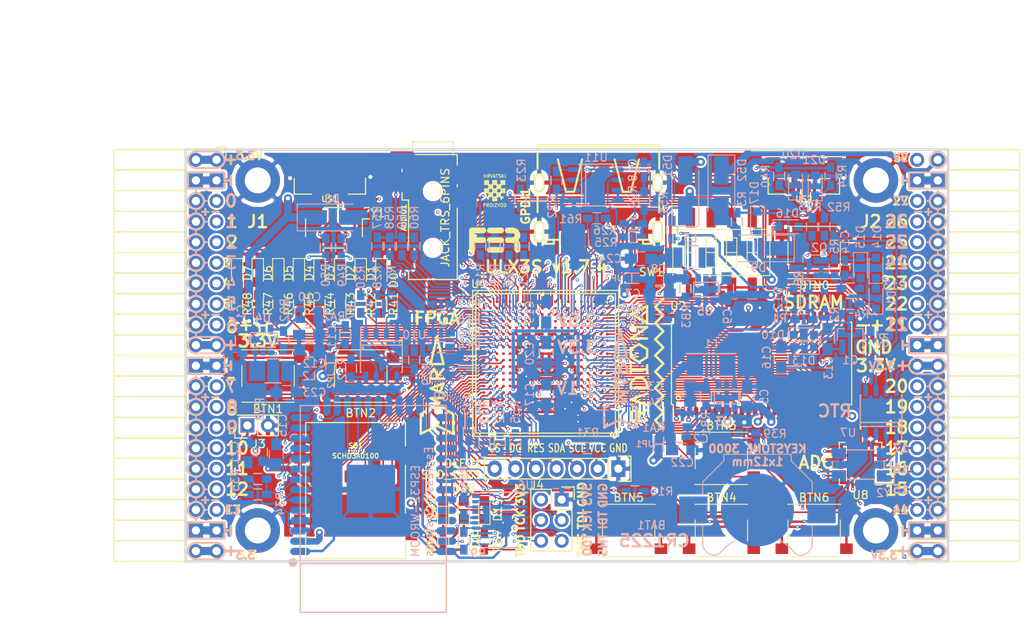
<source format=kicad_pcb>
(kicad_pcb (version 4) (host pcbnew 4.0.7+dfsg1-1)
  (layers (0 F.Cu signal) (1 In1.Cu signal) (2 In2.Cu signal) (31 B.Cu signal) (34 B.Paste user) (35 F.Paste user) (36 B.SilkS user) (37 F.SilkS user) (38 B.Mask user) (39 F.Mask user) (44 Edge.Cuts user))
  (net 0 "")
  (net 1 GND)
  (net 2 +5V)
  (net 3 /gpio/IN5V)
  (net 4 /gpio/OUT5V)
  (net 5 +3V3)
  (net 6 BTN_D)
  (net 7 BTN_F1)
  (net 8 BTN_F2)
  (net 9 BTN_L)
  (net 10 BTN_R)
  (net 11 BTN_U)
  (net 12 /power/FB1)
  (net 13 +2V5)
  (net 14 /power/PWREN)
  (net 15 /power/FB3)
  (net 16 /power/FB2)
  (net 17 "Net-(D9-Pad1)")
  (net 18 /power/VBAT)
  (net 19 JTAG_TDI)
  (net 20 JTAG_TCK)
  (net 21 JTAG_TMS)
  (net 22 JTAG_TDO)
  (net 23 /power/WAKEUPn)
  (net 24 /power/WKUP)
  (net 25 /power/SHUT)
  (net 26 /power/WAKE)
  (net 27 /power/HOLD)
  (net 28 /power/WKn)
  (net 29 /power/OSCI_32k)
  (net 30 /power/OSCO_32k)
  (net 31 "Net-(Q2-Pad3)")
  (net 32 SHUTDOWN)
  (net 33 /analog/AUDIO_L)
  (net 34 /analog/AUDIO_R)
  (net 35 GPDI_5V_SCL)
  (net 36 GPDI_5V_SDA)
  (net 37 GPDI_SDA)
  (net 38 GPDI_SCL)
  (net 39 /gpdi/VREF2)
  (net 40 SD_CMD)
  (net 41 SD_CLK)
  (net 42 SD_D0)
  (net 43 SD_D1)
  (net 44 USB5V)
  (net 45 GPDI_CEC)
  (net 46 nRESET)
  (net 47 FTDI_nDTR)
  (net 48 SDRAM_CKE)
  (net 49 SDRAM_A7)
  (net 50 SDRAM_D15)
  (net 51 SDRAM_BA1)
  (net 52 SDRAM_D7)
  (net 53 SDRAM_A6)
  (net 54 SDRAM_CLK)
  (net 55 SDRAM_D13)
  (net 56 SDRAM_BA0)
  (net 57 SDRAM_D6)
  (net 58 SDRAM_A5)
  (net 59 SDRAM_D14)
  (net 60 SDRAM_A11)
  (net 61 SDRAM_D12)
  (net 62 SDRAM_D5)
  (net 63 SDRAM_A4)
  (net 64 SDRAM_A10)
  (net 65 SDRAM_D11)
  (net 66 SDRAM_A3)
  (net 67 SDRAM_D4)
  (net 68 SDRAM_D10)
  (net 69 SDRAM_D9)
  (net 70 SDRAM_A9)
  (net 71 SDRAM_D3)
  (net 72 SDRAM_D8)
  (net 73 SDRAM_A8)
  (net 74 SDRAM_A2)
  (net 75 SDRAM_A1)
  (net 76 SDRAM_A0)
  (net 77 SDRAM_D2)
  (net 78 SDRAM_D1)
  (net 79 SDRAM_D0)
  (net 80 SDRAM_DQM0)
  (net 81 SDRAM_nCS)
  (net 82 SDRAM_nRAS)
  (net 83 SDRAM_DQM1)
  (net 84 SDRAM_nCAS)
  (net 85 SDRAM_nWE)
  (net 86 /flash/FLASH_nWP)
  (net 87 /flash/FLASH_nHOLD)
  (net 88 /flash/FLASH_MOSI)
  (net 89 /flash/FLASH_MISO)
  (net 90 /flash/FLASH_SCK)
  (net 91 /flash/FLASH_nCS)
  (net 92 /flash/FPGA_PROGRAMN)
  (net 93 /flash/FPGA_DONE)
  (net 94 /flash/FPGA_INITN)
  (net 95 OLED_RES)
  (net 96 OLED_DC)
  (net 97 OLED_CS)
  (net 98 WIFI_EN)
  (net 99 FTDI_nRTS)
  (net 100 FTDI_TXD)
  (net 101 FTDI_RXD)
  (net 102 WIFI_RXD)
  (net 103 WIFI_GPIO0)
  (net 104 WIFI_TXD)
  (net 105 GPDI_ETH-)
  (net 106 GPDI_ETH+)
  (net 107 GPDI_D2+)
  (net 108 GPDI_D2-)
  (net 109 GPDI_D1+)
  (net 110 GPDI_D1-)
  (net 111 GPDI_D0+)
  (net 112 GPDI_D0-)
  (net 113 GPDI_CLK+)
  (net 114 GPDI_CLK-)
  (net 115 USB_FTDI_D+)
  (net 116 USB_FTDI_D-)
  (net 117 J1_17-)
  (net 118 J1_17+)
  (net 119 J1_23-)
  (net 120 J1_23+)
  (net 121 J1_25-)
  (net 122 J1_25+)
  (net 123 J1_27-)
  (net 124 J1_27+)
  (net 125 J1_29-)
  (net 126 J1_29+)
  (net 127 J1_31-)
  (net 128 J1_31+)
  (net 129 J1_33-)
  (net 130 J1_33+)
  (net 131 J1_35-)
  (net 132 J1_35+)
  (net 133 J2_5-)
  (net 134 J2_5+)
  (net 135 J2_7-)
  (net 136 J2_7+)
  (net 137 J2_9-)
  (net 138 J2_9+)
  (net 139 J2_13-)
  (net 140 J2_13+)
  (net 141 J2_17-)
  (net 142 J2_17+)
  (net 143 J2_11-)
  (net 144 J2_11+)
  (net 145 J2_23-)
  (net 146 J2_23+)
  (net 147 J1_5-)
  (net 148 J1_5+)
  (net 149 J1_7-)
  (net 150 J1_7+)
  (net 151 J1_9-)
  (net 152 J1_9+)
  (net 153 J1_11-)
  (net 154 J1_11+)
  (net 155 J1_13-)
  (net 156 J1_13+)
  (net 157 J1_15-)
  (net 158 J1_15+)
  (net 159 J2_15-)
  (net 160 J2_15+)
  (net 161 J2_25-)
  (net 162 J2_25+)
  (net 163 J2_27-)
  (net 164 J2_27+)
  (net 165 J2_29-)
  (net 166 J2_29+)
  (net 167 J2_31-)
  (net 168 J2_31+)
  (net 169 J2_33-)
  (net 170 J2_33+)
  (net 171 J2_35-)
  (net 172 J2_35+)
  (net 173 SD_D3)
  (net 174 AUDIO_L3)
  (net 175 AUDIO_L2)
  (net 176 AUDIO_L1)
  (net 177 AUDIO_L0)
  (net 178 AUDIO_R3)
  (net 179 AUDIO_R2)
  (net 180 AUDIO_R1)
  (net 181 AUDIO_R0)
  (net 182 OLED_CLK)
  (net 183 OLED_MOSI)
  (net 184 LED0)
  (net 185 LED1)
  (net 186 LED2)
  (net 187 LED3)
  (net 188 LED4)
  (net 189 LED5)
  (net 190 LED6)
  (net 191 LED7)
  (net 192 BTN_PWRn)
  (net 193 FTDI_nTXLED)
  (net 194 FTDI_nSLEEP)
  (net 195 /blinkey/LED_PWREN)
  (net 196 /blinkey/LED_TXLED)
  (net 197 FT3V3)
  (net 198 /sdcard/SD3V3)
  (net 199 SD_D2)
  (net 200 CLK_25MHz)
  (net 201 /blinkey/BTNPUL)
  (net 202 /blinkey/BTNPUR)
  (net 203 USB_FPGA_D+)
  (net 204 /power/FTDI_nSUSPEND)
  (net 205 /blinkey/ALED0)
  (net 206 /blinkey/ALED1)
  (net 207 /blinkey/ALED2)
  (net 208 /blinkey/ALED3)
  (net 209 /blinkey/ALED4)
  (net 210 /blinkey/ALED5)
  (net 211 /blinkey/ALED6)
  (net 212 /blinkey/ALED7)
  (net 213 /usb/FTD-)
  (net 214 /usb/FTD+)
  (net 215 ADC_MISO)
  (net 216 ADC_MOSI)
  (net 217 ADC_CSn)
  (net 218 ADC_SCLK)
  (net 219 SW3)
  (net 220 SW2)
  (net 221 SW1)
  (net 222 USB_FPGA_D-)
  (net 223 /usb/FPD+)
  (net 224 /usb/FPD-)
  (net 225 WIFI_GPIO16)
  (net 226 WIFI_GPIO15)
  (net 227 /usb/ANT_433MHz)
  (net 228 /power/PWRBTn)
  (net 229 PROG_DONE)
  (net 230 /power/P3V3)
  (net 231 /power/P2V5)
  (net 232 /power/L1)
  (net 233 /power/L3)
  (net 234 /power/L2)
  (net 235 FTDI_TXDEN)
  (net 236 SDRAM_A12)
  (net 237 /analog/AUDIO_V)
  (net 238 AUDIO_V3)
  (net 239 AUDIO_V2)
  (net 240 AUDIO_V1)
  (net 241 AUDIO_V0)
  (net 242 /gpdi/FPGA_CEC)
  (net 243 /blinkey/LED_WIFI)
  (net 244 WIFI_GPIO2)
  (net 245 /power/P1V1)
  (net 246 +1V1)
  (net 247 SW4)
  (net 248 /blinkey/SWPU)
  (net 249 /wifi/WIFIEN)
  (module Socket_Strips:Socket_Strip_Angled_2x20 (layer F.Cu) (at 97.91 62.69 270)
    (fp_text reference J1 (at 7.62 -5.08 360) (layer F.SilkS) (effects (font (size 1.5 1.5) (thickness 0.3))))
    (fp_text value CONN_02X20 hide)
    (pad 1 thru_hole oval (at 0 0 270) (size 1.7272 1.7272) (drill 1.016) (layers *.Cu *.Mask) (net 5 +3V3))
    (pad 2 thru_hole oval (at 0 2.54 270) (size 1.7272 1.7272) (drill 1.016) (layers *.Cu *.Mask) (net 5 +3V3))
    (pad 3 thru_hole rect (at 2.54 0 270) (size 1.7272 1.7272) (drill 1.016) (layers *.Cu *.Mask) (net 1 GND))
    (pad 4 thru_hole rect (at 2.54 2.54 270) (size 1.7272 1.7272) (drill 1.016) (layers *.Cu *.Mask) (net 1 GND))
    (pad 5 thru_hole oval (at 5.08 0 270) (size 1.7272 1.7272) (drill 1.016) (layers *.Cu *.Mask) (net 147 J1_5-))
    (pad 6 thru_hole oval (at 5.08 2.54 270) (size 1.7272 1.7272) (drill 1.016) (layers *.Cu *.Mask) (net 148 J1_5+))
    (pad 7 thru_hole oval (at 7.62 0 270) (size 1.7272 1.7272) (drill 1.016) (layers *.Cu *.Mask) (net 149 J1_7-))
    (pad 8 thru_hole oval (at 7.62 2.54 270) (size 1.7272 1.7272) (drill 1.016) (layers *.Cu *.Mask) (net 150 J1_7+))
    (pad 9 thru_hole oval (at 10.16 0 270) (size 1.7272 1.7272) (drill 1.016) (layers *.Cu *.Mask) (net 151 J1_9-))
    (pad 10 thru_hole oval (at 10.16 2.54 270) (size 1.7272 1.7272) (drill 1.016) (layers *.Cu *.Mask) (net 152 J1_9+))
    (pad 11 thru_hole oval (at 12.7 0 270) (size 1.7272 1.7272) (drill 1.016) (layers *.Cu *.Mask) (net 153 J1_11-))
    (pad 12 thru_hole oval (at 12.7 2.54 270) (size 1.7272 1.7272) (drill 1.016) (layers *.Cu *.Mask) (net 154 J1_11+))
    (pad 13 thru_hole oval (at 15.24 0 270) (size 1.7272 1.7272) (drill 1.016) (layers *.Cu *.Mask) (net 155 J1_13-))
    (pad 14 thru_hole oval (at 15.24 2.54 270) (size 1.7272 1.7272) (drill 1.016) (layers *.Cu *.Mask) (net 156 J1_13+))
    (pad 15 thru_hole oval (at 17.78 0 270) (size 1.7272 1.7272) (drill 1.016) (layers *.Cu *.Mask) (net 157 J1_15-))
    (pad 16 thru_hole oval (at 17.78 2.54 270) (size 1.7272 1.7272) (drill 1.016) (layers *.Cu *.Mask) (net 158 J1_15+))
    (pad 17 thru_hole oval (at 20.32 0 270) (size 1.7272 1.7272) (drill 1.016) (layers *.Cu *.Mask) (net 117 J1_17-))
    (pad 18 thru_hole oval (at 20.32 2.54 270) (size 1.7272 1.7272) (drill 1.016) (layers *.Cu *.Mask) (net 118 J1_17+))
    (pad 19 thru_hole oval (at 22.86 0 270) (size 1.7272 1.7272) (drill 1.016) (layers *.Cu *.Mask) (net 5 +3V3))
    (pad 20 thru_hole oval (at 22.86 2.54 270) (size 1.7272 1.7272) (drill 1.016) (layers *.Cu *.Mask) (net 5 +3V3))
    (pad 21 thru_hole rect (at 25.4 0 270) (size 1.7272 1.7272) (drill 1.016) (layers *.Cu *.Mask) (net 1 GND))
    (pad 22 thru_hole rect (at 25.4 2.54 270) (size 1.7272 1.7272) (drill 1.016) (layers *.Cu *.Mask) (net 1 GND))
    (pad 23 thru_hole oval (at 27.94 0 270) (size 1.7272 1.7272) (drill 1.016) (layers *.Cu *.Mask) (net 119 J1_23-))
    (pad 24 thru_hole oval (at 27.94 2.54 270) (size 1.7272 1.7272) (drill 1.016) (layers *.Cu *.Mask) (net 120 J1_23+))
    (pad 25 thru_hole oval (at 30.48 0 270) (size 1.7272 1.7272) (drill 1.016) (layers *.Cu *.Mask) (net 121 J1_25-))
    (pad 26 thru_hole oval (at 30.48 2.54 270) (size 1.7272 1.7272) (drill 1.016) (layers *.Cu *.Mask) (net 122 J1_25+))
    (pad 27 thru_hole oval (at 33.02 0 270) (size 1.7272 1.7272) (drill 1.016) (layers *.Cu *.Mask) (net 123 J1_27-))
    (pad 28 thru_hole oval (at 33.02 2.54 270) (size 1.7272 1.7272) (drill 1.016) (layers *.Cu *.Mask) (net 124 J1_27+))
    (pad 29 thru_hole oval (at 35.56 0 270) (size 1.7272 1.7272) (drill 1.016) (layers *.Cu *.Mask) (net 125 J1_29-))
    (pad 30 thru_hole oval (at 35.56 2.54 270) (size 1.7272 1.7272) (drill 1.016) (layers *.Cu *.Mask) (net 126 J1_29+))
    (pad 31 thru_hole oval (at 38.1 0 270) (size 1.7272 1.7272) (drill 1.016) (layers *.Cu *.Mask) (net 127 J1_31-))
    (pad 32 thru_hole oval (at 38.1 2.54 270) (size 1.7272 1.7272) (drill 1.016) (layers *.Cu *.Mask) (net 128 J1_31+))
    (pad 33 thru_hole oval (at 40.64 0 270) (size 1.7272 1.7272) (drill 1.016) (layers *.Cu *.Mask) (net 129 J1_33-))
    (pad 34 thru_hole oval (at 40.64 2.54 270) (size 1.7272 1.7272) (drill 1.016) (layers *.Cu *.Mask) (net 130 J1_33+))
    (pad 35 thru_hole oval (at 43.18 0 270) (size 1.7272 1.7272) (drill 1.016) (layers *.Cu *.Mask) (net 131 J1_35-))
    (pad 36 thru_hole oval (at 43.18 2.54 270) (size 1.7272 1.7272) (drill 1.016) (layers *.Cu *.Mask) (net 132 J1_35+))
    (pad 37 thru_hole rect (at 45.72 0 270) (size 1.7272 1.7272) (drill 1.016) (layers *.Cu *.Mask) (net 1 GND))
    (pad 38 thru_hole rect (at 45.72 2.54 270) (size 1.7272 1.7272) (drill 1.016) (layers *.Cu *.Mask) (net 1 GND))
    (pad 39 thru_hole oval (at 48.26 0 270) (size 1.7272 1.7272) (drill 1.016) (layers *.Cu *.Mask) (net 5 +3V3))
    (pad 40 thru_hole oval (at 48.26 2.54 270) (size 1.7272 1.7272) (drill 1.016) (layers *.Cu *.Mask) (net 5 +3V3))
  )
  (module SMD_Packages:1Pin (layer F.Cu) (at 182.67515 111.637626)
    (fp_text reference AE1 hide)
    (fp_text value 433MHz hide)
    (pad 1 smd rect (at 0 0) (size 0.5 0.5) (layers B.Cu F.Paste F.Mask) (net 227 /usb/ANT_433MHz))
  )
  (module Resistors_SMD:R_0603_HandSoldering (layer B.Cu) (at 103.498 98.758 90)
    (fp_text reference R38 (at 5.334 -0.254 90) (layer B.SilkS) (effects (justify mirror)))
    (fp_text value 0.47)
    (pad 1 smd rect (at -1.1 0 90) (size 1.2 0.9) (layers B.Cu B.Paste B.Mask) (net 198 /sdcard/SD3V3))
    (pad 2 smd rect (at 1.1 0 90) (size 1.2 0.9) (layers B.Cu B.Paste B.Mask) (net 5 +3V3))
  )
  (module jumper:SOLDER-JUMPER_1-WAY (layer B.Cu) (at 152.393 97.742 270)
    (fp_text reference JP1 (at 0 1.778 360) (layer B.SilkS) (effects (font (size 0.762 0.762) (thickness 0.1524)) (justify mirror)))
    (fp_text value 1.2 hide)
    (pad 1 smd rect (at -0.6 0 270) (size 1 1) (layers B.Cu B.Paste B.Mask) (net 245 /power/P1V1))
    (pad 2 smd rect (at 0.6 0 270) (size 1 1) (layers B.Cu B.Paste B.Mask) (net 246 +1V1))
  )
  (module Diodes_SMD:D_SMA_Handsoldering (layer B.Cu) (at 155.695 66.5 90)
    (fp_text reference D51 (at 3.048 -2.159 90) (layer B.SilkS) (effects (justify mirror)))
    (fp_text value STPS2L30AF hide)
    (pad 1 smd rect (at -2.5 0 90) (size 3.5 1.8) (layers B.Cu B.Paste B.Mask) (net 2 +5V))
    (pad 2 smd rect (at 2.5 0 90) (size 3.5 1.8) (layers B.Cu B.Paste B.Mask) (net 3 /gpio/IN5V))
  )
  (module Resistors_SMD:R_0603_HandSoldering (layer B.Cu) (at 154.044 71.326 90)
    (fp_text reference R51 (at 3.302 -1.016 90) (layer B.SilkS) (effects (justify mirror)))
    (fp_text value 150)
    (pad 1 smd rect (at -1.1 0 90) (size 1.2 0.9) (layers B.Cu B.Paste B.Mask) (net 5 +3V3))
    (pad 2 smd rect (at 1.1 0 90) (size 1.2 0.9) (layers B.Cu B.Paste B.Mask) (net 248 /blinkey/SWPU))
  )
  (module Resistors_SMD:R_1210_HandSoldering (layer B.Cu) (at 158.87 88.09 180)
    (fp_text reference L1 (at 0 2.7 180) (layer B.SilkS) (effects (justify mirror)))
    (fp_text value 2.2uH)
    (pad 1 smd rect (at -2 0 180) (size 2 2.5) (layers B.Cu B.Paste B.Mask) (net 232 /power/L1))
    (pad 2 smd rect (at 2 0 180) (size 2 2.5) (layers B.Cu B.Paste B.Mask) (net 245 /power/P1V1))
  )
  (module TSOT-25:TSOT-25 (layer B.Cu) (at 160.775 91.9)
    (fp_text reference U3 (at -0.381 3.048) (layer B.SilkS) (effects (font (thickness 0.2)) (justify mirror)))
    (fp_text value DIO6015)
    (pad 1 smd rect (at -0.95 -1.3) (size 0.7 1.2) (layers B.Cu B.Paste B.Mask) (net 14 /power/PWREN))
    (pad 2 smd rect (at 0 -1.3) (size 0.7 1.2) (layers B.Cu B.Paste B.Mask) (net 1 GND))
    (pad 3 smd rect (at 0.95 -1.3) (size 0.7 1.2) (layers B.Cu B.Paste B.Mask) (net 232 /power/L1))
    (pad 4 smd rect (at 0.95 1.3) (size 0.7 1.2) (layers B.Cu B.Paste B.Mask) (net 2 +5V))
    (pad 5 smd rect (at -0.95 1.3) (size 0.7 1.2) (layers B.Cu B.Paste B.Mask) (net 12 /power/FB1))
  )
  (module Resistors_SMD:R_1210_HandSoldering (layer B.Cu) (at 104.895 88.725)
    (fp_text reference L2 (at 4.445 0.635) (layer B.SilkS) (effects (justify mirror)))
    (fp_text value 2.2uH)
    (pad 1 smd rect (at -2 0) (size 2 2.5) (layers B.Cu B.Paste B.Mask) (net 234 /power/L2))
    (pad 2 smd rect (at 2 0) (size 2 2.5) (layers B.Cu B.Paste B.Mask) (net 231 /power/P2V5))
  )
  (module TSOT-25:TSOT-25 (layer B.Cu) (at 103.625 84.915 180)
    (fp_text reference U4 (at 0 2.697 180) (layer B.SilkS) (effects (font (thickness 0.2)) (justify mirror)))
    (fp_text value LX7172)
    (pad 1 smd rect (at -0.95 -1.3 180) (size 0.7 1.2) (layers B.Cu B.Paste B.Mask) (net 14 /power/PWREN))
    (pad 2 smd rect (at 0 -1.3 180) (size 0.7 1.2) (layers B.Cu B.Paste B.Mask) (net 1 GND))
    (pad 3 smd rect (at 0.95 -1.3 180) (size 0.7 1.2) (layers B.Cu B.Paste B.Mask) (net 234 /power/L2))
    (pad 4 smd rect (at 0.95 1.3 180) (size 0.7 1.2) (layers B.Cu B.Paste B.Mask) (net 2 +5V))
    (pad 5 smd rect (at -0.95 1.3 180) (size 0.7 1.2) (layers B.Cu B.Paste B.Mask) (net 16 /power/FB2))
  )
  (module Resistors_SMD:R_1210_HandSoldering (layer B.Cu) (at 156.33 74.755 180)
    (fp_text reference L3 (at 0 2.413 180) (layer B.SilkS) (effects (justify mirror)))
    (fp_text value 2.2uH)
    (pad 1 smd rect (at -2 0 180) (size 2 2.5) (layers B.Cu B.Paste B.Mask) (net 233 /power/L3))
    (pad 2 smd rect (at 2 0 180) (size 2 2.5) (layers B.Cu B.Paste B.Mask) (net 230 /power/P3V3))
  )
  (module TSOT-25:TSOT-25 (layer B.Cu) (at 158.235 78.692)
    (fp_text reference U5 (at -0.127 2.667) (layer B.SilkS) (effects (font (thickness 0.2)) (justify mirror)))
    (fp_text value TLV62569DBV)
    (pad 1 smd rect (at -0.95 -1.3) (size 0.7 1.2) (layers B.Cu B.Paste B.Mask) (net 14 /power/PWREN))
    (pad 2 smd rect (at 0 -1.3) (size 0.7 1.2) (layers B.Cu B.Paste B.Mask) (net 1 GND))
    (pad 3 smd rect (at 0.95 -1.3) (size 0.7 1.2) (layers B.Cu B.Paste B.Mask) (net 233 /power/L3))
    (pad 4 smd rect (at 0.95 1.3) (size 0.7 1.2) (layers B.Cu B.Paste B.Mask) (net 2 +5V))
    (pad 5 smd rect (at -0.95 1.3) (size 0.7 1.2) (layers B.Cu B.Paste B.Mask) (net 15 /power/FB3))
  )
  (module Capacitors_SMD:C_0805_HandSoldering (layer B.Cu) (at 101.085 84.915 270)
    (fp_text reference C1 (at -3.429 0.127 270) (layer B.SilkS) (effects (justify mirror)))
    (fp_text value 22uF)
    (pad 1 smd rect (at -1.25 0 270) (size 1.5 1.25) (layers B.Cu B.Paste B.Mask) (net 2 +5V))
    (pad 2 smd rect (at 1.25 0 270) (size 1.5 1.25) (layers B.Cu B.Paste B.Mask) (net 1 GND))
  )
  (module Capacitors_SMD:C_0805_HandSoldering (layer B.Cu) (at 155.06 90.63)
    (fp_text reference C3 (at -3.048 0) (layer B.SilkS) (effects (justify mirror)))
    (fp_text value 22uF)
    (pad 1 smd rect (at -1.25 0) (size 1.5 1.25) (layers B.Cu B.Paste B.Mask) (net 245 /power/P1V1))
    (pad 2 smd rect (at 1.25 0) (size 1.5 1.25) (layers B.Cu B.Paste B.Mask) (net 1 GND))
  )
  (module Capacitors_SMD:C_0805_HandSoldering (layer B.Cu) (at 155.06 92.535)
    (fp_text reference C4 (at -3.048 0.127) (layer B.SilkS) (effects (justify mirror)))
    (fp_text value 22uF)
    (pad 1 smd rect (at -1.25 0) (size 1.5 1.25) (layers B.Cu B.Paste B.Mask) (net 245 /power/P1V1))
    (pad 2 smd rect (at 1.25 0) (size 1.5 1.25) (layers B.Cu B.Paste B.Mask) (net 1 GND))
  )
  (module Capacitors_SMD:C_0805_HandSoldering (layer B.Cu) (at 163.315 91.9 90)
    (fp_text reference C5 (at 0 2.1 90) (layer B.SilkS) (effects (justify mirror)))
    (fp_text value 22uF)
    (pad 1 smd rect (at -1.25 0 90) (size 1.5 1.25) (layers B.Cu B.Paste B.Mask) (net 2 +5V))
    (pad 2 smd rect (at 1.25 0 90) (size 1.5 1.25) (layers B.Cu B.Paste B.Mask) (net 1 GND))
  )
  (module Capacitors_SMD:C_0805_HandSoldering (layer B.Cu) (at 152.52 79.2)
    (fp_text reference C7 (at -3.302 0) (layer B.SilkS) (effects (justify mirror)))
    (fp_text value 22uF)
    (pad 1 smd rect (at -1.25 0) (size 1.5 1.25) (layers B.Cu B.Paste B.Mask) (net 230 /power/P3V3))
    (pad 2 smd rect (at 1.25 0) (size 1.5 1.25) (layers B.Cu B.Paste B.Mask) (net 1 GND))
  )
  (module Capacitors_SMD:C_0805_HandSoldering (layer B.Cu) (at 152.52 77.295)
    (fp_text reference C8 (at -0.127 -1.143) (layer B.SilkS) (effects (justify mirror)))
    (fp_text value 22uF)
    (pad 1 smd rect (at -1.25 0) (size 1.5 1.25) (layers B.Cu B.Paste B.Mask) (net 230 /power/P3V3))
    (pad 2 smd rect (at 1.25 0) (size 1.5 1.25) (layers B.Cu B.Paste B.Mask) (net 1 GND))
  )
  (module Capacitors_SMD:C_0805_HandSoldering (layer B.Cu) (at 160.775 78.565 90)
    (fp_text reference C9 (at -3.429 0.127 90) (layer B.SilkS) (effects (justify mirror)))
    (fp_text value 22uF)
    (pad 1 smd rect (at -1.25 0 90) (size 1.5 1.25) (layers B.Cu B.Paste B.Mask) (net 2 +5V))
    (pad 2 smd rect (at 1.25 0 90) (size 1.5 1.25) (layers B.Cu B.Paste B.Mask) (net 1 GND))
  )
  (module Capacitors_SMD:C_0805_HandSoldering (layer B.Cu) (at 109.34 84.28 180)
    (fp_text reference C11 (at -2.794 -0.254 270) (layer B.SilkS) (effects (justify mirror)))
    (fp_text value 22uF)
    (pad 1 smd rect (at -1.25 0 180) (size 1.5 1.25) (layers B.Cu B.Paste B.Mask) (net 231 /power/P2V5))
    (pad 2 smd rect (at 1.25 0 180) (size 1.5 1.25) (layers B.Cu B.Paste B.Mask) (net 1 GND))
  )
  (module Capacitors_SMD:C_0805_HandSoldering (layer B.Cu) (at 109.34 86.185 180)
    (fp_text reference C12 (at -0.635 -1.615 360) (layer B.SilkS) (effects (justify mirror)))
    (fp_text value 22uF)
    (pad 1 smd rect (at -1.25 0 180) (size 1.5 1.25) (layers B.Cu B.Paste B.Mask) (net 231 /power/P2V5))
    (pad 2 smd rect (at 1.25 0 180) (size 1.5 1.25) (layers B.Cu B.Paste B.Mask) (net 1 GND))
  )
  (module Capacitors_SMD:C_0805_HandSoldering (layer B.Cu) (at 173.221 84.788 90)
    (fp_text reference C13 (at -3.556 0.127 90) (layer B.SilkS) (effects (justify mirror)))
    (fp_text value 2.2uF)
    (pad 1 smd rect (at -1.25 0 90) (size 1.5 1.25) (layers B.Cu B.Paste B.Mask) (net 2 +5V))
    (pad 2 smd rect (at 1.25 0 90) (size 1.5 1.25) (layers B.Cu B.Paste B.Mask) (net 24 /power/WKUP))
  )
  (module TO_SOT_Packages_SMD:SOT-23_Handsoldering (layer B.Cu) (at 176.015 84.28 90)
    (fp_text reference Q1 (at -3.1115 0 180) (layer B.SilkS) (effects (justify mirror)))
    (fp_text value BC857)
    (pad 1 smd rect (at -1.5 0.95 90) (size 1.9 0.8) (layers B.Cu B.Paste B.Mask) (net 28 /power/WKn))
    (pad 2 smd rect (at -1.5 -0.95 90) (size 1.9 0.8) (layers B.Cu B.Paste B.Mask) (net 2 +5V))
    (pad 3 smd rect (at 1.5 0 90) (size 1.9 0.8) (layers B.Cu B.Paste B.Mask) (net 24 /power/WKUP))
  )
  (module TO_SOT_Packages_SMD:SOT-23_Handsoldering (layer B.Cu) (at 170.935 76.025 180)
    (fp_text reference Q2 (at -1.295 2.5 180) (layer B.SilkS) (effects (justify mirror)))
    (fp_text value 2N7002)
    (pad 1 smd rect (at -1.5 0.95 180) (size 1.9 0.8) (layers B.Cu B.Paste B.Mask) (net 25 /power/SHUT))
    (pad 2 smd rect (at -1.5 -0.95 180) (size 1.9 0.8) (layers B.Cu B.Paste B.Mask) (net 1 GND))
    (pad 3 smd rect (at 1.5 0 180) (size 1.9 0.8) (layers B.Cu B.Paste B.Mask) (net 31 "Net-(Q2-Pad3)"))
  )
  (module Capacitors_SMD:C_0603_HandSoldering (layer B.Cu) (at 154.86 96.91)
    (fp_text reference C2 (at 2.74 0.197) (layer B.SilkS) (effects (justify mirror)))
    (fp_text value 470pF)
    (pad 1 smd rect (at -0.95 0) (size 1.2 0.75) (layers B.Cu B.Paste B.Mask) (net 245 /power/P1V1))
    (pad 2 smd rect (at 0.95 0) (size 1.2 0.75) (layers B.Cu B.Paste B.Mask) (net 12 /power/FB1))
  )
  (module Capacitors_SMD:C_0603_HandSoldering (layer B.Cu) (at 152.52 82.375)
    (fp_text reference C6 (at -2.794 0.127) (layer B.SilkS) (effects (justify mirror)))
    (fp_text value 470pF)
    (pad 1 smd rect (at -0.95 0) (size 1.2 0.75) (layers B.Cu B.Paste B.Mask) (net 230 /power/P3V3))
    (pad 2 smd rect (at 0.95 0) (size 1.2 0.75) (layers B.Cu B.Paste B.Mask) (net 15 /power/FB3))
  )
  (module Capacitors_SMD:C_0603_HandSoldering (layer B.Cu) (at 109.34 81.105 180)
    (fp_text reference C10 (at -0.04 1.505 180) (layer B.SilkS) (effects (justify mirror)))
    (fp_text value 470pF)
    (pad 1 smd rect (at -0.95 0 180) (size 1.2 0.75) (layers B.Cu B.Paste B.Mask) (net 231 /power/P2V5))
    (pad 2 smd rect (at 0.95 0 180) (size 1.2 0.75) (layers B.Cu B.Paste B.Mask) (net 16 /power/FB2))
  )
  (module Capacitors_SMD:C_0603_HandSoldering (layer B.Cu) (at 175.38 76.025 270)
    (fp_text reference C14 (at -3.175 0 270) (layer B.SilkS) (effects (justify mirror)))
    (fp_text value 100nF)
    (pad 1 smd rect (at -0.95 0 270) (size 1.2 0.75) (layers B.Cu B.Paste B.Mask) (net 25 /power/SHUT))
    (pad 2 smd rect (at 0.95 0 270) (size 1.2 0.75) (layers B.Cu B.Paste B.Mask) (net 1 GND))
  )
  (module Resistors_SMD:R_0603_HandSoldering (layer B.Cu) (at 170.3 82.375)
    (fp_text reference R1 (at -3.048 -0.127) (layer B.SilkS) (effects (justify mirror)))
    (fp_text value 15k)
    (pad 1 smd rect (at -1.1 0) (size 1.2 0.9) (layers B.Cu B.Paste B.Mask) (net 26 /power/WAKE))
    (pad 2 smd rect (at 1.1 0) (size 1.2 0.9) (layers B.Cu B.Paste B.Mask) (net 14 /power/PWREN))
  )
  (module Resistors_SMD:R_0603_HandSoldering (layer B.Cu) (at 172.84 79.835 90)
    (fp_text reference R2 (at -1.905 1.27 90) (layer B.SilkS) (effects (justify mirror)))
    (fp_text value 47k)
    (pad 1 smd rect (at -1.1 0 90) (size 1.2 0.9) (layers B.Cu B.Paste B.Mask) (net 14 /power/PWREN))
    (pad 2 smd rect (at 1.1 0 90) (size 1.2 0.9) (layers B.Cu B.Paste B.Mask) (net 1 GND))
  )
  (module Resistors_SMD:R_0603_HandSoldering (layer B.Cu) (at 176.015 80.47 180)
    (fp_text reference R4 (at -1.397 -1.27 360) (layer B.SilkS) (effects (justify mirror)))
    (fp_text value 15k)
    (pad 1 smd rect (at -1.1 0 180) (size 1.2 0.9) (layers B.Cu B.Paste B.Mask) (net 27 /power/HOLD))
    (pad 2 smd rect (at 1.1 0 180) (size 1.2 0.9) (layers B.Cu B.Paste B.Mask) (net 14 /power/PWREN))
  )
  (module Resistors_SMD:R_0603_HandSoldering (layer B.Cu) (at 174.11 76.025 270)
    (fp_text reference R5 (at -2.667 0 270) (layer B.SilkS) (effects (justify mirror)))
    (fp_text value 4.7M)
    (pad 1 smd rect (at -1.1 0 270) (size 1.2 0.9) (layers B.Cu B.Paste B.Mask) (net 25 /power/SHUT))
    (pad 2 smd rect (at 1.1 0 270) (size 1.2 0.9) (layers B.Cu B.Paste B.Mask) (net 1 GND))
  )
  (module Resistors_SMD:R_0603_HandSoldering (layer B.Cu) (at 178.555 84.915 270)
    (fp_text reference R6 (at 0 -1.651 270) (layer B.SilkS) (effects (justify mirror)))
    (fp_text value 1k)
    (pad 1 smd rect (at -1.1 0 270) (size 1.2 0.9) (layers B.Cu B.Paste B.Mask) (net 28 /power/WKn))
    (pad 2 smd rect (at 1.1 0 270) (size 1.2 0.9) (layers B.Cu B.Paste B.Mask) (net 23 /power/WAKEUPn))
  )
  (module Resistors_SMD:R_0603_HandSoldering (layer B.Cu) (at 113.785 84.28 270)
    (fp_text reference R7 (at -2.794 -0.635 270) (layer B.SilkS) (effects (justify mirror)))
    (fp_text value 150)
    (pad 1 smd rect (at -1.1 0 270) (size 1.2 0.9) (layers B.Cu B.Paste B.Mask) (net 5 +3V3))
    (pad 2 smd rect (at 1.1 0 270) (size 1.2 0.9) (layers B.Cu B.Paste B.Mask) (net 201 /blinkey/BTNPUL))
  )
  (module Resistors_SMD:R_0603_HandSoldering (layer B.Cu) (at 170.935 79.835 90)
    (fp_text reference R8 (at 2.54 -1.27 90) (layer B.SilkS) (effects (justify mirror)))
    (fp_text value 1k)
    (pad 1 smd rect (at -1.1 0 90) (size 1.2 0.9) (layers B.Cu B.Paste B.Mask) (net 14 /power/PWREN))
    (pad 2 smd rect (at 1.1 0 90) (size 1.2 0.9) (layers B.Cu B.Paste B.Mask) (net 31 "Net-(Q2-Pad3)"))
  )
  (module Resistors_SMD:R_0603_HandSoldering (layer B.Cu) (at 128.39 109.68 270)
    (fp_text reference R9 (at 1.524 -1.778 360) (layer B.SilkS) (effects (justify mirror)))
    (fp_text value 15k)
    (pad 1 smd rect (at -1.1 0 270) (size 1.2 0.9) (layers B.Cu B.Paste B.Mask) (net 46 nRESET))
    (pad 2 smd rect (at 1.1 0 270) (size 1.2 0.9) (layers B.Cu B.Paste B.Mask) (net 197 FT3V3))
  )
  (module Resistors_SMD:R_0603_HandSoldering (layer B.Cu) (at 149.472 103.584 180)
    (fp_text reference R10 (at -3.302 0 180) (layer B.SilkS) (effects (justify mirror)))
    (fp_text value 150)
    (pad 1 smd rect (at -1.1 0 180) (size 1.2 0.9) (layers B.Cu B.Paste B.Mask) (net 204 /power/FTDI_nSUSPEND))
    (pad 2 smd rect (at 1.1 0 180) (size 1.2 0.9) (layers B.Cu B.Paste B.Mask) (net 194 FTDI_nSLEEP))
  )
  (module Resistors_SMD:R_0603_HandSoldering (layer B.Cu) (at 176.015 78.565 180)
    (fp_text reference R13 (at -5.461 0.381 180) (layer B.SilkS) (effects (justify mirror)))
    (fp_text value 15k)
    (pad 1 smd rect (at -1.1 0 180) (size 1.2 0.9) (layers B.Cu B.Paste B.Mask) (net 32 SHUTDOWN))
    (pad 2 smd rect (at 1.1 0 180) (size 1.2 0.9) (layers B.Cu B.Paste B.Mask) (net 1 GND))
  )
  (module Resistors_SMD:R_0603_HandSoldering (layer B.Cu) (at 154.86 95.64)
    (fp_text reference RA1 (at -3.102 0.07) (layer B.SilkS) (effects (justify mirror)))
    (fp_text value 15k)
    (pad 1 smd rect (at -1.1 0) (size 1.2 0.9) (layers B.Cu B.Paste B.Mask) (net 245 /power/P1V1))
    (pad 2 smd rect (at 1.1 0) (size 1.2 0.9) (layers B.Cu B.Paste B.Mask) (net 12 /power/FB1))
  )
  (module Resistors_SMD:R_0603_HandSoldering (layer B.Cu) (at 109.34 82.375 180)
    (fp_text reference RA2 (at -3.048 0.381 360) (layer B.SilkS) (effects (justify mirror)))
    (fp_text value 15k)
    (pad 1 smd rect (at -1.1 0 180) (size 1.2 0.9) (layers B.Cu B.Paste B.Mask) (net 231 /power/P2V5))
    (pad 2 smd rect (at 1.1 0 180) (size 1.2 0.9) (layers B.Cu B.Paste B.Mask) (net 16 /power/FB2))
  )
  (module Resistors_SMD:R_0603_HandSoldering (layer B.Cu) (at 152.52 81.105)
    (fp_text reference RA3 (at -3.302 -0.127) (layer B.SilkS) (effects (justify mirror)))
    (fp_text value 15k)
    (pad 1 smd rect (at -1.1 0) (size 1.2 0.9) (layers B.Cu B.Paste B.Mask) (net 230 /power/P3V3))
    (pad 2 smd rect (at 1.1 0) (size 1.2 0.9) (layers B.Cu B.Paste B.Mask) (net 15 /power/FB3))
  )
  (module Resistors_SMD:R_0603_HandSoldering (layer B.Cu) (at 158.235 91.9 270)
    (fp_text reference RB1 (at 3.302 0 270) (layer B.SilkS) (effects (justify mirror)))
    (fp_text value 18k)
    (pad 1 smd rect (at -1.1 0 270) (size 1.2 0.9) (layers B.Cu B.Paste B.Mask) (net 1 GND))
    (pad 2 smd rect (at 1.1 0 270) (size 1.2 0.9) (layers B.Cu B.Paste B.Mask) (net 12 /power/FB1))
  )
  (module Resistors_SMD:R_0603_HandSoldering (layer B.Cu) (at 106.165 84.915 90)
    (fp_text reference RB2 (at 3.683 0.127 90) (layer B.SilkS) (effects (justify mirror)))
    (fp_text value 4.7k)
    (pad 1 smd rect (at -1.1 0 90) (size 1.2 0.9) (layers B.Cu B.Paste B.Mask) (net 1 GND))
    (pad 2 smd rect (at 1.1 0 90) (size 1.2 0.9) (layers B.Cu B.Paste B.Mask) (net 16 /power/FB2))
  )
  (module Resistors_SMD:R_0603_HandSoldering (layer B.Cu) (at 155.695 78.565 270)
    (fp_text reference RB3 (at 3.429 -0.127 270) (layer B.SilkS) (effects (justify mirror)))
    (fp_text value 3.3k)
    (pad 1 smd rect (at -1.1 0 270) (size 1.2 0.9) (layers B.Cu B.Paste B.Mask) (net 1 GND))
    (pad 2 smd rect (at 1.1 0 270) (size 1.2 0.9) (layers B.Cu B.Paste B.Mask) (net 15 /power/FB3))
  )
  (module Resistors_SMD:R_0603_HandSoldering (layer B.Cu) (at 125.596 85.804 180)
    (fp_text reference R14 (at -3.47 0.127 180) (layer B.SilkS) (effects (justify mirror)))
    (fp_text value 1.2k)
    (pad 1 smd rect (at -1.1 0 180) (size 1.2 0.9) (layers B.Cu B.Paste B.Mask) (net 174 AUDIO_L3))
    (pad 2 smd rect (at 1.1 0 180) (size 1.2 0.9) (layers B.Cu B.Paste B.Mask) (net 33 /analog/AUDIO_L))
  )
  (module Resistors_SMD:R_0603_HandSoldering (layer B.Cu) (at 125.596 84.026 180)
    (fp_text reference R15 (at -3.47 -0.001 180) (layer B.SilkS) (effects (justify mirror)))
    (fp_text value 680)
    (pad 1 smd rect (at -1.1 0 180) (size 1.2 0.9) (layers B.Cu B.Paste B.Mask) (net 175 AUDIO_L2))
    (pad 2 smd rect (at 1.1 0 180) (size 1.2 0.9) (layers B.Cu B.Paste B.Mask) (net 33 /analog/AUDIO_L))
  )
  (module Resistors_SMD:R_0603_HandSoldering (layer B.Cu) (at 125.596 82.248 180)
    (fp_text reference R16 (at -3.47 -0.127 180) (layer B.SilkS) (effects (justify mirror)))
    (fp_text value 330)
    (pad 1 smd rect (at -1.1 0 180) (size 1.2 0.9) (layers B.Cu B.Paste B.Mask) (net 176 AUDIO_L1))
    (pad 2 smd rect (at 1.1 0 180) (size 1.2 0.9) (layers B.Cu B.Paste B.Mask) (net 33 /analog/AUDIO_L))
  )
  (module Resistors_SMD:R_0603_HandSoldering (layer B.Cu) (at 125.596 80.47 180)
    (fp_text reference R17 (at -3.47 0 180) (layer B.SilkS) (effects (justify mirror)))
    (fp_text value 150)
    (pad 1 smd rect (at -1.1 0 180) (size 1.2 0.9) (layers B.Cu B.Paste B.Mask) (net 177 AUDIO_L0))
    (pad 2 smd rect (at 1.1 0 180) (size 1.2 0.9) (layers B.Cu B.Paste B.Mask) (net 33 /analog/AUDIO_L))
  )
  (module Resistors_SMD:R_0603_HandSoldering (layer B.Cu) (at 130.422 73.358 90)
    (fp_text reference R18 (at -3.556 0 90) (layer B.SilkS) (effects (justify mirror)))
    (fp_text value 1.2k)
    (pad 1 smd rect (at -1.1 0 90) (size 1.2 0.9) (layers B.Cu B.Paste B.Mask) (net 178 AUDIO_R3))
    (pad 2 smd rect (at 1.1 0 90) (size 1.2 0.9) (layers B.Cu B.Paste B.Mask) (net 34 /analog/AUDIO_R))
  )
  (module Resistors_SMD:R_0603_HandSoldering (layer B.Cu) (at 132.2 73.358 90)
    (fp_text reference R19 (at -3.556 0 90) (layer B.SilkS) (effects (justify mirror)))
    (fp_text value 680)
    (pad 1 smd rect (at -1.1 0 90) (size 1.2 0.9) (layers B.Cu B.Paste B.Mask) (net 179 AUDIO_R2))
    (pad 2 smd rect (at 1.1 0 90) (size 1.2 0.9) (layers B.Cu B.Paste B.Mask) (net 34 /analog/AUDIO_R))
  )
  (module Resistors_SMD:R_0603_HandSoldering (layer B.Cu) (at 133.978 73.358 90)
    (fp_text reference R20 (at -3.556 0 90) (layer B.SilkS) (effects (justify mirror)))
    (fp_text value 330)
    (pad 1 smd rect (at -1.1 0 90) (size 1.2 0.9) (layers B.Cu B.Paste B.Mask) (net 180 AUDIO_R1))
    (pad 2 smd rect (at 1.1 0 90) (size 1.2 0.9) (layers B.Cu B.Paste B.Mask) (net 34 /analog/AUDIO_R))
  )
  (module Resistors_SMD:R_0603_HandSoldering (layer B.Cu) (at 135.756 73.358 90)
    (fp_text reference R21 (at -3.556 0 90) (layer B.SilkS) (effects (justify mirror)))
    (fp_text value 150)
    (pad 1 smd rect (at -1.1 0 90) (size 1.2 0.9) (layers B.Cu B.Paste B.Mask) (net 181 AUDIO_R0))
    (pad 2 smd rect (at 1.1 0 90) (size 1.2 0.9) (layers B.Cu B.Paste B.Mask) (net 34 /analog/AUDIO_R))
  )
  (module Capacitors_SMD:C_0603_HandSoldering (layer B.Cu) (at 150.5896 63.96 90)
    (fp_text reference C18 (at 0 -1.3716 90) (layer B.SilkS) (effects (justify mirror)))
    (fp_text value 470pF)
    (pad 1 smd rect (at -0.95 0 90) (size 1.2 0.75) (layers B.Cu B.Paste B.Mask) (net 39 /gpdi/VREF2))
    (pad 2 smd rect (at 0.95 0 90) (size 1.2 0.75) (layers B.Cu B.Paste B.Mask) (net 1 GND))
  )
  (module Socket_Strips:Socket_Strip_Angled_2x20 (layer F.Cu) (at 184.27 110.95 90)
    (fp_text reference J2 (at 40.64 -5.715 180) (layer F.SilkS) (effects (font (size 1.5 1.5) (thickness 0.3))))
    (fp_text value CONN_02X20 hide)
    (pad 1 thru_hole oval (at 0 0 90) (size 1.7272 1.7272) (drill 1.016) (layers *.Cu *.Mask) (net 5 +3V3))
    (pad 2 thru_hole oval (at 0 2.54 90) (size 1.7272 1.7272) (drill 1.016) (layers *.Cu *.Mask) (net 5 +3V3))
    (pad 3 thru_hole rect (at 2.54 0 90) (size 1.7272 1.7272) (drill 1.016) (layers *.Cu *.Mask) (net 1 GND))
    (pad 4 thru_hole rect (at 2.54 2.54 90) (size 1.7272 1.7272) (drill 1.016) (layers *.Cu *.Mask) (net 1 GND))
    (pad 5 thru_hole oval (at 5.08 0 90) (size 1.7272 1.7272) (drill 1.016) (layers *.Cu *.Mask) (net 133 J2_5-))
    (pad 6 thru_hole oval (at 5.08 2.54 90) (size 1.7272 1.7272) (drill 1.016) (layers *.Cu *.Mask) (net 134 J2_5+))
    (pad 7 thru_hole oval (at 7.62 0 90) (size 1.7272 1.7272) (drill 1.016) (layers *.Cu *.Mask) (net 135 J2_7-))
    (pad 8 thru_hole oval (at 7.62 2.54 90) (size 1.7272 1.7272) (drill 1.016) (layers *.Cu *.Mask) (net 136 J2_7+))
    (pad 9 thru_hole oval (at 10.16 0 90) (size 1.7272 1.7272) (drill 1.016) (layers *.Cu *.Mask) (net 137 J2_9-))
    (pad 10 thru_hole oval (at 10.16 2.54 90) (size 1.7272 1.7272) (drill 1.016) (layers *.Cu *.Mask) (net 138 J2_9+))
    (pad 11 thru_hole oval (at 12.7 0 90) (size 1.7272 1.7272) (drill 1.016) (layers *.Cu *.Mask) (net 143 J2_11-))
    (pad 12 thru_hole oval (at 12.7 2.54 90) (size 1.7272 1.7272) (drill 1.016) (layers *.Cu *.Mask) (net 144 J2_11+))
    (pad 13 thru_hole oval (at 15.24 0 90) (size 1.7272 1.7272) (drill 1.016) (layers *.Cu *.Mask) (net 139 J2_13-))
    (pad 14 thru_hole oval (at 15.24 2.54 90) (size 1.7272 1.7272) (drill 1.016) (layers *.Cu *.Mask) (net 140 J2_13+))
    (pad 15 thru_hole oval (at 17.78 0 90) (size 1.7272 1.7272) (drill 1.016) (layers *.Cu *.Mask) (net 159 J2_15-))
    (pad 16 thru_hole oval (at 17.78 2.54 90) (size 1.7272 1.7272) (drill 1.016) (layers *.Cu *.Mask) (net 160 J2_15+))
    (pad 17 thru_hole oval (at 20.32 0 90) (size 1.7272 1.7272) (drill 1.016) (layers *.Cu *.Mask) (net 141 J2_17-))
    (pad 18 thru_hole oval (at 20.32 2.54 90) (size 1.7272 1.7272) (drill 1.016) (layers *.Cu *.Mask) (net 142 J2_17+))
    (pad 19 thru_hole oval (at 22.86 0 90) (size 1.7272 1.7272) (drill 1.016) (layers *.Cu *.Mask) (net 5 +3V3))
    (pad 20 thru_hole oval (at 22.86 2.54 90) (size 1.7272 1.7272) (drill 1.016) (layers *.Cu *.Mask) (net 5 +3V3))
    (pad 21 thru_hole rect (at 25.4 0 90) (size 1.7272 1.7272) (drill 1.016) (layers *.Cu *.Mask) (net 1 GND))
    (pad 22 thru_hole rect (at 25.4 2.54 90) (size 1.7272 1.7272) (drill 1.016) (layers *.Cu *.Mask) (net 1 GND))
    (pad 23 thru_hole oval (at 27.94 0 90) (size 1.7272 1.7272) (drill 1.016) (layers *.Cu *.Mask) (net 145 J2_23-))
    (pad 24 thru_hole oval (at 27.94 2.54 90) (size 1.7272 1.7272) (drill 1.016) (layers *.Cu *.Mask) (net 146 J2_23+))
    (pad 25 thru_hole oval (at 30.48 0 90) (size 1.7272 1.7272) (drill 1.016) (layers *.Cu *.Mask) (net 161 J2_25-))
    (pad 26 thru_hole oval (at 30.48 2.54 90) (size 1.7272 1.7272) (drill 1.016) (layers *.Cu *.Mask) (net 162 J2_25+))
    (pad 27 thru_hole oval (at 33.02 0 90) (size 1.7272 1.7272) (drill 1.016) (layers *.Cu *.Mask) (net 163 J2_27-))
    (pad 28 thru_hole oval (at 33.02 2.54 90) (size 1.7272 1.7272) (drill 1.016) (layers *.Cu *.Mask) (net 164 J2_27+))
    (pad 29 thru_hole oval (at 35.56 0 90) (size 1.7272 1.7272) (drill 1.016) (layers *.Cu *.Mask) (net 165 J2_29-))
    (pad 30 thru_hole oval (at 35.56 2.54 90) (size 1.7272 1.7272) (drill 1.016) (layers *.Cu *.Mask) (net 166 J2_29+))
    (pad 31 thru_hole oval (at 38.1 0 90) (size 1.7272 1.7272) (drill 1.016) (layers *.Cu *.Mask) (net 167 J2_31-))
    (pad 32 thru_hole oval (at 38.1 2.54 90) (size 1.7272 1.7272) (drill 1.016) (layers *.Cu *.Mask) (net 168 J2_31+))
    (pad 33 thru_hole oval (at 40.64 0 90) (size 1.7272 1.7272) (drill 1.016) (layers *.Cu *.Mask) (net 169 J2_33-))
    (pad 34 thru_hole oval (at 40.64 2.54 90) (size 1.7272 1.7272) (drill 1.016) (layers *.Cu *.Mask) (net 170 J2_33+))
    (pad 35 thru_hole oval (at 43.18 0 90) (size 1.7272 1.7272) (drill 1.016) (layers *.Cu *.Mask) (net 171 J2_35-))
    (pad 36 thru_hole oval (at 43.18 2.54 90) (size 1.7272 1.7272) (drill 1.016) (layers *.Cu *.Mask) (net 172 J2_35+))
    (pad 37 thru_hole rect (at 45.72 0 90) (size 1.7272 1.7272) (drill 1.016) (layers *.Cu *.Mask) (net 1 GND))
    (pad 38 thru_hole rect (at 45.72 2.54 90) (size 1.7272 1.7272) (drill 1.016) (layers *.Cu *.Mask) (net 1 GND))
    (pad 39 thru_hole oval (at 48.26 0 90) (size 1.7272 1.7272) (drill 1.016) (layers *.Cu *.Mask) (net 3 /gpio/IN5V))
    (pad 40 thru_hole oval (at 48.26 2.54 90) (size 1.7272 1.7272) (drill 1.016) (layers *.Cu *.Mask) (net 4 /gpio/OUT5V))
  )
  (module Mounting_Holes:MountingHole_3.2mm_M3_ISO14580_Pad (layer F.Cu) (at 102.99 108.41)
    (fp_text reference H1 hide)
    (fp_text value HOLE hide)
    (pad 1 thru_hole circle (at 0 0) (size 5.5 5.5) (drill 3.2) (layers *.Cu *.Mask) (net 1 GND))
  )
  (module Mounting_Holes:MountingHole_3.2mm_M3_ISO14580_Pad (layer F.Cu) (at 179.19 108.41)
    (fp_text reference H2 hide)
    (fp_text value HOLE hide)
    (pad 1 thru_hole circle (at 0 0) (size 5.5 5.5) (drill 3.2) (layers *.Cu *.Mask) (net 1 GND))
  )
  (module Mounting_Holes:MountingHole_3.2mm_M3_ISO14580_Pad (layer F.Cu) (at 179.19 65.23)
    (fp_text reference H3 hide)
    (fp_text value HOLE hide)
    (pad 1 thru_hole circle (at 0 0) (size 5.5 5.5) (drill 3.2) (layers *.Cu *.Mask) (net 1 GND))
  )
  (module Mounting_Holes:MountingHole_3.2mm_M3_ISO14580_Pad (layer F.Cu) (at 102.99 65.23)
    (fp_text reference H4 hide)
    (fp_text value HOLE hide)
    (pad 1 thru_hole circle (at 0 0) (size 5.5 5.5) (drill 3.2) (layers *.Cu *.Mask) (net 1 GND))
  )
  (module Resistors_SMD:R_0603_HandSoldering (layer B.Cu) (at 162.045 70.31 90)
    (fp_text reference R3 (at 2.794 0.635 90) (layer B.SilkS) (effects (justify mirror)))
    (fp_text value 4.7k)
    (pad 1 smd rect (at -1.1 0 90) (size 1.2 0.9) (layers B.Cu B.Paste B.Mask) (net 2 +5V))
    (pad 2 smd rect (at 1.1 0 90) (size 1.2 0.9) (layers B.Cu B.Paste B.Mask) (net 228 /power/PWRBTn))
  )
  (module Resistors_SMD:R_0603_HandSoldering (layer B.Cu) (at 139.82 65.23 90)
    (fp_text reference R22 (at -3.27 -0.54 90) (layer B.SilkS) (effects (justify mirror)))
    (fp_text value 2.2k)
    (pad 1 smd rect (at -1.1 0 90) (size 1.2 0.9) (layers B.Cu B.Paste B.Mask) (net 5 +3V3))
    (pad 2 smd rect (at 1.1 0 90) (size 1.2 0.9) (layers B.Cu B.Paste B.Mask) (net 37 GPDI_SDA))
  )
  (module Resistors_SMD:R_0603_HandSoldering (layer B.Cu) (at 135.375 67.432 90)
    (fp_text reference R23 (at 3.472 0.127 90) (layer B.SilkS) (effects (justify mirror)))
    (fp_text value 2.2k)
    (pad 1 smd rect (at -1.1 0 90) (size 1.2 0.9) (layers B.Cu B.Paste B.Mask) (net 5 +3V3))
    (pad 2 smd rect (at 1.1 0 90) (size 1.2 0.9) (layers B.Cu B.Paste B.Mask) (net 38 GPDI_SCL))
  )
  (module Resistors_SMD:R_0603_HandSoldering (layer B.Cu) (at 150.615 67.77 90)
    (fp_text reference R24 (at 0.508 -1.397 90) (layer B.SilkS) (effects (justify mirror)))
    (fp_text value 100k)
    (pad 1 smd rect (at -1.1 0 90) (size 1.2 0.9) (layers B.Cu B.Paste B.Mask) (net 2 +5V))
    (pad 2 smd rect (at 1.1 0 90) (size 1.2 0.9) (layers B.Cu B.Paste B.Mask) (net 39 /gpdi/VREF2))
  )
  (module Resistors_SMD:R_0603_HandSoldering (layer B.Cu) (at 149.175 72.215 180)
    (fp_text reference R25 (at 3.259 -0.685 180) (layer B.SilkS) (effects (justify mirror)))
    (fp_text value 470)
    (pad 1 smd rect (at -1.1 0 180) (size 1.2 0.9) (layers B.Cu B.Paste B.Mask) (net 2 +5V))
    (pad 2 smd rect (at 1.1 0 180) (size 1.2 0.9) (layers B.Cu B.Paste B.Mask) (net 35 GPDI_5V_SCL))
  )
  (module Resistors_SMD:R_0603_HandSoldering (layer B.Cu) (at 149.28 70.6 180)
    (fp_text reference R26 (at 3.5 -0.8 180) (layer B.SilkS) (effects (justify mirror)))
    (fp_text value 470)
    (pad 1 smd rect (at -1.1 0 180) (size 1.2 0.9) (layers B.Cu B.Paste B.Mask) (net 2 +5V))
    (pad 2 smd rect (at 1.1 0 180) (size 1.2 0.9) (layers B.Cu B.Paste B.Mask) (net 36 GPDI_5V_SDA))
  )
  (module Housings_SSOP:SSOP-20_4.4x6.5mm_Pitch0.65mm (layer B.Cu) (at 132.835 107.14 180)
    (fp_text reference U6 (at -3.175 4.318 180) (layer B.SilkS) (effects (justify mirror)))
    (fp_text value FT231XS)
    (pad 1 smd rect (at -2.9 2.925 180) (size 1 0.4) (layers B.Cu B.Paste B.Mask) (net 47 FTDI_nDTR))
    (pad 2 smd rect (at -2.9 2.275 180) (size 1 0.4) (layers B.Cu B.Paste B.Mask) (net 99 FTDI_nRTS))
    (pad 3 smd rect (at -2.9 1.625 180) (size 1 0.4) (layers B.Cu B.Paste B.Mask) (net 197 FT3V3))
    (pad 4 smd rect (at -2.9 0.975 180) (size 1 0.4) (layers B.Cu B.Paste B.Mask) (net 101 FTDI_RXD))
    (pad 5 smd rect (at -2.9 0.325 180) (size 1 0.4) (layers B.Cu B.Paste B.Mask) (net 19 JTAG_TDI))
    (pad 6 smd rect (at -2.9 -0.325 180) (size 1 0.4) (layers B.Cu B.Paste B.Mask) (net 1 GND))
    (pad 7 smd rect (at -2.9 -0.975 180) (size 1 0.4) (layers B.Cu B.Paste B.Mask) (net 20 JTAG_TCK))
    (pad 8 smd rect (at -2.9 -1.625 180) (size 1 0.4) (layers B.Cu B.Paste B.Mask) (net 21 JTAG_TMS))
    (pad 9 smd rect (at -2.9 -2.275 180) (size 1 0.4) (layers B.Cu B.Paste B.Mask) (net 22 JTAG_TDO))
    (pad 10 smd rect (at -2.9 -2.925 180) (size 1 0.4) (layers B.Cu B.Paste B.Mask) (net 193 FTDI_nTXLED))
    (pad 11 smd rect (at 2.9 -2.925 180) (size 1 0.4) (layers B.Cu B.Paste B.Mask) (net 115 USB_FTDI_D+))
    (pad 12 smd rect (at 2.9 -2.275 180) (size 1 0.4) (layers B.Cu B.Paste B.Mask) (net 116 USB_FTDI_D-))
    (pad 13 smd rect (at 2.9 -1.625 180) (size 1 0.4) (layers B.Cu B.Paste B.Mask) (net 197 FT3V3))
    (pad 14 smd rect (at 2.9 -0.975 180) (size 1 0.4) (layers B.Cu B.Paste B.Mask) (net 46 nRESET))
    (pad 15 smd rect (at 2.9 -0.325 180) (size 1 0.4) (layers B.Cu B.Paste B.Mask) (net 2 +5V))
    (pad 16 smd rect (at 2.9 0.325 180) (size 1 0.4) (layers B.Cu B.Paste B.Mask) (net 1 GND))
    (pad 17 smd rect (at 2.9 0.975 180) (size 1 0.4) (layers B.Cu B.Paste B.Mask))
    (pad 18 smd rect (at 2.9 1.625 180) (size 1 0.4) (layers B.Cu B.Paste B.Mask) (net 235 FTDI_TXDEN))
    (pad 19 smd rect (at 2.9 2.275 180) (size 1 0.4) (layers B.Cu B.Paste B.Mask) (net 194 FTDI_nSLEEP))
    (pad 20 smd rect (at 2.9 2.925 180) (size 1 0.4) (layers B.Cu B.Paste B.Mask) (net 100 FTDI_TXD))
  )
  (module Resistors_SMD:R_0603_HandSoldering (layer B.Cu) (at 119.5 80.47 270)
    (fp_text reference R11 (at -3.302 0 270) (layer B.SilkS) (effects (justify mirror)))
    (fp_text value 10k)
    (pad 1 smd rect (at -1.1 0 270) (size 1.2 0.9) (layers B.Cu B.Paste B.Mask) (net 5 +3V3))
    (pad 2 smd rect (at 1.1 0 270) (size 1.2 0.9) (layers B.Cu B.Paste B.Mask) (net 86 /flash/FLASH_nWP))
  )
  (module Resistors_SMD:R_0603_HandSoldering (layer B.Cu) (at 114.48 88.4 90)
    (fp_text reference R12 (at -0.071 -1.076 270) (layer B.SilkS) (effects (justify mirror)))
    (fp_text value 10k)
    (pad 1 smd rect (at -1.1 0 90) (size 1.2 0.9) (layers B.Cu B.Paste B.Mask) (net 5 +3V3))
    (pad 2 smd rect (at 1.1 0 90) (size 1.2 0.9) (layers B.Cu B.Paste B.Mask) (net 87 /flash/FLASH_nHOLD))
  )
  (module Resistors_SMD:R_0603_HandSoldering (layer B.Cu) (at 129.025 96.175 90)
    (fp_text reference R27 (at 3.429 0 90) (layer B.SilkS) (effects (justify mirror)))
    (fp_text value 10k)
    (pad 1 smd rect (at -1.1 0 90) (size 1.2 0.9) (layers B.Cu B.Paste B.Mask) (net 5 +3V3))
    (pad 2 smd rect (at 1.1 0 90) (size 1.2 0.9) (layers B.Cu B.Paste B.Mask) (net 88 /flash/FLASH_MOSI))
  )
  (module Resistors_SMD:R_0603_HandSoldering (layer B.Cu) (at 117.595 80.47 270)
    (fp_text reference R28 (at -3.302 -0.127 270) (layer B.SilkS) (effects (justify mirror)))
    (fp_text value 10k)
    (pad 1 smd rect (at -1.1 0 270) (size 1.2 0.9) (layers B.Cu B.Paste B.Mask) (net 5 +3V3))
    (pad 2 smd rect (at 1.1 0 270) (size 1.2 0.9) (layers B.Cu B.Paste B.Mask) (net 89 /flash/FLASH_MISO))
  )
  (module Resistors_SMD:R_0603_HandSoldering (layer B.Cu) (at 122.28 87.4 270)
    (fp_text reference R29 (at 1.706 -1.538 450) (layer B.SilkS) (effects (justify mirror)))
    (fp_text value 1k)
    (pad 1 smd rect (at -1.1 0 270) (size 1.2 0.9) (layers B.Cu B.Paste B.Mask) (net 5 +3V3))
    (pad 2 smd rect (at 1.1 0 270) (size 1.2 0.9) (layers B.Cu B.Paste B.Mask) (net 90 /flash/FLASH_SCK))
  )
  (module Resistors_SMD:R_0603_HandSoldering (layer B.Cu) (at 115.69 80.47 270)
    (fp_text reference R30 (at -3.302 0 270) (layer B.SilkS) (effects (justify mirror)))
    (fp_text value 4.7k)
    (pad 1 smd rect (at -1.1 0 270) (size 1.2 0.9) (layers B.Cu B.Paste B.Mask) (net 5 +3V3))
    (pad 2 smd rect (at 1.1 0 270) (size 1.2 0.9) (layers B.Cu B.Paste B.Mask) (net 91 /flash/FLASH_nCS))
  )
  (module Resistors_SMD:R_0603_HandSoldering (layer B.Cu) (at 143.63 98.25 180)
    (fp_text reference R31 (at 0 1.9 180) (layer B.SilkS) (effects (justify mirror)))
    (fp_text value 10k)
    (pad 1 smd rect (at -1.1 0 180) (size 1.2 0.9) (layers B.Cu B.Paste B.Mask) (net 5 +3V3))
    (pad 2 smd rect (at 1.1 0 180) (size 1.2 0.9) (layers B.Cu B.Paste B.Mask) (net 92 /flash/FPGA_PROGRAMN))
  )
  (module Resistors_SMD:R_0603_HandSoldering (layer B.Cu) (at 132.835 97.615 90)
    (fp_text reference R32 (at 3.81 0 90) (layer B.SilkS) (effects (justify mirror)))
    (fp_text value 10k)
    (pad 1 smd rect (at -1.1 0 90) (size 1.2 0.9) (layers B.Cu B.Paste B.Mask) (net 5 +3V3))
    (pad 2 smd rect (at 1.1 0 90) (size 1.2 0.9) (layers B.Cu B.Paste B.Mask) (net 93 /flash/FPGA_DONE))
  )
  (module Resistors_SMD:R_0603_HandSoldering (layer B.Cu) (at 130.93 97.615 90)
    (fp_text reference R33 (at 3.81 0 90) (layer B.SilkS) (effects (justify mirror)))
    (fp_text value 10k)
    (pad 1 smd rect (at -1.1 0 90) (size 1.2 0.9) (layers B.Cu B.Paste B.Mask) (net 5 +3V3))
    (pad 2 smd rect (at 1.1 0 90) (size 1.2 0.9) (layers B.Cu B.Paste B.Mask) (net 94 /flash/FPGA_INITN))
  )
  (module Resistors_SMD:R_0603_HandSoldering (layer B.Cu) (at 102.99 103.965)
    (fp_text reference R34 (at 2.794 1.143 90) (layer B.SilkS) (effects (justify mirror)))
    (fp_text value 15k)
    (pad 1 smd rect (at -1.1 0) (size 1.2 0.9) (layers B.Cu B.Paste B.Mask) (net 5 +3V3))
    (pad 2 smd rect (at 1.1 0) (size 1.2 0.9) (layers B.Cu B.Paste B.Mask) (net 98 WIFI_EN))
  )
  (module Socket_Strips:Socket_Strip_Straight_2x01 (layer F.Cu) (at 101.72 95.456 90)
    (fp_text reference J3 (at -2.286 1.397 180) (layer F.SilkS))
    (fp_text value WIFI_OFF)
    (pad 1 thru_hole rect (at 0 0 90) (size 1.7272 1.7272) (drill 1.016) (layers *.Cu *.Mask) (net 249 /wifi/WIFIEN))
    (pad 2 thru_hole oval (at 0 2.54 90) (size 1.7272 1.7272) (drill 1.016) (layers *.Cu *.Mask) (net 1 GND))
  )
  (module Resistors_SMD:R_0603_HandSoldering (layer B.Cu) (at 102.99 102.06 180)
    (fp_text reference R35 (at 2.794 -0.127 270) (layer B.SilkS) (effects (justify mirror)))
    (fp_text value 470)
    (pad 1 smd rect (at -1.1 0 180) (size 1.2 0.9) (layers B.Cu B.Paste B.Mask) (net 98 WIFI_EN))
    (pad 2 smd rect (at 1.1 0 180) (size 1.2 0.9) (layers B.Cu B.Paste B.Mask) (net 249 /wifi/WIFIEN))
  )
  (module Resistors_SMD:R_0603_HandSoldering (layer F.Cu) (at 128.39 109.68 270)
    (fp_text reference R36 (at 0 -1.27 270) (layer F.SilkS))
    (fp_text value 330)
    (pad 1 smd rect (at -1.1 0 270) (size 1.2 0.9) (layers F.Cu F.Paste F.Mask) (net 195 /blinkey/LED_PWREN))
    (pad 2 smd rect (at 1.1 0 270) (size 1.2 0.9) (layers F.Cu F.Paste F.Mask) (net 1 GND))
  )
  (module Resistors_SMD:R_0603_HandSoldering (layer F.Cu) (at 130.93 109.68 90)
    (fp_text reference R37 (at 0 1.651 90) (layer F.SilkS))
    (fp_text value 330)
    (pad 1 smd rect (at -1.1 0 90) (size 1.2 0.9) (layers F.Cu F.Paste F.Mask) (net 193 FTDI_nTXLED))
    (pad 2 smd rect (at 1.1 0 90) (size 1.2 0.9) (layers F.Cu F.Paste F.Mask) (net 196 /blinkey/LED_TXLED))
  )
  (module usb_otg:USB-MICRO-B-FCI-10118192-0001LF (layer F.Cu) (at 111.88 63.325 180)
    (fp_text reference US1 (at 0 -4.2 180) (layer F.SilkS) (effects (font (size 0.7 0.7))))
    (fp_text value USB_FTDI hide)
    (pad 6 smd rect (at -3.1 -2.55 180) (size 2.1 1.6) (layers F.Cu F.Paste F.Mask) (net 1 GND))
    (pad 6 smd rect (at 3.1 -2.55 180) (size 2.1 1.6) (layers F.Cu F.Paste F.Mask) (net 1 GND))
    (pad 6 smd rect (at -1.2 0 180) (size 1.9 1.9) (layers F.Cu F.Paste F.Mask) (net 1 GND))
    (pad 6 smd rect (at 1.2 0 180) (size 1.9 1.9) (layers F.Cu F.Paste F.Mask) (net 1 GND))
    (pad 1 smd rect (at -1.3 -2.675 180) (size 0.4 1.35) (layers F.Cu F.Paste F.Mask) (net 44 USB5V))
    (pad 2 smd rect (at -0.65 -2.675 180) (size 0.4 1.35) (layers F.Cu F.Paste F.Mask) (net 213 /usb/FTD-))
    (pad 3 smd rect (at 0 -2.675 180) (size 0.4 1.35) (layers F.Cu F.Paste F.Mask) (net 214 /usb/FTD+))
    (pad 4 smd rect (at 0.65 -2.675 180) (size 0.4 1.35) (layers F.Cu F.Paste F.Mask))
    (pad 5 smd rect (at 1.3 -2.675 180) (size 0.4 1.35) (layers F.Cu F.Paste F.Mask) (net 1 GND))
    (pad 6 smd rect (at -3.8 0 180) (size 1.8 1.9) (layers F.Cu F.Paste F.Mask) (net 1 GND))
    (pad 6 smd rect (at 3.8 0 180) (size 1.8 1.9) (layers F.Cu F.Paste F.Mask) (net 1 GND))
  )
  (module usb_otg:USB-MICRO-B-FCI-10118192-0001LF (layer F.Cu) (at 170.3 63.325 180)
    (fp_text reference US2 (at 0 -4.2 180) (layer F.SilkS) (effects (font (size 0.7 0.7))))
    (fp_text value USB_FPGA hide)
    (pad 6 smd rect (at -3.1 -2.55 180) (size 2.1 1.6) (layers F.Cu F.Paste F.Mask) (net 1 GND))
    (pad 6 smd rect (at 3.1 -2.55 180) (size 2.1 1.6) (layers F.Cu F.Paste F.Mask) (net 1 GND))
    (pad 6 smd rect (at -1.2 0 180) (size 1.9 1.9) (layers F.Cu F.Paste F.Mask) (net 1 GND))
    (pad 6 smd rect (at 1.2 0 180) (size 1.9 1.9) (layers F.Cu F.Paste F.Mask) (net 1 GND))
    (pad 1 smd rect (at -1.3 -2.675 180) (size 0.4 1.35) (layers F.Cu F.Paste F.Mask) (net 17 "Net-(D9-Pad1)"))
    (pad 2 smd rect (at -0.65 -2.675 180) (size 0.4 1.35) (layers F.Cu F.Paste F.Mask) (net 224 /usb/FPD-))
    (pad 3 smd rect (at 0 -2.675 180) (size 0.4 1.35) (layers F.Cu F.Paste F.Mask) (net 223 /usb/FPD+))
    (pad 4 smd rect (at 0.65 -2.675 180) (size 0.4 1.35) (layers F.Cu F.Paste F.Mask))
    (pad 5 smd rect (at 1.3 -2.675 180) (size 0.4 1.35) (layers F.Cu F.Paste F.Mask) (net 1 GND))
    (pad 6 smd rect (at -3.8 0 180) (size 1.8 1.9) (layers F.Cu F.Paste F.Mask) (net 1 GND))
    (pad 6 smd rect (at 3.8 0 180) (size 1.8 1.9) (layers F.Cu F.Paste F.Mask) (net 1 GND))
  )
  (module Capacitors_SMD:C_0805_HandSoldering (layer B.Cu) (at 167.506 87.074 90)
    (fp_text reference C16 (at 0 -1.778 90) (layer B.SilkS) (effects (justify mirror)))
    (fp_text value 2.2uF)
    (pad 1 smd rect (at -1.25 0 90) (size 1.5 1.25) (layers B.Cu B.Paste B.Mask) (net 5 +3V3))
    (pad 2 smd rect (at 1.25 0 90) (size 1.5 1.25) (layers B.Cu B.Paste B.Mask) (net 1 GND))
  )
  (module Resistors_SMD:R_0603_HandSoldering (layer B.Cu) (at 163.315 96.345 180)
    (fp_text reference R39 (at -3.429 -0.127 180) (layer B.SilkS) (effects (justify mirror)))
    (fp_text value 150)
    (pad 1 smd rect (at -1.1 0 180) (size 1.2 0.9) (layers B.Cu B.Paste B.Mask) (net 5 +3V3))
    (pad 2 smd rect (at 1.1 0 180) (size 1.2 0.9) (layers B.Cu B.Paste B.Mask) (net 202 /blinkey/BTNPUR))
  )
  (module Resistors_SMD:R_0603_HandSoldering (layer B.Cu) (at 167.252 64.722 90)
    (fp_text reference R40 (at 0 -1.651 90) (layer B.SilkS) (effects (justify mirror)))
    (fp_text value 1.5k)
    (pad 1 smd rect (at -1.1 0 90) (size 1.2 0.9) (layers B.Cu B.Paste B.Mask) (net 223 /usb/FPD+))
    (pad 2 smd rect (at 1.1 0 90) (size 1.2 0.9) (layers B.Cu B.Paste B.Mask) (net 5 +3V3))
  )
  (module Socket_Strips:Socket_Strip_Straight_2x03 (layer F.Cu) (at 140.455 104.6 270)
    (fp_text reference J4 (at -1.778 3.048 360) (layer F.SilkS))
    (fp_text value CONN_02X03 hide)
    (pad 1 thru_hole rect (at 0 0 270) (size 1.7272 1.7272) (drill 1.016) (layers *.Cu *.Mask) (net 1 GND))
    (pad 2 thru_hole oval (at 0 2.54 270) (size 1.7272 1.7272) (drill 1.016) (layers *.Cu *.Mask) (net 5 +3V3))
    (pad 3 thru_hole oval (at 2.54 0 270) (size 1.7272 1.7272) (drill 1.016) (layers *.Cu *.Mask) (net 19 JTAG_TDI))
    (pad 4 thru_hole oval (at 2.54 2.54 270) (size 1.7272 1.7272) (drill 1.016) (layers *.Cu *.Mask) (net 20 JTAG_TCK))
    (pad 5 thru_hole oval (at 5.08 0 270) (size 1.7272 1.7272) (drill 1.016) (layers *.Cu *.Mask) (net 21 JTAG_TMS))
    (pad 6 thru_hole oval (at 5.08 2.54 270) (size 1.7272 1.7272) (drill 1.016) (layers *.Cu *.Mask) (net 22 JTAG_TDO))
  )
  (module Resistors_SMD:R_0603_HandSoldering (layer F.Cu) (at 118.23 80.47 90)
    (fp_text reference R41 (at 0 1.524 90) (layer F.SilkS))
    (fp_text value 330)
    (pad 1 smd rect (at -1.1 0 90) (size 1.2 0.9) (layers F.Cu F.Paste F.Mask) (net 184 LED0))
    (pad 2 smd rect (at 1.1 0 90) (size 1.2 0.9) (layers F.Cu F.Paste F.Mask) (net 205 /blinkey/ALED0))
  )
  (module Resistors_SMD:R_0603_HandSoldering (layer F.Cu) (at 115.69 80.47 90)
    (fp_text reference R42 (at 0 1.27 90) (layer F.SilkS))
    (fp_text value 330)
    (pad 1 smd rect (at -1.1 0 90) (size 1.2 0.9) (layers F.Cu F.Paste F.Mask) (net 185 LED1))
    (pad 2 smd rect (at 1.1 0 90) (size 1.2 0.9) (layers F.Cu F.Paste F.Mask) (net 206 /blinkey/ALED1))
  )
  (module Resistors_SMD:R_0603_HandSoldering (layer F.Cu) (at 113.15 80.47 90)
    (fp_text reference R43 (at 0 1.27 90) (layer F.SilkS))
    (fp_text value 330)
    (pad 1 smd rect (at -1.1 0 90) (size 1.2 0.9) (layers F.Cu F.Paste F.Mask) (net 186 LED2))
    (pad 2 smd rect (at 1.1 0 90) (size 1.2 0.9) (layers F.Cu F.Paste F.Mask) (net 207 /blinkey/ALED2))
  )
  (module Resistors_SMD:R_0603_HandSoldering (layer F.Cu) (at 110.61 80.47 90)
    (fp_text reference R44 (at 0 1.27 90) (layer F.SilkS))
    (fp_text value 330)
    (pad 1 smd rect (at -1.1 0 90) (size 1.2 0.9) (layers F.Cu F.Paste F.Mask) (net 187 LED3))
    (pad 2 smd rect (at 1.1 0 90) (size 1.2 0.9) (layers F.Cu F.Paste F.Mask) (net 208 /blinkey/ALED3))
  )
  (module Resistors_SMD:R_0603_HandSoldering (layer F.Cu) (at 108.07 80.47 90)
    (fp_text reference R45 (at 0 1.27 90) (layer F.SilkS))
    (fp_text value 330)
    (pad 1 smd rect (at -1.1 0 90) (size 1.2 0.9) (layers F.Cu F.Paste F.Mask) (net 188 LED4))
    (pad 2 smd rect (at 1.1 0 90) (size 1.2 0.9) (layers F.Cu F.Paste F.Mask) (net 209 /blinkey/ALED4))
  )
  (module Resistors_SMD:R_0603_HandSoldering (layer F.Cu) (at 105.53 80.47 90)
    (fp_text reference R46 (at 0 1.27 90) (layer F.SilkS))
    (fp_text value 330)
    (pad 1 smd rect (at -1.1 0 90) (size 1.2 0.9) (layers F.Cu F.Paste F.Mask) (net 189 LED5))
    (pad 2 smd rect (at 1.1 0 90) (size 1.2 0.9) (layers F.Cu F.Paste F.Mask) (net 210 /blinkey/ALED5))
  )
  (module Resistors_SMD:R_0603_HandSoldering (layer F.Cu) (at 102.99 80.47 90)
    (fp_text reference R47 (at 0 1.27 90) (layer F.SilkS))
    (fp_text value 330)
    (pad 1 smd rect (at -1.1 0 90) (size 1.2 0.9) (layers F.Cu F.Paste F.Mask) (net 190 LED6))
    (pad 2 smd rect (at 1.1 0 90) (size 1.2 0.9) (layers F.Cu F.Paste F.Mask) (net 211 /blinkey/ALED6))
  )
  (module Resistors_SMD:R_0603_HandSoldering (layer F.Cu) (at 100.45 80.47 90)
    (fp_text reference R48 (at 0 1.27 90) (layer F.SilkS))
    (fp_text value 330)
    (pad 1 smd rect (at -1.1 0 90) (size 1.2 0.9) (layers F.Cu F.Paste F.Mask) (net 191 LED7))
    (pad 2 smd rect (at 1.1 0 90) (size 1.2 0.9) (layers F.Cu F.Paste F.Mask) (net 212 /blinkey/ALED7))
  )
  (module Capacitors_SMD:C_0805_HandSoldering (layer B.Cu) (at 138.55 91.646 270)
    (fp_text reference C17 (at 0 2.032 270) (layer B.SilkS) (effects (justify mirror)))
    (fp_text value 2.2uF)
    (pad 1 smd rect (at -1.25 0 270) (size 1.5 1.25) (layers B.Cu B.Paste B.Mask) (net 246 +1V1))
    (pad 2 smd rect (at 1.25 0 270) (size 1.5 1.25) (layers B.Cu B.Paste B.Mask) (net 1 GND))
  )
  (module Capacitors_SMD:C_0805_HandSoldering (layer B.Cu) (at 138.55 81.486 90)
    (fp_text reference C19 (at 0 -2.032 90) (layer B.SilkS) (effects (justify mirror)))
    (fp_text value 2.2uF)
    (pad 1 smd rect (at -1.25 0 90) (size 1.5 1.25) (layers B.Cu B.Paste B.Mask) (net 13 +2V5))
    (pad 2 smd rect (at 1.25 0 90) (size 1.5 1.25) (layers B.Cu B.Paste B.Mask) (net 1 GND))
  )
  (module Capacitors_SMD:C_0805_HandSoldering (layer B.Cu) (at 138.55 86.566 270)
    (fp_text reference C20 (at 0.02 2.032 270) (layer B.SilkS) (effects (justify mirror)))
    (fp_text value 2.2uF)
    (pad 1 smd rect (at -1.25 0 270) (size 1.5 1.25) (layers B.Cu B.Paste B.Mask) (net 5 +3V3))
    (pad 2 smd rect (at 1.25 0 270) (size 1.5 1.25) (layers B.Cu B.Paste B.Mask) (net 1 GND))
  )
  (module Capacitors_SMD:C_0805_HandSoldering (layer B.Cu) (at 101.72 98.758 270)
    (fp_text reference C21 (at 0.0635 1.5875 270) (layer B.SilkS) (effects (justify mirror)))
    (fp_text value 22uF)
    (pad 1 smd rect (at -1.25 0 270) (size 1.5 1.25) (layers B.Cu B.Paste B.Mask) (net 5 +3V3))
    (pad 2 smd rect (at 1.25 0 270) (size 1.5 1.25) (layers B.Cu B.Paste B.Mask) (net 1 GND))
  )
  (module Resistors_SMD:R_0603_HandSoldering (layer B.Cu) (at 113.277 73.485 90)
    (fp_text reference R49 (at -3.429 0.127 90) (layer B.SilkS) (effects (justify mirror)))
    (fp_text value 27)
    (pad 1 smd rect (at -1.1 0 90) (size 1.2 0.9) (layers B.Cu B.Paste B.Mask) (net 116 USB_FTDI_D-))
    (pad 2 smd rect (at 1.1 0 90) (size 1.2 0.9) (layers B.Cu B.Paste B.Mask) (net 213 /usb/FTD-))
  )
  (module Resistors_SMD:R_0603_HandSoldering (layer B.Cu) (at 111.372 73.485 90)
    (fp_text reference R50 (at -3.429 0 90) (layer B.SilkS) (effects (justify mirror)))
    (fp_text value 27)
    (pad 1 smd rect (at -1.1 0 90) (size 1.2 0.9) (layers B.Cu B.Paste B.Mask) (net 115 USB_FTDI_D+))
    (pad 2 smd rect (at 1.1 0 90) (size 1.2 0.9) (layers B.Cu B.Paste B.Mask) (net 214 /usb/FTD+))
  )
  (module Housings_DFN_QFN:QFN-28-1EP_5x5mm_Pitch0.5mm (layer F.Cu) (at 177.285 100.155 180)
    (fp_text reference U8 (at 0 -3.875 180) (layer F.SilkS))
    (fp_text value MAX11123)
    (pad 1 smd oval (at -2.45 -1.5 180) (size 0.85 0.3) (layers F.Cu F.Paste F.Mask) (net 136 J2_7+))
    (pad 2 smd oval (at -2.45 -1 180) (size 0.85 0.3) (layers F.Cu F.Paste F.Mask) (net 137 J2_9-))
    (pad 3 smd oval (at -2.45 -0.5 180) (size 0.85 0.3) (layers F.Cu F.Paste F.Mask) (net 138 J2_9+))
    (pad 4 smd oval (at -2.45 0 180) (size 0.85 0.3) (layers F.Cu F.Paste F.Mask) (net 143 J2_11-))
    (pad 5 smd oval (at -2.45 0.5 180) (size 0.85 0.3) (layers F.Cu F.Paste F.Mask) (net 144 J2_11+))
    (pad 6 smd oval (at -2.45 1 180) (size 0.85 0.3) (layers F.Cu F.Paste F.Mask) (net 1 GND))
    (pad 7 smd oval (at -2.45 1.5 180) (size 0.85 0.3) (layers F.Cu F.Paste F.Mask) (net 1 GND))
    (pad 8 smd oval (at -1.5 2.45 270) (size 0.85 0.3) (layers F.Cu F.Paste F.Mask) (net 1 GND))
    (pad 9 smd oval (at -1 2.45 270) (size 0.85 0.3) (layers F.Cu F.Paste F.Mask) (net 1 GND))
    (pad 10 smd oval (at -0.5 2.45 270) (size 0.85 0.3) (layers F.Cu F.Paste F.Mask) (net 1 GND))
    (pad 11 smd oval (at 0 2.45 270) (size 0.85 0.3) (layers F.Cu F.Paste F.Mask) (net 1 GND))
    (pad 12 smd oval (at 0.5 2.45 270) (size 0.85 0.3) (layers F.Cu F.Paste F.Mask))
    (pad 13 smd oval (at 1 2.45 270) (size 0.85 0.3) (layers F.Cu F.Paste F.Mask) (net 1 GND))
    (pad 14 smd oval (at 1.5 2.45 270) (size 0.85 0.3) (layers F.Cu F.Paste F.Mask) (net 1 GND))
    (pad 15 smd oval (at 2.45 1.5 180) (size 0.85 0.3) (layers F.Cu F.Paste F.Mask) (net 5 +3V3))
    (pad 16 smd oval (at 2.45 1 180) (size 0.85 0.3) (layers F.Cu F.Paste F.Mask) (net 1 GND))
    (pad 17 smd oval (at 2.45 0.5 180) (size 0.85 0.3) (layers F.Cu F.Paste F.Mask) (net 5 +3V3))
    (pad 18 smd oval (at 2.45 0 180) (size 0.85 0.3) (layers F.Cu F.Paste F.Mask) (net 5 +3V3))
    (pad 19 smd oval (at 2.45 -0.5 180) (size 0.85 0.3) (layers F.Cu F.Paste F.Mask) (net 218 ADC_SCLK))
    (pad 20 smd oval (at 2.45 -1 180) (size 0.85 0.3) (layers F.Cu F.Paste F.Mask) (net 217 ADC_CSn))
    (pad 21 smd oval (at 2.45 -1.5 180) (size 0.85 0.3) (layers F.Cu F.Paste F.Mask) (net 216 ADC_MOSI))
    (pad 22 smd oval (at 1.5 -2.45 270) (size 0.85 0.3) (layers F.Cu F.Paste F.Mask) (net 1 GND))
    (pad 23 smd oval (at 1 -2.45 270) (size 0.85 0.3) (layers F.Cu F.Paste F.Mask) (net 5 +3V3))
    (pad 24 smd oval (at 0.5 -2.45 270) (size 0.85 0.3) (layers F.Cu F.Paste F.Mask) (net 215 ADC_MISO))
    (pad 25 smd oval (at 0 -2.45 270) (size 0.85 0.3) (layers F.Cu F.Paste F.Mask))
    (pad 26 smd oval (at -0.5 -2.45 270) (size 0.85 0.3) (layers F.Cu F.Paste F.Mask) (net 133 J2_5-))
    (pad 27 smd oval (at -1 -2.45 270) (size 0.85 0.3) (layers F.Cu F.Paste F.Mask) (net 134 J2_5+))
    (pad 28 smd oval (at -1.5 -2.45 270) (size 0.85 0.3) (layers F.Cu F.Paste F.Mask) (net 135 J2_7-))
    (pad 29 smd rect (at 0.8375 0.8375 180) (size 1.675 1.675) (layers F.Cu F.Paste F.Mask) (net 1 GND))
    (pad 29 smd rect (at 0.8375 -0.8375 180) (size 1.675 1.675) (layers F.Cu F.Paste F.Mask) (net 1 GND))
    (pad 29 smd rect (at -0.8375 0.8375 180) (size 1.675 1.675) (layers F.Cu F.Paste F.Mask) (net 1 GND))
    (pad 29 smd rect (at -0.8375 -0.8375 180) (size 1.675 1.675) (layers F.Cu F.Paste F.Mask) (net 1 GND))
  )
  (module Resistors_SMD:R_0603_HandSoldering (layer B.Cu) (at 172.84 70.945 90)
    (fp_text reference R52 (at 2.413 1.778 180) (layer B.SilkS) (effects (justify mirror)))
    (fp_text value 27)
    (pad 1 smd rect (at -1.1 0 90) (size 1.2 0.9) (layers B.Cu B.Paste B.Mask) (net 222 USB_FPGA_D-))
    (pad 2 smd rect (at 1.1 0 90) (size 1.2 0.9) (layers B.Cu B.Paste B.Mask) (net 224 /usb/FPD-))
  )
  (module Resistors_SMD:R_0603_HandSoldering (layer B.Cu) (at 171.316 70.945 90)
    (fp_text reference R53 (at 2.413 -0.254 180) (layer B.SilkS) (effects (justify mirror)))
    (fp_text value 27)
    (pad 1 smd rect (at -1.1 0 90) (size 1.2 0.9) (layers B.Cu B.Paste B.Mask) (net 203 USB_FPGA_D+))
    (pad 2 smd rect (at 1.1 0 90) (size 1.2 0.9) (layers B.Cu B.Paste B.Mask) (net 223 /usb/FPD+))
  )
  (module oled:oled_13xx (layer F.Cu) (at 139.82 100.79 180)
    (fp_text reference OLED1 (at 11.557 0.635 180) (layer F.SilkS))
    (fp_text value SSD_1331 (at 12.954 -0.762 180) (layer F.SilkS))
    (fp_text user CS (at 7.62 2.54 180) (layer F.SilkS) (effects (font (size 1 0.75))))
    (fp_text user DC (at 5.08 2.54 180) (layer F.SilkS) (effects (font (size 1 0.75))))
    (fp_text user RES (at 2.54 2.54 180) (layer F.SilkS) (effects (font (size 1 0.75))))
    (fp_text user SDA (at 0 2.54 180) (layer F.SilkS) (effects (font (size 1 0.75))))
    (fp_text user SCL (at -2.54 2.54 180) (layer F.SilkS) (effects (font (size 1 0.75))))
    (fp_text user VCC (at -5.08 2.54 180) (layer F.SilkS) (effects (font (size 1 0.75))))
    (fp_text user GND (at -7.62 2.54 180) (layer F.SilkS) (effects (font (size 1 0.75))))
    (pad 1 thru_hole rect (at -7.62 0 180) (size 1.7272 2.032) (drill 1.016) (layers *.Cu *.Mask) (net 1 GND))
    (pad 2 thru_hole oval (at -5.08 0 180) (size 1.7272 2.032) (drill 1.016) (layers *.Cu *.Mask) (net 5 +3V3))
    (pad 3 thru_hole oval (at -2.54 0 180) (size 1.7272 2.032) (drill 1.016) (layers *.Cu *.Mask) (net 182 OLED_CLK))
    (pad 4 thru_hole oval (at 0 0 180) (size 1.7272 2.032) (drill 1.016) (layers *.Cu *.Mask) (net 183 OLED_MOSI))
    (pad 5 thru_hole oval (at 2.54 0 180) (size 1.7272 2.032) (drill 1.016) (layers *.Cu *.Mask) (net 95 OLED_RES))
    (pad 6 thru_hole oval (at 5.08 0 180) (size 1.7272 2.032) (drill 1.016) (layers *.Cu *.Mask) (net 96 OLED_DC))
    (pad 7 thru_hole oval (at 7.62 0 180) (size 1.7272 2.032) (drill 1.016) (layers *.Cu *.Mask) (net 97 OLED_CS))
  )
  (module Buttons_Switches_SMD:SW_SPST_PTS645 (layer F.Cu) (at 171.57 74.12 180)
    (fp_text reference BTN0 (at 0 -4.05 180) (layer F.SilkS))
    (fp_text value POWER)
    (pad 2 smd rect (at -3.98 2.25 180) (size 1.55 1.3) (layers F.Cu F.Paste F.Mask) (net 1 GND))
    (pad 1 smd rect (at -3.98 -2.25 180) (size 1.55 1.3) (layers F.Cu F.Paste F.Mask) (net 228 /power/PWRBTn))
    (pad 1 smd rect (at 3.98 -2.25 180) (size 1.55 1.3) (layers F.Cu F.Paste F.Mask) (net 228 /power/PWRBTn))
    (pad 2 smd rect (at 3.98 2.25 180) (size 1.55 1.3) (layers F.Cu F.Paste F.Mask) (net 1 GND))
  )
  (module Buttons_Switches_SMD:SW_SPST_PTS645 (layer F.Cu) (at 104.26 89.36)
    (fp_text reference BTN1 (at 0 4.064) (layer F.SilkS))
    (fp_text value FIRE1)
    (pad 2 smd rect (at -3.98 2.25) (size 1.55 1.3) (layers F.Cu F.Paste F.Mask) (net 7 BTN_F1))
    (pad 1 smd rect (at -3.98 -2.25) (size 1.55 1.3) (layers F.Cu F.Paste F.Mask) (net 201 /blinkey/BTNPUL))
    (pad 1 smd rect (at 3.98 -2.25) (size 1.55 1.3) (layers F.Cu F.Paste F.Mask) (net 201 /blinkey/BTNPUL))
    (pad 2 smd rect (at 3.98 2.25) (size 1.55 1.3) (layers F.Cu F.Paste F.Mask) (net 7 BTN_F1))
  )
  (module Buttons_Switches_SMD:SW_SPST_PTS645 (layer F.Cu) (at 115.69 89.36)
    (fp_text reference BTN2 (at 0 4.572) (layer F.SilkS))
    (fp_text value FIRE2)
    (pad 2 smd rect (at -3.98 2.25) (size 1.55 1.3) (layers F.Cu F.Paste F.Mask) (net 8 BTN_F2))
    (pad 1 smd rect (at -3.98 -2.25) (size 1.55 1.3) (layers F.Cu F.Paste F.Mask) (net 201 /blinkey/BTNPUL))
    (pad 1 smd rect (at 3.98 -2.25) (size 1.55 1.3) (layers F.Cu F.Paste F.Mask) (net 201 /blinkey/BTNPUL))
    (pad 2 smd rect (at 3.98 2.25) (size 1.55 1.3) (layers F.Cu F.Paste F.Mask) (net 8 BTN_F2))
  )
  (module Buttons_Switches_SMD:SW_SPST_PTS645 (layer F.Cu) (at 160.14 99.52)
    (fp_text reference BTN3 (at 0 -4.05) (layer F.SilkS))
    (fp_text value UP)
    (pad 2 smd rect (at -3.98 2.25) (size 1.55 1.3) (layers F.Cu F.Paste F.Mask) (net 11 BTN_U))
    (pad 1 smd rect (at -3.98 -2.25) (size 1.55 1.3) (layers F.Cu F.Paste F.Mask) (net 202 /blinkey/BTNPUR))
    (pad 1 smd rect (at 3.98 -2.25) (size 1.55 1.3) (layers F.Cu F.Paste F.Mask) (net 202 /blinkey/BTNPUR))
    (pad 2 smd rect (at 3.98 2.25) (size 1.55 1.3) (layers F.Cu F.Paste F.Mask) (net 11 BTN_U))
  )
  (module Buttons_Switches_SMD:SW_SPST_PTS645 (layer F.Cu) (at 160.14 108.41 180)
    (fp_text reference BTN4 (at 0 4.064 180) (layer F.SilkS))
    (fp_text value DOWN)
    (pad 2 smd rect (at -3.98 2.25 180) (size 1.55 1.3) (layers F.Cu F.Paste F.Mask) (net 6 BTN_D))
    (pad 1 smd rect (at -3.98 -2.25 180) (size 1.55 1.3) (layers F.Cu F.Paste F.Mask) (net 202 /blinkey/BTNPUR))
    (pad 1 smd rect (at 3.98 -2.25 180) (size 1.55 1.3) (layers F.Cu F.Paste F.Mask) (net 202 /blinkey/BTNPUR))
    (pad 2 smd rect (at 3.98 2.25 180) (size 1.55 1.3) (layers F.Cu F.Paste F.Mask) (net 6 BTN_D))
  )
  (module Buttons_Switches_SMD:SW_SPST_PTS645 (layer F.Cu) (at 148.71 108.41 180)
    (fp_text reference BTN5 (at 0 4.064 180) (layer F.SilkS))
    (fp_text value LEFT)
    (pad 2 smd rect (at -3.98 2.25 180) (size 1.55 1.3) (layers F.Cu F.Paste F.Mask) (net 9 BTN_L))
    (pad 1 smd rect (at -3.98 -2.25 180) (size 1.55 1.3) (layers F.Cu F.Paste F.Mask) (net 202 /blinkey/BTNPUR))
    (pad 1 smd rect (at 3.98 -2.25 180) (size 1.55 1.3) (layers F.Cu F.Paste F.Mask) (net 202 /blinkey/BTNPUR))
    (pad 2 smd rect (at 3.98 2.25 180) (size 1.55 1.3) (layers F.Cu F.Paste F.Mask) (net 9 BTN_L))
  )
  (module Buttons_Switches_SMD:SW_SPST_PTS645 (layer F.Cu) (at 171.57 108.41 180)
    (fp_text reference BTN6 (at 0 4.064 180) (layer F.SilkS))
    (fp_text value RIGHT)
    (pad 2 smd rect (at -3.98 2.25 180) (size 1.55 1.3) (layers F.Cu F.Paste F.Mask) (net 10 BTN_R))
    (pad 1 smd rect (at -3.98 -2.25 180) (size 1.55 1.3) (layers F.Cu F.Paste F.Mask) (net 202 /blinkey/BTNPUR))
    (pad 1 smd rect (at 3.98 -2.25 180) (size 1.55 1.3) (layers F.Cu F.Paste F.Mask) (net 202 /blinkey/BTNPUR))
    (pad 2 smd rect (at 3.98 2.25 180) (size 1.55 1.3) (layers F.Cu F.Paste F.Mask) (net 10 BTN_R))
  )
  (module Buttons_Switches_SMD:SW_DIP_x4_W8.61mm_Slide_LowProfile (layer F.Cu) (at 160.14 74.12 90)
    (fp_text reference SW1 (at -2.413 -8.636 180) (layer F.SilkS))
    (fp_text value DIPSW)
    (pad 1 smd rect (at -4.305 -3.81 90) (size 2.44 1.12) (layers F.Cu F.Mask) (net 248 /blinkey/SWPU))
    (pad 5 smd rect (at 4.305 3.81 90) (size 2.44 1.12) (layers F.Cu F.Mask) (net 247 SW4))
    (pad 2 smd rect (at -4.305 -1.27 90) (size 2.44 1.12) (layers F.Cu F.Mask) (net 248 /blinkey/SWPU))
    (pad 6 smd rect (at 4.305 1.27 90) (size 2.44 1.12) (layers F.Cu F.Mask) (net 219 SW3))
    (pad 3 smd rect (at -4.305 1.27 90) (size 2.44 1.12) (layers F.Cu F.Mask) (net 248 /blinkey/SWPU))
    (pad 7 smd rect (at 4.305 -1.27 90) (size 2.44 1.12) (layers F.Cu F.Mask) (net 220 SW2))
    (pad 4 smd rect (at -4.305 3.81 90) (size 2.44 1.12) (layers F.Cu F.Mask) (net 248 /blinkey/SWPU))
    (pad 8 smd rect (at 4.305 -3.81 90) (size 2.44 1.12) (layers F.Cu F.Mask) (net 221 SW1))
  )
  (module Capacitors_SMD:C_0805_HandSoldering (layer B.Cu) (at 105.276 99.012 90)
    (fp_text reference C15 (at 3.556 0.762 90) (layer B.SilkS) (effects (justify mirror)))
    (fp_text value 22uF)
    (pad 1 smd rect (at -1.25 0 90) (size 1.5 1.25) (layers B.Cu B.Paste B.Mask) (net 198 /sdcard/SD3V3))
    (pad 2 smd rect (at 1.25 0 90) (size 1.5 1.25) (layers B.Cu B.Paste B.Mask) (net 1 GND))
  )
  (module Diodes_SMD:D_SMA_Handsoldering (layer B.Cu) (at 112.261 69.802)
    (fp_text reference D8 (at -0.127 -2.286) (layer B.SilkS) (effects (justify mirror)))
    (fp_text value STPS2L30AF)
    (pad 1 smd rect (at -2.5 0) (size 3.5 1.8) (layers B.Cu B.Paste B.Mask) (net 2 +5V))
    (pad 2 smd rect (at 2.5 0) (size 3.5 1.8) (layers B.Cu B.Paste B.Mask) (net 44 USB5V))
  )
  (module Diodes_SMD:D_SMA_Handsoldering (layer B.Cu) (at 164.712 73.612 180)
    (fp_text reference D9 (at 0 -2.413 180) (layer B.SilkS) (effects (justify mirror)))
    (fp_text value STPS2L30AF hide)
    (pad 1 smd rect (at -2.5 0 180) (size 3.5 1.8) (layers B.Cu B.Paste B.Mask) (net 17 "Net-(D9-Pad1)"))
    (pad 2 smd rect (at 2.5 0 180) (size 3.5 1.8) (layers B.Cu B.Paste B.Mask) (net 2 +5V))
  )
  (module Diodes_SMD:D_SMA_Handsoldering (layer B.Cu) (at 160.14 66.5 270)
    (fp_text reference D52 (at -2.54 -2.54 270) (layer B.SilkS) (effects (justify mirror)))
    (fp_text value STPS2L30AF hide)
    (pad 1 smd rect (at -2.5 0 270) (size 3.5 1.8) (layers B.Cu B.Paste B.Mask) (net 4 /gpio/OUT5V))
    (pad 2 smd rect (at 2.5 0 270) (size 3.5 1.8) (layers B.Cu B.Paste B.Mask) (net 2 +5V))
  )
  (module lfe5bg381:BGA-381_pitch0.8mm_dia0.4mm (layer F.Cu) (at 138.48 87.8)
    (fp_text reference U1 (at -8.2 -9.8) (layer F.SilkS))
    (fp_text value LFE5U-45F-6BG381C)
    (pad A2 smd circle (at -6.8 -7.6) (size 0.35 0.35) (layers F.Cu F.Paste F.Mask) (net 124 J1_27+))
    (pad A3 smd circle (at -6 -7.6) (size 0.35 0.35) (layers F.Cu F.Paste F.Mask) (net 178 AUDIO_R3))
    (pad A4 smd circle (at -5.2 -7.6) (size 0.35 0.35) (layers F.Cu F.Paste F.Mask) (net 122 J1_25+))
    (pad A5 smd circle (at -4.4 -7.6) (size 0.35 0.35) (layers F.Cu F.Paste F.Mask) (net 121 J1_25-))
    (pad A6 smd circle (at -3.6 -7.6) (size 0.35 0.35) (layers F.Cu F.Paste F.Mask) (net 120 J1_23+))
    (pad A7 smd circle (at -2.8 -7.6) (size 0.35 0.35) (layers F.Cu F.Paste F.Mask) (net 156 J1_13+))
    (pad A8 smd circle (at -2 -7.6) (size 0.35 0.35) (layers F.Cu F.Paste F.Mask) (net 155 J1_13-))
    (pad A9 smd circle (at -1.2 -7.6) (size 0.35 0.35) (layers F.Cu F.Paste F.Mask) (net 152 J1_9+))
    (pad A10 smd circle (at -0.4 -7.6) (size 0.35 0.35) (layers F.Cu F.Paste F.Mask) (net 150 J1_7+))
    (pad A11 smd circle (at 0.4 -7.6) (size 0.35 0.35) (layers F.Cu F.Paste F.Mask) (net 149 J1_7-))
    (pad A12 smd circle (at 1.2 -7.6) (size 0.35 0.35) (layers F.Cu F.Paste F.Mask) (net 107 GPDI_D2+))
    (pad A13 smd circle (at 2 -7.6) (size 0.35 0.35) (layers F.Cu F.Paste F.Mask) (net 108 GPDI_D2-))
    (pad A14 smd circle (at 2.8 -7.6) (size 0.35 0.35) (layers F.Cu F.Paste F.Mask) (net 109 GPDI_D1+))
    (pad A15 smd circle (at 3.6 -7.6) (size 0.35 0.35) (layers F.Cu F.Paste F.Mask))
    (pad A16 smd circle (at 4.4 -7.6) (size 0.35 0.35) (layers F.Cu F.Paste F.Mask) (net 111 GPDI_D0+))
    (pad A17 smd circle (at 5.2 -7.6) (size 0.35 0.35) (layers F.Cu F.Paste F.Mask) (net 113 GPDI_CLK+))
    (pad A18 smd circle (at 6 -7.6) (size 0.35 0.35) (layers F.Cu F.Paste F.Mask) (net 242 /gpdi/FPGA_CEC))
    (pad A19 smd circle (at 6.8 -7.6) (size 0.35 0.35) (layers F.Cu F.Paste F.Mask) (net 106 GPDI_ETH+))
    (pad B1 smd circle (at -7.6 -6.8) (size 0.35 0.35) (layers F.Cu F.Paste F.Mask) (net 123 J1_27-))
    (pad B2 smd circle (at -6.8 -6.8) (size 0.35 0.35) (layers F.Cu F.Paste F.Mask) (net 184 LED0))
    (pad B3 smd circle (at -6 -6.8) (size 0.35 0.35) (layers F.Cu F.Paste F.Mask) (net 177 AUDIO_L0))
    (pad B4 smd circle (at -5.2 -6.8) (size 0.35 0.35) (layers F.Cu F.Paste F.Mask) (net 125 J1_29-))
    (pad B5 smd circle (at -4.4 -6.8) (size 0.35 0.35) (layers F.Cu F.Paste F.Mask) (net 179 AUDIO_R2))
    (pad B6 smd circle (at -3.6 -6.8) (size 0.35 0.35) (layers F.Cu F.Paste F.Mask) (net 119 J1_23-))
    (pad B7 smd circle (at -2.8 -6.8) (size 0.35 0.35) (layers F.Cu F.Paste F.Mask) (net 1 GND))
    (pad B8 smd circle (at -2 -6.8) (size 0.35 0.35) (layers F.Cu F.Paste F.Mask) (net 157 J1_15-))
    (pad B9 smd circle (at -1.2 -6.8) (size 0.35 0.35) (layers F.Cu F.Paste F.Mask) (net 154 J1_11+))
    (pad B10 smd circle (at -0.4 -6.8) (size 0.35 0.35) (layers F.Cu F.Paste F.Mask) (net 151 J1_9-))
    (pad B11 smd circle (at 0.4 -6.8) (size 0.35 0.35) (layers F.Cu F.Paste F.Mask) (net 148 J1_5+))
    (pad B12 smd circle (at 1.2 -6.8) (size 0.35 0.35) (layers F.Cu F.Paste F.Mask))
    (pad B13 smd circle (at 2 -6.8) (size 0.35 0.35) (layers F.Cu F.Paste F.Mask) (net 170 J2_33+))
    (pad B14 smd circle (at 2.8 -6.8) (size 0.35 0.35) (layers F.Cu F.Paste F.Mask) (net 1 GND))
    (pad B15 smd circle (at 3.6 -6.8) (size 0.35 0.35) (layers F.Cu F.Paste F.Mask) (net 168 J2_31+))
    (pad B16 smd circle (at 4.4 -6.8) (size 0.35 0.35) (layers F.Cu F.Paste F.Mask) (net 112 GPDI_D0-))
    (pad B17 smd circle (at 5.2 -6.8) (size 0.35 0.35) (layers F.Cu F.Paste F.Mask) (net 164 J2_27+))
    (pad B18 smd circle (at 6 -6.8) (size 0.35 0.35) (layers F.Cu F.Paste F.Mask) (net 114 GPDI_CLK-))
    (pad B19 smd circle (at 6.8 -6.8) (size 0.35 0.35) (layers F.Cu F.Paste F.Mask) (net 37 GPDI_SDA))
    (pad B20 smd circle (at 7.6 -6.8) (size 0.35 0.35) (layers F.Cu F.Paste F.Mask) (net 105 GPDI_ETH-))
    (pad C1 smd circle (at -7.6 -6) (size 0.35 0.35) (layers F.Cu F.Paste F.Mask) (net 186 LED2))
    (pad C2 smd circle (at -6.8 -6) (size 0.35 0.35) (layers F.Cu F.Paste F.Mask) (net 185 LED1))
    (pad C3 smd circle (at -6 -6) (size 0.35 0.35) (layers F.Cu F.Paste F.Mask) (net 176 AUDIO_L1))
    (pad C4 smd circle (at -5.2 -6) (size 0.35 0.35) (layers F.Cu F.Paste F.Mask) (net 126 J1_29+))
    (pad C5 smd circle (at -4.4 -6) (size 0.35 0.35) (layers F.Cu F.Paste F.Mask) (net 181 AUDIO_R0))
    (pad C6 smd circle (at -3.6 -6) (size 0.35 0.35) (layers F.Cu F.Paste F.Mask) (net 118 J1_17+))
    (pad C7 smd circle (at -2.8 -6) (size 0.35 0.35) (layers F.Cu F.Paste F.Mask) (net 117 J1_17-))
    (pad C8 smd circle (at -2 -6) (size 0.35 0.35) (layers F.Cu F.Paste F.Mask) (net 158 J1_15+))
    (pad C9 smd circle (at -1.2 -6) (size 0.35 0.35) (layers F.Cu F.Paste F.Mask))
    (pad C10 smd circle (at -0.4 -6) (size 0.35 0.35) (layers F.Cu F.Paste F.Mask) (net 153 J1_11-))
    (pad C11 smd circle (at 0.4 -6) (size 0.35 0.35) (layers F.Cu F.Paste F.Mask) (net 147 J1_5-))
    (pad C12 smd circle (at 1.2 -6) (size 0.35 0.35) (layers F.Cu F.Paste F.Mask) (net 38 GPDI_SCL))
    (pad C13 smd circle (at 2 -6) (size 0.35 0.35) (layers F.Cu F.Paste F.Mask) (net 169 J2_33-))
    (pad C14 smd circle (at 2.8 -6) (size 0.35 0.35) (layers F.Cu F.Paste F.Mask) (net 110 GPDI_D1-))
    (pad C15 smd circle (at 3.6 -6) (size 0.35 0.35) (layers F.Cu F.Paste F.Mask) (net 167 J2_31-))
    (pad C16 smd circle (at 4.4 -6) (size 0.35 0.35) (layers F.Cu F.Paste F.Mask) (net 166 J2_29+))
    (pad C17 smd circle (at 5.2 -6) (size 0.35 0.35) (layers F.Cu F.Paste F.Mask) (net 163 J2_27-))
    (pad C18 smd circle (at 6 -6) (size 0.35 0.35) (layers F.Cu F.Paste F.Mask) (net 146 J2_23+))
    (pad C19 smd circle (at 6.8 -6) (size 0.35 0.35) (layers F.Cu F.Paste F.Mask) (net 1 GND))
    (pad C20 smd circle (at 7.6 -6) (size 0.35 0.35) (layers F.Cu F.Paste F.Mask) (net 65 SDRAM_D11))
    (pad D1 smd circle (at -7.6 -5.2) (size 0.35 0.35) (layers F.Cu F.Paste F.Mask) (net 188 LED4))
    (pad D2 smd circle (at -6.8 -5.2) (size 0.35 0.35) (layers F.Cu F.Paste F.Mask) (net 187 LED3))
    (pad D3 smd circle (at -6 -5.2) (size 0.35 0.35) (layers F.Cu F.Paste F.Mask) (net 175 AUDIO_L2))
    (pad D4 smd circle (at -5.2 -5.2) (size 0.35 0.35) (layers F.Cu F.Paste F.Mask) (net 1 GND))
    (pad D5 smd circle (at -4.4 -5.2) (size 0.35 0.35) (layers F.Cu F.Paste F.Mask) (net 180 AUDIO_R1))
    (pad D6 smd circle (at -3.6 -5.2) (size 0.35 0.35) (layers F.Cu F.Paste F.Mask) (net 192 BTN_PWRn))
    (pad D7 smd circle (at -2.8 -5.2) (size 0.35 0.35) (layers F.Cu F.Paste F.Mask) (net 219 SW3))
    (pad D8 smd circle (at -2 -5.2) (size 0.35 0.35) (layers F.Cu F.Paste F.Mask) (net 220 SW2))
    (pad D9 smd circle (at -1.2 -5.2) (size 0.35 0.35) (layers F.Cu F.Paste F.Mask))
    (pad D10 smd circle (at -0.4 -5.2) (size 0.35 0.35) (layers F.Cu F.Paste F.Mask))
    (pad D11 smd circle (at 0.4 -5.2) (size 0.35 0.35) (layers F.Cu F.Paste F.Mask))
    (pad D12 smd circle (at 1.2 -5.2) (size 0.35 0.35) (layers F.Cu F.Paste F.Mask))
    (pad D13 smd circle (at 2 -5.2) (size 0.35 0.35) (layers F.Cu F.Paste F.Mask) (net 172 J2_35+))
    (pad D14 smd circle (at 2.8 -5.2) (size 0.35 0.35) (layers F.Cu F.Paste F.Mask))
    (pad D15 smd circle (at 3.6 -5.2) (size 0.35 0.35) (layers F.Cu F.Paste F.Mask) (net 162 J2_25+))
    (pad D16 smd circle (at 4.4 -5.2) (size 0.35 0.35) (layers F.Cu F.Paste F.Mask) (net 165 J2_29-))
    (pad D17 smd circle (at 5.2 -5.2) (size 0.35 0.35) (layers F.Cu F.Paste F.Mask) (net 145 J2_23-))
    (pad D18 smd circle (at 6 -5.2) (size 0.35 0.35) (layers F.Cu F.Paste F.Mask) (net 142 J2_17+))
    (pad D19 smd circle (at 6.8 -5.2) (size 0.35 0.35) (layers F.Cu F.Paste F.Mask) (net 68 SDRAM_D10))
    (pad D20 smd circle (at 7.6 -5.2) (size 0.35 0.35) (layers F.Cu F.Paste F.Mask) (net 69 SDRAM_D9))
    (pad E1 smd circle (at -7.6 -4.4) (size 0.35 0.35) (layers F.Cu F.Paste F.Mask) (net 190 LED6))
    (pad E2 smd circle (at -6.8 -4.4) (size 0.35 0.35) (layers F.Cu F.Paste F.Mask) (net 189 LED5))
    (pad E3 smd circle (at -6 -4.4) (size 0.35 0.35) (layers F.Cu F.Paste F.Mask) (net 127 J1_31-))
    (pad E4 smd circle (at -5.2 -4.4) (size 0.35 0.35) (layers F.Cu F.Paste F.Mask) (net 174 AUDIO_L3))
    (pad E5 smd circle (at -4.4 -4.4) (size 0.35 0.35) (layers F.Cu F.Paste F.Mask) (net 241 AUDIO_V0))
    (pad E6 smd circle (at -3.6 -4.4) (size 0.35 0.35) (layers F.Cu F.Paste F.Mask))
    (pad E7 smd circle (at -2.8 -4.4) (size 0.35 0.35) (layers F.Cu F.Paste F.Mask) (net 247 SW4))
    (pad E8 smd circle (at -2 -4.4) (size 0.35 0.35) (layers F.Cu F.Paste F.Mask) (net 221 SW1))
    (pad E9 smd circle (at -1.2 -4.4) (size 0.35 0.35) (layers F.Cu F.Paste F.Mask))
    (pad E10 smd circle (at -0.4 -4.4) (size 0.35 0.35) (layers F.Cu F.Paste F.Mask))
    (pad E11 smd circle (at 0.4 -4.4) (size 0.35 0.35) (layers F.Cu F.Paste F.Mask))
    (pad E12 smd circle (at 1.2 -4.4) (size 0.35 0.35) (layers F.Cu F.Paste F.Mask))
    (pad E13 smd circle (at 2 -4.4) (size 0.35 0.35) (layers F.Cu F.Paste F.Mask) (net 171 J2_35-))
    (pad E14 smd circle (at 2.8 -4.4) (size 0.35 0.35) (layers F.Cu F.Paste F.Mask))
    (pad E15 smd circle (at 3.6 -4.4) (size 0.35 0.35) (layers F.Cu F.Paste F.Mask) (net 161 J2_25-))
    (pad E16 smd circle (at 4.4 -4.4) (size 0.35 0.35) (layers F.Cu F.Paste F.Mask) (net 203 USB_FPGA_D+))
    (pad E17 smd circle (at 5.2 -4.4) (size 0.35 0.35) (layers F.Cu F.Paste F.Mask) (net 141 J2_17-))
    (pad E18 smd circle (at 6 -4.4) (size 0.35 0.35) (layers F.Cu F.Paste F.Mask) (net 61 SDRAM_D12))
    (pad E19 smd circle (at 6.8 -4.4) (size 0.35 0.35) (layers F.Cu F.Paste F.Mask) (net 72 SDRAM_D8))
    (pad E20 smd circle (at 7.6 -4.4) (size 0.35 0.35) (layers F.Cu F.Paste F.Mask) (net 83 SDRAM_DQM1))
    (pad F1 smd circle (at -7.6 -3.6) (size 0.35 0.35) (layers F.Cu F.Paste F.Mask) (net 98 WIFI_EN))
    (pad F2 smd circle (at -6.8 -3.6) (size 0.35 0.35) (layers F.Cu F.Paste F.Mask) (net 239 AUDIO_V2))
    (pad F3 smd circle (at -6 -3.6) (size 0.35 0.35) (layers F.Cu F.Paste F.Mask) (net 129 J1_33-))
    (pad F4 smd circle (at -5.2 -3.6) (size 0.35 0.35) (layers F.Cu F.Paste F.Mask) (net 128 J1_31+))
    (pad F5 smd circle (at -4.4 -3.6) (size 0.35 0.35) (layers F.Cu F.Paste F.Mask) (net 240 AUDIO_V1))
    (pad F6 smd circle (at -3.6 -3.6) (size 0.35 0.35) (layers F.Cu F.Paste F.Mask) (net 13 +2V5))
    (pad F7 smd circle (at -2.8 -3.6) (size 0.35 0.35) (layers F.Cu F.Paste F.Mask) (net 1 GND))
    (pad F8 smd circle (at -2 -3.6) (size 0.35 0.35) (layers F.Cu F.Paste F.Mask) (net 1 GND))
    (pad F9 smd circle (at -1.2 -3.6) (size 0.35 0.35) (layers F.Cu F.Paste F.Mask) (net 5 +3V3))
    (pad F10 smd circle (at -0.4 -3.6) (size 0.35 0.35) (layers F.Cu F.Paste F.Mask) (net 5 +3V3))
    (pad F11 smd circle (at 0.4 -3.6) (size 0.35 0.35) (layers F.Cu F.Paste F.Mask) (net 5 +3V3))
    (pad F12 smd circle (at 1.2 -3.6) (size 0.35 0.35) (layers F.Cu F.Paste F.Mask) (net 5 +3V3))
    (pad F13 smd circle (at 2 -3.6) (size 0.35 0.35) (layers F.Cu F.Paste F.Mask) (net 1 GND))
    (pad F14 smd circle (at 2.8 -3.6) (size 0.35 0.35) (layers F.Cu F.Paste F.Mask) (net 1 GND))
    (pad F15 smd circle (at 3.6 -3.6) (size 0.35 0.35) (layers F.Cu F.Paste F.Mask) (net 13 +2V5))
    (pad F16 smd circle (at 4.4 -3.6) (size 0.35 0.35) (layers F.Cu F.Paste F.Mask) (net 222 USB_FPGA_D-))
    (pad F17 smd circle (at 5.2 -3.6) (size 0.35 0.35) (layers F.Cu F.Paste F.Mask) (net 160 J2_15+))
    (pad F18 smd circle (at 6 -3.6) (size 0.35 0.35) (layers F.Cu F.Paste F.Mask) (net 55 SDRAM_D13))
    (pad F19 smd circle (at 6.8 -3.6) (size 0.35 0.35) (layers F.Cu F.Paste F.Mask) (net 54 SDRAM_CLK))
    (pad F20 smd circle (at 7.6 -3.6) (size 0.35 0.35) (layers F.Cu F.Paste F.Mask) (net 48 SDRAM_CKE))
    (pad G1 smd circle (at -7.6 -2.8) (size 0.35 0.35) (layers F.Cu F.Paste F.Mask) (net 227 /usb/ANT_433MHz))
    (pad G2 smd circle (at -6.8 -2.8) (size 0.35 0.35) (layers F.Cu F.Paste F.Mask) (net 200 CLK_25MHz))
    (pad G3 smd circle (at -6 -2.8) (size 0.35 0.35) (layers F.Cu F.Paste F.Mask) (net 130 J1_33+))
    (pad G4 smd circle (at -5.2 -2.8) (size 0.35 0.35) (layers F.Cu F.Paste F.Mask) (net 1 GND))
    (pad G5 smd circle (at -4.4 -2.8) (size 0.35 0.35) (layers F.Cu F.Paste F.Mask) (net 131 J1_35-))
    (pad G6 smd circle (at -3.6 -2.8) (size 0.35 0.35) (layers F.Cu F.Paste F.Mask) (net 1 GND))
    (pad G7 smd circle (at -2.8 -2.8) (size 0.35 0.35) (layers F.Cu F.Paste F.Mask) (net 1 GND))
    (pad G8 smd circle (at -2 -2.8) (size 0.35 0.35) (layers F.Cu F.Paste F.Mask) (net 1 GND))
    (pad G9 smd circle (at -1.2 -2.8) (size 0.35 0.35) (layers F.Cu F.Paste F.Mask) (net 1 GND))
    (pad G10 smd circle (at -0.4 -2.8) (size 0.35 0.35) (layers F.Cu F.Paste F.Mask) (net 1 GND))
    (pad G11 smd circle (at 0.4 -2.8) (size 0.35 0.35) (layers F.Cu F.Paste F.Mask) (net 1 GND))
    (pad G12 smd circle (at 1.2 -2.8) (size 0.35 0.35) (layers F.Cu F.Paste F.Mask) (net 1 GND))
    (pad G13 smd circle (at 2 -2.8) (size 0.35 0.35) (layers F.Cu F.Paste F.Mask) (net 1 GND))
    (pad G14 smd circle (at 2.8 -2.8) (size 0.35 0.35) (layers F.Cu F.Paste F.Mask) (net 1 GND))
    (pad G15 smd circle (at 3.6 -2.8) (size 0.35 0.35) (layers F.Cu F.Paste F.Mask) (net 1 GND))
    (pad G16 smd circle (at 4.4 -2.8) (size 0.35 0.35) (layers F.Cu F.Paste F.Mask))
    (pad G17 smd circle (at 5.2 -2.8) (size 0.35 0.35) (layers F.Cu F.Paste F.Mask) (net 1 GND))
    (pad G18 smd circle (at 6 -2.8) (size 0.35 0.35) (layers F.Cu F.Paste F.Mask) (net 159 J2_15-))
    (pad G19 smd circle (at 6.8 -2.8) (size 0.35 0.35) (layers F.Cu F.Paste F.Mask) (net 236 SDRAM_A12))
    (pad G20 smd circle (at 7.6 -2.8) (size 0.35 0.35) (layers F.Cu F.Paste F.Mask) (net 60 SDRAM_A11))
    (pad H1 smd circle (at -7.6 -2) (size 0.35 0.35) (layers F.Cu F.Paste F.Mask) (net 173 SD_D3))
    (pad H2 smd circle (at -6.8 -2) (size 0.35 0.35) (layers F.Cu F.Paste F.Mask) (net 199 SD_D2))
    (pad H3 smd circle (at -6 -2) (size 0.35 0.35) (layers F.Cu F.Paste F.Mask) (net 191 LED7))
    (pad H4 smd circle (at -5.2 -2) (size 0.35 0.35) (layers F.Cu F.Paste F.Mask) (net 132 J1_35+))
    (pad H5 smd circle (at -4.4 -2) (size 0.35 0.35) (layers F.Cu F.Paste F.Mask) (net 238 AUDIO_V3))
    (pad H6 smd circle (at -3.6 -2) (size 0.35 0.35) (layers F.Cu F.Paste F.Mask) (net 5 +3V3))
    (pad H7 smd circle (at -2.8 -2) (size 0.35 0.35) (layers F.Cu F.Paste F.Mask) (net 5 +3V3))
    (pad H8 smd circle (at -2 -2) (size 0.35 0.35) (layers F.Cu F.Paste F.Mask) (net 246 +1V1))
    (pad H9 smd circle (at -1.2 -2) (size 0.35 0.35) (layers F.Cu F.Paste F.Mask) (net 246 +1V1))
    (pad H10 smd circle (at -0.4 -2) (size 0.35 0.35) (layers F.Cu F.Paste F.Mask) (net 246 +1V1))
    (pad H11 smd circle (at 0.4 -2) (size 0.35 0.35) (layers F.Cu F.Paste F.Mask) (net 246 +1V1))
    (pad H12 smd circle (at 1.2 -2) (size 0.35 0.35) (layers F.Cu F.Paste F.Mask) (net 246 +1V1))
    (pad H13 smd circle (at 2 -2) (size 0.35 0.35) (layers F.Cu F.Paste F.Mask) (net 246 +1V1))
    (pad H14 smd circle (at 2.8 -2) (size 0.35 0.35) (layers F.Cu F.Paste F.Mask) (net 5 +3V3))
    (pad H15 smd circle (at 3.6 -2) (size 0.35 0.35) (layers F.Cu F.Paste F.Mask) (net 5 +3V3))
    (pad H16 smd circle (at 4.4 -2) (size 0.35 0.35) (layers F.Cu F.Paste F.Mask))
    (pad H17 smd circle (at 5.2 -2) (size 0.35 0.35) (layers F.Cu F.Paste F.Mask) (net 139 J2_13-))
    (pad H18 smd circle (at 6 -2) (size 0.35 0.35) (layers F.Cu F.Paste F.Mask) (net 140 J2_13+))
    (pad H19 smd circle (at 6.8 -2) (size 0.35 0.35) (layers F.Cu F.Paste F.Mask) (net 1 GND))
    (pad H20 smd circle (at 7.6 -2) (size 0.35 0.35) (layers F.Cu F.Paste F.Mask) (net 70 SDRAM_A9))
    (pad J1 smd circle (at -7.6 -1.2) (size 0.35 0.35) (layers F.Cu F.Paste F.Mask) (net 41 SD_CLK))
    (pad J2 smd circle (at -6.8 -1.2) (size 0.35 0.35) (layers F.Cu F.Paste F.Mask) (net 1 GND))
    (pad J3 smd circle (at -6 -1.2) (size 0.35 0.35) (layers F.Cu F.Paste F.Mask) (net 40 SD_CMD))
    (pad J4 smd circle (at -5.2 -1.2) (size 0.35 0.35) (layers F.Cu F.Paste F.Mask))
    (pad J5 smd circle (at -4.4 -1.2) (size 0.35 0.35) (layers F.Cu F.Paste F.Mask))
    (pad J6 smd circle (at -3.6 -1.2) (size 0.35 0.35) (layers F.Cu F.Paste F.Mask) (net 5 +3V3))
    (pad J7 smd circle (at -2.8 -1.2) (size 0.35 0.35) (layers F.Cu F.Paste F.Mask) (net 1 GND))
    (pad J8 smd circle (at -2 -1.2) (size 0.35 0.35) (layers F.Cu F.Paste F.Mask) (net 246 +1V1))
    (pad J9 smd circle (at -1.2 -1.2) (size 0.35 0.35) (layers F.Cu F.Paste F.Mask) (net 1 GND))
    (pad J10 smd circle (at -0.4 -1.2) (size 0.35 0.35) (layers F.Cu F.Paste F.Mask) (net 1 GND))
    (pad J11 smd circle (at 0.4 -1.2) (size 0.35 0.35) (layers F.Cu F.Paste F.Mask) (net 1 GND))
    (pad J12 smd circle (at 1.2 -1.2) (size 0.35 0.35) (layers F.Cu F.Paste F.Mask) (net 1 GND))
    (pad J13 smd circle (at 2 -1.2) (size 0.35 0.35) (layers F.Cu F.Paste F.Mask) (net 246 +1V1))
    (pad J14 smd circle (at 2.8 -1.2) (size 0.35 0.35) (layers F.Cu F.Paste F.Mask) (net 1 GND))
    (pad J15 smd circle (at 3.6 -1.2) (size 0.35 0.35) (layers F.Cu F.Paste F.Mask) (net 5 +3V3))
    (pad J16 smd circle (at 4.4 -1.2) (size 0.35 0.35) (layers F.Cu F.Paste F.Mask) (net 79 SDRAM_D0))
    (pad J17 smd circle (at 5.2 -1.2) (size 0.35 0.35) (layers F.Cu F.Paste F.Mask) (net 50 SDRAM_D15))
    (pad J18 smd circle (at 6 -1.2) (size 0.35 0.35) (layers F.Cu F.Paste F.Mask) (net 59 SDRAM_D14))
    (pad J19 smd circle (at 6.8 -1.2) (size 0.35 0.35) (layers F.Cu F.Paste F.Mask) (net 73 SDRAM_A8))
    (pad J20 smd circle (at 7.6 -1.2) (size 0.35 0.35) (layers F.Cu F.Paste F.Mask) (net 49 SDRAM_A7))
    (pad K1 smd circle (at -7.6 -0.4) (size 0.35 0.35) (layers F.Cu F.Paste F.Mask) (net 43 SD_D1))
    (pad K2 smd circle (at -6.8 -0.4) (size 0.35 0.35) (layers F.Cu F.Paste F.Mask) (net 42 SD_D0))
    (pad K3 smd circle (at -6 -0.4) (size 0.35 0.35) (layers F.Cu F.Paste F.Mask) (net 102 WIFI_RXD))
    (pad K4 smd circle (at -5.2 -0.4) (size 0.35 0.35) (layers F.Cu F.Paste F.Mask) (net 104 WIFI_TXD))
    (pad K5 smd circle (at -4.4 -0.4) (size 0.35 0.35) (layers F.Cu F.Paste F.Mask))
    (pad K6 smd circle (at -3.6 -0.4) (size 0.35 0.35) (layers F.Cu F.Paste F.Mask) (net 1 GND))
    (pad K7 smd circle (at -2.8 -0.4) (size 0.35 0.35) (layers F.Cu F.Paste F.Mask) (net 1 GND))
    (pad K8 smd circle (at -2 -0.4) (size 0.35 0.35) (layers F.Cu F.Paste F.Mask) (net 246 +1V1))
    (pad K9 smd circle (at -1.2 -0.4) (size 0.35 0.35) (layers F.Cu F.Paste F.Mask) (net 1 GND))
    (pad K10 smd circle (at -0.4 -0.4) (size 0.35 0.35) (layers F.Cu F.Paste F.Mask) (net 1 GND))
    (pad K11 smd circle (at 0.4 -0.4) (size 0.35 0.35) (layers F.Cu F.Paste F.Mask) (net 1 GND))
    (pad K12 smd circle (at 1.2 -0.4) (size 0.35 0.35) (layers F.Cu F.Paste F.Mask) (net 1 GND))
    (pad K13 smd circle (at 2 -0.4) (size 0.35 0.35) (layers F.Cu F.Paste F.Mask) (net 246 +1V1))
    (pad K14 smd circle (at 2.8 -0.4) (size 0.35 0.35) (layers F.Cu F.Paste F.Mask) (net 1 GND))
    (pad K15 smd circle (at 3.6 -0.4) (size 0.35 0.35) (layers F.Cu F.Paste F.Mask) (net 1 GND))
    (pad K16 smd circle (at 4.4 -0.4) (size 0.35 0.35) (layers F.Cu F.Paste F.Mask))
    (pad K17 smd circle (at 5.2 -0.4) (size 0.35 0.35) (layers F.Cu F.Paste F.Mask))
    (pad K18 smd circle (at 6 -0.4) (size 0.35 0.35) (layers F.Cu F.Paste F.Mask) (net 53 SDRAM_A6))
    (pad K19 smd circle (at 6.8 -0.4) (size 0.35 0.35) (layers F.Cu F.Paste F.Mask) (net 58 SDRAM_A5))
    (pad K20 smd circle (at 7.6 -0.4) (size 0.35 0.35) (layers F.Cu F.Paste F.Mask) (net 63 SDRAM_A4))
    (pad L1 smd circle (at -7.6 0.4) (size 0.35 0.35) (layers F.Cu F.Paste F.Mask) (net 225 WIFI_GPIO16))
    (pad L2 smd circle (at -6.8 0.4) (size 0.35 0.35) (layers F.Cu F.Paste F.Mask) (net 103 WIFI_GPIO0))
    (pad L3 smd circle (at -6 0.4) (size 0.35 0.35) (layers F.Cu F.Paste F.Mask) (net 235 FTDI_TXDEN))
    (pad L4 smd circle (at -5.2 0.4) (size 0.35 0.35) (layers F.Cu F.Paste F.Mask) (net 101 FTDI_RXD))
    (pad L5 smd circle (at -4.4 0.4) (size 0.35 0.35) (layers F.Cu F.Paste F.Mask))
    (pad L6 smd circle (at -3.6 0.4) (size 0.35 0.35) (layers F.Cu F.Paste F.Mask) (net 5 +3V3))
    (pad L7 smd circle (at -2.8 0.4) (size 0.35 0.35) (layers F.Cu F.Paste F.Mask) (net 5 +3V3))
    (pad L8 smd circle (at -2 0.4) (size 0.35 0.35) (layers F.Cu F.Paste F.Mask) (net 246 +1V1))
    (pad L9 smd circle (at -1.2 0.4) (size 0.35 0.35) (layers F.Cu F.Paste F.Mask) (net 1 GND))
    (pad L10 smd circle (at -0.4 0.4) (size 0.35 0.35) (layers F.Cu F.Paste F.Mask) (net 1 GND))
    (pad L11 smd circle (at 0.4 0.4) (size 0.35 0.35) (layers F.Cu F.Paste F.Mask) (net 1 GND))
    (pad L12 smd circle (at 1.2 0.4) (size 0.35 0.35) (layers F.Cu F.Paste F.Mask) (net 1 GND))
    (pad L13 smd circle (at 2 0.4) (size 0.35 0.35) (layers F.Cu F.Paste F.Mask) (net 246 +1V1))
    (pad L14 smd circle (at 2.8 0.4) (size 0.35 0.35) (layers F.Cu F.Paste F.Mask) (net 5 +3V3))
    (pad L15 smd circle (at 3.6 0.4) (size 0.35 0.35) (layers F.Cu F.Paste F.Mask) (net 5 +3V3))
    (pad L16 smd circle (at 4.4 0.4) (size 0.35 0.35) (layers F.Cu F.Paste F.Mask) (net 144 J2_11+))
    (pad L17 smd circle (at 5.2 0.4) (size 0.35 0.35) (layers F.Cu F.Paste F.Mask) (net 143 J2_11-))
    (pad L18 smd circle (at 6 0.4) (size 0.35 0.35) (layers F.Cu F.Paste F.Mask) (net 78 SDRAM_D1))
    (pad L19 smd circle (at 6.8 0.4) (size 0.35 0.35) (layers F.Cu F.Paste F.Mask) (net 66 SDRAM_A3))
    (pad L20 smd circle (at 7.6 0.4) (size 0.35 0.35) (layers F.Cu F.Paste F.Mask) (net 74 SDRAM_A2))
    (pad M1 smd circle (at -7.6 1.2) (size 0.35 0.35) (layers F.Cu F.Paste F.Mask) (net 100 FTDI_TXD))
    (pad M2 smd circle (at -6.8 1.2) (size 0.35 0.35) (layers F.Cu F.Paste F.Mask) (net 1 GND))
    (pad M3 smd circle (at -6 1.2) (size 0.35 0.35) (layers F.Cu F.Paste F.Mask) (net 99 FTDI_nRTS))
    (pad M4 smd circle (at -5.2 1.2) (size 0.35 0.35) (layers F.Cu F.Paste F.Mask))
    (pad M5 smd circle (at -4.4 1.2) (size 0.35 0.35) (layers F.Cu F.Paste F.Mask))
    (pad M6 smd circle (at -3.6 1.2) (size 0.35 0.35) (layers F.Cu F.Paste F.Mask) (net 5 +3V3))
    (pad M7 smd circle (at -2.8 1.2) (size 0.35 0.35) (layers F.Cu F.Paste F.Mask) (net 1 GND))
    (pad M8 smd circle (at -2 1.2) (size 0.35 0.35) (layers F.Cu F.Paste F.Mask) (net 246 +1V1))
    (pad M9 smd circle (at -1.2 1.2) (size 0.35 0.35) (layers F.Cu F.Paste F.Mask) (net 1 GND))
    (pad M10 smd circle (at -0.4 1.2) (size 0.35 0.35) (layers F.Cu F.Paste F.Mask) (net 1 GND))
    (pad M11 smd circle (at 0.4 1.2) (size 0.35 0.35) (layers F.Cu F.Paste F.Mask) (net 1 GND))
    (pad M12 smd circle (at 1.2 1.2) (size 0.35 0.35) (layers F.Cu F.Paste F.Mask) (net 1 GND))
    (pad M13 smd circle (at 2 1.2) (size 0.35 0.35) (layers F.Cu F.Paste F.Mask) (net 246 +1V1))
    (pad M14 smd circle (at 2.8 1.2) (size 0.35 0.35) (layers F.Cu F.Paste F.Mask) (net 1 GND))
    (pad M15 smd circle (at 3.6 1.2) (size 0.35 0.35) (layers F.Cu F.Paste F.Mask) (net 5 +3V3))
    (pad M16 smd circle (at 4.4 1.2) (size 0.35 0.35) (layers F.Cu F.Paste F.Mask) (net 1 GND))
    (pad M17 smd circle (at 5.2 1.2) (size 0.35 0.35) (layers F.Cu F.Paste F.Mask) (net 137 J2_9-))
    (pad M18 smd circle (at 6 1.2) (size 0.35 0.35) (layers F.Cu F.Paste F.Mask) (net 77 SDRAM_D2))
    (pad M19 smd circle (at 6.8 1.2) (size 0.35 0.35) (layers F.Cu F.Paste F.Mask) (net 75 SDRAM_A1))
    (pad M20 smd circle (at 7.6 1.2) (size 0.35 0.35) (layers F.Cu F.Paste F.Mask) (net 76 SDRAM_A0))
    (pad N1 smd circle (at -7.6 2) (size 0.35 0.35) (layers F.Cu F.Paste F.Mask) (net 47 FTDI_nDTR))
    (pad N2 smd circle (at -6.8 2) (size 0.35 0.35) (layers F.Cu F.Paste F.Mask) (net 97 OLED_CS))
    (pad N3 smd circle (at -6 2) (size 0.35 0.35) (layers F.Cu F.Paste F.Mask) (net 226 WIFI_GPIO15))
    (pad N4 smd circle (at -5.2 2) (size 0.35 0.35) (layers F.Cu F.Paste F.Mask))
    (pad N5 smd circle (at -4.4 2) (size 0.35 0.35) (layers F.Cu F.Paste F.Mask))
    (pad N6 smd circle (at -3.6 2) (size 0.35 0.35) (layers F.Cu F.Paste F.Mask) (net 1 GND))
    (pad N7 smd circle (at -2.8 2) (size 0.35 0.35) (layers F.Cu F.Paste F.Mask) (net 1 GND))
    (pad N8 smd circle (at -2 2) (size 0.35 0.35) (layers F.Cu F.Paste F.Mask) (net 246 +1V1))
    (pad N9 smd circle (at -1.2 2) (size 0.35 0.35) (layers F.Cu F.Paste F.Mask) (net 246 +1V1))
    (pad N10 smd circle (at -0.4 2) (size 0.35 0.35) (layers F.Cu F.Paste F.Mask) (net 246 +1V1))
    (pad N11 smd circle (at 0.4 2) (size 0.35 0.35) (layers F.Cu F.Paste F.Mask) (net 246 +1V1))
    (pad N12 smd circle (at 1.2 2) (size 0.35 0.35) (layers F.Cu F.Paste F.Mask) (net 246 +1V1))
    (pad N13 smd circle (at 2 2) (size 0.35 0.35) (layers F.Cu F.Paste F.Mask) (net 246 +1V1))
    (pad N14 smd circle (at 2.8 2) (size 0.35 0.35) (layers F.Cu F.Paste F.Mask) (net 1 GND))
    (pad N15 smd circle (at 3.6 2) (size 0.35 0.35) (layers F.Cu F.Paste F.Mask) (net 1 GND))
    (pad N16 smd circle (at 4.4 2) (size 0.35 0.35) (layers F.Cu F.Paste F.Mask) (net 138 J2_9+))
    (pad N17 smd circle (at 5.2 2) (size 0.35 0.35) (layers F.Cu F.Paste F.Mask) (net 136 J2_7+))
    (pad N18 smd circle (at 6 2) (size 0.35 0.35) (layers F.Cu F.Paste F.Mask) (net 71 SDRAM_D3))
    (pad N19 smd circle (at 6.8 2) (size 0.35 0.35) (layers F.Cu F.Paste F.Mask) (net 64 SDRAM_A10))
    (pad N20 smd circle (at 7.6 2) (size 0.35 0.35) (layers F.Cu F.Paste F.Mask) (net 51 SDRAM_BA1))
    (pad P1 smd circle (at -7.6 2.8) (size 0.35 0.35) (layers F.Cu F.Paste F.Mask) (net 96 OLED_DC))
    (pad P2 smd circle (at -6.8 2.8) (size 0.35 0.35) (layers F.Cu F.Paste F.Mask) (net 95 OLED_RES))
    (pad P3 smd circle (at -6 2.8) (size 0.35 0.35) (layers F.Cu F.Paste F.Mask) (net 183 OLED_MOSI))
    (pad P4 smd circle (at -5.2 2.8) (size 0.35 0.35) (layers F.Cu F.Paste F.Mask) (net 182 OLED_CLK))
    (pad P5 smd circle (at -4.4 2.8) (size 0.35 0.35) (layers F.Cu F.Paste F.Mask))
    (pad P6 smd circle (at -3.6 2.8) (size 0.35 0.35) (layers F.Cu F.Paste F.Mask) (net 13 +2V5))
    (pad P7 smd circle (at -2.8 2.8) (size 0.35 0.35) (layers F.Cu F.Paste F.Mask) (net 1 GND))
    (pad P8 smd circle (at -2 2.8) (size 0.35 0.35) (layers F.Cu F.Paste F.Mask) (net 1 GND))
    (pad P9 smd circle (at -1.2 2.8) (size 0.35 0.35) (layers F.Cu F.Paste F.Mask) (net 5 +3V3))
    (pad P10 smd circle (at -0.4 2.8) (size 0.35 0.35) (layers F.Cu F.Paste F.Mask) (net 5 +3V3))
    (pad P11 smd circle (at 0.4 2.8) (size 0.35 0.35) (layers F.Cu F.Paste F.Mask) (net 1 GND))
    (pad P12 smd circle (at 1.2 2.8) (size 0.35 0.35) (layers F.Cu F.Paste F.Mask) (net 1 GND))
    (pad P13 smd circle (at 2 2.8) (size 0.35 0.35) (layers F.Cu F.Paste F.Mask) (net 1 GND))
    (pad P14 smd circle (at 2.8 2.8) (size 0.35 0.35) (layers F.Cu F.Paste F.Mask) (net 1 GND))
    (pad P15 smd circle (at 3.6 2.8) (size 0.35 0.35) (layers F.Cu F.Paste F.Mask) (net 13 +2V5))
    (pad P16 smd circle (at 4.4 2.8) (size 0.35 0.35) (layers F.Cu F.Paste F.Mask) (net 135 J2_7-))
    (pad P17 smd circle (at 5.2 2.8) (size 0.35 0.35) (layers F.Cu F.Paste F.Mask) (net 218 ADC_SCLK))
    (pad P18 smd circle (at 6 2.8) (size 0.35 0.35) (layers F.Cu F.Paste F.Mask) (net 67 SDRAM_D4))
    (pad P19 smd circle (at 6.8 2.8) (size 0.35 0.35) (layers F.Cu F.Paste F.Mask) (net 56 SDRAM_BA0))
    (pad P20 smd circle (at 7.6 2.8) (size 0.35 0.35) (layers F.Cu F.Paste F.Mask) (net 81 SDRAM_nCS))
    (pad R1 smd circle (at -7.6 3.6) (size 0.35 0.35) (layers F.Cu F.Paste F.Mask) (net 7 BTN_F1))
    (pad R2 smd circle (at -6.8 3.6) (size 0.35 0.35) (layers F.Cu F.Paste F.Mask) (net 91 /flash/FLASH_nCS))
    (pad R3 smd circle (at -6 3.6) (size 0.35 0.35) (layers F.Cu F.Paste F.Mask))
    (pad R4 smd circle (at -5.2 3.6) (size 0.35 0.35) (layers F.Cu F.Paste F.Mask) (net 1 GND))
    (pad R5 smd circle (at -4.4 3.6) (size 0.35 0.35) (layers F.Cu F.Paste F.Mask) (net 19 JTAG_TDI))
    (pad R16 smd circle (at 4.4 3.6) (size 0.35 0.35) (layers F.Cu F.Paste F.Mask) (net 216 ADC_MOSI))
    (pad R17 smd circle (at 5.2 3.6) (size 0.35 0.35) (layers F.Cu F.Paste F.Mask) (net 217 ADC_CSn))
    (pad R18 smd circle (at 6 3.6) (size 0.35 0.35) (layers F.Cu F.Paste F.Mask))
    (pad R19 smd circle (at 6.8 3.6) (size 0.35 0.35) (layers F.Cu F.Paste F.Mask) (net 1 GND))
    (pad R20 smd circle (at 7.6 3.6) (size 0.35 0.35) (layers F.Cu F.Paste F.Mask) (net 82 SDRAM_nRAS))
    (pad T1 smd circle (at -7.6 4.4) (size 0.35 0.35) (layers F.Cu F.Paste F.Mask) (net 8 BTN_F2))
    (pad T2 smd circle (at -6.8 4.4) (size 0.35 0.35) (layers F.Cu F.Paste F.Mask) (net 5 +3V3))
    (pad T3 smd circle (at -6 4.4) (size 0.35 0.35) (layers F.Cu F.Paste F.Mask) (net 5 +3V3))
    (pad T4 smd circle (at -5.2 4.4) (size 0.35 0.35) (layers F.Cu F.Paste F.Mask) (net 5 +3V3))
    (pad T5 smd circle (at -4.4 4.4) (size 0.35 0.35) (layers F.Cu F.Paste F.Mask) (net 20 JTAG_TCK))
    (pad T6 smd circle (at -3.6 4.4) (size 0.35 0.35) (layers F.Cu F.Paste F.Mask) (net 1 GND))
    (pad T7 smd circle (at -2.8 4.4) (size 0.35 0.35) (layers F.Cu F.Paste F.Mask) (net 1 GND))
    (pad T8 smd circle (at -2 4.4) (size 0.35 0.35) (layers F.Cu F.Paste F.Mask) (net 1 GND))
    (pad T9 smd circle (at -1.2 4.4) (size 0.35 0.35) (layers F.Cu F.Paste F.Mask) (net 1 GND))
    (pad T10 smd circle (at -0.4 4.4) (size 0.35 0.35) (layers F.Cu F.Paste F.Mask) (net 1 GND))
    (pad T11 smd circle (at 0.4 4.4) (size 0.35 0.35) (layers F.Cu F.Paste F.Mask) (net 1 GND))
    (pad T12 smd circle (at 1.2 4.4) (size 0.35 0.35) (layers F.Cu F.Paste F.Mask) (net 1 GND))
    (pad T13 smd circle (at 2 4.4) (size 0.35 0.35) (layers F.Cu F.Paste F.Mask) (net 1 GND))
    (pad T14 smd circle (at 2.8 4.4) (size 0.35 0.35) (layers F.Cu F.Paste F.Mask) (net 1 GND))
    (pad T15 smd circle (at 3.6 4.4) (size 0.35 0.35) (layers F.Cu F.Paste F.Mask) (net 1 GND))
    (pad T16 smd circle (at 4.4 4.4) (size 0.35 0.35) (layers F.Cu F.Paste F.Mask))
    (pad T17 smd circle (at 5.2 4.4) (size 0.35 0.35) (layers F.Cu F.Paste F.Mask) (net 57 SDRAM_D6))
    (pad T18 smd circle (at 6 4.4) (size 0.35 0.35) (layers F.Cu F.Paste F.Mask) (net 62 SDRAM_D5))
    (pad T19 smd circle (at 6.8 4.4) (size 0.35 0.35) (layers F.Cu F.Paste F.Mask) (net 84 SDRAM_nCAS))
    (pad T20 smd circle (at 7.6 4.4) (size 0.35 0.35) (layers F.Cu F.Paste F.Mask) (net 85 SDRAM_nWE))
    (pad U1 smd circle (at -7.6 5.2) (size 0.35 0.35) (layers F.Cu F.Paste F.Mask) (net 9 BTN_L))
    (pad U2 smd circle (at -6.8 5.2) (size 0.35 0.35) (layers F.Cu F.Paste F.Mask) (net 5 +3V3))
    (pad U3 smd circle (at -6 5.2) (size 0.35 0.35) (layers F.Cu F.Paste F.Mask) (net 90 /flash/FLASH_SCK))
    (pad U4 smd circle (at -5.2 5.2) (size 0.35 0.35) (layers F.Cu F.Paste F.Mask) (net 1 GND))
    (pad U5 smd circle (at -4.4 5.2) (size 0.35 0.35) (layers F.Cu F.Paste F.Mask) (net 21 JTAG_TMS))
    (pad U6 smd circle (at -3.6 5.2) (size 0.35 0.35) (layers F.Cu F.Paste F.Mask) (net 1 GND))
    (pad U7 smd circle (at -2.8 5.2) (size 0.35 0.35) (layers F.Cu F.Paste F.Mask) (net 1 GND))
    (pad U8 smd circle (at -2 5.2) (size 0.35 0.35) (layers F.Cu F.Paste F.Mask) (net 1 GND))
    (pad U9 smd circle (at -1.2 5.2) (size 0.35 0.35) (layers F.Cu F.Paste F.Mask) (net 1 GND))
    (pad U10 smd circle (at -0.4 5.2) (size 0.35 0.35) (layers F.Cu F.Paste F.Mask) (net 1 GND))
    (pad U11 smd circle (at 0.4 5.2) (size 0.35 0.35) (layers F.Cu F.Paste F.Mask) (net 1 GND))
    (pad U12 smd circle (at 1.2 5.2) (size 0.35 0.35) (layers F.Cu F.Paste F.Mask) (net 1 GND))
    (pad U13 smd circle (at 2 5.2) (size 0.35 0.35) (layers F.Cu F.Paste F.Mask) (net 1 GND))
    (pad U14 smd circle (at 2.8 5.2) (size 0.35 0.35) (layers F.Cu F.Paste F.Mask) (net 1 GND))
    (pad U15 smd circle (at 3.6 5.2) (size 0.35 0.35) (layers F.Cu F.Paste F.Mask) (net 1 GND))
    (pad U16 smd circle (at 4.4 5.2) (size 0.35 0.35) (layers F.Cu F.Paste F.Mask) (net 215 ADC_MISO))
    (pad U17 smd circle (at 5.2 5.2) (size 0.35 0.35) (layers F.Cu F.Paste F.Mask) (net 133 J2_5-))
    (pad U18 smd circle (at 6 5.2) (size 0.35 0.35) (layers F.Cu F.Paste F.Mask) (net 134 J2_5+))
    (pad U19 smd circle (at 6.8 5.2) (size 0.35 0.35) (layers F.Cu F.Paste F.Mask) (net 80 SDRAM_DQM0))
    (pad U20 smd circle (at 7.6 5.2) (size 0.35 0.35) (layers F.Cu F.Paste F.Mask) (net 52 SDRAM_D7))
    (pad V1 smd circle (at -7.6 6) (size 0.35 0.35) (layers F.Cu F.Paste F.Mask) (net 6 BTN_D))
    (pad V2 smd circle (at -6.8 6) (size 0.35 0.35) (layers F.Cu F.Paste F.Mask) (net 89 /flash/FLASH_MISO))
    (pad V3 smd circle (at -6 6) (size 0.35 0.35) (layers F.Cu F.Paste F.Mask) (net 94 /flash/FPGA_INITN))
    (pad V4 smd circle (at -5.2 6) (size 0.35 0.35) (layers F.Cu F.Paste F.Mask) (net 22 JTAG_TDO))
    (pad V5 smd circle (at -4.4 6) (size 0.35 0.35) (layers F.Cu F.Paste F.Mask) (net 1 GND))
    (pad V6 smd circle (at -3.6 6) (size 0.35 0.35) (layers F.Cu F.Paste F.Mask) (net 1 GND))
    (pad V7 smd circle (at -2.8 6) (size 0.35 0.35) (layers F.Cu F.Paste F.Mask) (net 1 GND))
    (pad V8 smd circle (at -2 6) (size 0.35 0.35) (layers F.Cu F.Paste F.Mask) (net 1 GND))
    (pad V9 smd circle (at -1.2 6) (size 0.35 0.35) (layers F.Cu F.Paste F.Mask) (net 1 GND))
    (pad V10 smd circle (at -0.4 6) (size 0.35 0.35) (layers F.Cu F.Paste F.Mask) (net 1 GND))
    (pad V11 smd circle (at 0.4 6) (size 0.35 0.35) (layers F.Cu F.Paste F.Mask) (net 1 GND))
    (pad V12 smd circle (at 1.2 6) (size 0.35 0.35) (layers F.Cu F.Paste F.Mask) (net 1 GND))
    (pad V13 smd circle (at 2 6) (size 0.35 0.35) (layers F.Cu F.Paste F.Mask) (net 1 GND))
    (pad V14 smd circle (at 2.8 6) (size 0.35 0.35) (layers F.Cu F.Paste F.Mask) (net 1 GND))
    (pad V15 smd circle (at 3.6 6) (size 0.35 0.35) (layers F.Cu F.Paste F.Mask) (net 1 GND))
    (pad V16 smd circle (at 4.4 6) (size 0.35 0.35) (layers F.Cu F.Paste F.Mask) (net 1 GND))
    (pad V17 smd circle (at 5.2 6) (size 0.35 0.35) (layers F.Cu F.Paste F.Mask) (net 1 GND))
    (pad V18 smd circle (at 6 6) (size 0.35 0.35) (layers F.Cu F.Paste F.Mask) (net 1 GND))
    (pad V19 smd circle (at 6.8 6) (size 0.35 0.35) (layers F.Cu F.Paste F.Mask) (net 1 GND))
    (pad V20 smd circle (at 7.6 6) (size 0.35 0.35) (layers F.Cu F.Paste F.Mask) (net 1 GND))
    (pad W1 smd circle (at -7.6 6.8) (size 0.35 0.35) (layers F.Cu F.Paste F.Mask) (net 11 BTN_U))
    (pad W2 smd circle (at -6.8 6.8) (size 0.35 0.35) (layers F.Cu F.Paste F.Mask) (net 88 /flash/FLASH_MOSI))
    (pad W3 smd circle (at -6 6.8) (size 0.35 0.35) (layers F.Cu F.Paste F.Mask) (net 92 /flash/FPGA_PROGRAMN))
    (pad W4 smd circle (at -5.2 6.8) (size 0.35 0.35) (layers F.Cu F.Paste F.Mask))
    (pad W5 smd circle (at -4.4 6.8) (size 0.35 0.35) (layers F.Cu F.Paste F.Mask))
    (pad W6 smd circle (at -3.6 6.8) (size 0.35 0.35) (layers F.Cu F.Paste F.Mask) (net 1 GND))
    (pad W7 smd circle (at -2.8 6.8) (size 0.35 0.35) (layers F.Cu F.Paste F.Mask) (net 1 GND))
    (pad W8 smd circle (at -2 6.8) (size 0.35 0.35) (layers F.Cu F.Paste F.Mask))
    (pad W9 smd circle (at -1.2 6.8) (size 0.35 0.35) (layers F.Cu F.Paste F.Mask))
    (pad W10 smd circle (at -0.4 6.8) (size 0.35 0.35) (layers F.Cu F.Paste F.Mask))
    (pad W11 smd circle (at 0.4 6.8) (size 0.35 0.35) (layers F.Cu F.Paste F.Mask))
    (pad W12 smd circle (at 1.2 6.8) (size 0.35 0.35) (layers F.Cu F.Paste F.Mask) (net 1 GND))
    (pad W13 smd circle (at 2 6.8) (size 0.35 0.35) (layers F.Cu F.Paste F.Mask))
    (pad W14 smd circle (at 2.8 6.8) (size 0.35 0.35) (layers F.Cu F.Paste F.Mask))
    (pad W15 smd circle (at 3.6 6.8) (size 0.35 0.35) (layers F.Cu F.Paste F.Mask) (net 1 GND))
    (pad W16 smd circle (at 4.4 6.8) (size 0.35 0.35) (layers F.Cu F.Paste F.Mask) (net 1 GND))
    (pad W17 smd circle (at 5.2 6.8) (size 0.35 0.35) (layers F.Cu F.Paste F.Mask))
    (pad W18 smd circle (at 6 6.8) (size 0.35 0.35) (layers F.Cu F.Paste F.Mask))
    (pad W19 smd circle (at 6.8 6.8) (size 0.35 0.35) (layers F.Cu F.Paste F.Mask) (net 1 GND))
    (pad W20 smd circle (at 7.6 6.8) (size 0.35 0.35) (layers F.Cu F.Paste F.Mask) (net 1 GND))
    (pad Y2 smd circle (at -6.8 7.6) (size 0.35 0.35) (layers F.Cu F.Paste F.Mask) (net 10 BTN_R))
    (pad Y3 smd circle (at -6 7.6) (size 0.35 0.35) (layers F.Cu F.Paste F.Mask) (net 93 /flash/FPGA_DONE))
    (pad Y5 smd circle (at -4.4 7.6) (size 0.35 0.35) (layers F.Cu F.Paste F.Mask) (net 1 GND))
    (pad Y6 smd circle (at -3.6 7.6) (size 0.35 0.35) (layers F.Cu F.Paste F.Mask) (net 1 GND))
    (pad Y7 smd circle (at -2.8 7.6) (size 0.35 0.35) (layers F.Cu F.Paste F.Mask) (net 1 GND))
    (pad Y8 smd circle (at -2 7.6) (size 0.35 0.35) (layers F.Cu F.Paste F.Mask) (net 1 GND))
    (pad Y11 smd circle (at 0.4 7.6) (size 0.35 0.35) (layers F.Cu F.Paste F.Mask) (net 1 GND))
    (pad Y12 smd circle (at 1.2 7.6) (size 0.35 0.35) (layers F.Cu F.Paste F.Mask) (net 1 GND))
    (pad Y14 smd circle (at 2.8 7.6) (size 0.35 0.35) (layers F.Cu F.Paste F.Mask) (net 1 GND))
    (pad Y15 smd circle (at 3.6 7.6) (size 0.35 0.35) (layers F.Cu F.Paste F.Mask) (net 1 GND))
    (pad Y16 smd circle (at 4.4 7.6) (size 0.35 0.35) (layers F.Cu F.Paste F.Mask) (net 1 GND))
    (pad Y17 smd circle (at 5.2 7.6) (size 0.35 0.35) (layers F.Cu F.Paste F.Mask) (net 1 GND))
    (pad Y19 smd circle (at 6.8 7.6) (size 0.35 0.35) (layers F.Cu F.Paste F.Mask) (net 1 GND))
  )
  (module Capacitors_SMD:C_0805_HandSoldering (layer B.Cu) (at 155.314 98.504)
    (fp_text reference C22 (at 0 1.524) (layer B.SilkS) (effects (justify mirror)))
    (fp_text value 2.2uF)
    (pad 1 smd rect (at -1.25 0) (size 1.5 1.25) (layers B.Cu B.Paste B.Mask) (net 245 /power/P1V1))
    (pad 2 smd rect (at 1.25 0) (size 1.5 1.25) (layers B.Cu B.Paste B.Mask) (net 1 GND))
  )
  (module Capacitors_SMD:C_0805_HandSoldering (layer B.Cu) (at 106.546 91.392 180)
    (fp_text reference C23 (at -3.429 0 180) (layer B.SilkS) (effects (justify mirror)))
    (fp_text value 2.2uF)
    (pad 1 smd rect (at -1.25 0 180) (size 1.5 1.25) (layers B.Cu B.Paste B.Mask) (net 231 /power/P2V5))
    (pad 2 smd rect (at 1.25 0 180) (size 1.5 1.25) (layers B.Cu B.Paste B.Mask) (net 1 GND))
  )
  (module Capacitors_SMD:C_0805_HandSoldering (layer B.Cu) (at 150.234 74.882 180)
    (fp_text reference C24 (at 3.81 0 180) (layer B.SilkS) (effects (justify mirror)))
    (fp_text value 2.2uF)
    (pad 1 smd rect (at -1.25 0 180) (size 1.5 1.25) (layers B.Cu B.Paste B.Mask) (net 230 /power/P3V3))
    (pad 2 smd rect (at 1.25 0 180) (size 1.5 1.25) (layers B.Cu B.Paste B.Mask) (net 1 GND))
  )
  (module Resistors_SMD:R_0603_HandSoldering (layer B.Cu) (at 173.602 64.722 90)
    (fp_text reference R54 (at 0 1.45 90) (layer B.SilkS) (effects (justify mirror)))
    (fp_text value 1.5k)
    (pad 1 smd rect (at -1.1 0 90) (size 1.2 0.9) (layers B.Cu B.Paste B.Mask) (net 224 /usb/FPD-))
    (pad 2 smd rect (at 1.1 0 90) (size 1.2 0.9) (layers B.Cu B.Paste B.Mask) (net 5 +3V3))
  )
  (module Resistors_SMD:R_0603_HandSoldering (layer B.Cu) (at 134.74 97.615 270)
    (fp_text reference R55 (at -3.81 0 270) (layer B.SilkS) (effects (justify mirror)))
    (fp_text value 15k)
    (pad 1 smd rect (at -1.1 0 270) (size 1.2 0.9) (layers B.Cu B.Paste B.Mask) (net 93 /flash/FPGA_DONE))
    (pad 2 smd rect (at 1.1 0 270) (size 1.2 0.9) (layers B.Cu B.Paste B.Mask) (net 229 PROG_DONE))
  )
  (module radiona:radiona (layer F.Cu) (at 149.98 87.836 90)
    (fp_text reference radiona hide)
    (fp_text value radiona hide)
  )
  (module emard:emard12mm (layer F.Cu) (at 125.088 90.884 90)
    (fp_text reference REF** hide)
    (fp_text value emard12mm)
  )
  (module fer:fer (layer F.Cu) (at 132.2 72.596)
    (fp_text reference fer hide)
    (fp_text value fer hide)
  )
  (module Keystone_3000_1x12mm-CoinCell:Keystone_3000_1x12mm-CoinCell (layer B.Cu) (at 164.585 105.87 180)
    (fp_text reference BAT1 (at 13.081 -1.905 180) (layer B.SilkS) (effects (justify mirror)))
    (fp_text value CR1225)
    (pad 1 smd rect (at -7.9 0 180) (size 3.5 3.3) (layers B.Cu B.Paste B.Mask) (net 18 /power/VBAT))
    (pad 1 smd rect (at 7.9 0 180) (size 3.5 3.3) (layers B.Cu B.Paste B.Mask) (net 18 /power/VBAT))
    (pad 2 smd circle (at 0 0 180) (size 9 9) (layers B.Cu B.Mask) (net 1 GND))
  )
  (module Diodes_SMD:D_SOD-323_HandSoldering (layer B.Cu) (at 169.284 65.738 90)
    (fp_text reference D20 (at 3.683 -0.254 180) (layer B.SilkS) (effects (justify mirror)))
    (fp_text value 3.6V)
    (pad 1 smd rect (at -1.25 0 90) (size 1 1) (layers B.Cu B.Paste B.Mask) (net 223 /usb/FPD+))
    (pad 2 smd rect (at 1.25 0 90) (size 1 1) (layers B.Cu B.Paste B.Mask) (net 1 GND))
  )
  (module Diodes_SMD:D_SOD-323_HandSoldering (layer B.Cu) (at 171.697 65.831 90)
    (fp_text reference D21 (at 3.141 -0.127 180) (layer B.SilkS) (effects (justify mirror)))
    (fp_text value 3.6V)
    (pad 1 smd rect (at -1.25 0 90) (size 1 1) (layers B.Cu B.Paste B.Mask) (net 224 /usb/FPD-))
    (pad 2 smd rect (at 1.25 0 90) (size 1 1) (layers B.Cu B.Paste B.Mask) (net 1 GND))
  )
  (module Diodes_SMD:D_SOD-323_HandSoldering (layer B.Cu) (at 170.3 84.28)
    (fp_text reference D10 (at -3.81 0) (layer B.SilkS) (effects (justify mirror)))
    (fp_text value 1N4148)
    (pad 1 smd rect (at -1.25 0) (size 1 1) (layers B.Cu B.Paste B.Mask) (net 26 /power/WAKE))
    (pad 2 smd rect (at 1.25 0) (size 1 1) (layers B.Cu B.Paste B.Mask) (net 24 /power/WKUP))
  )
  (module Diodes_SMD:D_SOD-323_HandSoldering (layer B.Cu) (at 179.19 79.835 90)
    (fp_text reference D11 (at -0.381 1.905 90) (layer B.SilkS) (effects (justify mirror)))
    (fp_text value 1N4148)
    (pad 1 smd rect (at -1.25 0 90) (size 1 1) (layers B.Cu B.Paste B.Mask) (net 27 /power/HOLD))
    (pad 2 smd rect (at 1.25 0 90) (size 1 1) (layers B.Cu B.Paste B.Mask) (net 5 +3V3))
  )
  (module Diodes_SMD:D_SOD-323_HandSoldering (layer B.Cu) (at 169.03 79.835 90)
    (fp_text reference D12 (at 0 -1.905 90) (layer B.SilkS) (effects (justify mirror)))
    (fp_text value 1N4148)
    (pad 1 smd rect (at -1.25 0 90) (size 1 1) (layers B.Cu B.Paste B.Mask) (net 14 /power/PWREN))
    (pad 2 smd rect (at 1.25 0 90) (size 1 1) (layers B.Cu B.Paste B.Mask) (net 204 /power/FTDI_nSUSPEND))
  )
  (module Diodes_SMD:D_SOD-323_HandSoldering (layer B.Cu) (at 170.3 85.804 180)
    (fp_text reference D13 (at 0 -1.651 180) (layer B.SilkS) (effects (justify mirror)))
    (fp_text value 1N4148)
    (pad 1 smd rect (at -1.25 0 180) (size 1 1) (layers B.Cu B.Paste B.Mask) (net 24 /power/WKUP))
    (pad 2 smd rect (at 1.25 0 180) (size 1 1) (layers B.Cu B.Paste B.Mask) (net 1 GND))
  )
  (module Diodes_SMD:D_SOD-323_HandSoldering (layer B.Cu) (at 179.19 76.025 90)
    (fp_text reference D14 (at 3.81 0.127 90) (layer B.SilkS) (effects (justify mirror)))
    (fp_text value 1N4148)
    (pad 1 smd rect (at -1.25 0 90) (size 1 1) (layers B.Cu B.Paste B.Mask) (net 5 +3V3))
    (pad 2 smd rect (at 1.25 0 90) (size 1 1) (layers B.Cu B.Paste B.Mask) (net 25 /power/SHUT))
  )
  (module Diodes_SMD:D_SOD-323_HandSoldering (layer B.Cu) (at 177.285 76.025 270)
    (fp_text reference D15 (at -3.81 0 270) (layer B.SilkS) (effects (justify mirror)))
    (fp_text value BAT54W)
    (pad 1 smd rect (at -1.25 0 270) (size 1 1) (layers B.Cu B.Paste B.Mask) (net 25 /power/SHUT))
    (pad 2 smd rect (at 1.25 0 270) (size 1 1) (layers B.Cu B.Paste B.Mask) (net 32 SHUTDOWN))
  )
  (module Diodes_SMD:D_SOD-323_HandSoldering (layer B.Cu) (at 168.395 70.945)
    (fp_text reference D16 (at -0.127 -1.651) (layer B.SilkS) (effects (justify mirror)))
    (fp_text value 1N4148)
    (pad 1 smd rect (at -1.25 0) (size 1 1) (layers B.Cu B.Paste B.Mask) (net 228 /power/PWRBTn))
    (pad 2 smd rect (at 1.25 0) (size 1 1) (layers B.Cu B.Paste B.Mask) (net 23 /power/WAKEUPn))
  )
  (module Diodes_SMD:D_SOD-323_HandSoldering (layer B.Cu) (at 164.585 70.31 270)
    (fp_text reference D17 (at -3.556 0.381 270) (layer B.SilkS) (effects (justify mirror)))
    (fp_text value 1N4148)
    (pad 1 smd rect (at -1.25 0 270) (size 1 1) (layers B.Cu B.Paste B.Mask) (net 228 /power/PWRBTn))
    (pad 2 smd rect (at 1.25 0 270) (size 1 1) (layers B.Cu B.Paste B.Mask) (net 192 BTN_PWRn))
  )
  (module jumper:SOLDER-JUMPER_1-WAY (layer B.Cu) (at 112.007 87.709 270)
    (fp_text reference JP2 (at 2.159 0 270) (layer B.SilkS) (effects (font (size 0.762 0.762) (thickness 0.1524)) (justify mirror)))
    (fp_text value 2.5 hide)
    (pad 1 smd rect (at -0.6 0 270) (size 1 1) (layers B.Cu B.Paste B.Mask) (net 231 /power/P2V5))
    (pad 2 smd rect (at 0.6 0 270) (size 1 1) (layers B.Cu B.Paste B.Mask) (net 13 +2V5))
  )
  (module jumper:SOLDER-JUMPER_1-WAY (layer B.Cu) (at 149.091 77.295 180)
    (fp_text reference JP3 (at 2.286 0 180) (layer B.SilkS) (effects (font (size 0.762 0.762) (thickness 0.1524)) (justify mirror)))
    (fp_text value 3.3 hide)
    (pad 1 smd rect (at -0.6 0 180) (size 1 1) (layers B.Cu B.Paste B.Mask) (net 230 /power/P3V3))
    (pad 2 smd rect (at 0.6 0 180) (size 1 1) (layers B.Cu B.Paste B.Mask) (net 5 +3V3))
  )
  (module Resistors_SMD:R_0603_HandSoldering (layer B.Cu) (at 128.39 105.446 90)
    (fp_text reference R56 (at 3.64 0 90) (layer B.SilkS) (effects (justify mirror)))
    (fp_text value 0)
    (pad 1 smd rect (at -1.1 0 90) (size 1.2 0.9) (layers B.Cu B.Paste B.Mask) (net 1 GND))
    (pad 2 smd rect (at 1.1 0 90) (size 1.2 0.9) (layers B.Cu B.Paste B.Mask) (net 235 FTDI_TXDEN))
  )
  (module hrvatski_proizvod:hrvatski (layer F.Cu) (at 132.2 66.5)
    (fp_text reference HR hide)
    (fp_text value HR hide)
    (fp_text user PROIZVOD (at 0 1.8) (layer F.SilkS) (effects (font (size 0.4 0.4) (thickness 0.075))))
    (fp_text user HRVATSKI (at 0 -1.8) (layer F.SilkS) (effects (font (size 0.4 0.4) (thickness 0.075))))
  )
  (module Resistors_SMD:R_0603_HandSoldering (layer B.Cu) (at 117.722 73.358 90)
    (fp_text reference R57 (at 3.556 0 90) (layer B.SilkS) (effects (justify mirror)))
    (fp_text value 1.2k)
    (pad 1 smd rect (at -1.1 0 90) (size 1.2 0.9) (layers B.Cu B.Paste B.Mask) (net 238 AUDIO_V3))
    (pad 2 smd rect (at 1.1 0 90) (size 1.2 0.9) (layers B.Cu B.Paste B.Mask) (net 237 /analog/AUDIO_V))
  )
  (module Resistors_SMD:R_0603_HandSoldering (layer B.Cu) (at 119.246 73.358 90)
    (fp_text reference R58 (at 3.556 0 90) (layer B.SilkS) (effects (justify mirror)))
    (fp_text value 680)
    (pad 1 smd rect (at -1.1 0 90) (size 1.2 0.9) (layers B.Cu B.Paste B.Mask) (net 239 AUDIO_V2))
    (pad 2 smd rect (at 1.1 0 90) (size 1.2 0.9) (layers B.Cu B.Paste B.Mask) (net 237 /analog/AUDIO_V))
  )
  (module Resistors_SMD:R_0603_HandSoldering (layer B.Cu) (at 120.77 73.358 90)
    (fp_text reference R59 (at 3.556 0 90) (layer B.SilkS) (effects (justify mirror)))
    (fp_text value 330)
    (pad 1 smd rect (at -1.1 0 90) (size 1.2 0.9) (layers B.Cu B.Paste B.Mask) (net 240 AUDIO_V1))
    (pad 2 smd rect (at 1.1 0 90) (size 1.2 0.9) (layers B.Cu B.Paste B.Mask) (net 237 /analog/AUDIO_V))
  )
  (module Resistors_SMD:R_0603_HandSoldering (layer B.Cu) (at 122.294 73.358 90)
    (fp_text reference R60 (at 3.556 0 90) (layer B.SilkS) (effects (justify mirror)))
    (fp_text value 150)
    (pad 1 smd rect (at -1.1 0 90) (size 1.2 0.9) (layers B.Cu B.Paste B.Mask) (net 241 AUDIO_V0))
    (pad 2 smd rect (at 1.1 0 90) (size 1.2 0.9) (layers B.Cu B.Paste B.Mask) (net 237 /analog/AUDIO_V))
  )
  (module Resistors_SMD:R_0603_HandSoldering (layer B.Cu) (at 144.78 69.9 180)
    (fp_text reference R61 (at 3.2 -0.1 180) (layer B.SilkS) (effects (justify mirror)))
    (fp_text value 470)
    (pad 1 smd rect (at -1.1 0 180) (size 1.2 0.9) (layers B.Cu B.Paste B.Mask) (net 45 GPDI_CEC))
    (pad 2 smd rect (at 1.1 0 180) (size 1.2 0.9) (layers B.Cu B.Paste B.Mask) (net 242 /gpdi/FPGA_CEC))
  )
  (module LEDs:LED_0805 (layer F.Cu) (at 125.85 105.87 90)
    (fp_text reference D22 (at 0.127 -1.524 90) (layer F.SilkS))
    (fp_text value BLUE)
    (pad 2 smd rect (at 1.1 0 270) (size 1.2 1.2) (layers F.Cu F.Paste F.Mask) (net 244 WIFI_GPIO2))
    (pad 1 smd rect (at -1.1 0 270) (size 1.2 1.2) (layers F.Cu F.Paste F.Mask) (net 243 /blinkey/LED_WIFI))
  )
  (module Resistors_SMD:R_0603_HandSoldering (layer F.Cu) (at 125.85 109.68 270)
    (fp_text reference R62 (at 0 1.524 270) (layer F.SilkS))
    (fp_text value 330)
    (pad 1 smd rect (at -1.1 0 270) (size 1.2 0.9) (layers F.Cu F.Paste F.Mask) (net 243 /blinkey/LED_WIFI))
    (pad 2 smd rect (at 1.1 0 270) (size 1.2 0.9) (layers F.Cu F.Paste F.Mask) (net 1 GND))
  )
  (module LEDs:LED_0805 (layer F.Cu) (at 128.39 105.87 90)
    (fp_text reference D18 (at 2.667 0 180) (layer F.SilkS))
    (fp_text value GREEN)
    (pad 2 smd rect (at 1.1 0 270) (size 1.2 1.2) (layers F.Cu F.Paste F.Mask) (net 194 FTDI_nSLEEP))
    (pad 1 smd rect (at -1.1 0 270) (size 1.2 1.2) (layers F.Cu F.Paste F.Mask) (net 195 /blinkey/LED_PWREN))
  )
  (module LEDs:LED_0805 (layer F.Cu) (at 118.23 76.66 270)
    (fp_text reference D0 (at 0.889 -1.524 270) (layer F.SilkS))
    (fp_text value RED)
    (pad 2 smd rect (at 1.1 0 90) (size 1.2 1.2) (layers F.Cu F.Paste F.Mask) (net 205 /blinkey/ALED0))
    (pad 1 smd rect (at -1.1 0 90) (size 1.2 1.2) (layers F.Cu F.Paste F.Mask) (net 1 GND))
  )
  (module LEDs:LED_0805 (layer F.Cu) (at 115.69 76.66 270)
    (fp_text reference D1 (at 0 -1.27 270) (layer F.SilkS))
    (fp_text value RED)
    (pad 2 smd rect (at 1.1 0 90) (size 1.2 1.2) (layers F.Cu F.Paste F.Mask) (net 206 /blinkey/ALED1))
    (pad 1 smd rect (at -1.1 0 90) (size 1.2 1.2) (layers F.Cu F.Paste F.Mask) (net 1 GND))
  )
  (module LEDs:LED_0805 (layer F.Cu) (at 113.15 76.66 270)
    (fp_text reference D2 (at 0 -1.27 270) (layer F.SilkS))
    (fp_text value RED)
    (pad 2 smd rect (at 1.1 0 90) (size 1.2 1.2) (layers F.Cu F.Paste F.Mask) (net 207 /blinkey/ALED2))
    (pad 1 smd rect (at -1.1 0 90) (size 1.2 1.2) (layers F.Cu F.Paste F.Mask) (net 1 GND))
  )
  (module LEDs:LED_0805 (layer F.Cu) (at 110.61 76.66 270)
    (fp_text reference D3 (at 0 -1.27 270) (layer F.SilkS))
    (fp_text value RED)
    (pad 2 smd rect (at 1.1 0 90) (size 1.2 1.2) (layers F.Cu F.Paste F.Mask) (net 208 /blinkey/ALED3))
    (pad 1 smd rect (at -1.1 0 90) (size 1.2 1.2) (layers F.Cu F.Paste F.Mask) (net 1 GND))
  )
  (module LEDs:LED_0805 (layer F.Cu) (at 108.07 76.66 270)
    (fp_text reference D4 (at 0 -1.27 270) (layer F.SilkS))
    (fp_text value RED)
    (pad 2 smd rect (at 1.1 0 90) (size 1.2 1.2) (layers F.Cu F.Paste F.Mask) (net 209 /blinkey/ALED4))
    (pad 1 smd rect (at -1.1 0 90) (size 1.2 1.2) (layers F.Cu F.Paste F.Mask) (net 1 GND))
  )
  (module LEDs:LED_0805 (layer F.Cu) (at 105.53 76.66 270)
    (fp_text reference D5 (at 0 -1.27 270) (layer F.SilkS))
    (fp_text value RED)
    (pad 2 smd rect (at 1.1 0 90) (size 1.2 1.2) (layers F.Cu F.Paste F.Mask) (net 210 /blinkey/ALED5))
    (pad 1 smd rect (at -1.1 0 90) (size 1.2 1.2) (layers F.Cu F.Paste F.Mask) (net 1 GND))
  )
  (module LEDs:LED_0805 (layer F.Cu) (at 102.99 76.66 270)
    (fp_text reference D6 (at 0 -1.27 270) (layer F.SilkS))
    (fp_text value RED)
    (pad 2 smd rect (at 1.1 0 90) (size 1.2 1.2) (layers F.Cu F.Paste F.Mask) (net 211 /blinkey/ALED6))
    (pad 1 smd rect (at -1.1 0 90) (size 1.2 1.2) (layers F.Cu F.Paste F.Mask) (net 1 GND))
  )
  (module LEDs:LED_0805 (layer F.Cu) (at 100.45 76.66 270)
    (fp_text reference D7 (at 0 -1.27 270) (layer F.SilkS))
    (fp_text value RED)
    (pad 2 smd rect (at 1.1 0 90) (size 1.2 1.2) (layers F.Cu F.Paste F.Mask) (net 212 /blinkey/ALED7))
    (pad 1 smd rect (at -1.1 0 90) (size 1.2 1.2) (layers F.Cu F.Paste F.Mask) (net 1 GND))
  )
  (module LEDs:LED_0805 (layer F.Cu) (at 130.93 105.87 90)
    (fp_text reference D19 (at 0 1.651 90) (layer F.SilkS))
    (fp_text value RED)
    (pad 2 smd rect (at 1.1 0 270) (size 1.2 1.2) (layers F.Cu F.Paste F.Mask) (net 197 FT3V3))
    (pad 1 smd rect (at -1.1 0 270) (size 1.2 1.2) (layers F.Cu F.Paste F.Mask) (net 196 /blinkey/LED_TXLED))
  )
  (module audio-jack:CUI_SJ-43516-SMT (layer F.Cu) (at 124.58 69.548)
    (fp_text reference AUDIO1 (at -3.560502 0.28335 270) (layer F.SilkS) (effects (font (size 0.6096 0.6096) (thickness 0.1524))))
    (fp_text value JACK_TRS_6PINS (at 1.519498 0.28335 270) (layer F.SilkS))
    (pad 1 smd rect (at -3.8 -6.9 270) (size 2 2.8) (layers F.Cu F.Paste F.Mask) (net 1 GND))
    (pad 4 smd rect (at -3.8 -4.1 270) (size 2.2 2.8) (layers F.Cu F.Paste F.Mask) (net 237 /analog/AUDIO_V))
    (pad 2 smd rect (at -3.8 5.3 270) (size 2.8 2.8) (layers F.Cu F.Paste F.Mask) (net 33 /analog/AUDIO_L))
    (pad 5 smd rect (at 0.75 9.4 270) (size 2.8 2.8) (layers F.Cu F.Paste F.Mask))
    (pad 3 smd rect (at 3.8 -2.2 270) (size 2.2 2.8) (layers F.Cu F.Paste F.Mask) (net 34 /analog/AUDIO_R))
    (pad 6 smd rect (at 3.8 -5 270) (size 2 2.8) (layers F.Cu F.Paste F.Mask))
    (pad "" np_thru_hole circle (at 0 -3 270) (size 1.7 1.7) (drill 1.7) (layers *.Cu *.Mask F.SilkS) (clearance 0.4))
    (pad "" np_thru_hole circle (at 0 4 270) (size 1.7 1.7) (drill 1.7) (layers *.Cu *.Mask F.SilkS) (clearance 0.4))
  )
  (module hdmi-swm-19:hdmi-swm-19 (layer F.Cu) (at 144.98 66.95 90)
    (fp_text reference GPDI1 (at -1.455 -8.97 90) (layer F.SilkS) (effects (font (size 1.016 1.016) (thickness 0.254))))
    (fp_text value GPDI-D)
    (pad 0 thru_hole oval (at -4.6 7.3) (size 1.3 2.7) (drill oval 0.8 2.2) (layers *.Cu *.Mask F.SilkS) (net 1 GND))
    (pad 0 thru_hole oval (at -4.6 -7.3) (size 1.3 2.7) (drill oval 0.8 2.2) (layers *.Cu *.Mask F.SilkS) (net 1 GND))
    (pad 0 thru_hole oval (at 1.45 -7.3) (size 1.3 2.3) (drill oval 0.8 1.8) (layers *.Cu *.Mask F.SilkS) (net 1 GND))
    (pad 1 smd rect (at -5.55 -4.5 90) (size 1.6 0.25) (layers F.Cu F.Paste F.Mask) (net 107 GPDI_D2+))
    (pad 2 smd rect (at -5.55 -4 90) (size 1.6 0.25) (layers F.Cu F.Paste F.Mask) (net 1 GND))
    (pad 3 smd rect (at -5.55 -3.5 90) (size 1.6 0.25) (layers F.Cu F.Paste F.Mask) (net 108 GPDI_D2-))
    (pad 4 smd rect (at -5.55 -3 90) (size 1.6 0.25) (layers F.Cu F.Paste F.Mask) (net 109 GPDI_D1+))
    (pad 5 smd rect (at -5.55 -2.5 90) (size 1.6 0.25) (layers F.Cu F.Paste F.Mask) (net 1 GND))
    (pad 6 smd rect (at -5.55 -2 90) (size 1.6 0.25) (layers F.Cu F.Paste F.Mask) (net 110 GPDI_D1-))
    (pad 7 smd rect (at -5.55 -1.5 90) (size 1.6 0.25) (layers F.Cu F.Paste F.Mask) (net 111 GPDI_D0+))
    (pad 8 smd rect (at -5.55 -1 90) (size 1.6 0.25) (layers F.Cu F.Paste F.Mask) (net 1 GND))
    (pad 9 smd rect (at -5.55 -0.5 90) (size 1.6 0.25) (layers F.Cu F.Paste F.Mask) (net 112 GPDI_D0-))
    (pad 10 smd rect (at -5.55 0 90) (size 1.6 0.25) (layers F.Cu F.Paste F.Mask) (net 113 GPDI_CLK+))
    (pad 11 smd rect (at -5.55 0.5 90) (size 1.6 0.25) (layers F.Cu F.Paste F.Mask) (net 1 GND))
    (pad 12 smd rect (at -5.55 1 90) (size 1.6 0.25) (layers F.Cu F.Paste F.Mask) (net 114 GPDI_CLK-))
    (pad 13 smd rect (at -5.55 1.5 90) (size 1.6 0.25) (layers F.Cu F.Paste F.Mask) (net 45 GPDI_CEC))
    (pad 14 smd rect (at -5.55 2 90) (size 1.6 0.25) (layers F.Cu F.Paste F.Mask) (net 106 GPDI_ETH+))
    (pad 15 smd rect (at -5.55 2.5 90) (size 1.6 0.25) (layers F.Cu F.Paste F.Mask) (net 35 GPDI_5V_SCL))
    (pad 16 smd rect (at -5.55 3 90) (size 1.6 0.25) (layers F.Cu F.Paste F.Mask) (net 36 GPDI_5V_SDA))
    (pad 17 smd rect (at -5.55 3.5 90) (size 1.6 0.25) (layers F.Cu F.Paste F.Mask) (net 1 GND))
    (pad 18 smd rect (at -5.55 4 90) (size 1.6 0.25) (layers F.Cu F.Paste F.Mask) (net 2 +5V))
    (pad 19 smd rect (at -5.55 4.5 90) (size 1.6 0.25) (layers F.Cu F.Paste F.Mask) (net 105 GPDI_ETH-))
    (pad 0 thru_hole oval (at 1.45 7.3) (size 1.3 2.3) (drill oval 0.8 1.8) (layers *.Cu *.Mask F.SilkS) (net 1 GND))
  )
  (module SOT96-1:SOT96-1 (layer B.Cu) (at 179.825 93.805 90)
    (fp_text reference U7 (at -2.54 -4.064 180) (layer B.SilkS) (effects (justify mirror)))
    (fp_text value PCF8523)
    (pad 1 smd rect (at -2.7 1.905 90) (size 1.55 0.6) (layers B.Cu B.Paste B.Mask) (net 29 /power/OSCI_32k))
    (pad 2 smd oval (at -2.7 0.635 90) (size 1.55 0.6) (layers B.Cu B.Paste B.Mask) (net 30 /power/OSCO_32k))
    (pad 3 smd oval (at -2.7 -0.635 90) (size 1.55 0.6) (layers B.Cu B.Paste B.Mask) (net 18 /power/VBAT))
    (pad 4 smd oval (at -2.7 -1.905 90) (size 1.55 0.6) (layers B.Cu B.Paste B.Mask) (net 1 GND))
    (pad 5 smd oval (at 2.7 -1.905 90) (size 1.55 0.6) (layers B.Cu B.Paste B.Mask) (net 37 GPDI_SDA))
    (pad 6 smd oval (at 2.7 -0.635 90) (size 1.55 0.6) (layers B.Cu B.Paste B.Mask) (net 38 GPDI_SCL))
    (pad 7 smd oval (at 2.7 0.635 90) (size 1.55 0.6) (layers B.Cu B.Paste B.Mask) (net 23 /power/WAKEUPn))
    (pad 8 smd oval (at 2.7 1.905 90) (size 1.55 0.6) (layers B.Cu B.Paste B.Mask) (net 5 +3V3))
  )
  (module SM8:SM8 (layer B.Cu) (at 144.68 65.8015 90)
    (fp_text reference U11 (at 3.4015 0 180) (layer B.SilkS) (effects (justify mirror)))
    (fp_text value PCA9306D)
    (pad 1 smd rect (at -1.905 -2.7) (size 1.55 0.6) (layers B.Cu B.Paste B.Mask) (net 1 GND))
    (pad 2 smd oval (at -0.635 -2.7) (size 1.55 0.6) (layers B.Cu B.Paste B.Mask) (net 5 +3V3))
    (pad 3 smd oval (at 0.635 -2.7) (size 1.55 0.6) (layers B.Cu B.Paste B.Mask) (net 38 GPDI_SCL))
    (pad 4 smd oval (at 1.905 -2.7) (size 1.55 0.6) (layers B.Cu B.Paste B.Mask) (net 37 GPDI_SDA))
    (pad 5 smd oval (at 1.905 2.7) (size 1.55 0.6) (layers B.Cu B.Paste B.Mask) (net 36 GPDI_5V_SDA))
    (pad 6 smd oval (at 0.635 2.7) (size 1.55 0.6) (layers B.Cu B.Paste B.Mask) (net 35 GPDI_5V_SCL))
    (pad 7 smd oval (at -0.635 2.7) (size 1.55 0.6) (layers B.Cu B.Paste B.Mask) (net 39 /gpdi/VREF2))
    (pad 8 smd oval (at -1.905 2.7) (size 1.55 0.6) (layers B.Cu B.Paste B.Mask) (net 39 /gpdi/VREF2))
  )
  (module SOA008-150mil:SOA008-150mil (layer B.Cu) (at 118.23 86.82 270)
    (fp_text reference U10 (at -2.54 -4.064 360) (layer B.SilkS) (effects (justify mirror)))
    (fp_text value IS25LP032D-JNLE-TR)
    (pad 1 smd rect (at -2.7 1.905 270) (size 1.55 0.6) (layers B.Cu B.Paste B.Mask) (net 91 /flash/FLASH_nCS))
    (pad 2 smd oval (at -2.7 0.635 270) (size 1.55 0.6) (layers B.Cu B.Paste B.Mask) (net 89 /flash/FLASH_MISO))
    (pad 3 smd oval (at -2.7 -0.635 270) (size 1.55 0.6) (layers B.Cu B.Paste B.Mask) (net 86 /flash/FLASH_nWP))
    (pad 4 smd oval (at -2.7 -1.905 270) (size 1.55 0.6) (layers B.Cu B.Paste B.Mask) (net 1 GND))
    (pad 5 smd oval (at 2.7 -1.905 270) (size 1.55 0.6) (layers B.Cu B.Paste B.Mask) (net 88 /flash/FLASH_MOSI))
    (pad 6 smd oval (at 2.7 -0.635 270) (size 1.55 0.6) (layers B.Cu B.Paste B.Mask) (net 90 /flash/FLASH_SCK))
    (pad 7 smd oval (at 2.7 0.635 270) (size 1.55 0.6) (layers B.Cu B.Paste B.Mask) (net 87 /flash/FLASH_nHOLD))
    (pad 8 smd oval (at 2.7 1.905 270) (size 1.55 0.6) (layers B.Cu B.Paste B.Mask) (net 5 +3V3))
  )
  (module ESP32:ESP32-WROOM (layer B.Cu) (at 117.23 105.75 180)
    (fp_text reference U9 (at -8.366 13.85 180) (layer B.SilkS) (effects (justify mirror)))
    (fp_text value ESP-WROOM-32)
    (fp_text user "Espressif Systems" (at -6.858 0.889 450) (layer B.SilkS) (effects (justify mirror)))
    (fp_text user ESP32-WROOM (at -5.207 -0.254 450) (layer B.SilkS) (effects (justify mirror)))
    (pad 38 smd oval (at -9 -5.25 180) (size 2.5 0.9) (layers B.Cu B.Paste B.Mask) (net 1 GND))
    (pad 37 smd oval (at -9 -3.98 180) (size 2.5 0.9) (layers B.Cu B.Paste B.Mask) (net 19 JTAG_TDI))
    (pad 36 smd oval (at -9 -2.71 180) (size 2.5 0.9) (layers B.Cu B.Paste B.Mask) (net 229 PROG_DONE))
    (pad 35 smd oval (at -9 -1.44 180) (size 2.5 0.9) (layers B.Cu B.Paste B.Mask) (net 104 WIFI_TXD))
    (pad 34 smd oval (at -9 -0.17 180) (size 2.5 0.9) (layers B.Cu B.Paste B.Mask) (net 102 WIFI_RXD))
    (pad 33 smd oval (at -9 1.1 180) (size 2.5 0.9) (layers B.Cu B.Paste B.Mask) (net 21 JTAG_TMS))
    (pad 32 smd oval (at -9 2.37 180) (size 2.5 0.9) (layers B.Cu B.Paste B.Mask))
    (pad 31 smd oval (at -9 3.64 180) (size 2.5 0.9) (layers B.Cu B.Paste B.Mask) (net 22 JTAG_TDO))
    (pad 30 smd oval (at -9 4.91 180) (size 2.5 0.9) (layers B.Cu B.Paste B.Mask) (net 20 JTAG_TCK))
    (pad 29 smd oval (at -9 6.18 180) (size 2.5 0.9) (layers B.Cu B.Paste B.Mask))
    (pad 28 smd oval (at -9 7.45 180) (size 2.5 0.9) (layers B.Cu B.Paste B.Mask))
    (pad 27 smd oval (at -9 8.72 180) (size 2.5 0.9) (layers B.Cu B.Paste B.Mask) (net 225 WIFI_GPIO16))
    (pad 26 smd oval (at -9 9.99 180) (size 2.5 0.9) (layers B.Cu B.Paste B.Mask))
    (pad 25 smd oval (at -9 11.26 180) (size 2.5 0.9) (layers B.Cu B.Paste B.Mask) (net 103 WIFI_GPIO0))
    (pad 24 smd oval (at -5.715 12.75 180) (size 0.9 2.5) (layers B.Cu B.Paste B.Mask) (net 244 WIFI_GPIO2))
    (pad 23 smd oval (at -4.445 12.75 180) (size 0.9 2.5) (layers B.Cu B.Paste B.Mask) (net 226 WIFI_GPIO15))
    (pad 22 smd oval (at -3.175 12.75 180) (size 0.9 2.5) (layers B.Cu B.Paste B.Mask) (net 43 SD_D1))
    (pad 21 smd oval (at -1.905 12.75 180) (size 0.9 2.5) (layers B.Cu B.Paste B.Mask) (net 42 SD_D0))
    (pad 20 smd oval (at -0.635 12.75 180) (size 0.9 2.5) (layers B.Cu B.Paste B.Mask) (net 41 SD_CLK))
    (pad 19 smd oval (at 0.635 12.75 180) (size 0.9 2.5) (layers B.Cu B.Paste B.Mask) (net 40 SD_CMD))
    (pad 18 smd oval (at 1.905 12.75 180) (size 0.9 2.5) (layers B.Cu B.Paste B.Mask) (net 173 SD_D3))
    (pad 17 smd oval (at 3.175 12.75 180) (size 0.9 2.5) (layers B.Cu B.Paste B.Mask) (net 199 SD_D2))
    (pad 16 smd oval (at 4.445 12.75 180) (size 0.9 2.5) (layers B.Cu B.Paste B.Mask) (net 123 J1_27-))
    (pad 15 smd oval (at 5.715 12.75 180) (size 0.9 2.5) (layers B.Cu B.Paste B.Mask) (net 1 GND))
    (pad 14 smd oval (at 9 11.26 180) (size 2.5 0.9) (layers B.Cu B.Paste B.Mask) (net 124 J1_27+))
    (pad 13 smd oval (at 9 9.99 180) (size 2.5 0.9) (layers B.Cu B.Paste B.Mask) (net 125 J1_29-))
    (pad 12 smd oval (at 9 8.72 180) (size 2.5 0.9) (layers B.Cu B.Paste B.Mask) (net 126 J1_29+))
    (pad 11 smd oval (at 9 7.45 180) (size 2.5 0.9) (layers B.Cu B.Paste B.Mask) (net 127 J1_31-))
    (pad 10 smd oval (at 9 6.18 180) (size 2.5 0.9) (layers B.Cu B.Paste B.Mask) (net 128 J1_31+))
    (pad 9 smd oval (at 9 4.91 180) (size 2.5 0.9) (layers B.Cu B.Paste B.Mask) (net 129 J1_33-))
    (pad 8 smd oval (at 9 3.64 180) (size 2.5 0.9) (layers B.Cu B.Paste B.Mask) (net 130 J1_33+))
    (pad 7 smd oval (at 9 2.37 180) (size 2.5 0.9) (layers B.Cu B.Paste B.Mask) (net 131 J1_35-))
    (pad 6 smd oval (at 9 1.1 180) (size 2.5 0.9) (layers B.Cu B.Paste B.Mask) (net 132 J1_35+))
    (pad 5 smd oval (at 9 -0.17 180) (size 2.5 0.9) (layers B.Cu B.Paste B.Mask))
    (pad 4 smd oval (at 9 -1.44 180) (size 2.5 0.9) (layers B.Cu B.Paste B.Mask))
    (pad 3 smd oval (at 9 -2.71 180) (size 2.5 0.9) (layers B.Cu B.Paste B.Mask) (net 249 /wifi/WIFIEN))
    (pad 2 smd oval (at 9 -3.98 180) (size 2.5 0.9) (layers B.Cu B.Paste B.Mask) (net 5 +3V3))
    (pad 1 smd oval (at 9 -5.25 180) (size 2.5 0.9) (layers B.Cu B.Paste B.Mask) (net 1 GND))
    (pad 39 smd rect (at 0.3 2.45 180) (size 6 6) (layers B.Cu B.Paste B.Mask) (net 1 GND))
  )
  (module TSOP54:TSOP54 (layer F.Cu) (at 165.093 87.8 90)
    (fp_text reference U2 (at 7.076 -10.274 180) (layer F.SilkS))
    (fp_text value MT48LC4M16A2TG)
    (pad 28 smd oval (at 5.88 10.504 90) (size 1.1 0.56) (layers F.Cu F.Paste F.Mask) (net 1 GND))
    (pad 1 smd rect (at -5.88 -10.504 90) (size 1.1 0.56) (layers F.Cu F.Paste F.Mask) (net 5 +3V3))
    (pad 2 smd oval (at -5.88 -9.696 90) (size 1.1 0.56) (layers F.Cu F.Paste F.Mask) (net 79 SDRAM_D0))
    (pad 3 smd oval (at -5.88 -8.888 90) (size 1.1 0.56) (layers F.Cu F.Paste F.Mask) (net 5 +3V3))
    (pad 4 smd oval (at -5.88 -8.08 90) (size 1.1 0.56) (layers F.Cu F.Paste F.Mask) (net 78 SDRAM_D1))
    (pad 5 smd oval (at -5.88 -7.272 90) (size 1.1 0.56) (layers F.Cu F.Paste F.Mask) (net 77 SDRAM_D2))
    (pad 6 smd oval (at -5.88 -6.464 90) (size 1.1 0.56) (layers F.Cu F.Paste F.Mask) (net 1 GND))
    (pad 7 smd oval (at -5.88 -5.656 90) (size 1.1 0.56) (layers F.Cu F.Paste F.Mask) (net 71 SDRAM_D3))
    (pad 8 smd oval (at -5.88 -4.848 90) (size 1.1 0.56) (layers F.Cu F.Paste F.Mask) (net 67 SDRAM_D4))
    (pad 9 smd oval (at -5.88 -4.04 90) (size 1.1 0.56) (layers F.Cu F.Paste F.Mask) (net 5 +3V3))
    (pad 10 smd oval (at -5.88 -3.232 90) (size 1.1 0.56) (layers F.Cu F.Paste F.Mask) (net 62 SDRAM_D5))
    (pad 11 smd oval (at -5.88 -2.424 90) (size 1.1 0.56) (layers F.Cu F.Paste F.Mask) (net 57 SDRAM_D6))
    (pad 12 smd oval (at -5.88 -1.616 90) (size 1.1 0.56) (layers F.Cu F.Paste F.Mask) (net 1 GND))
    (pad 13 smd oval (at -5.88 -0.808 90) (size 1.1 0.56) (layers F.Cu F.Paste F.Mask) (net 52 SDRAM_D7))
    (pad 14 smd oval (at -5.88 0 90) (size 1.1 0.56) (layers F.Cu F.Paste F.Mask) (net 5 +3V3))
    (pad 15 smd oval (at -5.88 0.808 90) (size 1.1 0.56) (layers F.Cu F.Paste F.Mask) (net 80 SDRAM_DQM0))
    (pad 16 smd oval (at -5.88 1.616 90) (size 1.1 0.56) (layers F.Cu F.Paste F.Mask) (net 85 SDRAM_nWE))
    (pad 17 smd oval (at -5.88 2.424 90) (size 1.1 0.56) (layers F.Cu F.Paste F.Mask) (net 84 SDRAM_nCAS))
    (pad 18 smd oval (at -5.88 3.232 90) (size 1.1 0.56) (layers F.Cu F.Paste F.Mask) (net 82 SDRAM_nRAS))
    (pad 19 smd oval (at -5.88 4.04 90) (size 1.1 0.56) (layers F.Cu F.Paste F.Mask) (net 81 SDRAM_nCS))
    (pad 20 smd oval (at -5.88 4.848 90) (size 1.1 0.56) (layers F.Cu F.Paste F.Mask) (net 56 SDRAM_BA0))
    (pad 21 smd oval (at -5.88 5.656 90) (size 1.1 0.56) (layers F.Cu F.Paste F.Mask) (net 51 SDRAM_BA1))
    (pad 22 smd oval (at -5.88 6.464 90) (size 1.1 0.56) (layers F.Cu F.Paste F.Mask) (net 64 SDRAM_A10))
    (pad 23 smd oval (at -5.88 7.272 90) (size 1.1 0.56) (layers F.Cu F.Paste F.Mask) (net 76 SDRAM_A0))
    (pad 24 smd oval (at -5.88 8.08 90) (size 1.1 0.56) (layers F.Cu F.Paste F.Mask) (net 75 SDRAM_A1))
    (pad 25 smd oval (at -5.88 8.888 90) (size 1.1 0.56) (layers F.Cu F.Paste F.Mask) (net 74 SDRAM_A2))
    (pad 26 smd oval (at -5.88 9.696 90) (size 1.1 0.56) (layers F.Cu F.Paste F.Mask) (net 66 SDRAM_A3))
    (pad 27 smd oval (at -5.88 10.504 90) (size 1.1 0.56) (layers F.Cu F.Paste F.Mask) (net 5 +3V3))
    (pad 29 smd oval (at 5.88 9.696 90) (size 1.1 0.56) (layers F.Cu F.Paste F.Mask) (net 63 SDRAM_A4))
    (pad 30 smd oval (at 5.88 8.888 90) (size 1.1 0.56) (layers F.Cu F.Paste F.Mask) (net 58 SDRAM_A5))
    (pad 31 smd oval (at 5.88 8.08 90) (size 1.1 0.56) (layers F.Cu F.Paste F.Mask) (net 53 SDRAM_A6))
    (pad 32 smd oval (at 5.88 7.272 90) (size 1.1 0.56) (layers F.Cu F.Paste F.Mask) (net 49 SDRAM_A7))
    (pad 33 smd oval (at 5.88 6.464 90) (size 1.1 0.56) (layers F.Cu F.Paste F.Mask) (net 73 SDRAM_A8))
    (pad 34 smd oval (at 5.88 5.656 90) (size 1.1 0.56) (layers F.Cu F.Paste F.Mask) (net 70 SDRAM_A9))
    (pad 35 smd oval (at 5.88 4.848 90) (size 1.1 0.56) (layers F.Cu F.Paste F.Mask) (net 60 SDRAM_A11))
    (pad 36 smd oval (at 5.88 4.04 90) (size 1.1 0.56) (layers F.Cu F.Paste F.Mask) (net 236 SDRAM_A12))
    (pad 37 smd oval (at 5.88 3.232 90) (size 1.1 0.56) (layers F.Cu F.Paste F.Mask) (net 48 SDRAM_CKE))
    (pad 38 smd oval (at 5.88 2.424 90) (size 1.1 0.56) (layers F.Cu F.Paste F.Mask) (net 54 SDRAM_CLK))
    (pad 39 smd oval (at 5.88 1.616 90) (size 1.1 0.56) (layers F.Cu F.Paste F.Mask) (net 83 SDRAM_DQM1))
    (pad 40 smd oval (at 5.88 0.808 90) (size 1.1 0.56) (layers F.Cu F.Paste F.Mask))
    (pad 41 smd oval (at 5.88 0 90) (size 1.1 0.56) (layers F.Cu F.Paste F.Mask) (net 1 GND))
    (pad 42 smd oval (at 5.88 -0.808 90) (size 1.1 0.56) (layers F.Cu F.Paste F.Mask) (net 72 SDRAM_D8))
    (pad 43 smd oval (at 5.88 -1.616 90) (size 1.1 0.56) (layers F.Cu F.Paste F.Mask) (net 5 +3V3))
    (pad 44 smd oval (at 5.88 -2.424 90) (size 1.1 0.56) (layers F.Cu F.Paste F.Mask) (net 69 SDRAM_D9))
    (pad 45 smd oval (at 5.88 -3.232 90) (size 1.1 0.56) (layers F.Cu F.Paste F.Mask) (net 68 SDRAM_D10))
    (pad 46 smd oval (at 5.88 -4.04 90) (size 1.1 0.56) (layers F.Cu F.Paste F.Mask) (net 1 GND))
    (pad 47 smd oval (at 5.88 -4.848 90) (size 1.1 0.56) (layers F.Cu F.Paste F.Mask) (net 65 SDRAM_D11))
    (pad 48 smd oval (at 5.88 -5.656 90) (size 1.1 0.56) (layers F.Cu F.Paste F.Mask) (net 61 SDRAM_D12))
    (pad 49 smd oval (at 5.88 -6.464 90) (size 1.1 0.56) (layers F.Cu F.Paste F.Mask) (net 5 +3V3))
    (pad 50 smd oval (at 5.88 -7.272 90) (size 1.1 0.56) (layers F.Cu F.Paste F.Mask) (net 55 SDRAM_D13))
    (pad 51 smd oval (at 5.88 -8.08 90) (size 1.1 0.56) (layers F.Cu F.Paste F.Mask) (net 59 SDRAM_D14))
    (pad 52 smd oval (at 5.88 -8.888 90) (size 1.1 0.56) (layers F.Cu F.Paste F.Mask) (net 1 GND))
    (pad 53 smd oval (at 5.88 -9.696 90) (size 1.1 0.56) (layers F.Cu F.Paste F.Mask) (net 50 SDRAM_D15))
    (pad 54 smd oval (at 5.88 -10.504 90) (size 1.1 0.56) (layers F.Cu F.Paste F.Mask) (net 1 GND))
  )
  (module abs25:Crystal_SMD_ABS25 (layer B.Cu) (at 177.412 100.282 180)
    (fp_text reference Y2 (at -2.7 -3.5 180) (layer B.SilkS) (effects (justify mirror)))
    (fp_text value 32768Hz)
    (pad 4 smd rect (at -2.8 1.4 180) (size 1.8 1.4) (layers B.Cu B.Paste B.Mask) (net 30 /power/OSCO_32k))
    (pad 3 smd rect (at 2.8 1.4 180) (size 1.8 1.4) (layers B.Cu B.Paste B.Mask))
    (pad 2 smd rect (at 2.8 -1.4 180) (size 1.8 1.4) (layers B.Cu B.Paste B.Mask))
    (pad 1 smd rect (at -2.8 -1.4 180) (size 1.8 1.4) (layers B.Cu B.Paste B.Mask) (net 29 /power/OSCI_32k))
  )
  (module micro-sd-schd3a0100:SCHD3A100 (layer F.Cu) (at 115.05 103.5 90)
    (fp_text reference SD1 (at 5.55 0 180) (layer F.SilkS) (effects (font (size 0.59944 0.59944) (thickness 0.12446))))
    (fp_text value SCHD3A0100 (at 4.28 0 180) (layer F.SilkS) (effects (font (size 0.59944 0.59944) (thickness 0.12446))))
    (pad 1 smd rect (at 1.75 -3.2 180) (size 0.7 1.5) (layers F.Cu F.Paste F.Mask) (net 199 SD_D2))
    (pad 2 smd rect (at 1.75 -2.1 180) (size 0.7 1.5) (layers F.Cu F.Paste F.Mask) (net 173 SD_D3))
    (pad 3 smd rect (at 1.75 -1 180) (size 0.7 1.5) (layers F.Cu F.Paste F.Mask) (net 40 SD_CMD))
    (pad 4 smd rect (at 1.75 0.1 180) (size 0.7 1.5) (layers F.Cu F.Paste F.Mask) (net 198 /sdcard/SD3V3))
    (pad 5 smd rect (at 1.75 1.2 180) (size 0.7 1.5) (layers F.Cu F.Paste F.Mask) (net 41 SD_CLK))
    (pad 6 smd rect (at 1.75 2.3 180) (size 0.7 1.5) (layers F.Cu F.Paste F.Mask) (net 1 GND))
    (pad 7 smd rect (at 1.75 3.4 180) (size 0.7 1.5) (layers F.Cu F.Paste F.Mask) (net 42 SD_D0))
    (pad 8 smd rect (at 1.75 4.5 180) (size 0.7 1.5) (layers F.Cu F.Paste F.Mask) (net 43 SD_D1))
    (pad 10 smd rect (at 6.05 -6.875 180) (size 1.45 0.9) (layers F.Cu F.Paste F.Mask) (net 1 GND))
    (pad 11 smd rect (at -5.65 6.875 270) (size 0.9 1.45) (layers F.Cu F.Paste F.Mask) (net 1 GND))
    (pad 9 smd rect (at 4.35 6.875 180) (size 1.45 2) (layers F.Cu F.Paste F.Mask) (net 1 GND))
    (pad 9 smd rect (at 4.35 -6.875 180) (size 1.45 2) (layers F.Cu F.Paste F.Mask) (net 1 GND))
    (pad 9 smd rect (at -3.95 -6.875 180) (size 1.45 2) (layers F.Cu F.Paste F.Mask) (net 1 GND))
    (pad 9 smd rect (at -3.95 6.875 180) (size 1.45 2) (layers F.Cu F.Paste F.Mask) (net 1 GND))
  )
  (module oscxo:Crystal_SMD_7050_4Pads (layer F.Cu) (at 112.388 71.072 180)
    (fp_text reference Y1 (at -5.4 1.8 180) (layer F.SilkS))
    (fp_text value FNETHE025 hide)
    (pad 1 smd rect (at -2.54 2.2 180) (size 2.2 1.8) (layers F.Cu F.Paste F.Mask) (net 5 +3V3))
    (pad 2 smd rect (at 2.54 2.2 180) (size 2.2 1.8) (layers F.Cu F.Paste F.Mask) (net 1 GND))
    (pad 3 smd rect (at 2.54 -2.2 180) (size 2.2 1.8) (layers F.Cu F.Paste F.Mask) (net 200 CLK_25MHz))
    (pad 4 smd rect (at -2.54 -2.2 180) (size 2.2 1.8) (layers F.Cu F.Paste F.Mask) (net 5 +3V3))
  )
  (module emard:emard12mm (layer B.Cu) (at 147.694 90.122 90)
    (fp_text reference REF** hide)
    (fp_text value emard12mm hide)
  )
  (gr_line (start 182.492 87.582) (end 182.492 88.598) (layer F.SilkS) (width 0.3))
  (gr_line (start 181.984 88.09) (end 183.254 88.09) (layer F.SilkS) (width 0.3))
  (gr_line (start 182.492 87.582) (end 182.492 88.598) (layer B.SilkS) (width 0.3))
  (gr_line (start 183.254 88.09) (end 181.984 88.09) (layer B.SilkS) (width 0.3))
  (gr_line (start 182.492 110.442) (end 182.492 111.458) (layer B.SilkS) (width 0.3))
  (gr_line (start 183.254 110.95) (end 181.984 110.95) (layer B.SilkS) (width 0.3))
  (gr_line (start 182.492 110.442) (end 182.492 111.458) (layer F.SilkS) (width 0.3))
  (gr_line (start 183.254 110.95) (end 181.984 110.95) (layer F.SilkS) (width 0.3))
  (gr_line (start 99.688 110.442) (end 99.688 111.458) (layer F.SilkS) (width 0.3))
  (gr_line (start 98.926 110.95) (end 100.196 110.95) (layer F.SilkS) (width 0.3))
  (gr_line (start 99.688 62.182) (end 99.688 63.198) (layer B.SilkS) (width 0.3))
  (gr_line (start 98.926 62.69) (end 100.196 62.69) (layer B.SilkS) (width 0.3))
  (gr_line (start 99.688 110.442) (end 99.688 111.458) (layer B.SilkS) (width 0.3))
  (gr_line (start 98.926 110.95) (end 100.196 110.95) (layer B.SilkS) (width 0.3))
  (gr_line (start 99.688 85.042) (end 99.688 86.058) (layer B.SilkS) (width 0.3))
  (gr_line (start 98.926 85.55) (end 100.196 85.55) (layer B.SilkS) (width 0.3))
  (gr_line (start 99.688 62.182) (end 99.688 63.198) (layer F.SilkS) (width 0.3))
  (gr_line (start 98.926 62.69) (end 100.196 62.69) (layer F.SilkS) (width 0.3))
  (gr_line (start 99.688 85.042) (end 99.688 86.058) (layer F.SilkS) (width 0.3))
  (gr_line (start 98.926 85.55) (end 100.196 85.55) (layer F.SilkS) (width 0.3))
  (gr_arc (start 97.91 62.69) (end 97.91 61.674) (angle 180) (layer F.SilkS) (width 0.2))
  (gr_circle (center 186.81 62.69) (end 186.81 63.706) (layer B.SilkS) (width 0.2))
  (gr_line (start 184.27 87.074) (end 186.81 87.074) (layer B.SilkS) (width 0.2))
  (gr_line (start 184.27 89.106) (end 186.81 89.106) (layer B.SilkS) (width 0.2))
  (gr_arc (start 184.27 88.09) (end 184.27 89.106) (angle 180) (layer B.SilkS) (width 0.2))
  (gr_arc (start 186.81 88.09) (end 186.81 87.074) (angle 180) (layer B.SilkS) (width 0.2))
  (gr_arc (start 184.27 110.95) (end 184.27 111.966) (angle 180) (layer F.SilkS) (width 0.2))
  (gr_line (start 184.27 111.966) (end 186.81 111.966) (layer B.SilkS) (width 0.2))
  (gr_line (start 184.27 109.934) (end 186.81 109.934) (layer B.SilkS) (width 0.2))
  (gr_arc (start 184.27 110.95) (end 184.27 111.966) (angle 180) (layer B.SilkS) (width 0.2))
  (gr_arc (start 186.81 110.95) (end 186.81 109.934) (angle 180) (layer B.SilkS) (width 0.2))
  (gr_arc (start 97.91 62.69) (end 97.91 61.674) (angle 180) (layer B.SilkS) (width 0.2))
  (gr_line (start 95.37 61.674) (end 97.91 61.674) (layer B.SilkS) (width 0.2))
  (gr_line (start 95.37 63.706) (end 97.91 63.706) (layer B.SilkS) (width 0.2))
  (gr_arc (start 95.37 62.69) (end 95.37 63.706) (angle 180) (layer B.SilkS) (width 0.2))
  (gr_line (start 95.37 86.566) (end 97.91 86.566) (layer B.SilkS) (width 0.2))
  (gr_line (start 95.37 84.534) (end 97.91 84.534) (layer B.SilkS) (width 0.2))
  (gr_arc (start 95.37 85.55) (end 95.37 86.566) (angle 180) (layer B.SilkS) (width 0.2))
  (gr_arc (start 97.91 85.55) (end 97.91 84.534) (angle 180) (layer B.SilkS) (width 0.2))
  (gr_line (start 95.37 111.966) (end 97.91 111.966) (layer B.SilkS) (width 0.2))
  (gr_line (start 95.37 109.934) (end 97.91 109.934) (layer B.SilkS) (width 0.2))
  (gr_arc (start 95.37 110.95) (end 95.37 111.966) (angle 180) (layer B.SilkS) (width 0.2))
  (gr_arc (start 97.91 110.95) (end 97.91 109.934) (angle 180) (layer B.SilkS) (width 0.2))
  (gr_line (start 95.37 111.966) (end 97.91 111.966) (layer F.SilkS) (width 0.2))
  (gr_line (start 95.37 109.934) (end 97.91 109.934) (layer F.SilkS) (width 0.2))
  (gr_arc (start 97.91 110.95) (end 97.91 109.934) (angle 180) (layer F.SilkS) (width 0.2))
  (gr_arc (start 95.37 110.95) (end 95.37 111.966) (angle 180) (layer F.SilkS) (width 0.2))
  (gr_line (start 95.37 61.674) (end 97.91 61.674) (layer F.SilkS) (width 0.2))
  (gr_line (start 95.37 63.706) (end 97.91 63.706) (layer F.SilkS) (width 0.2))
  (gr_arc (start 95.37 62.69) (end 95.37 63.706) (angle 180) (layer F.SilkS) (width 0.2))
  (gr_line (start 95.37 84.534) (end 97.91 84.534) (layer F.SilkS) (width 0.2))
  (gr_line (start 95.37 86.566) (end 97.91 86.566) (layer F.SilkS) (width 0.2))
  (gr_arc (start 95.37 85.55) (end 95.37 86.566) (angle 180) (layer F.SilkS) (width 0.2))
  (gr_arc (start 97.91 85.55) (end 97.91 84.534) (angle 180) (layer F.SilkS) (width 0.2))
  (gr_circle (center 186.81 62.69) (end 187.826 62.69) (layer F.SilkS) (width 0.2))
  (gr_line (start 184.27 89.106) (end 186.81 89.106) (layer F.SilkS) (width 0.2))
  (gr_line (start 184.27 87.074) (end 186.81 87.074) (layer F.SilkS) (width 0.2))
  (gr_arc (start 184.27 88.09) (end 184.27 89.106) (angle 180) (layer F.SilkS) (width 0.2))
  (gr_arc (start 186.81 88.09) (end 186.81 87.074) (angle 180) (layer F.SilkS) (width 0.2))
  (gr_line (start 186.81 111.966) (end 184.27 111.966) (layer F.SilkS) (width 0.2))
  (gr_line (start 186.81 109.934) (end 184.27 109.934) (layer F.SilkS) (width 0.2))
  (gr_arc (start 186.81 110.95) (end 186.81 109.934) (angle 180) (layer F.SilkS) (width 0.2))
  (gr_line (start 98.926 107.394) (end 94.354 107.394) (layer B.SilkS) (width 0.2))
  (gr_line (start 98.926 109.426) (end 98.926 107.394) (layer B.SilkS) (width 0.2))
  (gr_line (start 94.354 109.426) (end 98.926 109.426) (layer B.SilkS) (width 0.2))
  (gr_line (start 94.354 107.394) (end 94.354 109.426) (layer B.SilkS) (width 0.2))
  (gr_line (start 187.826 107.394) (end 183.254 107.394) (layer B.SilkS) (width 0.2))
  (gr_line (start 187.826 109.426) (end 187.826 107.394) (layer B.SilkS) (width 0.2))
  (gr_line (start 183.254 109.426) (end 187.826 109.426) (layer B.SilkS) (width 0.2))
  (gr_line (start 183.254 107.394) (end 183.254 109.426) (layer B.SilkS) (width 0.2))
  (gr_line (start 187.826 84.534) (end 183.254 84.534) (layer B.SilkS) (width 0.2))
  (gr_line (start 187.826 86.566) (end 187.826 84.534) (layer B.SilkS) (width 0.2))
  (gr_line (start 183.254 86.566) (end 187.826 86.566) (layer B.SilkS) (width 0.2))
  (gr_line (start 183.254 84.534) (end 183.254 86.566) (layer B.SilkS) (width 0.2))
  (gr_line (start 187.826 64.214) (end 183.254 64.214) (layer B.SilkS) (width 0.2))
  (gr_line (start 187.826 66.246) (end 187.826 64.214) (layer B.SilkS) (width 0.2))
  (gr_line (start 183.254 66.246) (end 187.826 66.246) (layer B.SilkS) (width 0.2))
  (gr_line (start 183.254 64.214) (end 183.254 66.246) (layer B.SilkS) (width 0.2))
  (gr_line (start 98.926 64.214) (end 94.354 64.214) (layer B.SilkS) (width 0.2))
  (gr_line (start 98.926 66.246) (end 98.926 64.214) (layer B.SilkS) (width 0.2))
  (gr_line (start 94.354 66.246) (end 98.926 66.246) (layer B.SilkS) (width 0.2))
  (gr_line (start 94.354 64.214) (end 94.354 66.246) (layer B.SilkS) (width 0.2))
  (gr_line (start 98.926 87.074) (end 94.354 87.074) (layer B.SilkS) (width 0.2))
  (gr_line (start 98.926 89.106) (end 98.926 87.074) (layer B.SilkS) (width 0.2))
  (gr_line (start 94.354 89.106) (end 98.926 89.106) (layer B.SilkS) (width 0.2))
  (gr_line (start 94.354 87.074) (end 94.354 89.106) (layer B.SilkS) (width 0.2))
  (gr_line (start 94.354 66.246) (end 94.354 64.214) (layer F.SilkS) (width 0.2))
  (gr_line (start 98.926 66.246) (end 94.354 66.246) (layer F.SilkS) (width 0.2))
  (gr_line (start 98.926 64.214) (end 98.926 66.246) (layer F.SilkS) (width 0.2))
  (gr_line (start 94.354 64.214) (end 98.926 64.214) (layer F.SilkS) (width 0.2))
  (gr_line (start 94.354 87.074) (end 98.926 87.074) (layer F.SilkS) (width 0.2))
  (gr_line (start 94.354 89.106) (end 94.354 87.074) (layer F.SilkS) (width 0.2))
  (gr_line (start 98.926 89.106) (end 94.354 89.106) (layer F.SilkS) (width 0.2))
  (gr_line (start 98.926 87.074) (end 98.926 89.106) (layer F.SilkS) (width 0.2))
  (gr_line (start 94.354 109.426) (end 98.926 109.426) (layer F.SilkS) (width 0.2))
  (gr_line (start 94.354 107.394) (end 94.354 109.426) (layer F.SilkS) (width 0.2))
  (gr_line (start 98.926 107.394) (end 94.354 107.394) (layer F.SilkS) (width 0.2))
  (gr_line (start 98.926 109.426) (end 98.926 107.394) (layer F.SilkS) (width 0.2))
  (gr_line (start 183.254 109.426) (end 187.826 109.426) (layer F.SilkS) (width 0.2))
  (gr_line (start 183.254 107.394) (end 183.254 109.426) (layer F.SilkS) (width 0.2))
  (gr_line (start 187.826 107.394) (end 187.826 109.426) (layer F.SilkS) (width 0.2))
  (gr_line (start 183.254 107.394) (end 187.826 107.394) (layer F.SilkS) (width 0.2))
  (gr_line (start 183.254 66.246) (end 187.826 66.246) (layer F.SilkS) (width 0.2))
  (gr_line (start 183.254 64.214) (end 183.254 66.246) (layer F.SilkS) (width 0.2))
  (gr_line (start 187.826 64.214) (end 183.254 64.214) (layer F.SilkS) (width 0.2))
  (gr_line (start 187.826 66.246) (end 187.826 64.214) (layer F.SilkS) (width 0.2))
  (gr_line (start 183.254 84.534) (end 187.826 84.534) (layer F.SilkS) (width 0.2))
  (gr_line (start 183.254 86.566) (end 183.254 84.534) (layer F.SilkS) (width 0.2))
  (gr_line (start 187.826 86.566) (end 183.254 86.566) (layer F.SilkS) (width 0.2))
  (gr_line (start 187.826 84.534) (end 187.826 86.566) (layer F.SilkS) (width 0.2))
  (gr_text 21 (at 181.73 83.01) (layer B.SilkS) (effects (font (size 1.5 1.5) (thickness 0.3)) (justify mirror)))
  (gr_text 24 (at 181.73 75.39) (layer B.SilkS) (effects (font (size 1.5 1.5) (thickness 0.3)) (justify mirror)))
  (gr_text 25 (at 181.73 72.85) (layer B.SilkS) (effects (font (size 1.5 1.5) (thickness 0.3)) (justify mirror)))
  (gr_text +- (at 185.032 91.9) (layer B.SilkS) (effects (font (size 1 1) (thickness 0.25)) (justify mirror)))
  (gr_text +- (at 185.032 69.04) (layer B.SilkS) (effects (font (size 1 1) (thickness 0.25)) (justify mirror)))
  (gr_text +- (at 185.032 81.74) (layer B.SilkS) (effects (font (size 1 1) (thickness 0.25)) (justify mirror)))
  (gr_text +- (at 185.032 104.6) (layer B.SilkS) (effects (font (size 1 1) (thickness 0.25)) (justify mirror)))
  (gr_text -+ (at 97.148 104.6) (layer B.SilkS) (effects (font (size 1 1) (thickness 0.25)) (justify mirror)))
  (gr_text -+ (at 97.148 91.9) (layer B.SilkS) (effects (font (size 1 1) (thickness 0.25)) (justify mirror)))
  (gr_text -+ (at 97.148 81.74) (layer B.SilkS) (effects (font (size 1 1) (thickness 0.25)) (justify mirror)))
  (gr_text -+ (at 97.148 69.04) (layer B.SilkS) (effects (font (size 1 1) (thickness 0.25)) (justify mirror)))
  (gr_text +- (at 97.148 69.04) (layer F.SilkS) (effects (font (size 1 1) (thickness 0.25))))
  (gr_text +- (at 97.148 81.74) (layer F.SilkS) (effects (font (size 1 1) (thickness 0.25))))
  (gr_text +- (at 97.148 91.9) (layer F.SilkS) (effects (font (size 1 1) (thickness 0.25))))
  (gr_text +- (at 97.148 104.6) (layer F.SilkS) (effects (font (size 1 1) (thickness 0.25))))
  (gr_text -+ (at 185.032 104.6) (layer F.SilkS) (effects (font (size 1 1) (thickness 0.25))))
  (gr_text -+ (at 185.032 91.9) (layer F.SilkS) (effects (font (size 1 1) (thickness 0.25))))
  (gr_text -+ (at 185.032 81.74) (layer F.SilkS) (effects (font (size 1 1) (thickness 0.25))))
  (gr_text -+ (at 185.032 69.04) (layer F.SilkS) (effects (font (size 1 1) (thickness 0.25))))
  (gr_line (start 182.492 107.902) (end 182.492 108.918) (layer B.SilkS) (width 0.3))
  (gr_line (start 183.254 108.41) (end 182.492 108.41) (layer B.SilkS) (width 0.3))
  (gr_line (start 95.37 96.726) (end 95.37 97.234) (layer B.SilkS) (width 0.2))
  (gr_line (start 96.386 95.71) (end 96.64 95.71) (layer B.SilkS) (width 0.2))
  (gr_line (start 94.354 95.71) (end 94.1 95.71) (layer B.SilkS) (width 0.2))
  (gr_line (start 187.826 98.25) (end 188.08 98.25) (layer B.SilkS) (width 0.2))
  (gr_line (start 187.826 83.01) (end 188.08 83.01) (layer B.SilkS) (width 0.2))
  (gr_text -+ (at 178.428 83.01) (layer F.SilkS) (effects (font (size 1.5 1.5) (thickness 0.3))))
  (gr_line (start 95.37 107.14) (end 95.37 106.886) (layer B.SilkS) (width 0.2))
  (gr_line (start 96.386 105.87) (end 96.64 105.87) (layer B.SilkS) (width 0.2))
  (gr_line (start 94.354 105.87) (end 94.1 105.87) (layer B.SilkS) (width 0.2))
  (gr_line (start 94.354 103.33) (end 94.1 103.33) (layer B.SilkS) (width 0.2))
  (gr_line (start 95.37 104.346) (end 95.37 104.854) (layer B.SilkS) (width 0.2))
  (gr_line (start 96.386 103.33) (end 96.64 103.33) (layer B.SilkS) (width 0.2))
  (gr_line (start 94.354 100.79) (end 94.1 100.79) (layer B.SilkS) (width 0.2))
  (gr_line (start 95.37 102.314) (end 95.37 101.806) (layer B.SilkS) (width 0.2))
  (gr_line (start 96.386 100.79) (end 96.64 100.79) (layer B.SilkS) (width 0.2))
  (gr_line (start 95.37 99.266) (end 95.37 99.774) (layer B.SilkS) (width 0.2))
  (gr_line (start 94.354 98.25) (end 94.1 98.25) (layer B.SilkS) (width 0.2))
  (gr_line (start 96.386 98.25) (end 96.64 98.25) (layer B.SilkS) (width 0.2))
  (gr_line (start 95.37 94.186) (end 95.37 94.694) (layer B.SilkS) (width 0.2))
  (gr_line (start 96.386 93.17) (end 96.64 93.17) (layer B.SilkS) (width 0.2))
  (gr_line (start 94.354 93.17) (end 94.1 93.17) (layer B.SilkS) (width 0.2))
  (gr_line (start 94.354 90.63) (end 94.1 90.63) (layer B.SilkS) (width 0.2))
  (gr_line (start 95.37 91.646) (end 95.37 92.154) (layer B.SilkS) (width 0.2))
  (gr_line (start 96.64 90.63) (end 96.386 90.63) (layer B.SilkS) (width 0.2))
  (gr_line (start 95.37 89.36) (end 95.37 89.614) (layer B.SilkS) (width 0.2))
  (gr_line (start 94.354 83.01) (end 94.1 83.01) (layer B.SilkS) (width 0.2))
  (gr_line (start 95.37 84.28) (end 95.37 84.026) (layer B.SilkS) (width 0.2))
  (gr_line (start 96.386 83.01) (end 96.64 83.01) (layer B.SilkS) (width 0.2))
  (gr_line (start 95.37 81.486) (end 95.37 81.994) (layer B.SilkS) (width 0.2))
  (gr_line (start 94.354 80.47) (end 94.1 80.47) (layer B.SilkS) (width 0.2))
  (gr_line (start 96.64 80.47) (end 96.386 80.47) (layer B.SilkS) (width 0.2))
  (gr_line (start 95.37 78.946) (end 95.37 79.454) (layer B.SilkS) (width 0.2))
  (gr_line (start 96.386 77.93) (end 96.64 77.93) (layer B.SilkS) (width 0.2))
  (gr_line (start 94.354 77.93) (end 94.1 77.93) (layer B.SilkS) (width 0.2))
  (gr_line (start 95.37 76.406) (end 95.37 76.914) (layer B.SilkS) (width 0.2))
  (gr_line (start 94.354 75.39) (end 94.1 75.39) (layer B.SilkS) (width 0.2))
  (gr_line (start 96.386 75.39) (end 96.64 75.39) (layer B.SilkS) (width 0.2))
  (gr_line (start 95.37 73.866) (end 95.37 74.374) (layer B.SilkS) (width 0.2))
  (gr_line (start 96.386 72.85) (end 96.64 72.85) (layer B.SilkS) (width 0.2))
  (gr_line (start 94.1 72.85) (end 94.354 72.85) (layer B.SilkS) (width 0.2))
  (gr_line (start 94.354 70.31) (end 94.1 70.31) (layer B.SilkS) (width 0.2))
  (gr_line (start 96.64 70.31) (end 96.386 70.31) (layer B.SilkS) (width 0.2))
  (gr_line (start 95.37 71.326) (end 95.37 71.834) (layer B.SilkS) (width 0.2))
  (gr_line (start 95.37 68.786) (end 95.37 69.294) (layer B.SilkS) (width 0.2))
  (gr_line (start 96.386 67.77) (end 96.64 67.77) (layer B.SilkS) (width 0.2))
  (gr_line (start 94.354 67.77) (end 94.1 67.77) (layer B.SilkS) (width 0.2))
  (gr_line (start 95.37 66.5) (end 95.37 66.754) (layer B.SilkS) (width 0.2))
  (gr_line (start 187.826 105.87) (end 188.08 105.87) (layer B.SilkS) (width 0.2))
  (gr_line (start 186.81 107.14) (end 186.81 106.886) (layer B.SilkS) (width 0.2))
  (gr_line (start 185.54 105.87) (end 185.794 105.87) (layer B.SilkS) (width 0.2))
  (gr_line (start 186.81 104.346) (end 186.81 104.854) (layer B.SilkS) (width 0.2))
  (gr_line (start 187.826 103.33) (end 188.08 103.33) (layer B.SilkS) (width 0.2))
  (gr_line (start 185.54 103.33) (end 185.794 103.33) (layer B.SilkS) (width 0.2))
  (gr_line (start 186.81 101.806) (end 186.81 102.314) (layer B.SilkS) (width 0.2))
  (gr_line (start 187.826 100.79) (end 188.08 100.79) (layer B.SilkS) (width 0.2))
  (gr_line (start 185.54 100.79) (end 185.794 100.79) (layer B.SilkS) (width 0.2))
  (gr_line (start 186.81 99.266) (end 186.81 99.774) (layer B.SilkS) (width 0.2))
  (gr_line (start 185.54 98.25) (end 185.794 98.25) (layer B.SilkS) (width 0.2))
  (gr_line (start 186.81 97.234) (end 186.81 96.726) (layer B.SilkS) (width 0.2))
  (gr_line (start 187.826 95.71) (end 188.08 95.71) (layer B.SilkS) (width 0.2))
  (gr_line (start 185.54 95.71) (end 185.794 95.71) (layer B.SilkS) (width 0.2))
  (gr_line (start 186.81 94.694) (end 186.81 94.186) (layer B.SilkS) (width 0.2))
  (gr_line (start 187.826 93.17) (end 188.08 93.17) (layer B.SilkS) (width 0.2))
  (gr_line (start 185.54 93.17) (end 185.794 93.17) (layer B.SilkS) (width 0.2))
  (gr_line (start 186.81 92.154) (end 186.81 91.646) (layer B.SilkS) (width 0.2))
  (gr_line (start 187.826 90.63) (end 188.08 90.63) (layer B.SilkS) (width 0.2))
  (gr_line (start 185.54 90.63) (end 185.794 90.63) (layer B.SilkS) (width 0.2))
  (gr_line (start 186.81 89.36) (end 186.81 89.614) (layer B.SilkS) (width 0.2))
  (gr_line (start 186.81 84.28) (end 186.81 84.026) (layer B.SilkS) (width 0.2))
  (gr_line (start 185.54 83.01) (end 185.794 83.01) (layer B.SilkS) (width 0.2))
  (gr_line (start 186.81 81.994) (end 186.81 81.486) (layer B.SilkS) (width 0.2))
  (gr_line (start 185.794 80.47) (end 185.54 80.47) (layer B.SilkS) (width 0.2))
  (gr_line (start 187.826 80.47) (end 188.08 80.47) (layer B.SilkS) (width 0.2))
  (gr_line (start 186.81 78.946) (end 186.81 79.454) (layer B.SilkS) (width 0.2))
  (gr_line (start 185.794 77.93) (end 185.54 77.93) (layer B.SilkS) (width 0.2))
  (gr_line (start 187.826 77.93) (end 188.08 77.93) (layer B.SilkS) (width 0.2))
  (gr_line (start 186.81 76.406) (end 186.81 76.914) (layer B.SilkS) (width 0.2))
  (gr_line (start 186.81 73.866) (end 186.81 74.374) (layer B.SilkS) (width 0.2))
  (gr_line (start 185.794 75.39) (end 185.54 75.39) (layer B.SilkS) (width 0.2))
  (gr_line (start 187.826 75.39) (end 188.08 75.39) (layer B.SilkS) (width 0.2))
  (gr_line (start 187.826 72.85) (end 188.08 72.85) (layer B.SilkS) (width 0.2))
  (gr_line (start 185.54 72.85) (end 185.794 72.85) (layer B.SilkS) (width 0.2))
  (gr_line (start 186.81 71.834) (end 186.81 71.326) (layer B.SilkS) (width 0.2))
  (gr_line (start 187.826 70.31) (end 188.08 70.31) (layer B.SilkS) (width 0.2))
  (gr_line (start 185.54 70.31) (end 185.794 70.31) (layer B.SilkS) (width 0.2))
  (gr_line (start 187.826 67.77) (end 188.08 67.77) (layer B.SilkS) (width 0.2))
  (gr_line (start 186.81 68.786) (end 186.81 69.294) (layer B.SilkS) (width 0.2))
  (gr_line (start 185.54 67.77) (end 185.794 67.77) (layer B.SilkS) (width 0.2))
  (gr_line (start 186.81 66.5) (end 186.81 66.754) (layer B.SilkS) (width 0.2))
  (gr_circle (center 186.81 67.77) (end 187.826 67.77) (layer B.SilkS) (width 0.2))
  (gr_circle (center 186.81 70.31) (end 187.826 70.31) (layer B.SilkS) (width 0.2))
  (gr_circle (center 186.81 72.85) (end 187.826 72.85) (layer B.SilkS) (width 0.2))
  (gr_circle (center 186.81 75.39) (end 187.826 75.39) (layer B.SilkS) (width 0.2))
  (gr_circle (center 186.81 77.93) (end 187.826 77.93) (layer B.SilkS) (width 0.2))
  (gr_circle (center 186.81 80.47) (end 187.826 80.47) (layer B.SilkS) (width 0.2))
  (gr_circle (center 186.81 83.01) (end 187.826 83.01) (layer B.SilkS) (width 0.2))
  (gr_circle (center 186.81 90.63) (end 187.826 90.63) (layer B.SilkS) (width 0.2))
  (gr_circle (center 186.81 93.17) (end 187.826 93.17) (layer B.SilkS) (width 0.2))
  (gr_circle (center 186.81 95.71) (end 187.826 95.71) (layer B.SilkS) (width 0.2))
  (gr_circle (center 186.81 98.25) (end 187.826 98.25) (layer B.SilkS) (width 0.2))
  (gr_circle (center 186.81 100.79) (end 187.826 100.79) (layer B.SilkS) (width 0.2))
  (gr_circle (center 186.81 103.33) (end 187.826 103.33) (layer B.SilkS) (width 0.2))
  (gr_circle (center 186.81 105.87) (end 187.826 105.87) (layer B.SilkS) (width 0.2))
  (gr_circle (center 186.81 67.77) (end 187.826 67.77) (layer F.SilkS) (width 0.2))
  (gr_circle (center 186.81 70.31) (end 187.826 70.31) (layer F.SilkS) (width 0.2))
  (gr_circle (center 186.81 72.85) (end 187.826 72.85) (layer F.SilkS) (width 0.2))
  (gr_circle (center 186.81 75.39) (end 187.826 75.39) (layer F.SilkS) (width 0.2))
  (gr_circle (center 186.81 77.93) (end 187.826 77.93) (layer F.SilkS) (width 0.2))
  (gr_circle (center 186.81 80.47) (end 187.826 80.47) (layer F.SilkS) (width 0.2))
  (gr_circle (center 186.81 83.01) (end 187.826 83.01) (layer F.SilkS) (width 0.2))
  (gr_circle (center 186.81 90.63) (end 187.826 90.63) (layer F.SilkS) (width 0.2))
  (gr_circle (center 186.81 93.17) (end 187.826 93.17) (layer F.SilkS) (width 0.2))
  (gr_circle (center 186.81 95.71) (end 187.826 95.71) (layer F.SilkS) (width 0.2))
  (gr_circle (center 186.81 98.25) (end 187.826 98.25) (layer F.SilkS) (width 0.2))
  (gr_circle (center 186.81 100.79) (end 187.826 100.79) (layer F.SilkS) (width 0.2))
  (gr_circle (center 186.81 103.33) (end 187.826 103.33) (layer F.SilkS) (width 0.2))
  (gr_circle (center 186.81 105.87) (end 187.826 105.87) (layer F.SilkS) (width 0.2))
  (gr_circle (center 95.37 105.87) (end 96.386 105.87) (layer F.SilkS) (width 0.2))
  (gr_circle (center 95.37 103.33) (end 96.386 103.33) (layer F.SilkS) (width 0.2))
  (gr_circle (center 95.37 100.79) (end 96.386 100.79) (layer F.SilkS) (width 0.2))
  (gr_circle (center 95.37 98.25) (end 96.386 98.25) (layer F.SilkS) (width 0.2))
  (gr_circle (center 95.37 95.71) (end 96.386 95.71) (layer F.SilkS) (width 0.2))
  (gr_circle (center 95.37 93.17) (end 96.386 93.17) (layer F.SilkS) (width 0.2))
  (gr_circle (center 95.37 90.63) (end 96.386 90.63) (layer F.SilkS) (width 0.2))
  (gr_circle (center 95.37 83.01) (end 96.386 83.01) (layer F.SilkS) (width 0.2))
  (gr_circle (center 95.37 80.47) (end 96.386 80.47) (layer F.SilkS) (width 0.2))
  (gr_circle (center 95.37 77.93) (end 96.386 77.93) (layer F.SilkS) (width 0.2))
  (gr_circle (center 95.37 75.39) (end 96.386 75.39) (layer F.SilkS) (width 0.2))
  (gr_circle (center 95.37 72.85) (end 96.386 72.85) (layer F.SilkS) (width 0.2))
  (gr_circle (center 95.37 70.31) (end 96.386 70.31) (layer F.SilkS) (width 0.2))
  (gr_circle (center 95.37 67.77) (end 96.386 67.77) (layer F.SilkS) (width 0.2))
  (gr_circle (center 95.37 105.87) (end 96.386 105.87) (layer B.SilkS) (width 0.2))
  (gr_circle (center 95.37 103.33) (end 96.386 103.33) (layer B.SilkS) (width 0.2))
  (gr_circle (center 95.37 100.79) (end 96.386 100.79) (layer B.SilkS) (width 0.2))
  (gr_circle (center 95.37 98.25) (end 96.386 98.25) (layer B.SilkS) (width 0.2))
  (gr_circle (center 95.37 95.71) (end 96.386 95.71) (layer B.SilkS) (width 0.2))
  (gr_circle (center 95.37 93.17) (end 96.386 93.17) (layer B.SilkS) (width 0.2))
  (gr_circle (center 95.37 90.63) (end 96.386 90.63) (layer B.SilkS) (width 0.2))
  (gr_circle (center 95.37 83.01) (end 96.386 83.01) (layer B.SilkS) (width 0.2))
  (gr_circle (center 95.37 80.47) (end 96.386 80.47) (layer B.SilkS) (width 0.2))
  (gr_circle (center 95.37 77.93) (end 96.386 77.93) (layer B.SilkS) (width 0.2))
  (gr_circle (center 95.37 75.39) (end 96.386 75.39) (layer B.SilkS) (width 0.2))
  (gr_circle (center 95.37 72.85) (end 96.386 72.85) (layer B.SilkS) (width 0.2))
  (gr_circle (center 95.37 70.31) (end 96.386 70.31) (layer B.SilkS) (width 0.2))
  (gr_circle (center 95.37 67.77) (end 96.386 67.77) (layer B.SilkS) (width 0.2))
  (gr_text 5V (at 182.238 62.436) (layer B.SilkS) (effects (font (size 1 1) (thickness 0.25)) (justify mirror)))
  (gr_line (start 182.492 64.722) (end 182.492 65.738) (layer B.SilkS) (width 0.3))
  (gr_line (start 183.254 65.23) (end 182.492 65.23) (layer B.SilkS) (width 0.3))
  (gr_text 27 (at 182.238 67.77) (layer B.SilkS) (effects (font (size 1 1) (thickness 0.25)) (justify mirror)))
  (gr_text 26 (at 181.73 70.31) (layer B.SilkS) (effects (font (size 1.5 1.5) (thickness 0.3)) (justify mirror)))
  (gr_line (start 182.492 85.042) (end 182.492 86.058) (layer B.SilkS) (width 0.3))
  (gr_line (start 183.254 85.55) (end 182.492 85.55) (layer B.SilkS) (width 0.3))
  (gr_text 3.3V (at 179.952 88.09) (layer B.SilkS) (effects (font (size 1 1) (thickness 0.25)) (justify mirror)))
  (gr_text 17 (at 182.238 98.25) (layer B.SilkS) (effects (font (size 1 1) (thickness 0.25)) (justify mirror)))
  (gr_text 16 (at 182.238 100.79) (layer B.SilkS) (effects (font (size 1 1) (thickness 0.25)) (justify mirror)))
  (gr_text 15 (at 182.238 103.33) (layer B.SilkS) (effects (font (size 1 1) (thickness 0.25)) (justify mirror)))
  (gr_text 14 (at 182.238 105.87) (layer B.SilkS) (effects (font (size 1 1) (thickness 0.25)) (justify mirror)))
  (gr_text 3.3V (at 180.206 111.458) (layer B.SilkS) (effects (font (size 1 1) (thickness 0.25)) (justify mirror)))
  (gr_line (start 99.688 108.918) (end 99.688 107.902) (layer B.SilkS) (width 0.3))
  (gr_line (start 98.926 108.41) (end 99.688 108.41) (layer B.SilkS) (width 0.3))
  (gr_line (start 99.688 88.598) (end 99.688 87.582) (layer B.SilkS) (width 0.3))
  (gr_line (start 98.926 88.09) (end 99.688 88.09) (layer B.SilkS) (width 0.3))
  (gr_line (start 99.688 64.722) (end 99.688 65.738) (layer B.SilkS) (width 0.3))
  (gr_line (start 98.926 65.23) (end 99.688 65.23) (layer B.SilkS) (width 0.3))
  (gr_text 3.3 (at 101.466 111.458) (layer B.SilkS) (effects (font (size 1 1) (thickness 0.25)) (justify mirror)))
  (gr_text 13 (at 99.942 105.87) (layer B.SilkS) (effects (font (size 1 1) (thickness 0.25)) (justify mirror)))
  (gr_text 9 (at 99.815 95.71) (layer B.SilkS) (effects (font (size 1.5 1.5) (thickness 0.3)) (justify mirror)))
  (gr_text 8 (at 99.815 93.17) (layer B.SilkS) (effects (font (size 1.5 1.5) (thickness 0.3)) (justify mirror)))
  (gr_text 7 (at 99.688 90.63) (layer B.SilkS) (effects (font (size 1.5 1.5) (thickness 0.3)) (justify mirror)))
  (gr_text 6 (at 99.815 83.01) (layer B.SilkS) (effects (font (size 1.5 1.5) (thickness 0.3)) (justify mirror)))
  (gr_text 5 (at 99.688 80.47) (layer B.SilkS) (effects (font (size 1.5 1.5) (thickness 0.3)) (justify mirror)))
  (gr_text 4 (at 99.688 77.93) (layer B.SilkS) (effects (font (size 1.5 1.5) (thickness 0.25)) (justify mirror)))
  (gr_text 3 (at 99.688 75.39) (layer B.SilkS) (effects (font (size 1.5 1.5) (thickness 0.25)) (justify mirror)))
  (gr_text 2 (at 99.688 72.85) (layer B.SilkS) (effects (font (size 1.5 1.5) (thickness 0.3)) (justify mirror)))
  (gr_text 1 (at 99.688 70.31) (layer B.SilkS) (effects (font (size 1.5 1.5) (thickness 0.3)) (justify mirror)))
  (gr_text 0 (at 99.688 67.77) (layer B.SilkS) (effects (font (size 1.5 1.5) (thickness 0.3)) (justify mirror)))
  (gr_text 3.3 (at 101.466 62.182) (layer B.SilkS) (effects (font (size 1 1) (thickness 0.25)) (justify mirror)))
  (gr_text GND (at 178.936 85.804) (layer F.SilkS) (effects (font (size 1.5 1.5) (thickness 0.3))))
  (gr_line (start 182.492 86.058) (end 182.492 85.042) (layer F.SilkS) (width 0.3))
  (gr_line (start 183.254 85.55) (end 182.492 85.55) (layer F.SilkS) (width 0.3))
  (gr_line (start 182.492 107.902) (end 182.492 108.918) (layer F.SilkS) (width 0.3))
  (gr_line (start 182.492 108.41) (end 183.254 108.41) (layer F.SilkS) (width 0.3))
  (gr_text 14 (at 182.238 105.87) (layer F.SilkS) (effects (font (size 1 1) (thickness 0.25))))
  (gr_text 27 (at 182.238 67.77) (layer F.SilkS) (effects (font (size 1 1) (thickness 0.25))))
  (gr_line (start 182.492 64.722) (end 182.492 65.738) (layer F.SilkS) (width 0.3))
  (gr_line (start 182.492 65.23) (end 183.254 65.23) (layer F.SilkS) (width 0.3))
  (gr_line (start 99.688 107.902) (end 99.688 108.918) (layer F.SilkS) (width 0.3))
  (gr_line (start 98.926 108.41) (end 99.688 108.41) (layer F.SilkS) (width 0.3))
  (gr_text 3 (at 99.18 75.39) (layer F.SilkS) (effects (font (size 1 1) (thickness 0.25))))
  (gr_text 4 (at 99.18 77.93) (layer F.SilkS) (effects (font (size 1 1) (thickness 0.25))))
  (gr_text 5 (at 99.18 80.47) (layer F.SilkS) (effects (font (size 1 1) (thickness 0.25))))
  (gr_text 13 (at 99.942 105.87) (layer F.SilkS) (effects (font (size 1 1) (thickness 0.25))))
  (gr_text 7 (at 99.688 90.122) (layer F.SilkS) (effects (font (size 1 1) (thickness 0.25))))
  (gr_line (start 99.688 87.582) (end 99.688 88.598) (layer F.SilkS) (width 0.3))
  (gr_line (start 98.926 88.09) (end 99.688 88.09) (layer F.SilkS) (width 0.3))
  (gr_line (start 99.688 64.722) (end 99.688 65.738) (layer F.SilkS) (width 0.3))
  (gr_line (start 98.926 65.23) (end 99.688 65.23) (layer F.SilkS) (width 0.3))
  (gr_text 3.3V (at 101.974 62.182) (layer F.SilkS) (effects (font (size 1 1) (thickness 0.25))))
  (gr_text 3.3 (at 180.714 111.458) (layer F.SilkS) (effects (font (size 1 1) (thickness 0.25))))
  (gr_text 3.3V (at 102.99 85.042) (layer F.SilkS) (effects (font (size 1.5 1.5) (thickness 0.3))))
  (gr_text 3.3 (at 101.72 111.458) (layer F.SilkS) (effects (font (size 1 1) (thickness 0.25))))
  (gr_text 5V (at 182.238 62.436) (layer F.SilkS) (effects (font (size 1 1) (thickness 0.25))))
  (gr_text 26 (at 181.73 70.31) (layer F.SilkS) (effects (font (size 1.5 1.5) (thickness 0.3))))
  (gr_text 25 (at 181.73 72.85) (layer F.SilkS) (effects (font (size 1.5 1.5) (thickness 0.3))))
  (gr_text 24 (at 181.73 75.39) (layer F.SilkS) (effects (font (size 1.5 1.5) (thickness 0.3))))
  (gr_text 23 (at 181.73 77.93) (layer F.SilkS) (effects (font (size 1.5 1.5) (thickness 0.3))))
  (gr_text 22 (at 181.73 80.47) (layer F.SilkS) (effects (font (size 1.5 1.5) (thickness 0.3))))
  (gr_text 21 (at 181.73 83.01) (layer F.SilkS) (effects (font (size 1.5 1.5) (thickness 0.3))))
  (gr_text 3.3V (at 179.19 88.09) (layer F.SilkS) (effects (font (size 1.5 1.5) (thickness 0.3))))
  (gr_text 20 (at 181.73 90.63) (layer F.SilkS) (effects (font (size 1.5 1.5) (thickness 0.3))))
  (gr_text 19 (at 181.73 93.17) (layer F.SilkS) (effects (font (size 1.5 1.5) (thickness 0.3))))
  (gr_text 18 (at 181.73 95.71) (layer F.SilkS) (effects (font (size 1.5 1.5) (thickness 0.3))))
  (gr_text 17 (at 181.73 98.25) (layer F.SilkS) (effects (font (size 1.5 1.5) (thickness 0.3))))
  (gr_text 16 (at 181.73 100.79) (layer F.SilkS) (effects (font (size 1.5 1.5) (thickness 0.3))))
  (gr_text 15 (at 181.73 103.33) (layer F.SilkS) (effects (font (size 1.5 1.5) (thickness 0.3))))
  (gr_line (start 186.81 66.5) (end 186.81 66.754) (layer F.SilkS) (width 0.2))
  (gr_line (start 187.826 67.77) (end 188.08 67.77) (layer F.SilkS) (width 0.2))
  (gr_line (start 185.54 67.77) (end 185.794 67.77) (layer F.SilkS) (width 0.2))
  (gr_line (start 186.81 69.294) (end 186.81 68.786) (layer F.SilkS) (width 0.2))
  (gr_line (start 187.826 70.31) (end 188.08 70.31) (layer F.SilkS) (width 0.2))
  (gr_line (start 185.54 70.31) (end 185.794 70.31) (layer F.SilkS) (width 0.2))
  (gr_line (start 186.81 71.326) (end 186.81 71.834) (layer F.SilkS) (width 0.2))
  (gr_line (start 187.826 72.85) (end 188.08 72.85) (layer F.SilkS) (width 0.2))
  (gr_line (start 185.54 72.85) (end 185.794 72.85) (layer F.SilkS) (width 0.2))
  (gr_line (start 186.81 73.866) (end 186.81 74.374) (layer F.SilkS) (width 0.2))
  (gr_line (start 187.826 75.39) (end 188.08 75.39) (layer F.SilkS) (width 0.2))
  (gr_line (start 185.54 75.39) (end 185.794 75.39) (layer F.SilkS) (width 0.2))
  (gr_line (start 186.81 76.406) (end 186.81 76.914) (layer F.SilkS) (width 0.2))
  (gr_line (start 187.826 77.93) (end 188.08 77.93) (layer F.SilkS) (width 0.2))
  (gr_line (start 185.54 77.93) (end 185.794 77.93) (layer F.SilkS) (width 0.2))
  (gr_line (start 186.81 79.454) (end 186.81 78.946) (layer F.SilkS) (width 0.2))
  (gr_line (start 187.826 80.47) (end 188.08 80.47) (layer F.SilkS) (width 0.2))
  (gr_line (start 185.54 80.47) (end 185.794 80.47) (layer F.SilkS) (width 0.2))
  (gr_line (start 186.81 81.994) (end 186.81 81.486) (layer F.SilkS) (width 0.2))
  (gr_line (start 187.826 83.01) (end 188.08 83.01) (layer F.SilkS) (width 0.2))
  (gr_line (start 185.54 83.01) (end 185.794 83.01) (layer F.SilkS) (width 0.2))
  (gr_line (start 186.81 84.026) (end 186.81 84.28) (layer F.SilkS) (width 0.2))
  (gr_line (start 186.81 89.36) (end 186.81 89.614) (layer F.SilkS) (width 0.2))
  (gr_line (start 187.826 90.63) (end 188.08 90.63) (layer F.SilkS) (width 0.2))
  (gr_line (start 185.54 90.63) (end 185.794 90.63) (layer F.SilkS) (width 0.2))
  (gr_line (start 186.81 91.646) (end 186.81 92.154) (layer F.SilkS) (width 0.2))
  (gr_line (start 187.826 93.17) (end 188.08 93.17) (layer F.SilkS) (width 0.2))
  (gr_line (start 185.54 93.17) (end 185.794 93.17) (layer F.SilkS) (width 0.2))
  (gr_line (start 186.81 94.186) (end 186.81 94.694) (layer F.SilkS) (width 0.2))
  (gr_line (start 187.826 95.71) (end 188.08 95.71) (layer F.SilkS) (width 0.2))
  (gr_line (start 185.54 95.71) (end 185.794 95.71) (layer F.SilkS) (width 0.2))
  (gr_line (start 186.81 97.234) (end 186.81 96.726) (layer F.SilkS) (width 0.2))
  (gr_line (start 187.826 98.25) (end 188.08 98.25) (layer F.SilkS) (width 0.2))
  (gr_line (start 185.54 98.25) (end 185.794 98.25) (layer F.SilkS) (width 0.2))
  (gr_line (start 187.826 100.79) (end 188.08 100.79) (layer F.SilkS) (width 0.2))
  (gr_line (start 185.54 100.79) (end 185.794 100.79) (layer F.SilkS) (width 0.2))
  (gr_line (start 186.81 99.266) (end 186.81 99.774) (layer F.SilkS) (width 0.2))
  (gr_line (start 186.81 102.314) (end 186.81 101.806) (layer F.SilkS) (width 0.2))
  (gr_line (start 187.826 103.33) (end 188.08 103.33) (layer F.SilkS) (width 0.2))
  (gr_line (start 185.54 103.33) (end 185.794 103.33) (layer F.SilkS) (width 0.2))
  (gr_line (start 186.81 104.346) (end 186.81 104.854) (layer F.SilkS) (width 0.2))
  (gr_line (start 185.54 105.87) (end 185.794 105.87) (layer F.SilkS) (width 0.2))
  (gr_line (start 187.826 105.87) (end 188.08 105.87) (layer F.SilkS) (width 0.2))
  (gr_line (start 186.81 106.886) (end 186.81 107.14) (layer F.SilkS) (width 0.2))
  (gr_line (start 95.37 66.754) (end 95.37 66.5) (layer F.SilkS) (width 0.2))
  (gr_line (start 96.386 67.77) (end 96.64 67.77) (layer F.SilkS) (width 0.2))
  (gr_line (start 94.1 67.77) (end 94.354 67.77) (layer F.SilkS) (width 0.2))
  (gr_line (start 95.37 68.786) (end 95.37 69.294) (layer F.SilkS) (width 0.2))
  (gr_line (start 96.386 70.31) (end 96.64 70.31) (layer F.SilkS) (width 0.2))
  (gr_line (start 94.1 70.31) (end 94.354 70.31) (layer F.SilkS) (width 0.2))
  (gr_line (start 95.37 71.326) (end 95.37 71.834) (layer F.SilkS) (width 0.2))
  (gr_line (start 96.386 72.85) (end 96.64 72.85) (layer F.SilkS) (width 0.2))
  (gr_line (start 94.1 72.85) (end 94.354 72.85) (layer F.SilkS) (width 0.2))
  (gr_line (start 95.37 73.866) (end 95.37 74.374) (layer F.SilkS) (width 0.2))
  (gr_line (start 96.386 75.39) (end 96.64 75.39) (layer F.SilkS) (width 0.2))
  (gr_line (start 95.37 76.406) (end 95.37 76.914) (layer F.SilkS) (width 0.2))
  (gr_line (start 96.386 77.93) (end 96.64 77.93) (layer F.SilkS) (width 0.2))
  (gr_line (start 94.1 77.93) (end 94.354 77.93) (layer F.SilkS) (width 0.2))
  (gr_line (start 95.37 79.454) (end 95.37 78.946) (layer F.SilkS) (width 0.2))
  (gr_line (start 96.386 80.47) (end 96.64 80.47) (layer F.SilkS) (width 0.2))
  (gr_line (start 94.1 80.47) (end 94.354 80.47) (layer F.SilkS) (width 0.2))
  (gr_line (start 95.37 81.486) (end 95.37 81.994) (layer F.SilkS) (width 0.2))
  (gr_line (start 96.386 83.01) (end 96.64 83.01) (layer F.SilkS) (width 0.2))
  (gr_line (start 95.37 84.026) (end 95.37 84.28) (layer F.SilkS) (width 0.2))
  (gr_line (start 94.1 83.01) (end 94.354 83.01) (layer F.SilkS) (width 0.2))
  (gr_line (start 95.37 106.886) (end 95.37 107.14) (layer F.SilkS) (width 0.2))
  (gr_line (start 95.37 89.36) (end 95.37 89.614) (layer F.SilkS) (width 0.2))
  (gr_line (start 96.386 93.17) (end 96.64 93.17) (layer F.SilkS) (width 0.2))
  (gr_line (start 94.1 93.17) (end 94.354 93.17) (layer F.SilkS) (width 0.2))
  (gr_line (start 95.37 94.186) (end 95.37 94.694) (layer F.SilkS) (width 0.2))
  (gr_line (start 94.1 90.63) (end 94.354 90.63) (layer F.SilkS) (width 0.2))
  (gr_line (start 96.386 90.63) (end 96.64 90.63) (layer F.SilkS) (width 0.2))
  (gr_line (start 95.37 92.154) (end 95.37 91.646) (layer F.SilkS) (width 0.2))
  (gr_line (start 96.386 95.71) (end 96.64 95.71) (layer F.SilkS) (width 0.2))
  (gr_line (start 94.1 95.71) (end 94.354 95.71) (layer F.SilkS) (width 0.2))
  (gr_line (start 96.386 98.25) (end 96.64 98.25) (layer F.SilkS) (width 0.2))
  (gr_line (start 94.354 98.25) (end 94.1 98.25) (layer F.SilkS) (width 0.2))
  (gr_line (start 95.37 96.726) (end 95.37 97.234) (layer F.SilkS) (width 0.2))
  (gr_line (start 95.37 99.266) (end 95.37 99.774) (layer F.SilkS) (width 0.2))
  (gr_line (start 94.1 100.79) (end 94.354 100.79) (layer F.SilkS) (width 0.2))
  (gr_line (start 96.386 100.79) (end 96.64 100.79) (layer F.SilkS) (width 0.2))
  (gr_line (start 94.1 103.33) (end 94.354 103.33) (layer F.SilkS) (width 0.2))
  (gr_line (start 96.386 103.33) (end 96.64 103.33) (layer F.SilkS) (width 0.2))
  (gr_line (start 95.37 101.806) (end 95.37 102.314) (layer F.SilkS) (width 0.2))
  (gr_line (start 95.37 104.346) (end 95.37 104.854) (layer F.SilkS) (width 0.2))
  (gr_line (start 96.386 105.87) (end 96.64 105.87) (layer F.SilkS) (width 0.2))
  (gr_line (start 94.1 105.87) (end 94.354 105.87) (layer F.SilkS) (width 0.2))
  (gr_text +- (at 102.482 83.01) (layer F.SilkS) (effects (font (size 1.5 1.5) (thickness 0.3))))
  (gr_text 12 (at 100.45 103.33) (layer F.SilkS) (effects (font (size 1.5 1.5) (thickness 0.3))))
  (gr_text 11 (at 100.45 100.79) (layer F.SilkS) (effects (font (size 1.5 1.5) (thickness 0.3))))
  (gr_text 10 (at 100.45 98.25) (layer F.SilkS) (effects (font (size 1.5 1.5) (thickness 0.3))))
  (gr_text 9 (at 99.815 95.71) (layer F.SilkS) (effects (font (size 1.5 1.5) (thickness 0.3))))
  (gr_text 8 (at 99.815 93.424) (layer F.SilkS) (effects (font (size 1.5 1.5) (thickness 0.3))))
  (gr_text 6 (at 99.815 83.264) (layer F.SilkS) (effects (font (size 1.5 1.5) (thickness 0.3))))
  (gr_text 2 (at 99.815 72.85) (layer F.SilkS) (effects (font (size 1.5 1.5) (thickness 0.3))))
  (gr_text 1 (at 99.815 70.31) (layer F.SilkS) (effects (font (size 1.5 1.5) (thickness 0.3))))
  (gr_text 0 (at 99.688 67.77) (layer F.SilkS) (effects (font (size 1.5 1.5) (thickness 0.3))))
  (gr_text "KEYSTONE 3000\n1x12mm" (at 164.585 99.139) (layer B.SilkS) (effects (font (size 1 1) (thickness 0.25)) (justify mirror)))
  (gr_text CR1225 (at 151.885 109.68) (layer B.SilkS) (effects (font (size 1.5 1.5) (thickness 0.3)) (justify mirror)))
  (gr_text 2.5V (at 142.36 82.502) (layer B.SilkS) (effects (font (size 1.5 1.5) (thickness 0.3)) (justify mirror)))
  (gr_text 3.3V (at 142.36 85.804) (layer B.SilkS) (effects (font (size 1.5 1.5) (thickness 0.3)) (justify mirror)))
  (gr_text 1.1V (at 142.233 90.884) (layer B.SilkS) (effects (font (size 1.5 1.5) (thickness 0.3)) (justify mirror)))
  (gr_text TCK (at 143.63 107.14 90) (layer B.SilkS) (effects (font (size 1 1) (thickness 0.25)) (justify mirror)))
  (gr_text 3V3 (at 143.63 103.965 90) (layer B.SilkS) (effects (font (size 1 1) (thickness 0.25)) (justify mirror)))
  (gr_text TDO (at 143.63 110.188 90) (layer B.SilkS) (effects (font (size 1 1) (thickness 0.25)) (justify mirror)))
  (gr_text GND (at 145.535 104.092 90) (layer B.SilkS) (effects (font (size 1 1) (thickness 0.25)) (justify mirror)))
  (gr_text TDI (at 145.535 107.14 90) (layer B.SilkS) (effects (font (size 1 1) (thickness 0.25)) (justify mirror)))
  (gr_text TMS (at 145.535 110.188 90) (layer B.SilkS) (effects (font (size 1 1) (thickness 0.25)) (justify mirror)))
  (gr_text RTC (at 174.11 93.678) (layer B.SilkS) (effects (font (size 1.5 1.5) (thickness 0.3)) (justify mirror)))
  (gr_text "ULX3S v1.7.4" (at 138.55 75.898) (layer F.SilkS) (effects (font (size 1.5 1.5) (thickness 0.3))))
  (gr_text FPGA (at 125.088 82.248) (layer F.SilkS) (effects (font (size 1.5 1.5) (thickness 0.3))))
  (gr_text SDRAM (at 171.5065 80.2795) (layer F.SilkS) (effects (font (size 1.5 1.5) (thickness 0.3))))
  (gr_text ADC (at 171.824 100.028) (layer F.SilkS) (effects (font (size 1.5 1.5) (thickness 0.3))))
  (gr_text TMS (at 142.995 110.188 90) (layer F.SilkS) (effects (font (size 1 1) (thickness 0.25))))
  (gr_text TDI (at 142.995 107.14 90) (layer F.SilkS) (effects (font (size 1 1) (thickness 0.25))))
  (gr_text GND (at 142.995 103.965 90) (layer F.SilkS) (effects (font (size 1 1) (thickness 0.25))))
  (gr_text TDO (at 135.375 110.315 90) (layer F.SilkS) (effects (font (size 1 1) (thickness 0.25))))
  (gr_text TCK (at 135.375 107.14 90) (layer F.SilkS) (effects (font (size 1 1) (thickness 0.25))))
  (gr_text 3V3 (at 135.375 103.965 90) (layer F.SilkS) (effects (font (size 1 1) (thickness 0.25))))
  (gr_line (start 94.1 61.42) (end 94.1 112.22) (layer Edge.Cuts) (width 0.3))
  (gr_line (start 188.08 61.42) (end 94.1 61.42) (layer Edge.Cuts) (width 0.3))
  (gr_line (start 188.08 112.22) (end 188.08 61.42) (layer Edge.Cuts) (width 0.3))
  (gr_line (start 94.1 112.22) (end 188.08 112.22) (layer Edge.Cuts) (width 0.3))
  (segment (start 108.78 65.875) (end 108.78 67.804) (width 0.3) (layer F.Cu) (net 1))
  (segment (start 108.78 67.804) (end 109.848 68.872) (width 0.3) (layer F.Cu) (net 1))
  (segment (start 121.925 107.45) (end 121.925 109.15) (width 0.3) (layer F.Cu) (net 1))
  (segment (start 154.589 81.92) (end 154.589 82.564717) (width 0.3) (layer F.Cu) (net 1))
  (segment (start 154.589 82.564717) (end 154.829344 82.805061) (width 0.3) (layer F.Cu) (net 1))
  (segment (start 154.829344 82.805061) (end 155.94098 82.805061) (width 0.3) (layer F.Cu) (net 1))
  (segment (start 155.94098 82.805061) (end 156.205 82.541041) (width 0.3) (layer F.Cu) (net 1))
  (segment (start 156.205 82.541041) (end 156.205 81.92) (width 0.3) (layer F.Cu) (net 1))
  (segment (start 155.822 83.645) (end 155.822 81.790147) (width 0.3) (layer B.Cu) (net 1))
  (segment (start 155.822 81.790147) (end 156.262773 81.349374) (width 0.3) (layer B.Cu) (net 1))
  (segment (start 153.039876 83.645) (end 155.822 83.645) (width 0.3) (layer B.Cu) (net 1))
  (segment (start 152.525938 83.131062) (end 153.039876 83.645) (width 0.3) (layer B.Cu) (net 1))
  (segment (start 152.525938 81.46387) (end 152.525938 83.131062) (width 0.3) (layer B.Cu) (net 1))
  (segment (start 152.825937 81.763869) (end 152.525938 81.46387) (width 0.3) (layer F.Cu) (net 1))
  (segment (start 152.982068 81.92) (end 152.825937 81.763869) (width 0.3) (layer F.Cu) (net 1))
  (segment (start 154.589 81.92) (end 152.982068 81.92) (width 0.3) (layer F.Cu) (net 1))
  (via (at 152.525938 81.46387) (size 0.6) (drill 0.3) (layers F.Cu B.Cu) (net 1))
  (segment (start 163.456097 94.578489) (end 162.956098 95.078488) (width 0.3) (layer F.Cu) (net 1))
  (segment (start 163.48 94.554586) (end 163.456097 94.578489) (width 0.3) (layer F.Cu) (net 1))
  (segment (start 163.48 93.33) (end 163.48 94.554586) (width 0.3) (layer F.Cu) (net 1))
  (via (at 162.956098 95.078488) (size 1) (drill 0.5) (layers F.Cu B.Cu) (net 1))
  (segment (start 158.539988 93.470012) (end 158.539988 94.161666) (width 0.3) (layer F.Cu) (net 1))
  (segment (start 158.68 93.33) (end 158.539988 93.470012) (width 0.3) (layer F.Cu) (net 1))
  (segment (start 158.539988 94.161666) (end 158.539988 94.868772) (width 0.3) (layer F.Cu) (net 1))
  (via (at 158.539988 94.868772) (size 1) (drill 0.5) (layers F.Cu B.Cu) (net 1))
  (segment (start 161.075765 81.416286) (end 161.075765 80.992022) (width 0.3) (layer F.Cu) (net 1))
  (segment (start 161.075765 82.265765) (end 161.075765 81.416286) (width 0.3) (layer F.Cu) (net 1))
  (segment (start 161.08 82.27) (end 161.075765 82.265765) (width 0.3) (layer F.Cu) (net 1))
  (via (at 161.075765 80.992022) (size 0.6) (drill 0.3) (layers F.Cu B.Cu) (net 1))
  (segment (start 164.882869 82.072869) (end 164.882869 81.36325) (width 0.3) (layer F.Cu) (net 1))
  (via (at 164.882869 80.938986) (size 0.6) (drill 0.3) (layers F.Cu B.Cu) (net 1))
  (segment (start 165.08 82.27) (end 164.882869 82.072869) (width 0.3) (layer F.Cu) (net 1))
  (segment (start 164.882869 81.36325) (end 164.882869 80.938986) (width 0.3) (layer F.Cu) (net 1))
  (via (at 156.262773 81.349374) (size 0.6) (drill 0.3) (layers F.Cu B.Cu) (net 1))
  (segment (start 156.28 82.27) (end 156.28 81.366601) (width 0.3) (layer F.Cu) (net 1))
  (segment (start 156.28 81.366601) (end 156.262773 81.349374) (width 0.3) (layer F.Cu) (net 1))
  (segment (start 154.68 81.486121) (end 154.657528 81.463649) (width 0.3) (layer F.Cu) (net 1))
  (segment (start 177.24126 82.27) (end 177.229911 82.281349) (width 0.3) (layer F.Cu) (net 1))
  (via (at 177.229911 82.281349) (size 1) (drill 0.5) (layers F.Cu B.Cu) (net 1))
  (segment (start 175.48 82.27) (end 177.24126 82.27) (width 0.5) (layer F.Cu) (net 1))
  (segment (start 148.48 71.2) (end 149.23 70.45) (width 0.3) (layer F.Cu) (net 1))
  (segment (start 148.48 72.5) (end 148.48 71.2) (width 0.3) (layer F.Cu) (net 1))
  (segment (start 145.48 72.5) (end 145.48 71.2) (width 0.3) (layer F.Cu) (net 1))
  (segment (start 143.98 72.5) (end 143.98 71.2) (width 0.3) (layer F.Cu) (net 1))
  (segment (start 142.48 72.5) (end 142.48 71.45) (width 0.3) (layer F.Cu) (net 1))
  (segment (start 142.48 71.2) (end 142.48 71.45) (width 0.3) (layer F.Cu) (net 1))
  (segment (start 140.98 72.5) (end 140.98 71.2) (width 0.3) (layer F.Cu) (net 1))
  (segment (start 138.029 66.332) (end 138.115 66.246) (width 0.19) (layer B.Cu) (net 1))
  (segment (start 134.455822 94.267172) (end 134.455822 94.224178) (width 0.3) (layer F.Cu) (net 1))
  (segment (start 134.455822 94.224178) (end 134.88 93.8) (width 0.3) (layer F.Cu) (net 1))
  (segment (start 133.415999 107.664999) (end 133.216 107.465) (width 0.3) (layer B.Cu) (net 1))
  (segment (start 133.612013 107.861013) (end 133.415999 107.664999) (width 0.3) (layer B.Cu) (net 1))
  (segment (start 131.991648 111.780338) (end 133.612013 110.159973) (width 0.3) (layer B.Cu) (net 1))
  (segment (start 127.810434 111.780338) (end 131.991648 111.780338) (width 0.3) (layer B.Cu) (net 1))
  (segment (start 133.612013 110.159973) (end 133.612013 107.861013) (width 0.3) (layer B.Cu) (net 1))
  (segment (start 127.060434 111.030338) (end 127.810434 111.780338) (width 0.3) (layer B.Cu) (net 1))
  (segment (start 126.260434 111.030338) (end 127.060434 111.030338) (width 0.3) (layer B.Cu) (net 1))
  (segment (start 123.437 108.972) (end 125.245 110.78) (width 0.3) (layer F.Cu) (net 1))
  (segment (start 125.245 110.78) (end 125.85 110.78) (width 0.3) (layer F.Cu) (net 1))
  (segment (start 125.85 110.78) (end 125.889531 110.819531) (width 0.3) (layer F.Cu) (net 1))
  (segment (start 125.889531 110.819531) (end 126.234488 110.819531) (width 0.3) (layer F.Cu) (net 1))
  (segment (start 126.234488 110.819531) (end 126.274019 110.78) (width 0.3) (layer F.Cu) (net 1))
  (segment (start 126.274019 110.78) (end 127.64 110.78) (width 0.3) (layer F.Cu) (net 1))
  (segment (start 127.64 110.78) (end 128.39 110.78) (width 0.3) (layer F.Cu) (net 1))
  (segment (start 121.93 107.465) (end 123.437 108.972) (width 0.3) (layer F.Cu) (net 1))
  (via (at 123.437 108.972) (size 0.6) (drill 0.3) (layers F.Cu B.Cu) (net 1))
  (segment (start 184.27 108.41) (end 186.81 108.41) (width 1) (layer B.Cu) (net 1))
  (segment (start 184.27 85.55) (end 186.81 85.55) (width 1) (layer B.Cu) (net 1))
  (segment (start 184.27 65.23) (end 186.81 65.23) (width 1) (layer B.Cu) (net 1))
  (segment (start 95.37 65.23) (end 97.91 65.23) (width 1) (layer B.Cu) (net 1))
  (segment (start 95.37 88.09) (end 97.91 88.09) (width 1) (layer B.Cu) (net 1))
  (segment (start 95.37 108.41) (end 97.91 108.41) (width 1) (layer B.Cu) (net 1))
  (segment (start 184.27 65.23) (end 186.81 65.23) (width 1) (layer F.Cu) (net 1))
  (segment (start 184.27 85.55) (end 186.81 85.55) (width 1) (layer F.Cu) (net 1))
  (segment (start 184.27 108.41) (end 186.81 108.41) (width 1) (layer F.Cu) (net 1))
  (segment (start 95.37 108.41) (end 97.91 108.41) (width 1) (layer F.Cu) (net 1))
  (segment (start 97.91 88.09) (end 98.956608 87.043392) (width 0.5) (layer F.Cu) (net 1))
  (segment (start 98.956608 87.043392) (end 98.974574 87.043392) (width 0.3) (layer F.Cu) (net 1))
  (segment (start 97.91 88.09) (end 99.01359 89.19359) (width 0.5) (layer F.Cu) (net 1))
  (segment (start 99.01359 89.19359) (end 99.060056 89.19359) (width 0.3) (layer F.Cu) (net 1))
  (segment (start 95.37 88.09) (end 97.91 88.09) (width 1) (layer F.Cu) (net 1))
  (segment (start 95.37 65.23) (end 97.91 65.23) (width 1) (layer F.Cu) (net 1))
  (segment (start 139.264636 90.984636) (end 139.295364 90.984636) (width 0.3) (layer F.Cu) (net 1))
  (segment (start 139.295364 90.984636) (end 139.68 90.6) (width 0.3) (layer F.Cu) (net 1))
  (segment (start 132.87177 84.59177) (end 132.87177 84.533979) (width 0.3) (layer F.Cu) (net 1))
  (segment (start 133.28 85) (end 132.87177 84.59177) (width 0.3) (layer F.Cu) (net 1))
  (via (at 132.87177 84.533979) (size 0.4) (drill 0.2) (layers F.Cu B.Cu) (net 1))
  (segment (start 133.28 82.6) (end 132.862998 82.182998) (width 0.3) (layer F.Cu) (net 1))
  (segment (start 132.862998 82.182998) (end 132.862998 82.124544) (width 0.3) (layer F.Cu) (net 1))
  (via (at 132.862998 82.124544) (size 0.4) (drill 0.2) (layers F.Cu B.Cu) (net 1))
  (segment (start 131.293101 86.213101) (end 131.278306 86.213101) (width 0.3) (layer F.Cu) (net 1))
  (segment (start 131.68 86.6) (end 131.293101 86.213101) (width 0.3) (layer F.Cu) (net 1))
  (via (at 131.278306 86.213101) (size 0.4) (drill 0.2) (layers F.Cu B.Cu) (net 1))
  (segment (start 140.48 90.6) (end 140.48 92.2) (width 0.3) (layer F.Cu) (net 1))
  (segment (start 135.281276 80.601276) (end 135.281276 80.583119) (width 0.3) (layer F.Cu) (net 1))
  (segment (start 135.68 81) (end 135.281276 80.601276) (width 0.3) (layer F.Cu) (net 1))
  (via (at 135.281276 80.583119) (size 0.4) (drill 0.2) (layers F.Cu B.Cu) (net 1))
  (segment (start 131.279502 89.400498) (end 131.279502 89.407325) (width 0.3) (layer F.Cu) (net 1))
  (via (at 131.279502 89.407325) (size 0.4) (drill 0.2) (layers F.Cu B.Cu) (net 1))
  (segment (start 131.68 89) (end 131.279502 89.400498) (width 0.3) (layer F.Cu) (net 1))
  (segment (start 108.260434 111.030338) (end 109.060434 111.030338) (width 0.3) (layer B.Cu) (net 1))
  (segment (start 109.060434 111.030338) (end 109.140772 110.95) (width 0.3) (layer B.Cu) (net 1))
  (segment (start 110.957617 110.95) (end 112.38 109.527617) (width 0.3) (layer B.Cu) (net 1))
  (segment (start 109.140772 110.95) (end 110.957617 110.95) (width 0.3) (layer B.Cu) (net 1))
  (segment (start 112.38 109.527617) (end 112.38 107.854384) (width 0.3) (layer B.Cu) (net 1))
  (segment (start 112.38 107.854384) (end 116.904046 103.330338) (width 0.3) (layer B.Cu) (net 1))
  (segment (start 116.904046 103.330338) (end 116.960434 103.330338) (width 0.3) (layer B.Cu) (net 1))
  (segment (start 167.506 85.824) (end 169.927068 85.824) (width 0.3) (layer B.Cu) (net 1))
  (segment (start 169.927068 85.824) (end 170.10954 85.641528) (width 0.3) (layer B.Cu) (net 1))
  (segment (start 170.10954 85.641528) (end 170.309539 85.441529) (width 0.3) (layer B.Cu) (net 1))
  (via (at 170.309539 85.441529) (size 0.4) (drill 0.2) (layers F.Cu B.Cu) (net 1))
  (via (at 145.698456 91.073766) (size 0.4) (drill 0.2) (layers F.Cu B.Cu) (net 1))
  (segment (start 145.28 91.4) (end 145.606234 91.073766) (width 0.3) (layer F.Cu) (net 1))
  (segment (start 145.606234 91.073766) (end 145.698456 91.073766) (width 0.3) (layer F.Cu) (net 1))
  (segment (start 145.672808 85.407192) (end 145.672808 85.396062) (width 0.3) (layer F.Cu) (net 1))
  (segment (start 145.28 85.8) (end 145.672808 85.407192) (width 0.3) (layer F.Cu) (net 1))
  (via (at 145.672808 85.396062) (size 0.4) (drill 0.2) (layers F.Cu B.Cu) (net 1))
  (segment (start 143.68 85) (end 144.05799 84.62201) (width 0.3) (layer F.Cu) (net 1))
  (segment (start 144.05799 84.62201) (end 144.103186 84.62201) (width 0.3) (layer F.Cu) (net 1))
  (via (at 144.103186 84.62201) (size 0.4) (drill 0.2) (layers F.Cu B.Cu) (net 1))
  (segment (start 104.26 95.456) (end 105.276 96.472) (width 0.3) (layer B.Cu) (net 1))
  (segment (start 105.276 96.472) (end 105.276 97.762) (width 0.3) (layer B.Cu) (net 1))
  (segment (start 133.216 107.465) (end 132.214478 107.465) (width 0.3) (layer B.Cu) (net 1))
  (segment (start 135.735 107.465) (end 133.216 107.465) (width 0.3) (layer B.Cu) (net 1))
  (via (at 133.216 107.465) (size 0.4) (drill 0.2) (layers F.Cu B.Cu) (net 1))
  (segment (start 132.214478 107.465) (end 131.572496 106.823018) (width 0.3) (layer B.Cu) (net 1))
  (segment (start 131.572496 106.823018) (end 129.919874 106.823018) (width 0.3) (layer B.Cu) (net 1))
  (segment (start 126.260434 111.030338) (end 124.660659 111.030338) (width 0.3) (layer B.Cu) (net 1))
  (segment (start 124.660659 111.030338) (end 116.960659 103.330338) (width 0.3) (layer B.Cu) (net 1))
  (segment (start 116.960659 103.330338) (end 116.960434 103.330338) (width 0.3) (layer B.Cu) (net 1))
  (via (at 137.68 88.6) (size 0.4) (drill 0.2) (layers F.Cu B.Cu) (net 1))
  (segment (start 137.28 89) (end 137.68 88.6) (width 0.3) (layer F.Cu) (net 1))
  (via (at 142.48 95) (size 0.4) (drill 0.2) (layers F.Cu B.Cu) (net 1))
  (segment (start 142.48 94.6) (end 142.88 94.6) (width 0.3) (layer F.Cu) (net 1))
  (segment (start 142.08 94.6) (end 142.48 94.6) (width 0.3) (layer F.Cu) (net 1))
  (segment (start 142.48 94.6) (end 142.48 95) (width 0.3) (layer F.Cu) (net 1))
  (via (at 141.68 92.6) (size 0.4) (drill 0.2) (layers F.Cu B.Cu) (net 1))
  (segment (start 141.68 92.2) (end 142.08 92.2) (width 0.3) (layer F.Cu) (net 1))
  (segment (start 141.28 92.2) (end 141.68 92.2) (width 0.3) (layer F.Cu) (net 1))
  (segment (start 141.68 92.2) (end 141.68 92.6) (width 0.3) (layer F.Cu) (net 1))
  (segment (start 141.28 84.2) (end 141.17 84.2) (width 0.3) (layer F.Cu) (net 1))
  (segment (start 141.17 84.2) (end 140.836 84.534) (width 0.3) (layer F.Cu) (net 1))
  (via (at 140.836 84.534) (size 0.4) (drill 0.2) (layers F.Cu B.Cu) (net 1))
  (segment (start 135.284627 95.395373) (end 135.284627 95.268139) (width 0.3) (layer F.Cu) (net 1))
  (segment (start 135.28 95.4) (end 135.284627 95.395373) (width 0.3) (layer F.Cu) (net 1))
  (segment (start 135.284627 95.268139) (end 135.284627 94.985297) (width 0.3) (layer F.Cu) (net 1))
  (via (at 135.284627 94.985297) (size 0.4) (drill 0.2) (layers F.Cu B.Cu) (net 1))
  (segment (start 135.288625 93.942777) (end 135.288625 94.225619) (width 0.3) (layer F.Cu) (net 1))
  (segment (start 135.288625 93.808625) (end 135.288625 93.942777) (width 0.3) (layer F.Cu) (net 1))
  (segment (start 135.28 93.8) (end 135.288625 93.808625) (width 0.3) (layer F.Cu) (net 1))
  (via (at 135.288625 94.225619) (size 0.4) (drill 0.2) (layers F.Cu B.Cu) (net 1))
  (segment (start 134.455822 94.175822) (end 134.455822 94.267172) (width 0.3) (layer F.Cu) (net 1))
  (segment (start 134.08 93.8) (end 134.455822 94.175822) (width 0.3) (layer F.Cu) (net 1))
  (via (at 134.455822 94.267172) (size 0.4) (drill 0.2) (layers F.Cu B.Cu) (net 1))
  (segment (start 145.28 94.6) (end 145.28 95.4) (width 0.3) (layer F.Cu) (net 1))
  (segment (start 143.498655 93.891906) (end 143.590561 93.8) (width 0.3) (layer F.Cu) (net 1))
  (segment (start 143.040733 93.891906) (end 143.498655 93.891906) (width 0.3) (layer F.Cu) (net 1))
  (segment (start 142.88 93.8) (end 142.948827 93.8) (width 0.3) (layer F.Cu) (net 1))
  (segment (start 142.948827 93.8) (end 143.040733 93.891906) (width 0.3) (layer F.Cu) (net 1))
  (segment (start 143.590561 93.8) (end 143.68 93.8) (width 0.3) (layer F.Cu) (net 1))
  (segment (start 145.28 93.8) (end 144.48 93.8) (width 0.3) (layer F.Cu) (net 1))
  (segment (start 146.08 94.6) (end 146.08 93.8) (width 0.3) (layer F.Cu) (net 1))
  (segment (start 145.28 94.6) (end 146.08 94.6) (width 0.3) (layer F.Cu) (net 1))
  (segment (start 142.08 95.4) (end 142.08 94.6) (width 0.3) (layer F.Cu) (net 1))
  (segment (start 142.88 95.4) (end 142.88 94.6) (width 0.3) (layer F.Cu) (net 1))
  (segment (start 142.88 95.4) (end 143.68 95.4) (width 0.3) (layer F.Cu) (net 1))
  (segment (start 142.08 95.4) (end 142.88 95.4) (width 0.3) (layer F.Cu) (net 1))
  (segment (start 141.28 95.4) (end 142.08 95.4) (width 0.3) (layer F.Cu) (net 1))
  (segment (start 142.08 93) (end 142.08 93.8) (width 0.3) (layer F.Cu) (net 1))
  (segment (start 138.88 92.2) (end 138.88 93) (width 0.3) (layer F.Cu) (net 1))
  (segment (start 139.68 92.2) (end 139.68 93) (width 0.3) (layer F.Cu) (net 1))
  (segment (start 140.48 93) (end 140.48 92.2) (width 0.3) (layer F.Cu) (net 1))
  (segment (start 141.28 93) (end 141.28 92.2) (width 0.3) (layer F.Cu) (net 1))
  (segment (start 142.08 93) (end 141.28 93) (width 0.3) (layer F.Cu) (net 1))
  (segment (start 142.08 92.2) (end 142.08 93) (width 0.3) (layer F.Cu) (net 1))
  (segment (start 140.48 92.2) (end 141.28 92.2) (width 0.3) (layer F.Cu) (net 1))
  (segment (start 139.68 92.2) (end 140.48 92.2) (width 0.3) (layer F.Cu) (net 1))
  (segment (start 138.88 92.2) (end 139.68 92.2) (width 0.3) (layer F.Cu) (net 1))
  (segment (start 138.08 92.2) (end 138.88 92.2) (width 0.3) (layer F.Cu) (net 1))
  (segment (start 129.935 106.815) (end 128.659 106.815) (width 0.3) (layer B.Cu) (net 1))
  (segment (start 128.659 106.815) (end 128.39 106.546) (width 0.3) (layer B.Cu) (net 1))
  (segment (start 128.39 106.546) (end 128.558 106.546) (width 0.3) (layer B.Cu) (net 1))
  (segment (start 136.126306 93.4) (end 136.095958 93.369652) (width 0.3) (layer B.Cu) (net 1))
  (segment (start 136.095958 93.08681) (end 136.095958 93.369652) (width 0.3) (layer F.Cu) (net 1))
  (segment (start 136.08 93) (end 136.095958 93.015958) (width 0.3) (layer F.Cu) (net 1))
  (segment (start 136.88 92.6) (end 136.110348 93.369652) (width 0.3) (layer B.Cu) (net 1))
  (segment (start 136.095958 93.015958) (end 136.095958 93.08681) (width 0.3) (layer F.Cu) (net 1))
  (segment (start 136.049652 93.369652) (end 136.095958 93.369652) (width 0.3) (layer B.Cu) (net 1))
  (segment (start 137.68 93.4) (end 136.126306 93.4) (width 0.3) (layer B.Cu) (net 1))
  (segment (start 135.28 92.6) (end 136.049652 93.369652) (width 0.3) (layer B.Cu) (net 1))
  (segment (start 136.110348 93.369652) (end 136.095958 93.369652) (width 0.3) (layer B.Cu) (net 1))
  (via (at 136.095958 93.369652) (size 0.4) (drill 0.2) (layers F.Cu B.Cu) (net 1))
  (segment (start 139.264636 91.294179) (end 139.264636 91.615205) (width 0.3) (layer F.Cu) (net 1))
  (segment (start 139.264636 90.984636) (end 139.264636 91.294179) (width 0.3) (layer F.Cu) (net 1))
  (segment (start 138.88 90.6) (end 139.264636 90.984636) (width 0.3) (layer F.Cu) (net 1))
  (segment (start 139.264636 92.054364) (end 139.264636 91.936231) (width 0.3) (layer B.Cu) (net 1))
  (segment (start 139.264636 91.936231) (end 139.264636 91.615205) (width 0.3) (layer B.Cu) (net 1))
  (segment (start 138.55 92.769) (end 139.264636 92.054364) (width 0.3) (layer B.Cu) (net 1))
  (via (at 139.264636 91.615205) (size 0.454) (drill 0.254) (layers F.Cu B.Cu) (net 1))
  (segment (start 136.88 92.6) (end 137.68 93.4) (width 0.3) (layer B.Cu) (net 1))
  (segment (start 136.88 92.6) (end 138.381 92.6) (width 0.3) (layer B.Cu) (net 1))
  (segment (start 138.381 92.6) (end 138.55 92.769) (width 0.3) (layer B.Cu) (net 1))
  (segment (start 135.28 92.6) (end 136.88 92.6) (width 0.3) (layer B.Cu) (net 1))
  (segment (start 138.55 92.769) (end 138.649 92.769) (width 0.3) (layer B.Cu) (net 1))
  (segment (start 138.649 92.769) (end 139.28 93.4) (width 0.3) (layer B.Cu) (net 1))
  (segment (start 138.55 92.769) (end 138.311 92.769) (width 0.3) (layer B.Cu) (net 1))
  (segment (start 138.311 92.769) (end 137.68 93.4) (width 0.3) (layer B.Cu) (net 1))
  (segment (start 116.880503 65.510046) (end 116.880503 64.80294) (width 1) (layer F.Cu) (net 1))
  (segment (start 116.265561 66.124988) (end 116.880503 65.510046) (width 1) (layer F.Cu) (net 1))
  (segment (start 115.68 65.91) (end 115.894988 66.124988) (width 1) (layer F.Cu) (net 1))
  (segment (start 115.68 63.96) (end 115.68 65.91) (width 1) (layer F.Cu) (net 1))
  (via (at 116.880503 64.80294) (size 1) (drill 0.5) (layers F.Cu B.Cu) (net 1))
  (segment (start 115.894988 66.124988) (end 116.265561 66.124988) (width 1) (layer F.Cu) (net 1))
  (segment (start 107.474808 64.453975) (end 106.974809 64.953974) (width 1) (layer F.Cu) (net 1))
  (segment (start 107.968783 63.96) (end 107.474808 64.453975) (width 1) (layer F.Cu) (net 1))
  (segment (start 108.08 63.96) (end 107.968783 63.96) (width 1) (layer F.Cu) (net 1))
  (via (at 106.974809 64.953974) (size 1) (drill 0.5) (layers F.Cu B.Cu) (net 1))
  (segment (start 174.710329 64.448944) (end 175.210328 64.948943) (width 1) (layer F.Cu) (net 1))
  (segment (start 174.1 63.96) (end 174.221385 63.96) (width 1) (layer F.Cu) (net 1))
  (segment (start 175.042385 64.781) (end 175.210328 64.948943) (width 0.3) (layer B.Cu) (net 1))
  (segment (start 174.221385 63.96) (end 174.710329 64.448944) (width 1) (layer F.Cu) (net 1))
  (segment (start 171.697 64.781) (end 175.042385 64.781) (width 0.3) (layer B.Cu) (net 1))
  (via (at 175.210328 64.948943) (size 1) (drill 0.5) (layers F.Cu B.Cu) (net 1))
  (segment (start 165.917245 64.454667) (end 165.417246 64.954666) (width 1) (layer F.Cu) (net 1))
  (segment (start 166.411912 63.96) (end 165.917245 64.454667) (width 1) (layer F.Cu) (net 1))
  (segment (start 166.5 63.96) (end 166.411912 63.96) (width 1) (layer F.Cu) (net 1))
  (segment (start 165.683912 64.688) (end 165.417246 64.954666) (width 0.3) (layer B.Cu) (net 1))
  (segment (start 169.284 64.688) (end 165.683912 64.688) (width 0.3) (layer B.Cu) (net 1))
  (via (at 165.417246 64.954666) (size 1) (drill 0.5) (layers F.Cu B.Cu) (net 1))
  (segment (start 175.495631 71.740274) (end 175.495631 71.457432) (width 0.3) (layer F.Cu) (net 1))
  (segment (start 175.495631 72.230631) (end 175.495631 71.740274) (width 0.3) (layer F.Cu) (net 1))
  (segment (start 175.535 72.27) (end 175.495631 72.230631) (width 0.3) (layer F.Cu) (net 1))
  (via (at 175.495631 71.457432) (size 0.4) (drill 0.2) (layers F.Cu B.Cu) (net 1))
  (segment (start 169.284 64.688) (end 171.604 64.688) (width 0.3) (layer B.Cu) (net 1))
  (segment (start 171.604 64.688) (end 171.697 64.781) (width 0.3) (layer B.Cu) (net 1))
  (segment (start 108.78 66.51) (end 110.455 66.51) (width 0.6) (layer F.Cu) (net 1))
  (segment (start 110.455 66.51) (end 110.58 66.635) (width 0.3) (layer F.Cu) (net 1))
  (segment (start 108.08 63.96) (end 108.08 65.81) (width 1) (layer F.Cu) (net 1))
  (segment (start 108.08 65.81) (end 108.78 66.51) (width 1) (layer F.Cu) (net 1))
  (segment (start 115.68 63.96) (end 115.68 65.81) (width 1) (layer F.Cu) (net 1))
  (segment (start 115.68 65.81) (end 114.98 66.51) (width 0.3) (layer F.Cu) (net 1))
  (segment (start 113.08 63.96) (end 115.68 63.96) (width 1) (layer F.Cu) (net 1))
  (segment (start 110.68 63.96) (end 113.08 63.96) (width 1) (layer F.Cu) (net 1))
  (segment (start 108.08 63.96) (end 110.68 63.96) (width 1) (layer F.Cu) (net 1))
  (segment (start 167.2 66.51) (end 168.875 66.51) (width 0.6) (layer F.Cu) (net 1))
  (segment (start 168.875 66.51) (end 169 66.635) (width 0.3) (layer F.Cu) (net 1))
  (segment (start 174.1 63.96) (end 174.1 65.81) (width 1) (layer F.Cu) (net 1))
  (segment (start 174.1 65.81) (end 173.4 66.51) (width 1) (layer F.Cu) (net 1))
  (segment (start 166.5 63.96) (end 166.5 65.81) (width 1) (layer F.Cu) (net 1))
  (segment (start 166.5 65.81) (end 167.2 66.51) (width 1) (layer F.Cu) (net 1))
  (segment (start 171.5 63.96) (end 174.1 63.96) (width 1) (layer F.Cu) (net 1))
  (segment (start 169.1 63.96) (end 171.5 63.96) (width 1) (layer F.Cu) (net 1))
  (segment (start 166.5 63.96) (end 169.1 63.96) (width 1) (layer F.Cu) (net 1))
  (segment (start 145.68 93.8) (end 145.68 94.17799) (width 0.3) (layer F.Cu) (net 1))
  (via (at 145.68 94.17799) (size 0.4) (drill 0.2) (layers F.Cu B.Cu) (net 1))
  (segment (start 178.785 97.705) (end 178.785 98.655) (width 0.3) (layer F.Cu) (net 1))
  (segment (start 178.785 98.655) (end 178.1225 99.3175) (width 0.3) (layer F.Cu) (net 1))
  (segment (start 176.285 97.705) (end 175.785 97.705) (width 0.3) (layer F.Cu) (net 1))
  (segment (start 175.785 102.605) (end 175.785 101.655) (width 0.3) (layer F.Cu) (net 1))
  (segment (start 175.785 101.655) (end 176.4475 100.9925) (width 0.3) (layer F.Cu) (net 1))
  (segment (start 178.1225 99.3175) (end 178.1225 100.9925) (width 0.3) (layer F.Cu) (net 1))
  (segment (start 176.4475 99.3175) (end 178.1225 99.3175) (width 0.3) (layer F.Cu) (net 1))
  (segment (start 176.4475 100.9925) (end 178.1225 100.9925) (width 0.3) (layer F.Cu) (net 1))
  (segment (start 177.285 95.71) (end 177.285 95.964) (width 0.3) (layer B.Cu) (net 1))
  (segment (start 177.285 95.964) (end 177.92 96.599) (width 0.3) (layer B.Cu) (net 1))
  (segment (start 177.285 97.705) (end 177.285 95.71) (width 0.3) (layer F.Cu) (net 1))
  (via (at 177.285 95.71) (size 0.4) (drill 0.2) (layers F.Cu B.Cu) (net 1))
  (segment (start 178.1225 99.3175) (end 178.285 99.155) (width 0.3) (layer F.Cu) (net 1))
  (segment (start 178.285 99.155) (end 179.735 99.155) (width 0.3) (layer F.Cu) (net 1))
  (segment (start 179.735 98.655) (end 179.735 99.155) (width 0.3) (layer F.Cu) (net 1))
  (segment (start 177.785 97.705) (end 177.92 97.705) (width 0.3) (layer F.Cu) (net 1))
  (segment (start 177.92 97.705) (end 178.285 97.705) (width 0.3) (layer F.Cu) (net 1))
  (segment (start 178.285 97.705) (end 178.785 97.705) (width 0.3) (layer F.Cu) (net 1))
  (segment (start 177.285 97.705) (end 177.785 97.705) (width 0.3) (layer F.Cu) (net 1))
  (segment (start 175.785 97.705) (end 175.785 98.655) (width 0.3) (layer F.Cu) (net 1))
  (segment (start 175.785 98.655) (end 176.4475 99.3175) (width 0.3) (layer F.Cu) (net 1))
  (segment (start 174.835 99.155) (end 176.285 99.155) (width 0.3) (layer F.Cu) (net 1))
  (segment (start 176.285 99.155) (end 176.4475 99.3175) (width 0.3) (layer F.Cu) (net 1))
  (segment (start 141.28 81) (end 140.88 81.4) (width 0.3) (layer F.Cu) (net 1))
  (via (at 140.88 81.4) (size 0.4) (drill 0.2) (layers F.Cu B.Cu) (net 1))
  (segment (start 135.685174 89.394826) (end 135.802332 89.394826) (width 0.3) (layer F.Cu) (net 1))
  (segment (start 135.68 89.4) (end 135.685174 89.394826) (width 0.3) (layer F.Cu) (net 1))
  (via (at 136.085174 89.394826) (size 0.4) (drill 0.2) (layers F.Cu B.Cu) (net 1))
  (segment (start 135.802332 89.394826) (end 136.085174 89.394826) (width 0.3) (layer F.Cu) (net 1))
  (segment (start 135.054999 84.825001) (end 137.08 84.825001) (width 0.3) (layer F.Cu) (net 1))
  (segment (start 137.28 85) (end 137.105001 84.825001) (width 0.3) (layer F.Cu) (net 1))
  (segment (start 137.105001 84.825001) (end 137.08 84.825001) (width 0.3) (layer F.Cu) (net 1))
  (segment (start 138.28 85.088351) (end 137.368351 85.088351) (width 0.3) (layer F.Cu) (net 1))
  (segment (start 137.368351 85.088351) (end 137.28 85) (width 0.3) (layer F.Cu) (net 1))
  (segment (start 139.68 86.6) (end 139.28 87) (width 0.3) (layer F.Cu) (net 1))
  (segment (start 139.68 88.2) (end 139.68 89) (width 0.3) (layer F.Cu) (net 1))
  (segment (start 139.68 87.4) (end 139.68 88.2) (width 0.3) (layer F.Cu) (net 1))
  (segment (start 139.68 86.6) (end 139.68 87.4) (width 0.3) (layer F.Cu) (net 1))
  (segment (start 137.28 88.2) (end 137.28 89) (width 0.3) (layer F.Cu) (net 1))
  (segment (start 137.28 87.4) (end 137.28 88.2) (width 0.3) (layer F.Cu) (net 1))
  (segment (start 137.28 86.6) (end 137.28 87.4) (width 0.3) (layer F.Cu) (net 1))
  (segment (start 138.88 87.4) (end 138.88 88.2) (width 0.3) (layer F.Cu) (net 1))
  (segment (start 138.88 86.6) (end 138.88 87.4) (width 0.3) (layer F.Cu) (net 1))
  (segment (start 138.08 87.4) (end 138.08 86.6) (width 0.3) (layer F.Cu) (net 1))
  (segment (start 138.08 88.2) (end 138.08 87.4) (width 0.3) (layer F.Cu) (net 1))
  (segment (start 138.08 89) (end 138.08 88.2) (width 0.3) (layer F.Cu) (net 1))
  (segment (start 138.08 88.2) (end 138.88 88.2) (width 0.3) (layer F.Cu) (net 1))
  (segment (start 138.08 87.4) (end 138.88 87.4) (width 0.3) (layer F.Cu) (net 1))
  (segment (start 137.28 87.4) (end 138.08 87.4) (width 0.3) (layer F.Cu) (net 1))
  (segment (start 145.454999 81.625001) (end 145.68 81.4) (width 0.3) (layer F.Cu) (net 1))
  (via (at 145.68 81.4) (size 0.4) (drill 0.2) (layers F.Cu B.Cu) (net 1))
  (segment (start 145.28 81.8) (end 145.454999 81.625001) (width 0.3) (layer F.Cu) (net 1))
  (segment (start 141.48 89.8) (end 141.48 89.2) (width 0.3) (layer F.Cu) (net 1))
  (segment (start 141.48 89.2) (end 141.28 89) (width 0.3) (layer F.Cu) (net 1))
  (segment (start 141.28 89.8) (end 141.48 89.8) (width 0.3) (layer F.Cu) (net 1))
  (segment (start 141.48 89.8) (end 142.08 89.8) (width 0.3) (layer F.Cu) (net 1))
  (segment (start 141.454999 90.425001) (end 141.454999 89.825001) (width 0.3) (layer F.Cu) (net 1))
  (segment (start 141.454999 89.825001) (end 141.48 89.8) (width 0.3) (layer F.Cu) (net 1))
  (segment (start 102.21 84.915) (end 103.625 84.915) (width 0.3) (layer B.Cu) (net 1))
  (segment (start 103.625 84.915) (end 105.215 84.915) (width 0.3) (layer B.Cu) (net 1))
  (segment (start 103.625 86.215) (end 103.625 84.915) (width 0.3) (layer B.Cu) (net 1))
  (segment (start 105.215 84.915) (end 106.165 85.865) (width 0.3) (layer B.Cu) (net 1))
  (segment (start 106.165 85.865) (end 106.165 86.015) (width 0.3) (layer B.Cu) (net 1))
  (segment (start 101.085 86.165) (end 101.085 86.04) (width 0.3) (layer B.Cu) (net 1))
  (segment (start 101.085 86.04) (end 102.21 84.915) (width 0.3) (layer B.Cu) (net 1))
  (segment (start 106.165 86.015) (end 107.92 86.015) (width 0.3) (layer B.Cu) (net 1))
  (segment (start 107.92 86.015) (end 108.09 86.185) (width 0.3) (layer B.Cu) (net 1))
  (segment (start 140.874194 90.605806) (end 140.874194 91.150511) (width 0.3) (layer F.Cu) (net 1))
  (segment (start 140.88 90.6) (end 140.874194 90.605806) (width 0.3) (layer F.Cu) (net 1))
  (segment (start 140.874194 91.150511) (end 140.874194 91.433353) (width 0.3) (layer F.Cu) (net 1))
  (via (at 140.874194 91.433353) (size 0.4) (drill 0.2) (layers F.Cu B.Cu) (net 1))
  (segment (start 140.48 90.6) (end 140.88 90.6) (width 0.3) (layer F.Cu) (net 1))
  (segment (start 140.88 90.6) (end 141.28 90.6) (width 0.3) (layer F.Cu) (net 1))
  (segment (start 139.68 90.6) (end 140.48 90.6) (width 0.3) (layer F.Cu) (net 1))
  (segment (start 138.88 90.6) (end 139.68 90.6) (width 0.3) (layer F.Cu) (net 1))
  (segment (start 153.77 77.295) (end 155.525 77.295) (width 1) (layer B.Cu) (net 1))
  (segment (start 155.525 77.295) (end 155.695 77.465) (width 0.3) (layer B.Cu) (net 1))
  (segment (start 153.77 79.2) (end 153.77 77.295) (width 1) (layer B.Cu) (net 1))
  (segment (start 174.11 77.125) (end 174.745 77.125) (width 0.3) (layer B.Cu) (net 1))
  (segment (start 174.745 77.125) (end 175.23 77.125) (width 0.3) (layer B.Cu) (net 1))
  (segment (start 174.915 78.565) (end 174.915 77.295) (width 0.3) (layer B.Cu) (net 1))
  (segment (start 174.915 77.295) (end 174.745 77.125) (width 0.3) (layer B.Cu) (net 1))
  (segment (start 172.84 78.735) (end 172.84 77.38) (width 0.3) (layer B.Cu) (net 1))
  (segment (start 172.84 77.38) (end 172.435 76.975) (width 0.3) (layer B.Cu) (net 1))
  (segment (start 175.23 77.125) (end 175.38 76.975) (width 0.3) (layer B.Cu) (net 1))
  (segment (start 172.435 76.975) (end 173.96 76.975) (width 0.3) (layer B.Cu) (net 1))
  (segment (start 173.96 76.975) (end 174.11 77.125) (width 0.3) (layer B.Cu) (net 1))
  (segment (start 141.28 85) (end 141.28 84.8) (width 0.3) (layer F.Cu) (net 1))
  (segment (start 141.28 84.2) (end 141.28 85) (width 0.3) (layer F.Cu) (net 1))
  (segment (start 140.48 84.2) (end 141.28 84.2) (width 0.3) (layer F.Cu) (net 1))
  (segment (start 141.28 84.8) (end 141.28 84.2) (width 0.3) (layer F.Cu) (net 1))
  (segment (start 141.905001 84.825001) (end 141.305001 84.825001) (width 0.3) (layer F.Cu) (net 1))
  (segment (start 141.305001 84.825001) (end 141.28 84.8) (width 0.3) (layer F.Cu) (net 1))
  (segment (start 140.48 85) (end 140.48 84.2) (width 0.3) (layer F.Cu) (net 1))
  (segment (start 139.68 85) (end 139.68 84.898347) (width 0.3) (layer F.Cu) (net 1))
  (segment (start 139.68 84.898347) (end 139.753346 84.825001) (width 0.3) (layer F.Cu) (net 1))
  (segment (start 138.28 85.088351) (end 138.68 85.088351) (width 0.3) (layer F.Cu) (net 1))
  (segment (start 138.28 85.088351) (end 139.489996 85.088351) (width 0.3) (layer F.Cu) (net 1))
  (segment (start 138.08 85) (end 138.191649 85) (width 0.3) (layer F.Cu) (net 1))
  (segment (start 138.191649 85) (end 138.28 85.088351) (width 0.3) (layer F.Cu) (net 1))
  (segment (start 138.88 85) (end 138.768351 85) (width 0.3) (layer F.Cu) (net 1))
  (segment (start 138.768351 85) (end 138.68 85.088351) (width 0.3) (layer F.Cu) (net 1))
  (segment (start 135.68 84.2) (end 135.68 84.8) (width 0.3) (layer F.Cu) (net 1))
  (segment (start 135.68 84.8) (end 135.68 85) (width 0.3) (layer F.Cu) (net 1))
  (segment (start 135.054999 84.825001) (end 135.654999 84.825001) (width 0.3) (layer F.Cu) (net 1))
  (segment (start 135.654999 84.825001) (end 135.68 84.8) (width 0.3) (layer F.Cu) (net 1))
  (segment (start 136.48 85) (end 136.48 84.2) (width 0.3) (layer F.Cu) (net 1))
  (segment (start 134.88 85) (end 135.054999 84.825001) (width 0.3) (layer F.Cu) (net 1))
  (segment (start 138.88 87.4) (end 139.68 87.4) (width 0.3) (layer F.Cu) (net 1))
  (segment (start 138.88 88.2) (end 138.88 89) (width 0.3) (layer F.Cu) (net 1))
  (segment (start 138.88 88.2) (end 139.68 88.2) (width 0.3) (layer F.Cu) (net 1))
  (segment (start 137.28 88.2) (end 138.08 88.2) (width 0.3) (layer F.Cu) (net 1))
  (segment (start 141.28 90.6) (end 141.454999 90.425001) (width 0.3) (layer F.Cu) (net 1))
  (segment (start 115.69 75.61098) (end 118.23 75.61098) (width 0.5) (layer F.Cu) (net 1))
  (segment (start 113.15 75.61098) (end 115.69 75.61098) (width 0.5) (layer F.Cu) (net 1))
  (segment (start 110.61 75.61098) (end 113.15 75.61098) (width 0.5) (layer F.Cu) (net 1))
  (segment (start 108.07 75.61098) (end 110.61 75.61098) (width 0.5) (layer F.Cu) (net 1))
  (segment (start 105.53 75.61098) (end 108.07 75.61098) (width 0.5) (layer F.Cu) (net 1))
  (segment (start 102.99 75.61098) (end 105.53 75.61098) (width 0.5) (layer F.Cu) (net 1))
  (segment (start 100.45 75.61098) (end 102.99 75.61098) (width 0.5) (layer F.Cu) (net 1))
  (segment (start 142.08 89.8) (end 142.88 89) (width 0.3) (layer F.Cu) (net 1))
  (segment (start 145.68 93.8) (end 145.28 93.8) (width 0.3) (layer F.Cu) (net 1))
  (segment (start 146.08 93.8) (end 145.68 93.8) (width 0.3) (layer F.Cu) (net 1))
  (segment (start 135.68 89.4) (end 135.68 89.8) (width 0.3) (layer F.Cu) (net 1))
  (segment (start 135.68 89) (end 135.68 89.4) (width 0.3) (layer F.Cu) (net 1))
  (segment (start 135.28 95.4) (end 135.68 95.4) (width 0.3) (layer F.Cu) (net 1))
  (segment (start 134.88 95.4) (end 135.28 95.4) (width 0.3) (layer F.Cu) (net 1))
  (segment (start 135.28 93.8) (end 135.68 93.8) (width 0.3) (layer F.Cu) (net 1))
  (segment (start 134.88 93.8) (end 135.28 93.8) (width 0.3) (layer F.Cu) (net 1))
  (via (at 142.48 94.2) (size 0.4) (drill 0.2) (layers F.Cu B.Cu) (net 1))
  (segment (start 142.48 93.8) (end 142.08 93.8) (width 0.3) (layer F.Cu) (net 1))
  (segment (start 142.88 93.8) (end 142.48 93.8) (width 0.3) (layer F.Cu) (net 1))
  (segment (start 142.48 93.8) (end 142.48 94.2) (width 0.3) (layer F.Cu) (net 1))
  (via (at 140.88 93.4) (size 0.4) (drill 0.2) (layers F.Cu B.Cu) (net 1))
  (segment (start 140.88 93) (end 141.28 93) (width 0.3) (layer F.Cu) (net 1))
  (segment (start 140.48 93) (end 140.88 93) (width 0.3) (layer F.Cu) (net 1))
  (segment (start 140.88 93) (end 140.88 93.4) (width 0.3) (layer F.Cu) (net 1))
  (via (at 139.28 93.4) (size 0.4) (drill 0.2) (layers F.Cu B.Cu) (net 1))
  (segment (start 139.28 93) (end 138.88 93) (width 0.3) (layer F.Cu) (net 1))
  (segment (start 139.68 93) (end 139.28 93) (width 0.3) (layer F.Cu) (net 1))
  (segment (start 139.28 93) (end 139.28 93.4) (width 0.3) (layer F.Cu) (net 1))
  (via (at 137.68 93.4) (size 0.4) (drill 0.2) (layers F.Cu B.Cu) (net 1))
  (segment (start 137.68 93) (end 137.28 93) (width 0.3) (layer F.Cu) (net 1))
  (segment (start 137.68 93) (end 137.68 93.4) (width 0.3) (layer F.Cu) (net 1))
  (segment (start 138.08 93) (end 137.68 93) (width 0.3) (layer F.Cu) (net 1))
  (segment (start 136.08 93) (end 135.68 93) (width 0.3) (layer F.Cu) (net 1))
  (segment (start 136.48 93) (end 136.08 93) (width 0.3) (layer F.Cu) (net 1))
  (via (at 136.88 92.6) (size 0.4) (drill 0.2) (layers F.Cu B.Cu) (net 1))
  (segment (start 136.88 93) (end 136.48 93) (width 0.3) (layer F.Cu) (net 1))
  (segment (start 137.28 93) (end 136.88 93) (width 0.3) (layer F.Cu) (net 1))
  (segment (start 136.88 93) (end 136.88 92.6) (width 0.3) (layer F.Cu) (net 1))
  (via (at 135.28 92.6) (size 0.4) (drill 0.2) (layers F.Cu B.Cu) (net 1))
  (segment (start 135.28 93) (end 135.68 93) (width 0.3) (layer F.Cu) (net 1))
  (segment (start 134.88 93) (end 135.28 93) (width 0.3) (layer F.Cu) (net 1))
  (segment (start 135.28 93) (end 135.28 92.6) (width 0.3) (layer F.Cu) (net 1))
  (segment (start 133.28 91.4) (end 132.88 91.8) (width 0.3) (layer F.Cu) (net 1))
  (via (at 132.88 91.8) (size 0.4) (drill 0.2) (layers F.Cu B.Cu) (net 1))
  (via (at 132.88 93.4) (size 0.4) (drill 0.2) (layers F.Cu B.Cu) (net 1))
  (segment (start 133.28 93) (end 132.88 93.4) (width 0.3) (layer F.Cu) (net 1))
  (segment (start 139.753346 84.825001) (end 141.905001 84.825001) (width 0.3) (layer F.Cu) (net 1))
  (segment (start 139.489996 85.088351) (end 139.753346 84.825001) (width 0.3) (layer F.Cu) (net 1))
  (segment (start 141.905001 84.825001) (end 142.08 85) (width 0.3) (layer F.Cu) (net 1))
  (segment (start 137.68 86.2) (end 137.68 86.6) (width 0.3) (layer B.Cu) (net 1))
  (segment (start 136.08 84.6) (end 137.68 86.2) (width 0.3) (layer B.Cu) (net 1))
  (segment (start 159.85 78.365) (end 158.235 78.365) (width 0.3) (layer B.Cu) (net 1))
  (segment (start 158.235 78.365) (end 156.445 78.365) (width 0.3) (layer B.Cu) (net 1))
  (segment (start 158.235 77.235) (end 158.235 78.365) (width 0.3) (layer B.Cu) (net 1))
  (segment (start 160.775 77.315) (end 160.775 77.44) (width 0.3) (layer B.Cu) (net 1))
  (segment (start 160.775 77.44) (end 159.85 78.365) (width 0.3) (layer B.Cu) (net 1))
  (segment (start 156.445 78.365) (end 155.695 77.615) (width 0.3) (layer B.Cu) (net 1))
  (segment (start 155.695 77.615) (end 155.695 77.465) (width 0.3) (layer B.Cu) (net 1))
  (segment (start 156.31 90.63) (end 156.31 92.535) (width 1) (layer B.Cu) (net 1))
  (segment (start 158.235 90.8) (end 156.48 90.8) (width 1) (layer B.Cu) (net 1))
  (segment (start 156.48 90.8) (end 156.31 90.63) (width 0.3) (layer B.Cu) (net 1))
  (segment (start 163.315 90.65) (end 163.315 90.834602) (width 0.3) (layer B.Cu) (net 1))
  (segment (start 163.315 90.834602) (end 162.249602 91.9) (width 0.3) (layer B.Cu) (net 1))
  (segment (start 162.249602 91.9) (end 160.775 91.9) (width 0.3) (layer B.Cu) (net 1))
  (segment (start 101.085 86.165) (end 101.085 85.929893) (width 0.3) (layer B.Cu) (net 1))
  (segment (start 106.165 85.944374) (end 106.165 86.015) (width 0.3) (layer B.Cu) (net 1))
  (segment (start 159.185 91.9) (end 160.775 91.9) (width 0.3) (layer B.Cu) (net 1))
  (segment (start 160.775 90.6) (end 160.775 91.9) (width 0.3) (layer B.Cu) (net 1))
  (segment (start 158.235 90.8) (end 158.235 90.95) (width 0.3) (layer B.Cu) (net 1))
  (segment (start 158.235 90.95) (end 159.185 91.9) (width 0.3) (layer B.Cu) (net 1))
  (segment (start 108.09 84.28) (end 108.09 86.185) (width 0.3) (layer B.Cu) (net 1))
  (segment (start 107.625 84.745) (end 108.09 84.28) (width 0.3) (layer B.Cu) (net 1))
  (segment (start 108.07 84.26) (end 108.09 84.28) (width 0.3) (layer B.Cu) (net 1))
  (segment (start 141.037856 87) (end 141.042859 86.994997) (width 0.3) (layer B.Cu) (net 1))
  (segment (start 139.28 87) (end 141.037856 87) (width 0.3) (layer B.Cu) (net 1))
  (segment (start 141.042859 86.837141) (end 141.042859 86.994997) (width 0.3) (layer F.Cu) (net 1))
  (segment (start 141.28 86.6) (end 141.042859 86.837141) (width 0.3) (layer F.Cu) (net 1))
  (via (at 141.042859 86.994997) (size 0.454) (drill 0.254) (layers F.Cu B.Cu) (net 1))
  (via (at 139.28 87) (size 0.454) (drill 0.254) (layers F.Cu B.Cu) (net 1))
  (segment (start 135.684597 86.995403) (end 135.789964 86.995403) (width 0.3) (layer F.Cu) (net 1))
  (segment (start 135.68 87) (end 135.684597 86.995403) (width 0.3) (layer F.Cu) (net 1))
  (segment (start 136.432016 86.995403) (end 136.11099 86.995403) (width 0.3) (layer B.Cu) (net 1))
  (segment (start 137.284597 86.995403) (end 136.432016 86.995403) (width 0.3) (layer B.Cu) (net 1))
  (segment (start 137.68 86.6) (end 137.284597 86.995403) (width 0.3) (layer B.Cu) (net 1))
  (via (at 136.11099 86.995403) (size 0.454) (drill 0.254) (layers F.Cu B.Cu) (net 1))
  (segment (start 135.789964 86.995403) (end 136.11099 86.995403) (width 0.3) (layer F.Cu) (net 1))
  (segment (start 137.68 86.6) (end 137.68 87) (width 0.3) (layer B.Cu) (net 1))
  (segment (start 135.68 87) (end 135.68 86.6) (width 0.3) (layer F.Cu) (net 1))
  (segment (start 135.68 87.4) (end 135.68 87) (width 0.3) (layer F.Cu) (net 1))
  (segment (start 136.48 90.6) (end 136.48 92.2) (width 0.3) (layer F.Cu) (net 1))
  (segment (start 139.68 89) (end 139.28 88.6) (width 0.3) (layer F.Cu) (net 1))
  (via (at 137.68 87) (size 0.454) (drill 0.254) (layers F.Cu B.Cu) (net 1))
  (segment (start 137.28 86.6) (end 137.68 87) (width 0.3) (layer F.Cu) (net 1))
  (segment (start 136.48 84.2) (end 136.08 84.6) (width 0.3) (layer F.Cu) (net 1))
  (via (at 136.08 84.6) (size 0.454) (drill 0.254) (layers F.Cu B.Cu) (net 1))
  (segment (start 141.28 86.6) (end 141.28 87.4) (width 0.3) (layer F.Cu) (net 1))
  (segment (start 142.08 87.4) (end 141.28 87.4) (width 0.3) (layer F.Cu) (net 1))
  (segment (start 135.68 84.2) (end 136.48 84.2) (width 0.3) (layer F.Cu) (net 1))
  (segment (start 134.88 87.4) (end 135.68 87.4) (width 0.3) (layer F.Cu) (net 1))
  (segment (start 138.88 86.6) (end 139.68 86.6) (width 0.3) (layer F.Cu) (net 1))
  (segment (start 138.08 86.6) (end 138.88 86.6) (width 0.3) (layer F.Cu) (net 1))
  (segment (start 137.28 86.6) (end 138.08 86.6) (width 0.3) (layer F.Cu) (net 1))
  (segment (start 138.88 89) (end 139.68 89) (width 0.3) (layer F.Cu) (net 1))
  (segment (start 138.08 89) (end 138.88 89) (width 0.3) (layer F.Cu) (net 1))
  (segment (start 137.28 89) (end 138.08 89) (width 0.3) (layer F.Cu) (net 1))
  (segment (start 135.68 89.8) (end 134.88 89.8) (width 0.3) (layer F.Cu) (net 1))
  (segment (start 135.68 90.6) (end 135.68 89.8) (width 0.3) (layer F.Cu) (net 1))
  (segment (start 135.68 90.6) (end 136.48 90.6) (width 0.3) (layer F.Cu) (net 1))
  (segment (start 140.48 93) (end 139.68 93) (width 0.3) (layer F.Cu) (net 1))
  (segment (start 139.68 93.8) (end 140.48 93.8) (width 0.3) (layer F.Cu) (net 1))
  (segment (start 139.68 93.8) (end 139.68 94.6) (width 0.3) (layer F.Cu) (net 1))
  (segment (start 139.68 95.4) (end 139.68 94.6) (width 0.3) (layer F.Cu) (net 1))
  (segment (start 138.88 95.4) (end 139.68 95.4) (width 0.3) (layer F.Cu) (net 1))
  (segment (start 135.68 95.4) (end 136.48 95.4) (width 0.3) (layer F.Cu) (net 1))
  (segment (start 135.68 95.4) (end 135.68 94.6) (width 0.3) (layer F.Cu) (net 1))
  (segment (start 134.88 95.4) (end 134.08 95.4) (width 0.3) (layer F.Cu) (net 1))
  (segment (start 134.88 94.6) (end 134.88 95.4) (width 0.3) (layer F.Cu) (net 1))
  (segment (start 134.08 93.8) (end 134.88 93.8) (width 0.3) (layer F.Cu) (net 1))
  (segment (start 134.88 94.6) (end 134.88 93.8) (width 0.3) (layer F.Cu) (net 1))
  (segment (start 135.68 94.6) (end 134.88 94.6) (width 0.3) (layer F.Cu) (net 1))
  (segment (start 135.68 93.8) (end 135.68 94.6) (width 0.3) (layer F.Cu) (net 1))
  (segment (start 134.88 93) (end 134.88 93.8) (width 0.3) (layer F.Cu) (net 1))
  (segment (start 134.88 92.2) (end 134.88 93) (width 0.3) (layer F.Cu) (net 1))
  (segment (start 135.68 92.2) (end 134.88 92.2) (width 0.3) (layer F.Cu) (net 1))
  (segment (start 135.68 93.8) (end 136.48 93.8) (width 0.3) (layer F.Cu) (net 1))
  (segment (start 135.68 93) (end 135.68 93.8) (width 0.3) (layer F.Cu) (net 1))
  (segment (start 135.68 92.2) (end 135.68 93) (width 0.3) (layer F.Cu) (net 1))
  (segment (start 135.68 92.2) (end 136.48 92.2) (width 0.3) (layer F.Cu) (net 1))
  (segment (start 136.48 92.2) (end 137.28 92.2) (width 0.3) (layer F.Cu) (net 1))
  (segment (start 137.28 93.8) (end 137.28 93) (width 0.3) (layer F.Cu) (net 1))
  (segment (start 136.48 93.8) (end 137.28 93.8) (width 0.3) (layer F.Cu) (net 1))
  (segment (start 136.48 93) (end 136.48 93.8) (width 0.3) (layer F.Cu) (net 1))
  (segment (start 136.48 92.2) (end 136.48 93) (width 0.3) (layer F.Cu) (net 1))
  (segment (start 137.28 92.2) (end 138.08 92.2) (width 0.3) (layer F.Cu) (net 1))
  (segment (start 137.28 93.8) (end 138.08 93.8) (width 0.3) (layer F.Cu) (net 1))
  (segment (start 137.28 92.2) (end 137.28 93) (width 0.3) (layer F.Cu) (net 1))
  (segment (start 138.08 92.2) (end 138.08 93) (width 0.3) (layer F.Cu) (net 1))
  (segment (start 138.08 93) (end 138.88 93) (width 0.3) (layer F.Cu) (net 1))
  (segment (start 138.08 93.8) (end 138.08 93) (width 0.3) (layer F.Cu) (net 1))
  (segment (start 138.88 93.8) (end 138.08 93.8) (width 0.3) (layer F.Cu) (net 1))
  (segment (start 138.88 93) (end 138.88 93.8) (width 0.3) (layer F.Cu) (net 1))
  (segment (start 139.68 93.8) (end 139.68 93) (width 0.3) (layer F.Cu) (net 1))
  (segment (start 138.88 93.8) (end 139.68 93.8) (width 0.3) (layer F.Cu) (net 1))
  (segment (start 140.48 93) (end 140.48 93.8) (width 0.3) (layer F.Cu) (net 1))
  (segment (start 141.28 93) (end 141.28 93.8) (width 0.3) (layer F.Cu) (net 1))
  (segment (start 141.28 93.8) (end 142.08 93.8) (width 0.3) (layer F.Cu) (net 1))
  (segment (start 140.48 93.8) (end 141.28 93.8) (width 0.3) (layer F.Cu) (net 1))
  (segment (start 142.08 93.8) (end 142.08 94.6) (width 0.3) (layer F.Cu) (net 1))
  (segment (start 142.88 94.6) (end 142.88 93.8) (width 0.3) (layer F.Cu) (net 1))
  (segment (start 145.28 93.8) (end 145.28 94.6) (width 0.3) (layer F.Cu) (net 1))
  (via (at 139.28 88.6) (size 0.454) (drill 0.254) (layers F.Cu B.Cu) (net 1))
  (segment (start 106.720415 69.627585) (end 106.720415 68.143411) (width 1) (layer B.Cu) (net 2))
  (segment (start 106.407114 69.940886) (end 106.720415 69.627585) (width 1) (layer B.Cu) (net 2))
  (segment (start 106.720415 68.143411) (end 106.720415 67.436305) (width 1) (layer B.Cu) (net 2))
  (via (at 106.720415 67.436305) (size 1) (drill 0.5) (layers F.Cu B.Cu) (net 2))
  (segment (start 166.284693 94.494693) (end 166.284693 95.025145) (width 1) (layer B.Cu) (net 2))
  (segment (start 164.94 93.15) (end 166.284693 94.494693) (width 1) (layer B.Cu) (net 2))
  (segment (start 163.315 93.15) (end 164.94 93.15) (width 1) (layer B.Cu) (net 2))
  (via (at 166.284693 95.025145) (size 1) (drill 0.5) (layers F.Cu B.Cu) (net 2))
  (segment (start 165.541851 79.348409) (end 166.248957 79.348409) (width 1) (layer B.Cu) (net 2))
  (segment (start 161.241591 79.348409) (end 165.541851 79.348409) (width 1) (layer B.Cu) (net 2))
  (segment (start 160.79 79.8) (end 161.241591 79.348409) (width 1) (layer B.Cu) (net 2))
  (via (at 166.248957 79.348409) (size 1) (drill 0.5) (layers F.Cu B.Cu) (net 2))
  (segment (start 121.861867 105.030174) (end 123.322573 106.49088) (width 0.3) (layer F.Cu) (net 2))
  (segment (start 123.322573 106.49088) (end 123.322573 107.763919) (width 0.3) (layer F.Cu) (net 2))
  (segment (start 123.322573 107.763919) (end 125.365654 109.807) (width 0.3) (layer F.Cu) (net 2))
  (segment (start 150.615 68.87) (end 152.18 68.87) (width 0.3) (layer B.Cu) (net 2))
  (segment (start 153.331001 69.348999) (end 152.658999 69.348999) (width 0.3) (layer B.Cu) (net 2))
  (segment (start 152.658999 69.348999) (end 152.18 68.87) (width 0.3) (layer B.Cu) (net 2))
  (segment (start 154.087002 68.592998) (end 155.287998 68.592998) (width 0.3) (layer B.Cu) (net 2))
  (segment (start 153.331001 69.348999) (end 154.087002 68.592998) (width 0.3) (layer B.Cu) (net 2))
  (segment (start 155.287998 68.592998) (end 155.695 69) (width 0.3) (layer B.Cu) (net 2))
  (segment (start 162.045 71.41) (end 162.045 73.179633) (width 1) (layer B.Cu) (net 2))
  (via (at 166.343357 77.47799) (size 1) (drill 0.5) (layers F.Cu B.Cu) (net 2))
  (segment (start 162.045 73.179633) (end 165.843358 76.977991) (width 1) (layer B.Cu) (net 2))
  (segment (start 165.843358 76.977991) (end 166.343357 77.47799) (width 1) (layer B.Cu) (net 2))
  (segment (start 101.085 83.665) (end 101.684316 83.665) (width 0.3) (layer B.Cu) (net 2))
  (segment (start 101.684316 83.665) (end 101.913492 83.435824) (width 0.3) (layer B.Cu) (net 2))
  (segment (start 101.913492 83.435824) (end 101.913492 82.603621) (width 1) (layer B.Cu) (net 2))
  (segment (start 101.913492 82.603621) (end 101.932065 82.585048) (width 0.3) (layer B.Cu) (net 2))
  (segment (start 172.296 87.453475) (end 172.364536 87.522011) (width 0.3) (layer B.Cu) (net 2))
  (segment (start 172.364536 87.522011) (end 172.564535 87.72201) (width 0.3) (layer B.Cu) (net 2))
  (segment (start 172.296 87.088) (end 172.296 87.453475) (width 0.3) (layer B.Cu) (net 2))
  (via (at 172.564535 87.72201) (size 0.4) (drill 0.2) (layers F.Cu B.Cu) (net 2))
  (segment (start 173.221 86.038) (end 173.221 86.163) (width 0.3) (layer B.Cu) (net 2))
  (segment (start 173.221 86.163) (end 172.296 87.088) (width 0.3) (layer B.Cu) (net 2))
  (via (at 121.861867 105.030174) (size 1) (drill 0.5) (layers F.Cu B.Cu) (net 2))
  (segment (start 150.275 71.465) (end 150.38 71.36) (width 0.3) (layer B.Cu) (net 2))
  (segment (start 150.38 71.36) (end 150.38 70.6) (width 0.3) (layer B.Cu) (net 2))
  (segment (start 150.615 70.935) (end 150.615 69.99599) (width 0.3) (layer B.Cu) (net 2))
  (segment (start 150.615 69.99599) (end 150.615 68.87) (width 0.3) (layer B.Cu) (net 2))
  (segment (start 150.313695 71.331848) (end 150.030853 71.331848) (width 0.3) (layer B.Cu) (net 2))
  (segment (start 150.141848 71.331848) (end 150.030853 71.331848) (width 0.3) (layer B.Cu) (net 2))
  (segment (start 150.275 71.465) (end 150.141848 71.331848) (width 0.3) (layer B.Cu) (net 2))
  (segment (start 149.048152 71.331848) (end 149.748011 71.331848) (width 0.3) (layer F.Cu) (net 2))
  (segment (start 148.98 72.5) (end 148.98 71.4) (width 0.3) (layer F.Cu) (net 2))
  (segment (start 150.275 72.215) (end 150.275 71.465) (width 0.3) (layer B.Cu) (net 2))
  (segment (start 148.98 71.4) (end 149.048152 71.331848) (width 0.3) (layer F.Cu) (net 2))
  (segment (start 149.748011 71.331848) (end 150.030853 71.331848) (width 0.3) (layer F.Cu) (net 2))
  (via (at 150.030853 71.331848) (size 0.4) (drill 0.2) (layers F.Cu B.Cu) (net 2))
  (segment (start 160.14 69) (end 160.14 69.85) (width 0.3) (layer B.Cu) (net 2))
  (segment (start 160.14 69.85) (end 161.7 71.41) (width 0.3) (layer B.Cu) (net 2))
  (segment (start 156.235582 67.716832) (end 156.235582 66.548363) (width 1) (layer B.Cu) (net 2))
  (segment (start 158.681338 67.896338) (end 156.415088 67.896338) (width 1) (layer B.Cu) (net 2))
  (segment (start 156.415088 67.896338) (end 156.235582 67.716832) (width 1) (layer B.Cu) (net 2))
  (segment (start 156.235582 66.578582) (end 156.235582 66.548363) (width 0.3) (layer B.Cu) (net 2))
  (via (at 156.235582 66.548363) (size 1) (drill 0.5) (layers F.Cu B.Cu) (net 2))
  (segment (start 101.932065 81.877942) (end 101.932065 82.585048) (width 1) (layer B.Cu) (net 2))
  (segment (start 101.932065 74.415935) (end 101.932065 81.877942) (width 1) (layer B.Cu) (net 2))
  (segment (start 106.407114 69.940886) (end 101.932065 74.415935) (width 1) (layer B.Cu) (net 2))
  (via (at 101.932065 82.585048) (size 1) (drill 0.5) (layers F.Cu B.Cu) (net 2))
  (segment (start 110.61 69.548) (end 110.61 69.802) (width 0.3) (layer B.Cu) (net 2))
  (segment (start 109.975 69.802) (end 106.546 69.802) (width 1) (layer B.Cu) (net 2))
  (segment (start 106.546 69.802) (end 106.419 69.929) (width 1) (layer B.Cu) (net 2))
  (segment (start 106.419 69.929) (end 106.407114 69.940886) (width 1) (layer B.Cu) (net 2))
  (segment (start 106.419 69.675) (end 106.419 69.929) (width 0.3) (layer B.Cu) (net 2))
  (segment (start 100.572432 83.665) (end 100.424079 83.813353) (width 0.3) (layer B.Cu) (net 2))
  (segment (start 101.085 83.665) (end 100.572432 83.665) (width 0.3) (layer B.Cu) (net 2))
  (segment (start 160.79 79.8) (end 160.775 79.815) (width 0.3) (layer B.Cu) (net 2))
  (segment (start 160.775 79.94) (end 160.775 79.815) (width 0.3) (layer B.Cu) (net 2))
  (segment (start 164.925 93.15) (end 164.24 93.15) (width 0.3) (layer B.Cu) (net 2))
  (segment (start 164.24 93.15) (end 163.315 93.15) (width 0.3) (layer B.Cu) (net 2))
  (segment (start 101.085 83.665) (end 101.085 83.79) (width 0.3) (layer B.Cu) (net 2))
  (segment (start 159.185 79.835) (end 160.755 79.835) (width 1) (layer B.Cu) (net 2))
  (segment (start 160.755 79.835) (end 160.775 79.815) (width 0.3) (layer B.Cu) (net 2))
  (segment (start 161.725 93.2) (end 163.265 93.2) (width 0.3) (layer B.Cu) (net 2))
  (segment (start 163.265 93.2) (end 163.315 93.15) (width 0.3) (layer B.Cu) (net 2))
  (segment (start 173.221 86.038) (end 174.807 86.038) (width 0.3) (layer B.Cu) (net 2))
  (segment (start 174.807 86.038) (end 175.065 85.78) (width 0.3) (layer B.Cu) (net 2))
  (segment (start 101.085 83.665) (end 102.625 83.665) (width 1) (layer B.Cu) (net 2))
  (segment (start 102.625 83.665) (end 102.675 83.615) (width 0.3) (layer B.Cu) (net 2))
  (segment (start 161.7 71.41) (end 162.045 71.41) (width 0.3) (layer B.Cu) (net 2))
  (segment (start 162.045 71.41) (end 162.045 71.26) (width 1) (layer B.Cu) (net 2))
  (segment (start 162.045 71.26) (end 158.681338 67.896338) (width 1) (layer B.Cu) (net 2))
  (segment (start 162.045 71.753) (end 162.045 71.41) (width 0.3) (layer B.Cu) (net 2))
  (segment (start 125.365654 109.807) (end 126.485 109.807) (width 0.3) (layer F.Cu) (net 2))
  (segment (start 127.586603 108.157886) (end 127.586603 107.875044) (width 0.3) (layer F.Cu) (net 2))
  (segment (start 126.485 109.807) (end 127.586603 108.705397) (width 0.3) (layer F.Cu) (net 2))
  (segment (start 127.586603 108.705397) (end 127.586603 108.157886) (width 0.3) (layer F.Cu) (net 2))
  (segment (start 127.786602 107.675045) (end 127.586603 107.875044) (width 0.3) (layer B.Cu) (net 2))
  (segment (start 129.935 107.465) (end 127.996647 107.465) (width 0.3) (layer B.Cu) (net 2))
  (segment (start 127.996647 107.465) (end 127.786602 107.675045) (width 0.3) (layer B.Cu) (net 2))
  (via (at 127.586603 107.875044) (size 0.4) (drill 0.2) (layers F.Cu B.Cu) (net 2))
  (segment (start 155.695 64) (end 155.695 63.368337) (width 0.3) (layer B.Cu) (net 3))
  (segment (start 155.695 63.368337) (end 156.119337 62.944) (width 0.3) (layer B.Cu) (net 3))
  (segment (start 156.119337 62.944) (end 157.6 62.944) (width 1) (layer B.Cu) (net 3))
  (via (at 157.6 62.944) (size 1) (drill 0.5) (layers F.Cu B.Cu) (net 3))
  (segment (start 160.14 64) (end 161.34 64) (width 1) (layer B.Cu) (net 4))
  (segment (start 161.34 64) (end 163.399217 61.940783) (width 1) (layer B.Cu) (net 4))
  (segment (start 163.399217 61.940783) (end 180.980783 61.940783) (width 0.6) (layer B.Cu) (net 4))
  (segment (start 185.54 63.96) (end 186.81 62.69) (width 0.5) (layer B.Cu) (net 4))
  (segment (start 180.980783 61.940783) (end 183 63.96) (width 0.6) (layer B.Cu) (net 4))
  (segment (start 183 63.96) (end 185.54 63.96) (width 0.5) (layer B.Cu) (net 4))
  (segment (start 186.81 62.877865) (end 186.81 62.69) (width 0.3) (layer F.Cu) (net 4))
  (segment (start 117.684 67.516) (end 117.976 67.516) (width 0.3) (layer F.Cu) (net 5))
  (via (at 117.976 67.516) (size 0.4) (drill 0.2) (layers F.Cu B.Cu) (net 5))
  (segment (start 114.928 68.872) (end 116.328 68.872) (width 0.3) (layer F.Cu) (net 5))
  (segment (start 116.328 68.872) (end 117.684 67.516) (width 0.3) (layer F.Cu) (net 5))
  (segment (start 114.928 73.272) (end 114.928 68.872) (width 0.3) (layer F.Cu) (net 5))
  (segment (start 161.044112 93.600355) (end 161.044112 94.816963) (width 0.5) (layer F.Cu) (net 5))
  (segment (start 161.044112 94.816963) (end 160.905403 94.955672) (width 0.5) (layer F.Cu) (net 5))
  (segment (start 160.905403 94.955672) (end 160.905403 95.006436) (width 0.5) (layer F.Cu) (net 5))
  (via (at 160.905403 95.006436) (size 1) (drill 0.5) (layers F.Cu B.Cu) (net 5))
  (segment (start 158.731133 82.218867) (end 158.731133 81.473193) (width 0.3) (layer F.Cu) (net 5))
  (segment (start 158.731133 81.473193) (end 158.731133 81.048929) (width 0.3) (layer F.Cu) (net 5))
  (segment (start 158.68 82.27) (end 158.731133 82.218867) (width 0.3) (layer F.Cu) (net 5))
  (via (at 158.731133 81.048929) (size 0.6) (drill 0.3) (layers F.Cu B.Cu) (net 5))
  (segment (start 154.593901 93.416099) (end 154.593901 94.183681) (width 0.3) (layer F.Cu) (net 5))
  (segment (start 154.593901 94.183681) (end 154.593901 94.607945) (width 0.3) (layer F.Cu) (net 5))
  (via (at 154.593901 94.607945) (size 0.6) (drill 0.3) (layers F.Cu B.Cu) (net 5))
  (segment (start 154.68 93.33) (end 154.593901 93.416099) (width 0.3) (layer F.Cu) (net 5))
  (segment (start 156.088245 93.521755) (end 156.088245 94.338716) (width 0.3) (layer F.Cu) (net 5))
  (segment (start 156.28 93.33) (end 156.088245 93.521755) (width 0.3) (layer F.Cu) (net 5))
  (via (at 156.088245 94.76298) (size 0.6) (drill 0.3) (layers F.Cu B.Cu) (net 5))
  (segment (start 156.088245 94.338716) (end 156.088245 94.76298) (width 0.3) (layer F.Cu) (net 5))
  (segment (start 165.125729 94.482472) (end 164.62573 94.982471) (width 0.3) (layer F.Cu) (net 5))
  (segment (start 165.125729 93.375729) (end 165.125729 94.482472) (width 0.3) (layer F.Cu) (net 5))
  (segment (start 165.08 93.33) (end 165.125729 93.375729) (width 0.3) (layer F.Cu) (net 5))
  (via (at 164.62573 94.982471) (size 1) (drill 0.5) (layers F.Cu B.Cu) (net 5))
  (segment (start 163.462982 81.366693) (end 163.462982 80.942429) (width 0.3) (layer F.Cu) (net 5))
  (segment (start 163.462982 82.252982) (end 163.462982 81.366693) (width 0.3) (layer F.Cu) (net 5))
  (segment (start 163.48 82.27) (end 163.462982 82.252982) (width 0.3) (layer F.Cu) (net 5))
  (via (at 163.462982 80.942429) (size 0.6) (drill 0.3) (layers F.Cu B.Cu) (net 5))
  (segment (start 175.548724 93.398724) (end 175.548724 94.034638) (width 0.5) (layer F.Cu) (net 5))
  (segment (start 175.802544 94.288458) (end 176.25494 94.288458) (width 0.5) (layer F.Cu) (net 5))
  (segment (start 175.548724 94.034638) (end 175.802544 94.288458) (width 0.5) (layer F.Cu) (net 5))
  (via (at 176.25494 94.288458) (size 1) (drill 0.5) (layers F.Cu B.Cu) (net 5))
  (segment (start 110.593913 109.202143) (end 110.593913 108.636458) (width 0.8) (layer B.Cu) (net 5))
  (segment (start 110.593913 109.476859) (end 110.593913 109.202143) (width 0.8) (layer B.Cu) (net 5))
  (segment (start 110.310434 109.760338) (end 110.593913 109.476859) (width 0.8) (layer B.Cu) (net 5))
  (segment (start 108.260434 109.760338) (end 110.310434 109.760338) (width 0.8) (layer B.Cu) (net 5))
  (via (at 110.593913 108.636458) (size 0.8) (drill 0.4) (layers F.Cu B.Cu) (net 5))
  (segment (start 179.19 77.075) (end 179.431932 77.316932) (width 0.3) (layer B.Cu) (net 5))
  (segment (start 179.431932 77.316932) (end 180.057942 77.316932) (width 0.3) (layer B.Cu) (net 5))
  (segment (start 180.057942 77.316932) (end 180.340784 77.316932) (width 0.3) (layer B.Cu) (net 5))
  (via (at 180.340784 77.316932) (size 0.4) (drill 0.2) (layers F.Cu B.Cu) (net 5))
  (segment (start 184.27 110.95) (end 186.81 110.95) (width 1) (layer B.Cu) (net 5))
  (segment (start 184.27 88.09) (end 186.81 88.09) (width 1) (layer B.Cu) (net 5))
  (segment (start 95.37 62.69) (end 97.91 62.69) (width 1) (layer B.Cu) (net 5))
  (segment (start 95.37 85.55) (end 97.91 85.55) (width 1) (layer B.Cu) (net 5))
  (segment (start 95.37 110.95) (end 97.91 110.95) (width 1) (layer B.Cu) (net 5))
  (segment (start 184.27 88.09) (end 186.81 88.09) (width 1) (layer F.Cu) (net 5))
  (segment (start 184.27 110.95) (end 186.81 110.95) (width 1) (layer F.Cu) (net 5))
  (segment (start 95.37 110.95) (end 97.91 110.95) (width 1) (layer F.Cu) (net 5))
  (segment (start 95.37 85.55) (end 97.91 85.55) (width 1) (layer F.Cu) (net 5))
  (segment (start 95.37 62.69) (end 97.91 62.69) (width 1) (layer F.Cu) (net 5))
  (segment (start 137.28 90.6) (end 138.08 90.6) (width 0.3) (layer F.Cu) (net 5))
  (segment (start 179.19 78.585) (end 179.19 77.275) (width 0.3) (layer B.Cu) (net 5))
  (via (at 148.271935 77.77799) (size 0.4) (drill 0.2) (layers F.Cu B.Cu) (net 5))
  (segment (start 148.471934 77.577991) (end 148.271935 77.77799) (width 0.3) (layer B.Cu) (net 5))
  (segment (start 148.491 77.295) (end 148.491 77.558925) (width 0.3) (layer B.Cu) (net 5))
  (segment (start 148.491 77.558925) (end 148.471934 77.577991) (width 0.3) (layer B.Cu) (net 5))
  (segment (start 148.202 78.022023) (end 148.271935 77.952088) (width 0.3) (layer B.Cu) (net 5))
  (segment (start 148.271935 77.952088) (end 148.271935 77.77799) (width 0.3) (layer B.Cu) (net 5))
  (segment (start 129.025 97.275) (end 129.025 98.8) (width 0.3) (layer B.Cu) (net 5))
  (segment (start 129.025 98.8) (end 129.025 100.155) (width 0.3) (layer B.Cu) (net 5))
  (segment (start 130.93 98.715) (end 129.11 98.715) (width 0.3) (layer B.Cu) (net 5))
  (segment (start 129.11 98.715) (end 129.025 98.8) (width 0.3) (layer B.Cu) (net 5))
  (segment (start 167.506 88.324) (end 172.691066 88.324) (width 0.3) (layer B.Cu) (net 5))
  (via (at 173.137949 87.594275) (size 0.4) (drill 0.2) (layers F.Cu B.Cu) (net 5))
  (segment (start 172.691066 88.324) (end 173.137949 87.877117) (width 0.3) (layer B.Cu) (net 5))
  (segment (start 173.137949 87.877117) (end 173.137949 87.594275) (width 0.3) (layer B.Cu) (net 5))
  (segment (start 148.202454 78.413536) (end 148.202454 78.571681) (width 1) (layer B.Cu) (net 5))
  (segment (start 148.202 78.413082) (end 148.202454 78.413536) (width 1) (layer B.Cu) (net 5))
  (segment (start 148.202454 78.571681) (end 148.202454 79.278787) (width 1) (layer B.Cu) (net 5))
  (via (at 148.202454 79.278787) (size 1) (drill 0.5) (layers F.Cu B.Cu) (net 5))
  (segment (start 102.71005 97.68395) (end 102.71005 98.09998) (width 0.7) (layer B.Cu) (net 5))
  (segment (start 102.736 97.658) (end 102.71005 97.68395) (width 0.7) (layer B.Cu) (net 5))
  (via (at 102.71005 98.594954) (size 0.7) (drill 0.3) (layers F.Cu B.Cu) (net 5))
  (segment (start 102.71005 98.09998) (end 102.71005 98.594954) (width 0.7) (layer B.Cu) (net 5))
  (segment (start 102.736 97.658) (end 101.87 97.658) (width 0.7) (layer B.Cu) (net 5))
  (segment (start 103.498 97.658) (end 102.736 97.658) (width 0.7) (layer B.Cu) (net 5))
  (segment (start 101.87 97.658) (end 101.72 97.508) (width 0.3) (layer B.Cu) (net 5))
  (segment (start 148.202 78.413082) (end 148.491 78.124082) (width 0.3) (layer B.Cu) (net 5))
  (segment (start 148.491 78.124082) (end 148.491 77.295) (width 1) (layer B.Cu) (net 5))
  (segment (start 148.202 78.413082) (end 148.439744 78.175338) (width 1) (layer B.Cu) (net 5))
  (segment (start 154.806 72.438) (end 154.794 72.426) (width 0.3) (layer B.Cu) (net 5))
  (via (at 154.794 72.426) (size 0.4) (drill 0.2) (layers F.Cu B.Cu) (net 5))
  (segment (start 154.044 72.426) (end 154.794 72.426) (width 0.3) (layer B.Cu) (net 5))
  (segment (start 129.025 100.155) (end 129.005202 100.174798) (width 0.3) (layer B.Cu) (net 5))
  (via (at 129.005202 100.174798) (size 0.4) (drill 0.2) (layers F.Cu B.Cu) (net 5))
  (segment (start 129.025 97.275) (end 129.025 98.175) (width 0.3) (layer B.Cu) (net 5))
  (segment (start 132.835 98.715) (end 130.93 98.715) (width 0.3) (layer B.Cu) (net 5))
  (segment (start 173.602 63.706) (end 167.336 63.706) (width 0.3) (layer B.Cu) (net 5))
  (segment (start 167.336 63.706) (end 167.252 63.622) (width 0.3) (layer B.Cu) (net 5))
  (segment (start 167.252 63.622) (end 164.549336 63.622) (width 0.3) (layer B.Cu) (net 5))
  (segment (start 164.549336 63.622) (end 164.433885 63.737451) (width 0.3) (layer B.Cu) (net 5))
  (segment (start 137.659051 91.355192) (end 137.659051 91.638034) (width 0.3) (layer F.Cu) (net 5))
  (segment (start 137.659051 90.820949) (end 137.659051 91.355192) (width 0.3) (layer F.Cu) (net 5))
  (segment (start 137.68 90.8) (end 137.659051 90.820949) (width 0.3) (layer F.Cu) (net 5))
  (via (at 137.659051 91.638034) (size 0.4) (drill 0.2) (layers F.Cu B.Cu) (net 5))
  (segment (start 138.55 85.042) (end 138.188471 85.042) (width 0.3) (layer B.Cu) (net 5))
  (segment (start 138.188471 85.042) (end 137.680556 84.534085) (width 0.3) (layer B.Cu) (net 5))
  (segment (start 138.55 85.042) (end 138.841866 85.042) (width 0.3) (layer B.Cu) (net 5))
  (segment (start 138.841866 85.042) (end 139.272517 84.611349) (width 0.3) (layer B.Cu) (net 5))
  (segment (start 137.680556 84.534085) (end 139.195253 84.534085) (width 0.3) (layer B.Cu) (net 5))
  (segment (start 139.195253 84.534085) (end 139.272517 84.611349) (width 0.3) (layer B.Cu) (net 5))
  (segment (start 139.82 66.33) (end 139.82 68.665673) (width 0.3) (layer B.Cu) (net 5))
  (via (at 139.82 68.665673) (size 0.4) (drill 0.2) (layers F.Cu B.Cu) (net 5))
  (segment (start 172.889713 99.655) (end 172.834633 99.59992) (width 0.3) (layer F.Cu) (net 5))
  (segment (start 174.835 99.655) (end 172.889713 99.655) (width 0.3) (layer F.Cu) (net 5))
  (via (at 172.834633 99.59992) (size 0.4) (drill 0.2) (layers F.Cu B.Cu) (net 5))
  (segment (start 172.916272 98.655) (end 172.879922 98.61865) (width 0.3) (layer F.Cu) (net 5))
  (segment (start 174.835 98.655) (end 172.916272 98.655) (width 0.3) (layer F.Cu) (net 5))
  (via (at 172.879922 98.61865) (size 0.4) (drill 0.2) (layers F.Cu B.Cu) (net 5))
  (segment (start 176.305593 102.99697) (end 176.305593 103.279812) (width 0.3) (layer F.Cu) (net 5))
  (segment (start 176.285 102.605) (end 176.305593 102.625593) (width 0.3) (layer F.Cu) (net 5))
  (segment (start 176.285 103.300405) (end 176.305593 103.279812) (width 0.3) (layer F.Cu) (net 5))
  (segment (start 176.285 103.33) (end 176.285 103.300405) (width 0.3) (layer F.Cu) (net 5))
  (segment (start 176.305593 102.625593) (end 176.305593 102.99697) (width 0.3) (layer F.Cu) (net 5))
  (via (at 176.305593 103.279812) (size 0.4) (drill 0.2) (layers F.Cu B.Cu) (net 5))
  (segment (start 176.28 103.335) (end 176.285 103.33) (width 0.3) (layer F.Cu) (net 5))
  (segment (start 165.349214 97.129214) (end 165.349214 97.422919) (width 0.3) (layer B.Cu) (net 5))
  (segment (start 164.565 96.345) (end 165.349214 97.129214) (width 0.3) (layer B.Cu) (net 5))
  (segment (start 164.415 96.345) (end 164.565 96.345) (width 0.3) (layer B.Cu) (net 5))
  (via (at 164.433885 63.737451) (size 0.4) (drill 0.2) (layers F.Cu B.Cu) (net 5))
  (segment (start 134.07916 67.068995) (end 134.07916 66.786153) (width 0.3) (layer B.Cu) (net 5))
  (segment (start 134.07916 67.08616) (end 134.07916 67.068995) (width 0.3) (layer B.Cu) (net 5))
  (segment (start 135.375 68.382) (end 134.07916 67.08616) (width 0.3) (layer B.Cu) (net 5))
  (segment (start 135.375 68.532) (end 135.375 68.382) (width 0.3) (layer B.Cu) (net 5))
  (via (at 134.07916 66.786153) (size 0.4) (drill 0.2) (layers F.Cu B.Cu) (net 5))
  (segment (start 116.654336 79.155664) (end 116.654336 79.060832) (width 0.3) (layer B.Cu) (net 5))
  (via (at 116.654336 78.77799) (size 0.4) (drill 0.2) (layers F.Cu B.Cu) (net 5))
  (segment (start 115.69 79.37) (end 116.44 79.37) (width 0.3) (layer B.Cu) (net 5))
  (segment (start 116.44 79.37) (end 116.654336 79.155664) (width 0.3) (layer B.Cu) (net 5))
  (segment (start 116.654336 79.060832) (end 116.654336 78.77799) (width 0.3) (layer B.Cu) (net 5))
  (segment (start 174.835 99.655) (end 174.835 100.155) (width 0.3) (layer F.Cu) (net 5))
  (segment (start 181.73 89.106) (end 182.746 88.09) (width 0.3) (layer B.Cu) (net 5))
  (segment (start 182.746 88.09) (end 184.27 88.09) (width 0.3) (layer B.Cu) (net 5))
  (segment (start 181.73 91.011) (end 181.73 89.106) (width 0.3) (layer B.Cu) (net 5))
  (segment (start 144.73 98.25) (end 144.73 99.266) (width 0.3) (layer B.Cu) (net 5))
  (segment (start 144.73 99.266) (end 144.73 99.4) (width 0.3) (layer B.Cu) (net 5))
  (segment (start 144.73 99.4) (end 144.73 100.62) (width 0.3) (layer B.Cu) (net 5))
  (segment (start 113.785 83.18) (end 112.685 83.18) (width 0.3) (layer B.Cu) (net 5))
  (segment (start 112.685 83.18) (end 112.515 83.01) (width 0.3) (layer B.Cu) (net 5))
  (via (at 112.515 83.01) (size 0.4) (drill 0.2) (layers F.Cu B.Cu) (net 5))
  (segment (start 122.28 86.3) (end 122.28 81.4) (width 0.3) (layer B.Cu) (net 5))
  (segment (start 122.28 81.4) (end 120.25 79.37) (width 0.3) (layer B.Cu) (net 5))
  (segment (start 120.25 79.37) (end 119.5 79.37) (width 0.3) (layer B.Cu) (net 5))
  (segment (start 134.88 86.6) (end 135.28 86.2) (width 0.3) (layer F.Cu) (net 5))
  (segment (start 135.28 85.8) (end 135.28 86.2) (width 0.3) (layer F.Cu) (net 5))
  (segment (start 134.88 85.8) (end 134.88 86.6) (width 0.3) (layer F.Cu) (net 5))
  (segment (start 100.315 103.965) (end 100.08 104.2) (width 0.3) (layer B.Cu) (net 5))
  (segment (start 101.89 103.965) (end 100.315 103.965) (width 0.3) (layer B.Cu) (net 5))
  (via (at 100.08 104.2) (size 0.4) (drill 0.2) (layers F.Cu B.Cu) (net 5))
  (segment (start 117.595 79.37) (end 119.5 79.37) (width 0.3) (layer B.Cu) (net 5))
  (segment (start 115.69 79.37) (end 117.595 79.37) (width 0.3) (layer B.Cu) (net 5))
  (segment (start 114.48 89.5) (end 113.78 89.5) (width 0.3) (layer B.Cu) (net 5))
  (segment (start 113.78 89.5) (end 113.08 88.8) (width 0.3) (layer B.Cu) (net 5))
  (via (at 113.08 88.8) (size 0.4) (drill 0.2) (layers F.Cu B.Cu) (net 5))
  (segment (start 114.48 89.5) (end 116.305 89.5) (width 0.3) (layer B.Cu) (net 5))
  (segment (start 116.305 89.5) (end 116.325 89.52) (width 0.3) (layer B.Cu) (net 5))
  (segment (start 144.9 98.25) (end 144.73 98.25) (width 0.3) (layer B.Cu) (net 5))
  (segment (start 144.73 100.62) (end 144.9 100.79) (width 0.3) (layer B.Cu) (net 5))
  (segment (start 139.82 66.33) (end 141.875 66.33) (width 0.3) (layer B.Cu) (net 5))
  (segment (start 141.875 66.33) (end 141.98 66.435) (width 0.3) (layer B.Cu) (net 5))
  (segment (start 137.68 90.8) (end 137.88 90.8) (width 0.3) (layer F.Cu) (net 5))
  (segment (start 137.48 90.8) (end 137.68 90.8) (width 0.3) (layer F.Cu) (net 5))
  (segment (start 137.88 90.8) (end 138.08 90.6) (width 0.3) (layer F.Cu) (net 5))
  (segment (start 137.28 90.6) (end 137.48 90.8) (width 0.3) (layer F.Cu) (net 5))
  (segment (start 132.88 92.6) (end 133.28 92.2) (width 0.3) (layer F.Cu) (net 5))
  (segment (start 132.48 92.2) (end 132.88 92.6) (width 0.3) (layer F.Cu) (net 5))
  (segment (start 134.990464 88.618602) (end 135.273306 88.618602) (width 0.3) (layer F.Cu) (net 5))
  (segment (start 134.898602 88.618602) (end 134.990464 88.618602) (width 0.3) (layer F.Cu) (net 5))
  (segment (start 134.88 88.6) (end 134.898602 88.618602) (width 0.3) (layer F.Cu) (net 5))
  (via (at 135.273306 88.618602) (size 0.4) (drill 0.2) (layers F.Cu B.Cu) (net 5))
  (segment (start 139.272517 84.328507) (end 139.272517 84.611349) (width 0.3) (layer F.Cu) (net 5))
  (segment (start 139.272517 84.207483) (end 139.272517 84.328507) (width 0.3) (layer F.Cu) (net 5))
  (via (at 139.272517 84.611349) (size 0.4) (drill 0.2) (layers F.Cu B.Cu) (net 5))
  (segment (start 139.28 84.2) (end 139.272517 84.207483) (width 0.3) (layer F.Cu) (net 5))
  (segment (start 137.680556 84.200556) (end 137.680556 84.251243) (width 0.3) (layer F.Cu) (net 5))
  (segment (start 137.68 84.2) (end 137.680556 84.200556) (width 0.3) (layer F.Cu) (net 5))
  (via (at 137.680556 84.534085) (size 0.4) (drill 0.2) (layers F.Cu B.Cu) (net 5))
  (segment (start 137.680556 84.251243) (end 137.680556 84.534085) (width 0.3) (layer F.Cu) (net 5))
  (segment (start 142.08 88.6) (end 142.08 89) (width 0.3) (layer F.Cu) (net 5))
  (segment (start 142.08 88.2) (end 142.08 88.6) (width 0.3) (layer F.Cu) (net 5))
  (via (at 141.68 86.2) (size 0.4) (drill 0.2) (layers F.Cu B.Cu) (net 5))
  (segment (start 141.68 85.8) (end 141.68 86.2) (width 0.3) (layer F.Cu) (net 5))
  (via (at 135.28 86.2) (size 0.4) (drill 0.2) (layers F.Cu B.Cu) (net 5))
  (segment (start 135.28 85.8) (end 135.68 85.8) (width 0.3) (layer F.Cu) (net 5))
  (segment (start 134.88 85.8) (end 135.28 85.8) (width 0.3) (layer F.Cu) (net 5))
  (via (at 132.88 92.6) (size 0.4) (drill 0.2) (layers F.Cu B.Cu) (net 5))
  (via (at 132.08 92.6) (size 0.4) (drill 0.2) (layers F.Cu B.Cu) (net 5))
  (segment (start 132.08 92.2) (end 132.48 92.2) (width 0.3) (layer F.Cu) (net 5))
  (segment (start 131.68 92.2) (end 132.08 92.2) (width 0.3) (layer F.Cu) (net 5))
  (segment (start 132.08 92.2) (end 132.08 92.6) (width 0.3) (layer F.Cu) (net 5))
  (segment (start 131.68 93) (end 131.68 92.2) (width 0.3) (layer F.Cu) (net 5))
  (segment (start 134.88 88.6) (end 134.88 89) (width 0.3) (layer F.Cu) (net 5))
  (segment (start 134.88 88.2) (end 134.88 88.6) (width 0.3) (layer F.Cu) (net 5))
  (via (at 141.68 88.6) (size 0.4) (drill 0.2) (layers F.Cu B.Cu) (net 5))
  (segment (start 141.68 88.2) (end 142.08 88.2) (width 0.3) (layer F.Cu) (net 5))
  (segment (start 141.28 88.2) (end 141.68 88.2) (width 0.3) (layer F.Cu) (net 5))
  (segment (start 141.68 88.2) (end 141.68 88.6) (width 0.3) (layer F.Cu) (net 5))
  (via (at 141.68 85.4) (size 0.4) (drill 0.2) (layers F.Cu B.Cu) (net 5))
  (segment (start 141.68 85.8) (end 142.08 85.8) (width 0.3) (layer F.Cu) (net 5))
  (segment (start 141.28 85.8) (end 141.68 85.8) (width 0.3) (layer F.Cu) (net 5))
  (segment (start 141.68 85.8) (end 141.68 85.4) (width 0.3) (layer F.Cu) (net 5))
  (segment (start 139.28 84.2) (end 139.68 84.2) (width 0.3) (layer F.Cu) (net 5))
  (segment (start 138.88 84.2) (end 139.28 84.2) (width 0.3) (layer F.Cu) (net 5))
  (segment (start 137.68 84.2) (end 138.08 84.2) (width 0.3) (layer F.Cu) (net 5))
  (segment (start 137.28 84.2) (end 137.68 84.2) (width 0.3) (layer F.Cu) (net 5))
  (segment (start 142.08 85.8) (end 142.08 86.6) (width 0.3) (layer F.Cu) (net 5))
  (segment (start 134.88 88.2) (end 135.68 88.2) (width 0.3) (layer F.Cu) (net 5))
  (via (at 165.349214 97.422919) (size 0.4) (drill 0.2) (layers F.Cu B.Cu) (net 5))
  (segment (start 131.724127 97.719012) (end 130.04155 96.036435) (width 0.19) (layer F.Cu) (net 6))
  (segment (start 133.960188 97.719012) (end 131.724127 97.719012) (width 0.19) (layer F.Cu) (net 6))
  (segment (start 134.706633 96.972567) (end 133.960188 97.719012) (width 0.19) (layer F.Cu) (net 6))
  (segment (start 130.04155 96.036435) (end 130.04155 94.63845) (width 0.19) (layer F.Cu) (net 6))
  (segment (start 145.675905 96.972567) (end 134.706633 96.972567) (width 0.19) (layer F.Cu) (net 6))
  (segment (start 156.69 106.56) (end 148.488969 98.358968) (width 0.19) (layer F.Cu) (net 6))
  (segment (start 130.705001 93.974999) (end 130.88 93.8) (width 0.19) (layer F.Cu) (net 6))
  (segment (start 130.04155 94.63845) (end 130.705001 93.974999) (width 0.19) (layer F.Cu) (net 6))
  (segment (start 148.488969 98.358968) (end 147.062304 98.358968) (width 0.19) (layer F.Cu) (net 6))
  (segment (start 147.062304 98.358968) (end 145.675905 96.972567) (width 0.19) (layer F.Cu) (net 6))
  (segment (start 156.16 106.16) (end 164.12 106.16) (width 0.19) (layer F.Cu) (net 6))
  (segment (start 121.119105 90.251871) (end 121.401947 90.251871) (width 0.19) (layer F.Cu) (net 7))
  (segment (start 108.45 91.21) (end 109.408129 90.251871) (width 0.19) (layer F.Cu) (net 7))
  (via (at 121.401947 90.251871) (size 0.4) (drill 0.2) (layers F.Cu B.Cu) (net 7))
  (segment (start 109.408129 90.251871) (end 121.119105 90.251871) (width 0.19) (layer F.Cu) (net 7))
  (segment (start 130.88 91.4) (end 130.489025 91.4) (width 0.19) (layer F.Cu) (net 7))
  (via (at 129.98816 91.721995) (size 0.4) (drill 0.2) (layers F.Cu B.Cu) (net 7))
  (segment (start 130.489025 91.4) (end 130.16703 91.721995) (width 0.19) (layer F.Cu) (net 7))
  (segment (start 130.16703 91.721995) (end 129.98816 91.721995) (width 0.19) (layer F.Cu) (net 7))
  (segment (start 108.24 91.61) (end 100.28 91.61) (width 0.19) (layer F.Cu) (net 7))
  (segment (start 130.379671 92.700329) (end 130.302262 92.700329) (width 0.19) (layer F.Cu) (net 8))
  (segment (start 130.88 92.2) (end 130.379671 92.700329) (width 0.19) (layer F.Cu) (net 8))
  (via (at 130.302262 92.700329) (size 0.4) (drill 0.2) (layers F.Cu B.Cu) (net 8))
  (segment (start 121.0412 91.2038) (end 121.0412 91.125073) (width 0.19) (layer F.Cu) (net 8))
  (segment (start 119.67 91.61) (end 120.635 91.61) (width 0.19) (layer F.Cu) (net 8))
  (segment (start 120.635 91.61) (end 121.0412 91.2038) (width 0.19) (layer F.Cu) (net 8))
  (via (at 121.0412 91.125073) (size 0.4) (drill 0.2) (layers F.Cu B.Cu) (net 8))
  (segment (start 119.67 91.61) (end 111.71 91.61) (width 0.19) (layer F.Cu) (net 8))
  (segment (start 119.425148 91.21) (end 119.484873 91.269725) (width 0.19) (layer F.Cu) (net 8))
  (segment (start 129.702002 93.375102) (end 129.702002 96.145208) (width 0.19) (layer F.Cu) (net 9))
  (segment (start 152.69 103.00832) (end 152.69 105.32) (width 0.19) (layer F.Cu) (net 9))
  (segment (start 146.930994 98.675979) (end 148.357659 98.675979) (width 0.19) (layer F.Cu) (net 9))
  (segment (start 146.291038 98.036023) (end 146.930994 98.675979) (width 0.19) (layer F.Cu) (net 9))
  (segment (start 131.592817 98.036023) (end 146.291038 98.036023) (width 0.19) (layer F.Cu) (net 9))
  (segment (start 130.627155 93) (end 130.504824 93.122331) (width 0.19) (layer F.Cu) (net 9))
  (segment (start 130.88 93) (end 130.627155 93) (width 0.19) (layer F.Cu) (net 9))
  (segment (start 148.357659 98.675979) (end 152.69 103.00832) (width 0.19) (layer F.Cu) (net 9))
  (segment (start 129.954773 93.122331) (end 129.702002 93.375102) (width 0.19) (layer F.Cu) (net 9))
  (segment (start 152.69 105.32) (end 152.69 106.16) (width 0.19) (layer F.Cu) (net 9))
  (segment (start 129.702002 96.145208) (end 131.592817 98.036023) (width 0.19) (layer F.Cu) (net 9))
  (segment (start 130.504824 93.122331) (end 129.954773 93.122331) (width 0.19) (layer F.Cu) (net 9))
  (segment (start 144.73 106.16) (end 152.69 106.16) (width 0.19) (layer F.Cu) (net 9))
  (segment (start 167.59 106.16) (end 167.59 102.747145) (width 0.19) (layer F.Cu) (net 10))
  (segment (start 133.96541 96.817148) (end 133.097148 96.817148) (width 0.19) (layer F.Cu) (net 10))
  (segment (start 167.59 102.747145) (end 165.018693 100.175838) (width 0.19) (layer F.Cu) (net 10))
  (segment (start 165.018693 100.175838) (end 156.768379 100.175838) (width 0.19) (layer F.Cu) (net 10))
  (segment (start 131.854999 95.574999) (end 131.68 95.4) (width 0.19) (layer F.Cu) (net 10))
  (segment (start 156.768379 100.175838) (end 154.317487 97.724946) (width 0.19) (layer F.Cu) (net 10))
  (segment (start 154.317487 97.724946) (end 147.324924 97.724946) (width 0.19) (layer F.Cu) (net 10))
  (segment (start 147.324924 97.724946) (end 145.938523 96.338545) (width 0.19) (layer F.Cu) (net 10))
  (segment (start 145.938523 96.338545) (end 134.444013 96.338545) (width 0.19) (layer F.Cu) (net 10))
  (segment (start 134.444013 96.338545) (end 133.96541 96.817148) (width 0.19) (layer F.Cu) (net 10))
  (segment (start 133.097148 96.817148) (end 131.854999 95.574999) (width 0.19) (layer F.Cu) (net 10))
  (segment (start 167.59 106.16) (end 175.55 106.16) (width 0.19) (layer F.Cu) (net 10))
  (segment (start 134.575323 96.655556) (end 133.828878 97.402001) (width 0.19) (layer F.Cu) (net 11))
  (segment (start 145.807214 96.655556) (end 134.575323 96.655556) (width 0.19) (layer F.Cu) (net 11))
  (segment (start 130.358561 95.121439) (end 130.705001 94.774999) (width 0.19) (layer F.Cu) (net 11))
  (segment (start 130.705001 94.774999) (end 130.88 94.6) (width 0.19) (layer F.Cu) (net 11))
  (segment (start 131.855437 97.402001) (end 130.358561 95.905125) (width 0.19) (layer F.Cu) (net 11))
  (segment (start 151.466957 98.041957) (end 147.193614 98.041957) (width 0.19) (layer F.Cu) (net 11))
  (segment (start 147.193614 98.041957) (end 145.807214 96.655556) (width 0.19) (layer F.Cu) (net 11))
  (segment (start 155.195 101.77) (end 151.466957 98.041957) (width 0.19) (layer F.Cu) (net 11))
  (segment (start 156.16 101.77) (end 155.195 101.77) (width 0.19) (layer F.Cu) (net 11))
  (segment (start 133.828878 97.402001) (end 131.855437 97.402001) (width 0.19) (layer F.Cu) (net 11))
  (segment (start 130.358561 95.905125) (end 130.358561 95.121439) (width 0.19) (layer F.Cu) (net 11))
  (segment (start 164.12 101.77) (end 156.16 101.77) (width 0.19) (layer F.Cu) (net 11))
  (segment (start 156.01 95.71) (end 156.524914 95.71) (width 0.3) (layer B.Cu) (net 12))
  (segment (start 156.524914 95.71) (end 157.145126 95.089788) (width 0.3) (layer B.Cu) (net 12))
  (segment (start 157.145126 95.089788) (end 157.145126 94.239874) (width 0.3) (layer B.Cu) (net 12))
  (segment (start 157.145126 94.239874) (end 158.235 93.15) (width 0.3) (layer B.Cu) (net 12))
  (segment (start 158.235 93.15) (end 158.235 93) (width 0.3) (layer B.Cu) (net 12))
  (segment (start 155.96 95.64) (end 155.96 96.76) (width 0.3) (layer B.Cu) (net 12))
  (segment (start 155.96 96.76) (end 155.81 96.91) (width 0.3) (layer B.Cu) (net 12))
  (segment (start 158.235 93) (end 159.625 93) (width 0.3) (layer B.Cu) (net 12))
  (segment (start 159.625 93) (end 159.825 93.2) (width 0.3) (layer B.Cu) (net 12))
  (segment (start 112.007 88.471) (end 111.118 89.36) (width 1) (layer B.Cu) (net 13))
  (segment (start 111.118 89.36) (end 110.991 89.36) (width 1) (layer B.Cu) (net 13))
  (via (at 110.991 89.36) (size 1) (drill 0.5) (layers F.Cu B.Cu) (net 13))
  (segment (start 112.007 88.359) (end 112.007 88.471) (width 0.3) (layer B.Cu) (net 13))
  (segment (start 137.48 83.8) (end 138.55 83.8) (width 0.4) (layer B.Cu) (net 13))
  (segment (start 138.55 83.8) (end 142.48 83.8) (width 0.4) (layer B.Cu) (net 13))
  (segment (start 138.55 83.298) (end 138.55 83.8) (width 0.3) (layer B.Cu) (net 13))
  (segment (start 134.48 83.8) (end 137.48 83.8) (width 0.4) (layer B.Cu) (net 13))
  (segment (start 142.48 83.8) (end 142.48 91) (width 0.4) (layer B.Cu) (net 13))
  (segment (start 134.48 91) (end 134.48 83.8) (width 0.4) (layer B.Cu) (net 13))
  (via (at 142.48 91) (size 0.4) (drill 0.2) (layers F.Cu B.Cu) (net 13))
  (segment (start 142.08 90.6) (end 142.48 91) (width 0.3) (layer F.Cu) (net 13))
  (segment (start 142.254999 84.025001) (end 142.48 83.8) (width 0.3) (layer F.Cu) (net 13))
  (via (at 142.48 83.8) (size 0.4) (drill 0.2) (layers F.Cu B.Cu) (net 13))
  (segment (start 142.08 84.2) (end 142.254999 84.025001) (width 0.3) (layer F.Cu) (net 13))
  (via (at 134.48 83.8) (size 0.4) (drill 0.2) (layers F.Cu B.Cu) (net 13))
  (segment (start 134.88 84.2) (end 134.48 83.8) (width 0.3) (layer F.Cu) (net 13))
  (via (at 134.48 91) (size 0.4) (drill 0.2) (layers F.Cu B.Cu) (net 13))
  (segment (start 134.88 90.6) (end 134.48 91) (width 0.3) (layer F.Cu) (net 13))
  (segment (start 167.18355 79.184144) (end 167.18355 81.105) (width 0.3) (layer B.Cu) (net 14))
  (segment (start 163.850815 78.40316) (end 166.402566 78.40316) (width 0.3) (layer B.Cu) (net 14))
  (segment (start 159.926293 72.922306) (end 159.926293 74.478638) (width 0.3) (layer B.Cu) (net 14))
  (segment (start 159.003987 72) (end 159.926293 72.922306) (width 0.3) (layer B.Cu) (net 14))
  (segment (start 156.28 72) (end 159.003987 72) (width 0.3) (layer B.Cu) (net 14))
  (segment (start 166.402566 78.40316) (end 167.18355 79.184144) (width 0.3) (layer B.Cu) (net 14))
  (segment (start 159.926293 74.478638) (end 163.850815 78.40316) (width 0.3) (layer B.Cu) (net 14))
  (segment (start 104.960275 86.410829) (end 105.160274 86.610828) (width 0.3) (layer B.Cu) (net 14))
  (segment (start 104.764446 86.215) (end 104.960275 86.410829) (width 0.3) (layer B.Cu) (net 14))
  (segment (start 104.575 86.215) (end 104.764446 86.215) (width 0.3) (layer B.Cu) (net 14))
  (via (at 105.160274 86.610828) (size 0.4) (drill 0.2) (layers F.Cu B.Cu) (net 14))
  (via (at 125.193541 69.156848) (size 0.4) (drill 0.2) (layers F.Cu B.Cu) (net 14))
  (segment (start 167.18355 81.105) (end 167.18355 82.68145) (width 0.3) (layer B.Cu) (net 14))
  (segment (start 166.265 83.6) (end 161.08 83.6) (width 0.3) (layer B.Cu) (net 14))
  (segment (start 167.18355 82.68145) (end 166.265 83.6) (width 0.3) (layer B.Cu) (net 14))
  (segment (start 161.08 83.6) (end 158.88 85.8) (width 0.3) (layer B.Cu) (net 14))
  (segment (start 158.88 85.8) (end 158.88 89.4) (width 0.3) (layer B.Cu) (net 14))
  (segment (start 158.88 89.4) (end 159.825 90.345) (width 0.3) (layer B.Cu) (net 14))
  (segment (start 159.825 90.345) (end 159.825 90.6) (width 0.3) (layer B.Cu) (net 14))
  (via (at 155.14936 71.764535) (size 0.4) (drill 0.2) (layers F.Cu B.Cu) (net 14))
  (segment (start 156.28 72) (end 156.044535 71.764535) (width 0.3) (layer B.Cu) (net 14))
  (segment (start 156.044535 71.764535) (end 155.432202 71.764535) (width 0.3) (layer B.Cu) (net 14))
  (segment (start 155.432202 71.764535) (end 155.14936 71.764535) (width 0.3) (layer B.Cu) (net 14))
  (segment (start 169.03 80.885) (end 167.40355 80.885) (width 0.3) (layer B.Cu) (net 14))
  (segment (start 167.40355 80.885) (end 167.18355 81.105) (width 0.3) (layer B.Cu) (net 14))
  (segment (start 156.28 75.98) (end 156.28 72) (width 0.3) (layer B.Cu) (net 14))
  (segment (start 157.285 77.235) (end 157.285 76.985) (width 0.3) (layer B.Cu) (net 14))
  (segment (start 157.285 76.985) (end 156.28 75.98) (width 0.3) (layer B.Cu) (net 14))
  (segment (start 168.98 80.885) (end 169.03 80.885) (width 0.3) (layer B.Cu) (net 14))
  (segment (start 169.03 80.885) (end 170.885 80.885) (width 0.3) (layer B.Cu) (net 14))
  (segment (start 170.885 80.885) (end 170.935 80.935) (width 0.3) (layer B.Cu) (net 14))
  (segment (start 170.935 80.935) (end 171.57 80.935) (width 0.3) (layer B.Cu) (net 14))
  (segment (start 171.57 80.935) (end 172.84 80.935) (width 0.3) (layer B.Cu) (net 14))
  (segment (start 171.4 82.375) (end 171.4 81.105) (width 0.3) (layer B.Cu) (net 14))
  (segment (start 171.4 81.105) (end 171.57 80.935) (width 0.3) (layer B.Cu) (net 14))
  (segment (start 174.915 80.47) (end 173.305 80.47) (width 0.3) (layer B.Cu) (net 14))
  (segment (start 173.305 80.47) (end 172.84 80.935) (width 0.3) (layer B.Cu) (net 14))
  (segment (start 155.21 79.665) (end 155.695 79.665) (width 0.3) (layer B.Cu) (net 15))
  (segment (start 153.62 81.105) (end 153.77 81.105) (width 0.3) (layer B.Cu) (net 15))
  (segment (start 153.77 81.105) (end 155.21 79.665) (width 0.3) (layer B.Cu) (net 15))
  (segment (start 153.62 81.105) (end 153.62 82.225) (width 0.3) (layer B.Cu) (net 15))
  (segment (start 153.62 82.225) (end 153.47 82.375) (width 0.3) (layer B.Cu) (net 15))
  (segment (start 155.695 79.665) (end 157.115 79.665) (width 0.3) (layer B.Cu) (net 15))
  (segment (start 155.525 79.835) (end 155.695 79.665) (width 0.3) (layer B.Cu) (net 15))
  (segment (start 157.115 79.665) (end 157.285 79.835) (width 0.3) (layer B.Cu) (net 15))
  (segment (start 104.575 83.615) (end 105.965 83.615) (width 0.3) (layer B.Cu) (net 16))
  (segment (start 104.775 83.815) (end 104.575 83.615) (width 0.3) (layer B.Cu) (net 16))
  (segment (start 108.24 82.375) (end 107.605 82.375) (width 0.3) (layer B.Cu) (net 16))
  (segment (start 107.605 82.375) (end 106.165 83.815) (width 0.3) (layer B.Cu) (net 16))
  (segment (start 105.965 83.615) (end 106.165 83.815) (width 0.3) (layer B.Cu) (net 16))
  (segment (start 108.07 82.545) (end 108.24 82.375) (width 0.3) (layer B.Cu) (net 16))
  (segment (start 108.39 81.105) (end 108.39 82.225) (width 0.3) (layer B.Cu) (net 16))
  (segment (start 108.39 82.225) (end 108.24 82.375) (width 0.3) (layer B.Cu) (net 16))
  (segment (start 171.6 66.635) (end 171.6 68.605136) (width 0.3) (layer F.Cu) (net 17))
  (segment (start 170.634556 69.57058) (end 170.183394 69.57058) (width 0.3) (layer F.Cu) (net 17))
  (segment (start 171.6 68.605136) (end 170.634556 69.57058) (width 0.3) (layer F.Cu) (net 17))
  (segment (start 170.183394 69.57058) (end 170.182962 69.571012) (width 0.3) (layer F.Cu) (net 17))
  (segment (start 168.141 73.485) (end 168.402683 73.223317) (width 0.3) (layer B.Cu) (net 17))
  (segment (start 168.402683 73.223317) (end 168.402683 69.93242) (width 0.3) (layer B.Cu) (net 17))
  (segment (start 168.402683 69.93242) (end 168.764091 69.571012) (width 0.3) (layer B.Cu) (net 17))
  (segment (start 168.764091 69.571012) (end 169.90012 69.571012) (width 0.3) (layer B.Cu) (net 17))
  (segment (start 169.90012 69.571012) (end 170.182962 69.571012) (width 0.3) (layer B.Cu) (net 17))
  (via (at 170.182962 69.571012) (size 0.4) (drill 0.2) (layers F.Cu B.Cu) (net 17))
  (segment (start 170.645743 107.286196) (end 170.362901 107.286196) (width 0.3) (layer B.Cu) (net 18))
  (segment (start 171.252736 107.286196) (end 170.645743 107.286196) (width 0.3) (layer B.Cu) (net 18))
  (segment (start 178.5852 99.953732) (end 171.252736 107.286196) (width 0.3) (layer B.Cu) (net 18))
  (segment (start 178.5852 97.6356) (end 178.5852 99.953732) (width 0.3) (layer B.Cu) (net 18))
  (segment (start 179.19 97.0308) (end 178.5852 97.6356) (width 0.3) (layer B.Cu) (net 18))
  (segment (start 179.19 96.599) (end 179.19 97.0308) (width 0.3) (layer B.Cu) (net 18))
  (segment (start 170.323921 107.325176) (end 170.362901 107.286196) (width 0.3) (layer F.Cu) (net 18))
  (segment (start 158.716651 107.325176) (end 170.323921 107.325176) (width 0.3) (layer F.Cu) (net 18))
  (via (at 170.362901 107.286196) (size 0.4) (drill 0.2) (layers F.Cu B.Cu) (net 18))
  (segment (start 158.433809 107.325176) (end 158.716651 107.325176) (width 0.3) (layer B.Cu) (net 18))
  (segment (start 158.140176 107.325176) (end 158.433809 107.325176) (width 0.3) (layer B.Cu) (net 18))
  (segment (start 156.685 105.87) (end 158.140176 107.325176) (width 0.3) (layer B.Cu) (net 18))
  (via (at 158.716651 107.325176) (size 0.4) (drill 0.2) (layers F.Cu B.Cu) (net 18))
  (via (at 128.216338 109.760338) (size 0.4) (drill 0.2) (layers F.Cu B.Cu) (net 19))
  (segment (start 126.260434 109.760338) (end 128.216338 109.760338) (width 0.19) (layer B.Cu) (net 19))
  (segment (start 132.708 109.68) (end 133.755686 108.632314) (width 0.19) (layer F.Cu) (net 19))
  (segment (start 133.755686 108.632314) (end 133.755686 107.805473) (width 0.19) (layer F.Cu) (net 19))
  (segment (start 133.755686 107.805473) (end 134.550647 107.010512) (width 0.19) (layer F.Cu) (net 19))
  (segment (start 134.550647 107.010512) (end 134.750646 106.810513) (width 0.19) (layer F.Cu) (net 19))
  (via (at 132.708 109.68) (size 0.4) (drill 0.2) (layers F.Cu B.Cu) (net 19))
  (segment (start 126.260434 109.760338) (end 127.060434 109.760338) (width 0.19) (layer B.Cu) (net 19))
  (segment (start 127.060434 109.760338) (end 127.107096 109.807) (width 0.19) (layer B.Cu) (net 19))
  (segment (start 137.295592 97.255175) (end 137.295592 97.538017) (width 0.19) (layer B.Cu) (net 19))
  (segment (start 135.181878 93.301878) (end 135.425772 93.301878) (width 0.19) (layer B.Cu) (net 19))
  (segment (start 135.425772 93.301878) (end 137.295592 95.171698) (width 0.19) (layer B.Cu) (net 19))
  (segment (start 133.68 91.8) (end 135.181878 93.301878) (width 0.19) (layer B.Cu) (net 19))
  (segment (start 137.295592 95.171698) (end 137.295592 97.255175) (width 0.19) (layer B.Cu) (net 19))
  (via (at 137.295592 97.538017) (size 0.4) (drill 0.2) (layers F.Cu B.Cu) (net 19))
  (segment (start 137.254415 105.873269) (end 139.188269 105.873269) (width 0.19) (layer B.Cu) (net 19))
  (segment (start 139.188269 105.873269) (end 140.455 107.14) (width 0.19) (layer B.Cu) (net 19))
  (segment (start 135.735 106.856777) (end 135.71895 106.872827) (width 0.19) (layer B.Cu) (net 19))
  (segment (start 135.71895 106.872827) (end 135.656636 106.810513) (width 0.19) (layer B.Cu) (net 19))
  (via (at 134.750646 106.810513) (size 0.4) (drill 0.2) (layers F.Cu B.Cu) (net 19))
  (segment (start 135.656636 106.810513) (end 135.033488 106.810513) (width 0.19) (layer B.Cu) (net 19))
  (segment (start 135.033488 106.810513) (end 134.750646 106.810513) (width 0.19) (layer B.Cu) (net 19))
  (segment (start 137.254415 105.873269) (end 136.254857 106.872827) (width 0.19) (layer B.Cu) (net 19))
  (segment (start 135.735 106.815) (end 135.735 106.856777) (width 0.19) (layer B.Cu) (net 19))
  (segment (start 136.254857 106.872827) (end 135.71895 106.872827) (width 0.19) (layer B.Cu) (net 19))
  (via (at 133.68 91.8) (size 0.4) (drill 0.2) (layers F.Cu B.Cu) (net 19))
  (segment (start 134.08 91.4) (end 133.68 91.8) (width 0.19) (layer F.Cu) (net 19))
  (segment (start 133.449289 102.232615) (end 131.722624 102.232615) (width 0.19) (layer B.Cu) (net 20))
  (segment (start 127.700434 100.870338) (end 126.260434 100.870338) (width 0.19) (layer B.Cu) (net 20))
  (segment (start 131.722624 102.232615) (end 130.360347 100.870338) (width 0.19) (layer B.Cu) (net 20))
  (segment (start 130.360347 100.870338) (end 127.700434 100.870338) (width 0.19) (layer B.Cu) (net 20))
  (segment (start 134.698889 93.618889) (end 135.294462 93.618889) (width 0.19) (layer B.Cu) (net 20))
  (segment (start 136.740903 95.06533) (end 136.740903 97.231661) (width 0.19) (layer B.Cu) (net 20))
  (segment (start 133.68 92.6) (end 134.698889 93.618889) (width 0.19) (layer B.Cu) (net 20))
  (segment (start 135.294462 93.618889) (end 136.740903 95.06533) (width 0.19) (layer B.Cu) (net 20))
  (segment (start 136.740903 97.231661) (end 136.740903 97.514503) (width 0.19) (layer B.Cu) (net 20))
  (via (at 136.740903 97.514503) (size 0.4) (drill 0.2) (layers F.Cu B.Cu) (net 20))
  (segment (start 135.735 108.115) (end 136.94 108.115) (width 0.19) (layer B.Cu) (net 20))
  (segment (start 136.94 108.115) (end 137.915 107.14) (width 0.19) (layer B.Cu) (net 20))
  (segment (start 135.644172 108.131585) (end 134.95871 108.131585) (width 0.19) (layer B.Cu) (net 20))
  (segment (start 134.95871 108.131585) (end 134.675868 108.131585) (width 0.19) (layer B.Cu) (net 20))
  (segment (start 135.669098 108.106659) (end 135.644172 108.131585) (width 0.19) (layer B.Cu) (net 20))
  (via (at 134.675868 108.131585) (size 0.4) (drill 0.2) (layers F.Cu B.Cu) (net 20))
  (segment (start 135.726659 108.106659) (end 135.669098 108.106659) (width 0.19) (layer B.Cu) (net 20))
  (segment (start 135.735 108.115) (end 135.726659 108.106659) (width 0.19) (layer B.Cu) (net 20))
  (via (at 133.449289 102.232615) (size 0.454) (drill 0.254) (layers F.Cu B.Cu) (net 20))
  (via (at 133.68 92.6) (size 0.4) (drill 0.2) (layers F.Cu B.Cu) (net 20))
  (segment (start 134.08 92.2) (end 133.68 92.6) (width 0.19) (layer F.Cu) (net 20))
  (segment (start 131.868342 103.630301) (end 132.856257 103.630301) (width 0.19) (layer F.Cu) (net 21))
  (segment (start 132.856257 103.630301) (end 132.936956 103.711) (width 0.19) (layer F.Cu) (net 21))
  (via (at 132.936956 103.711) (size 0.4) (drill 0.2) (layers F.Cu B.Cu) (net 21))
  (segment (start 127.585677 104.003669) (end 127.385678 104.203668) (width 0.19) (layer F.Cu) (net 21))
  (segment (start 131.868342 103.630301) (end 127.959045 103.630301) (width 0.19) (layer F.Cu) (net 21))
  (segment (start 127.959045 103.630301) (end 127.585677 104.003669) (width 0.19) (layer F.Cu) (net 21))
  (segment (start 126.909008 104.680338) (end 127.185679 104.403667) (width 0.19) (layer B.Cu) (net 21))
  (segment (start 126.260434 104.680338) (end 126.909008 104.680338) (width 0.19) (layer B.Cu) (net 21))
  (via (at 127.385678 104.203668) (size 0.4) (drill 0.2) (layers F.Cu B.Cu) (net 21))
  (segment (start 127.185679 104.403667) (end 127.385678 104.203668) (width 0.19) (layer B.Cu) (net 21))
  (segment (start 134.08 93) (end 133.685482 93.394518) (width 0.19) (layer F.Cu) (net 21))
  (via (at 133.685482 93.402296) (size 0.4) (drill 0.2) (layers F.Cu B.Cu) (net 21))
  (segment (start 133.685482 93.394518) (end 133.685482 93.402296) (width 0.19) (layer F.Cu) (net 21))
  (segment (start 135.735 108.765) (end 136.425 108.765) (width 0.19) (layer B.Cu) (net 21))
  (segment (start 136.595601 108.594399) (end 139.369399 108.594399) (width 0.19) (layer B.Cu) (net 21))
  (segment (start 139.369399 108.594399) (end 139.591401 108.816401) (width 0.19) (layer B.Cu) (net 21))
  (segment (start 136.425 108.765) (end 136.595601 108.594399) (width 0.19) (layer B.Cu) (net 21))
  (segment (start 139.591401 108.816401) (end 140.455 109.68) (width 0.19) (layer B.Cu) (net 21))
  (segment (start 134.540971 108.765) (end 134.463998 108.841973) (width 0.19) (layer B.Cu) (net 21))
  (segment (start 135.735 108.765) (end 134.540971 108.765) (width 0.19) (layer B.Cu) (net 21))
  (via (at 134.463998 108.841973) (size 0.4) (drill 0.2) (layers F.Cu B.Cu) (net 21))
  (segment (start 126.260434 102.140338) (end 130.99241 102.140338) (width 0.19) (layer B.Cu) (net 22))
  (segment (start 130.99241 102.140338) (end 131.039072 102.187) (width 0.19) (layer B.Cu) (net 22))
  (via (at 131.039072 102.187) (size 0.4) (drill 0.2) (layers F.Cu B.Cu) (net 22))
  (segment (start 131.808905 95.944525) (end 131.808905 96.227367) (width 0.19) (layer B.Cu) (net 22))
  (segment (start 131.808905 95.234402) (end 131.808905 95.944525) (width 0.19) (layer B.Cu) (net 22))
  (segment (start 132.846234 94.197073) (end 131.808905 95.234402) (width 0.19) (layer B.Cu) (net 22))
  (via (at 131.808905 96.227367) (size 0.4) (drill 0.2) (layers F.Cu B.Cu) (net 22))
  (segment (start 136.69 109.68) (end 137.915 109.68) (width 0.19) (layer B.Cu) (net 22))
  (segment (start 135.735 109.415) (end 136.425 109.415) (width 0.19) (layer B.Cu) (net 22))
  (segment (start 136.425 109.415) (end 136.69 109.68) (width 0.19) (layer B.Cu) (net 22))
  (segment (start 134.636872 109.71995) (end 134.941822 109.415) (width 0.19) (layer B.Cu) (net 22))
  (segment (start 134.941822 109.415) (end 135.735 109.415) (width 0.19) (layer B.Cu) (net 22))
  (via (at 134.636872 109.71995) (size 0.4) (drill 0.2) (layers F.Cu B.Cu) (net 22))
  (segment (start 133.28 93.8) (end 132.882927 94.197073) (width 0.19) (layer F.Cu) (net 22))
  (via (at 132.846234 94.197073) (size 0.4) (drill 0.2) (layers F.Cu B.Cu) (net 22))
  (segment (start 132.882927 94.197073) (end 132.846234 94.197073) (width 0.19) (layer F.Cu) (net 22))
  (segment (start 180.46 87.92) (end 178.555 86.015) (width 0.3) (layer B.Cu) (net 23))
  (segment (start 180.46 91.011) (end 180.46 87.92) (width 0.3) (layer B.Cu) (net 23))
  (segment (start 169.445 70.945) (end 174.08474 70.945) (width 0.3) (layer B.Cu) (net 23))
  (segment (start 174.08474 70.945) (end 175.826942 72.687202) (width 0.3) (layer B.Cu) (net 23))
  (segment (start 175.826942 72.687202) (end 180.932202 72.687202) (width 0.3) (layer B.Cu) (net 23))
  (segment (start 180.932202 72.687202) (end 181.73 73.485) (width 0.3) (layer B.Cu) (net 23))
  (segment (start 181.73 73.485) (end 181.73 84.915) (width 0.3) (layer B.Cu) (net 23))
  (segment (start 181.73 84.915) (end 180.63 86.015) (width 0.3) (layer B.Cu) (net 23))
  (segment (start 180.63 86.015) (end 178.555 86.015) (width 0.3) (layer B.Cu) (net 23))
  (segment (start 176.015 82.78) (end 173.979 82.78) (width 0.3) (layer B.Cu) (net 24))
  (segment (start 173.979 82.78) (end 173.221 83.538) (width 0.3) (layer B.Cu) (net 24))
  (segment (start 171.35 84.28) (end 172.479 84.28) (width 0.3) (layer B.Cu) (net 24))
  (segment (start 172.479 84.28) (end 173.221 83.538) (width 0.3) (layer B.Cu) (net 24))
  (segment (start 171.35 84.28) (end 171.35 85.804) (width 0.3) (layer B.Cu) (net 24))
  (segment (start 177.285 74.975) (end 179.19 74.975) (width 0.3) (layer B.Cu) (net 25))
  (segment (start 175.38 75.075) (end 177.185 75.075) (width 0.3) (layer B.Cu) (net 25))
  (segment (start 177.185 75.075) (end 177.285 74.975) (width 0.3) (layer B.Cu) (net 25))
  (segment (start 174.11 74.925) (end 175.23 74.925) (width 0.3) (layer B.Cu) (net 25))
  (segment (start 175.23 74.925) (end 175.38 75.075) (width 0.3) (layer B.Cu) (net 25))
  (segment (start 172.435 75.075) (end 173.96 75.075) (width 0.3) (layer B.Cu) (net 25))
  (segment (start 173.96 75.075) (end 174.11 74.925) (width 0.3) (layer B.Cu) (net 25))
  (segment (start 169.2 82.375) (end 169.2 84.23) (width 0.3) (layer B.Cu) (net 26))
  (segment (start 169.2 84.23) (end 169.25 84.28) (width 0.3) (layer B.Cu) (net 26))
  (segment (start 177.115 80.47) (end 178.775 80.47) (width 0.3) (layer B.Cu) (net 27))
  (segment (start 178.775 80.47) (end 179.19 80.885) (width 0.3) (layer B.Cu) (net 27))
  (segment (start 176.965 85.78) (end 176.965 85.405) (width 0.3) (layer B.Cu) (net 28))
  (segment (start 176.965 85.405) (end 178.555 83.815) (width 0.3) (layer B.Cu) (net 28))
  (segment (start 181.73 100.536) (end 180.784 101.482) (width 0.3) (layer B.Cu) (net 29))
  (segment (start 180.784 101.482) (end 179.412 101.482) (width 0.3) (layer B.Cu) (net 29))
  (segment (start 181.73 96.599) (end 181.73 100.536) (width 0.3) (layer B.Cu) (net 29))
  (segment (start 180.46 96.599) (end 180.46 99.057757) (width 0.3) (layer B.Cu) (net 30))
  (segment (start 180.46 99.057757) (end 180.446075 99.071682) (width 0.3) (layer B.Cu) (net 30))
  (segment (start 170.935 78.735) (end 170.935 77.525) (width 0.3) (layer B.Cu) (net 31))
  (segment (start 170.935 77.525) (end 169.435 76.025) (width 0.3) (layer B.Cu) (net 31))
  (segment (start 177.285 77.075) (end 177.285 78.395) (width 0.19) (layer B.Cu) (net 32))
  (segment (start 177.285 78.395) (end 177.115 78.565) (width 0.19) (layer B.Cu) (net 32))
  (segment (start 124.496 80.47) (end 124.346 80.47) (width 0.3) (layer B.Cu) (net 33))
  (segment (start 120.88 76.733647) (end 120.834553 76.779094) (width 0.3) (layer F.Cu) (net 33))
  (segment (start 120.834553 76.958553) (end 120.834553 76.779094) (width 0.3) (layer B.Cu) (net 33))
  (via (at 120.834553 76.779094) (size 0.4) (drill 0.2) (layers F.Cu B.Cu) (net 33))
  (segment (start 124.346 80.47) (end 120.834553 76.958553) (width 0.3) (layer B.Cu) (net 33))
  (segment (start 120.88 76.647734) (end 120.88 76.733647) (width 0.3) (layer F.Cu) (net 33))
  (segment (start 120.88 76.647734) (end 120.885889 76.653623) (width 0.3) (layer F.Cu) (net 33))
  (segment (start 120.88 74.84) (end 120.88 76.647734) (width 0.3) (layer F.Cu) (net 33))
  (segment (start 124.582 80.47) (end 124.432 80.47) (width 0.3) (layer B.Cu) (net 33))
  (segment (start 124.582 84.279) (end 124.582 86.185) (width 0.3) (layer B.Cu) (net 33))
  (segment (start 124.582 82.375) (end 124.582 84.279) (width 0.3) (layer B.Cu) (net 33))
  (segment (start 124.582 80.47) (end 124.582 82.375) (width 0.3) (layer B.Cu) (net 33))
  (segment (start 128.28 67.34) (end 130.541611 67.34) (width 0.3) (layer F.Cu) (net 34))
  (segment (start 130.541611 67.34) (end 130.76199 67.119621) (width 0.3) (layer F.Cu) (net 34))
  (segment (start 132.2 72.258) (end 130.422 72.258) (width 0.3) (layer B.Cu) (net 34))
  (segment (start 133.978 72.258) (end 132.2 72.258) (width 0.3) (layer B.Cu) (net 34))
  (segment (start 135.756 72.258) (end 133.978 72.258) (width 0.3) (layer B.Cu) (net 34))
  (segment (start 135.74835 72.191002) (end 135.722352 72.217) (width 0.3) (layer B.Cu) (net 34))
  (segment (start 130.40294 67.478671) (end 130.76199 67.119621) (width 0.3) (layer B.Cu) (net 34))
  (segment (start 130.40294 72.217) (end 130.40294 67.478671) (width 0.3) (layer B.Cu) (net 34))
  (via (at 130.76199 67.119621) (size 0.4) (drill 0.2) (layers F.Cu B.Cu) (net 34))
  (segment (start 147.38 65.165) (end 146.46039 65.165) (width 0.19) (layer B.Cu) (net 35))
  (segment (start 146.586447 68.691785) (end 146.964785 68.691785) (width 0.19) (layer B.Cu) (net 35))
  (segment (start 146.46039 65.165) (end 146.133498 65.491892) (width 0.19) (layer B.Cu) (net 35))
  (segment (start 146.133498 65.491892) (end 146.133498 68.238836) (width 0.19) (layer B.Cu) (net 35))
  (segment (start 146.133498 68.238836) (end 146.586447 68.691785) (width 0.19) (layer B.Cu) (net 35))
  (segment (start 146.964785 68.691785) (end 147.186 68.913) (width 0.19) (layer B.Cu) (net 35))
  (segment (start 147.186 68.913) (end 147.186 71.2) (width 0.19) (layer B.Cu) (net 35))
  (segment (start 147.186 71.476) (end 147.186 71.2) (width 0.19) (layer B.Cu) (net 35))
  (via (at 147.186 71.2) (size 0.4) (drill 0.2) (layers F.Cu B.Cu) (net 35))
  (segment (start 147.48 71.45) (end 147.23 71.2) (width 0.19) (layer F.Cu) (net 35))
  (segment (start 147.23 71.2) (end 147.186 71.2) (width 0.19) (layer F.Cu) (net 35))
  (segment (start 147.48 72.5) (end 147.48 71.45) (width 0.19) (layer F.Cu) (net 35))
  (segment (start 148.075 72.215) (end 147.925 72.215) (width 0.19) (layer B.Cu) (net 35))
  (segment (start 147.925 72.215) (end 147.186 71.476) (width 0.19) (layer B.Cu) (net 35))
  (segment (start 148.075 72.215) (end 148.075 71.961) (width 0.19) (layer B.Cu) (net 35))
  (segment (start 147.38 63.895) (end 150.955962 63.895) (width 0.19) (layer B.Cu) (net 36))
  (segment (start 150.955962 63.895) (end 151.352044 64.291082) (width 0.19) (layer B.Cu) (net 36))
  (segment (start 151.352044 67.579418) (end 151.043301 67.888161) (width 0.19) (layer B.Cu) (net 36))
  (segment (start 151.352044 64.291082) (end 151.352044 67.579418) (width 0.19) (layer B.Cu) (net 36))
  (segment (start 151.043301 67.888161) (end 149.894932 67.888161) (width 0.19) (layer B.Cu) (net 36))
  (segment (start 149.894932 67.888161) (end 149.475951 68.307142) (width 0.19) (layer B.Cu) (net 36))
  (segment (start 149.475951 68.307142) (end 149.475951 69.336842) (width 0.19) (layer B.Cu) (net 36))
  (segment (start 149.475951 69.336842) (end 149.475951 69.619684) (width 0.19) (layer B.Cu) (net 36))
  (segment (start 149.475951 69.619684) (end 149.346123 69.619684) (width 0.19) (layer F.Cu) (net 36))
  (segment (start 149.346123 69.619684) (end 147.983153 70.982654) (width 0.19) (layer F.Cu) (net 36))
  (segment (start 147.983153 70.982654) (end 147.983153 71.34708) (width 0.19) (layer F.Cu) (net 36))
  (segment (start 147.98 72.5) (end 147.98 71.350233) (width 0.19) (layer F.Cu) (net 36))
  (segment (start 147.98 71.350233) (end 147.983153 71.34708) (width 0.19) (layer F.Cu) (net 36))
  (segment (start 148.07292 71.34708) (end 147.983153 71.34708) (width 0.19) (layer B.Cu) (net 36))
  (segment (start 148.18 71.24) (end 148.07292 71.34708) (width 0.19) (layer B.Cu) (net 36))
  (segment (start 148.18 70.6) (end 148.18 71.24) (width 0.19) (layer B.Cu) (net 36))
  (via (at 147.983153 71.34708) (size 0.4) (drill 0.2) (layers F.Cu B.Cu) (net 36))
  (via (at 149.475951 69.619684) (size 0.4) (drill 0.2) (layers F.Cu B.Cu) (net 36))
  (segment (start 178.126983 81.482891) (end 178.126983 89.612062) (width 0.19) (layer F.Cu) (net 37))
  (segment (start 165.858857 78.626408) (end 175.2705 78.626408) (width 0.19) (layer F.Cu) (net 37))
  (segment (start 165.282602 78.050153) (end 165.858857 78.626408) (width 0.19) (layer F.Cu) (net 37))
  (segment (start 165.282602 68.818878) (end 165.282602 78.050153) (width 0.19) (layer F.Cu) (net 37))
  (segment (start 161.633939 65.170215) (end 165.282602 68.818878) (width 0.19) (layer F.Cu) (net 37))
  (segment (start 154.855774 65.170215) (end 161.633939 65.170215) (width 0.19) (layer F.Cu) (net 37))
  (segment (start 154.329326 64.643767) (end 154.855774 65.170215) (width 0.19) (layer F.Cu) (net 37))
  (segment (start 178.126983 89.612062) (end 177.926984 89.812061) (width 0.19) (layer F.Cu) (net 37))
  (segment (start 175.2705 78.626408) (end 178.126983 81.482891) (width 0.19) (layer F.Cu) (net 37))
  (via (at 153.297112 68.608292) (size 0.4) (drill 0.2) (layers F.Cu B.Cu) (net 37))
  (segment (start 153.297112 78.393421) (end 153.297112 68.891134) (width 0.19) (layer F.Cu) (net 37))
  (segment (start 154.329326 64.643767) (end 154.329326 67.576078) (width 0.19) (layer B.Cu) (net 37))
  (segment (start 153.297112 68.891134) (end 153.297112 68.608292) (width 0.19) (layer F.Cu) (net 37))
  (segment (start 152.497066 79.193467) (end 153.297112 78.393421) (width 0.19) (layer F.Cu) (net 37))
  (segment (start 153.497111 68.408293) (end 153.297112 68.608292) (width 0.19) (layer B.Cu) (net 37))
  (segment (start 154.329326 67.576078) (end 153.497111 68.408293) (width 0.19) (layer B.Cu) (net 37))
  (segment (start 177.92 89.819045) (end 177.926984 89.812061) (width 0.19) (layer B.Cu) (net 37))
  (segment (start 177.92 91.011) (end 177.92 89.819045) (width 0.19) (layer B.Cu) (net 37))
  (via (at 177.926984 89.812061) (size 0.4) (drill 0.2) (layers F.Cu B.Cu) (net 37))
  (segment (start 153.548079 63.86252) (end 154.129327 64.443768) (width 0.19) (layer F.Cu) (net 37))
  (segment (start 143.650666 63.86252) (end 153.548079 63.86252) (width 0.19) (layer F.Cu) (net 37))
  (segment (start 154.129327 64.443768) (end 154.329326 64.643767) (width 0.19) (layer F.Cu) (net 37))
  (via (at 154.329326 64.643767) (size 0.4) (drill 0.2) (layers F.Cu B.Cu) (net 37))
  (via (at 152.497066 79.193467) (size 0.4) (drill 0.2) (layers F.Cu B.Cu) (net 37))
  (segment (start 146.460616 79.819384) (end 146.481406 79.819384) (width 0.19) (layer F.Cu) (net 37))
  (segment (start 145.28 81) (end 146.460616 79.819384) (width 0.19) (layer F.Cu) (net 37))
  (via (at 146.481406 79.819384) (size 0.4) (drill 0.2) (layers F.Cu B.Cu) (net 37))
  (via (at 143.650666 63.86252) (size 0.4) (drill 0.2) (layers F.Cu B.Cu) (net 37))
  (segment (start 141.98 63.895) (end 143.618186 63.895) (width 0.19) (layer B.Cu) (net 37))
  (segment (start 143.618186 63.895) (end 143.650666 63.86252) (width 0.19) (layer B.Cu) (net 37))
  (segment (start 141.98 63.895) (end 140.055 63.895) (width 0.19) (layer B.Cu) (net 37))
  (segment (start 140.055 63.895) (end 139.82 64.13) (width 0.19) (layer B.Cu) (net 37))
  (segment (start 179.351513 88.585485) (end 179.351513 88.868327) (width 0.19) (layer F.Cu) (net 38))
  (segment (start 179.351513 82.2591) (end 179.351513 88.585485) (width 0.19) (layer F.Cu) (net 38))
  (segment (start 154.171754 63.424051) (end 155.402809 64.655106) (width 0.19) (layer F.Cu) (net 38))
  (segment (start 175.40181 78.309397) (end 179.351513 82.2591) (width 0.19) (layer F.Cu) (net 38))
  (segment (start 165.599613 68.687568) (end 165.599613 77.918843) (width 0.19) (layer F.Cu) (net 38))
  (segment (start 165.599613 77.918843) (end 165.990167 78.309397) (width 0.19) (layer F.Cu) (net 38))
  (segment (start 155.402809 64.655106) (end 161.567151 64.655106) (width 0.19) (layer F.Cu) (net 38))
  (segment (start 165.990167 78.309397) (end 175.40181 78.309397) (width 0.19) (layer F.Cu) (net 38))
  (segment (start 149.134122 63.424051) (end 154.171754 63.424051) (width 0.19) (layer F.Cu) (net 38))
  (segment (start 161.567151 64.655106) (end 165.599613 68.687568) (width 0.19) (layer F.Cu) (net 38))
  (via (at 179.351513 88.868327) (size 0.4) (drill 0.2) (layers F.Cu B.Cu) (net 38))
  (segment (start 179.19 91.011) (end 179.19 89.02984) (width 0.19) (layer B.Cu) (net 38))
  (segment (start 179.19 89.02984) (end 179.351513 88.868327) (width 0.19) (layer B.Cu) (net 38))
  (segment (start 142.945 65.165) (end 144.935202 63.174798) (width 0.19) (layer B.Cu) (net 38))
  (segment (start 148.934123 63.224052) (end 149.134122 63.424051) (width 0.19) (layer B.Cu) (net 38))
  (segment (start 144.935202 63.174798) (end 148.884869 63.174798) (width 0.19) (layer B.Cu) (net 38))
  (segment (start 148.884869 63.174798) (end 148.934123 63.224052) (width 0.19) (layer B.Cu) (net 38))
  (segment (start 141.98 65.165) (end 142.945 65.165) (width 0.19) (layer B.Cu) (net 38))
  (via (at 149.134122 63.424051) (size 0.4) (drill 0.2) (layers F.Cu B.Cu) (net 38))
  (segment (start 138.98 68.578574) (end 138.98 67.516) (width 0.19) (layer B.Cu) (net 38))
  (segment (start 140.035989 81.4) (end 140.035989 69.634563) (width 0.19) (layer B.Cu) (net 38))
  (segment (start 140.035989 69.634563) (end 138.98 68.578574) (width 0.19) (layer B.Cu) (net 38))
  (segment (start 136.409 67.516) (end 138.98 67.516) (width 0.19) (layer B.Cu) (net 38))
  (segment (start 138.98 67.516) (end 138.98 65.165) (width 0.19) (layer B.Cu) (net 38))
  (segment (start 135.375 66.332) (end 135.375 66.482) (width 0.19) (layer B.Cu) (net 38))
  (segment (start 135.375 66.482) (end 136.409 67.516) (width 0.19) (layer B.Cu) (net 38))
  (segment (start 138.98 65.165) (end 141.98 65.165) (width 0.19) (layer B.Cu) (net 38))
  (segment (start 139.68 81.8) (end 140.035989 81.444011) (width 0.19) (layer F.Cu) (net 38))
  (via (at 140.035989 81.4) (size 0.4) (drill 0.2) (layers F.Cu B.Cu) (net 38))
  (segment (start 140.035989 81.444011) (end 140.035989 81.4) (width 0.19) (layer F.Cu) (net 38))
  (segment (start 150.5896 64.91) (end 150.5896 66.6446) (width 0.3) (layer B.Cu) (net 39))
  (segment (start 150.5896 66.6446) (end 150.615 66.67) (width 0.3) (layer B.Cu) (net 39))
  (segment (start 147.38 67.705) (end 147.38 66.435) (width 0.3) (layer B.Cu) (net 39))
  (segment (start 150.615 66.67) (end 147.615 66.67) (width 0.3) (layer B.Cu) (net 39))
  (segment (start 147.615 66.67) (end 147.38 66.435) (width 0.3) (layer B.Cu) (net 39))
  (segment (start 115.759823 98.314819) (end 115.759823 98.502036) (width 0.19) (layer F.Cu) (net 40))
  (segment (start 123.385464 89.483406) (end 123.385464 90.689178) (width 0.19) (layer F.Cu) (net 40))
  (segment (start 125.769902 87.098968) (end 123.385464 89.483406) (width 0.19) (layer F.Cu) (net 40))
  (segment (start 128.493813 87.13514) (end 128.457641 87.098968) (width 0.19) (layer F.Cu) (net 40))
  (segment (start 128.776655 87.13514) (end 128.493813 87.13514) (width 0.19) (layer F.Cu) (net 40))
  (segment (start 128.457641 87.098968) (end 125.769902 87.098968) (width 0.19) (layer F.Cu) (net 40))
  (segment (start 123.385464 90.689178) (end 115.759823 98.314819) (width 0.19) (layer F.Cu) (net 40))
  (segment (start 115.759823 98.639554) (end 115.759823 98.502036) (width 0.19) (layer F.Cu) (net 40))
  (segment (start 114.055 101.765) (end 114.055 100.344377) (width 0.19) (layer F.Cu) (net 40))
  (segment (start 114.055 100.344377) (end 115.759823 98.639554) (width 0.19) (layer F.Cu) (net 40))
  (segment (start 116.625434 93.030338) (end 116.625434 97.636425) (width 0.19) (layer B.Cu) (net 40))
  (segment (start 115.959822 98.302037) (end 115.759823 98.502036) (width 0.19) (layer B.Cu) (net 40))
  (segment (start 116.625434 97.636425) (end 115.959822 98.302037) (width 0.19) (layer B.Cu) (net 40))
  (via (at 115.759823 98.502036) (size 0.4) (drill 0.2) (layers F.Cu B.Cu) (net 40))
  (segment (start 132.140405 86.260405) (end 132.083026 86.260405) (width 0.19) (layer F.Cu) (net 40))
  (segment (start 128.776655 87.13514) (end 131.208291 87.13514) (width 0.19) (layer B.Cu) (net 40))
  (segment (start 131.883027 86.460404) (end 132.083026 86.260405) (width 0.19) (layer B.Cu) (net 40))
  (segment (start 131.208291 87.13514) (end 131.883027 86.460404) (width 0.19) (layer B.Cu) (net 40))
  (segment (start 132.48 86.6) (end 132.140405 86.260405) (width 0.19) (layer F.Cu) (net 40))
  (via (at 132.083026 86.260405) (size 0.4) (drill 0.2) (layers F.Cu B.Cu) (net 40))
  (via (at 128.776655 87.13514) (size 0.4) (drill 0.2) (layers F.Cu B.Cu) (net 40))
  (segment (start 129.340526 87.225686) (end 129.009062 87.55715) (width 0.19) (layer F.Cu) (net 41))
  (segment (start 129.845335 87.225686) (end 129.340526 87.225686) (width 0.19) (layer F.Cu) (net 41))
  (segment (start 127.951501 87.55715) (end 127.819384 87.425033) (width 0.19) (layer F.Cu) (net 41))
  (segment (start 119.208514 95.46294) (end 119.008515 95.662939) (width 0.19) (layer F.Cu) (net 41))
  (segment (start 123.702475 89.614716) (end 123.702475 90.820488) (width 0.19) (layer F.Cu) (net 41))
  (segment (start 130.471021 86.6) (end 129.845335 87.225686) (width 0.19) (layer F.Cu) (net 41))
  (segment (start 119.208514 95.314449) (end 119.208514 95.46294) (width 0.19) (layer F.Cu) (net 41))
  (segment (start 130.88 86.6) (end 130.471021 86.6) (width 0.19) (layer F.Cu) (net 41))
  (segment (start 123.702475 90.820488) (end 119.208514 95.314449) (width 0.19) (layer F.Cu) (net 41))
  (segment (start 125.892158 87.425033) (end 123.702475 89.614716) (width 0.19) (layer F.Cu) (net 41))
  (segment (start 129.009062 87.55715) (end 127.951501 87.55715) (width 0.19) (layer F.Cu) (net 41))
  (segment (start 127.819384 87.425033) (end 125.892158 87.425033) (width 0.19) (layer F.Cu) (net 41))
  (segment (start 117.895434 93.030338) (end 117.895434 94.549858) (width 0.19) (layer B.Cu) (net 41))
  (segment (start 118.808516 95.46294) (end 119.008515 95.662939) (width 0.19) (layer B.Cu) (net 41))
  (segment (start 118.808516 95.862938) (end 119.008515 95.662939) (width 0.19) (layer F.Cu) (net 41))
  (segment (start 116.255 98.416454) (end 118.808516 95.862938) (width 0.19) (layer F.Cu) (net 41))
  (segment (start 117.895434 94.549858) (end 118.808516 95.46294) (width 0.19) (layer B.Cu) (net 41))
  (via (at 119.008515 95.662939) (size 0.4) (drill 0.2) (layers F.Cu B.Cu) (net 41))
  (segment (start 116.255 101.765) (end 116.255 98.416454) (width 0.19) (layer F.Cu) (net 41))
  (segment (start 126.023468 87.742044) (end 124.019486 89.746026) (width 0.19) (layer F.Cu) (net 42))
  (segment (start 127.688074 87.742044) (end 126.023468 87.742044) (width 0.19) (layer F.Cu) (net 42))
  (segment (start 119.978162 95.091925) (end 119.978162 95.412951) (width 0.19) (layer F.Cu) (net 42))
  (segment (start 124.019486 90.951798) (end 119.978162 94.993122) (width 0.19) (layer F.Cu) (net 42))
  (segment (start 127.820191 87.874161) (end 127.688074 87.742044) (width 0.19) (layer F.Cu) (net 42))
  (segment (start 119.978162 94.993122) (end 119.978162 95.091925) (width 0.19) (layer F.Cu) (net 42))
  (segment (start 124.019486 89.746026) (end 124.019486 90.951798) (width 0.19) (layer F.Cu) (net 42))
  (segment (start 118.455 101.765) (end 118.455 96.936113) (width 0.19) (layer F.Cu) (net 42))
  (segment (start 118.455 96.936113) (end 119.978162 95.412951) (width 0.19) (layer F.Cu) (net 42))
  (segment (start 119.751163 95.185952) (end 119.978162 95.412951) (width 0.19) (layer B.Cu) (net 42))
  (via (at 119.978162 95.412951) (size 0.454) (drill 0.254) (layers F.Cu B.Cu) (net 42))
  (segment (start 119.165434 94.600223) (end 119.751163 95.185952) (width 0.19) (layer B.Cu) (net 42))
  (segment (start 131.28 87) (end 130.519342 87) (width 0.19) (layer F.Cu) (net 42))
  (segment (start 129.831787 87.542697) (end 129.500323 87.874161) (width 0.19) (layer F.Cu) (net 42))
  (segment (start 130.519342 87) (end 129.976645 87.542697) (width 0.19) (layer F.Cu) (net 42))
  (segment (start 131.68 87.4) (end 131.28 87) (width 0.19) (layer F.Cu) (net 42))
  (segment (start 129.500323 87.874161) (end 127.820191 87.874161) (width 0.19) (layer F.Cu) (net 42))
  (segment (start 129.976645 87.542697) (end 129.831787 87.542697) (width 0.19) (layer F.Cu) (net 42))
  (segment (start 119.165434 93.030338) (end 119.165434 94.600223) (width 0.19) (layer B.Cu) (net 42))
  (segment (start 124.336497 91.083108) (end 120.861034 94.558571) (width 0.19) (layer F.Cu) (net 43))
  (segment (start 120.861034 94.558571) (end 120.861034 94.750605) (width 0.19) (layer F.Cu) (net 43))
  (segment (start 120.861034 94.750605) (end 120.634035 94.977604) (width 0.19) (layer F.Cu) (net 43))
  (segment (start 119.555 101.765) (end 119.555 96.794459) (width 0.19) (layer F.Cu) (net 43))
  (segment (start 120.634035 95.29863) (end 120.634035 94.977604) (width 0.19) (layer F.Cu) (net 43))
  (segment (start 119.555 96.794459) (end 120.634035 95.715424) (width 0.19) (layer F.Cu) (net 43))
  (segment (start 120.634035 95.715424) (end 120.634035 95.29863) (width 0.19) (layer F.Cu) (net 43))
  (via (at 120.634035 94.977604) (size 0.454) (drill 0.254) (layers F.Cu B.Cu) (net 43))
  (segment (start 120.435434 94.779003) (end 120.634035 94.977604) (width 0.19) (layer B.Cu) (net 43))
  (segment (start 130.88 87.4) (end 130.567663 87.4) (width 0.19) (layer F.Cu) (net 43))
  (segment (start 129.631633 88.191172) (end 127.688881 88.191172) (width 0.19) (layer F.Cu) (net 43))
  (segment (start 127.556764 88.059055) (end 126.154778 88.059055) (width 0.19) (layer F.Cu) (net 43))
  (segment (start 126.154778 88.059055) (end 124.336497 89.877336) (width 0.19) (layer F.Cu) (net 43))
  (segment (start 127.688881 88.191172) (end 127.556764 88.059055) (width 0.19) (layer F.Cu) (net 43))
  (segment (start 129.963097 87.859708) (end 129.631633 88.191172) (width 0.19) (layer F.Cu) (net 43))
  (segment (start 130.567663 87.4) (end 130.107955 87.859708) (width 0.19) (layer F.Cu) (net 43))
  (segment (start 124.336497 89.877336) (end 124.336497 91.083108) (width 0.19) (layer F.Cu) (net 43))
  (segment (start 130.107955 87.859708) (end 129.963097 87.859708) (width 0.19) (layer F.Cu) (net 43))
  (segment (start 120.435434 93.030338) (end 120.435434 94.779003) (width 0.19) (layer B.Cu) (net 43))
  (segment (start 113.18 68.212163) (end 113.212238 68.244401) (width 0.3) (layer F.Cu) (net 44))
  (segment (start 113.18 66.635) (end 113.18 68.212163) (width 0.3) (layer F.Cu) (net 44))
  (segment (start 113.212238 69.737238) (end 113.212238 68.527243) (width 0.3) (layer B.Cu) (net 44))
  (segment (start 113.277 69.802) (end 113.212238 69.737238) (width 0.3) (layer B.Cu) (net 44))
  (segment (start 113.212238 68.527243) (end 113.212238 68.244401) (width 0.3) (layer B.Cu) (net 44))
  (via (at 113.212238 68.244401) (size 0.4) (drill 0.2) (layers F.Cu B.Cu) (net 44))
  (segment (start 146.18 70.8) (end 146.18 70.2) (width 0.19) (layer B.Cu) (net 45))
  (segment (start 146.18 70.2) (end 145.88 69.9) (width 0.19) (layer B.Cu) (net 45))
  (segment (start 146.48 72.5) (end 146.48 71.1) (width 0.19) (layer F.Cu) (net 45))
  (segment (start 146.48 71.1) (end 146.18 70.8) (width 0.19) (layer F.Cu) (net 45))
  (via (at 146.18 70.8) (size 0.4) (drill 0.2) (layers F.Cu B.Cu) (net 45))
  (segment (start 129.935 108.115) (end 128.895397 108.115) (width 0.19) (layer B.Cu) (net 46))
  (segment (start 128.895397 108.115) (end 128.373228 108.637169) (width 0.19) (layer B.Cu) (net 46))
  (segment (start 127.506612 91.514546) (end 127.506612 91.947884) (width 0.19) (layer F.Cu) (net 47))
  (segment (start 127.189596 92.2649) (end 127.189596 94.068236) (width 0.19) (layer F.Cu) (net 47))
  (segment (start 130.980312 102.786977) (end 131.032539 102.786977) (width 0.19) (layer F.Cu) (net 47))
  (segment (start 128.371075 90.650083) (end 127.506612 91.514546) (width 0.19) (layer F.Cu) (net 47))
  (segment (start 135.760266 104.239298) (end 134.729259 103.208291) (width 0.19) (layer B.Cu) (net 47))
  (segment (start 128.740829 90.650083) (end 128.371075 90.650083) (width 0.19) (layer F.Cu) (net 47))
  (via (at 131.453853 103.208291) (size 0.4) (drill 0.2) (layers F.Cu B.Cu) (net 47))
  (segment (start 127.506612 91.947884) (end 127.189596 92.2649) (width 0.19) (layer F.Cu) (net 47))
  (segment (start 127.431034 99.237699) (end 130.980312 102.786977) (width 0.19) (layer F.Cu) (net 47))
  (segment (start 127.189596 94.068236) (end 127.431034 94.309676) (width 0.19) (layer F.Cu) (net 47))
  (segment (start 134.729259 103.208291) (end 131.736695 103.208291) (width 0.19) (layer B.Cu) (net 47))
  (segment (start 131.736695 103.208291) (end 131.453853 103.208291) (width 0.19) (layer B.Cu) (net 47))
  (segment (start 130.286783 89.8) (end 129.737825 90.348958) (width 0.19) (layer F.Cu) (net 47))
  (segment (start 129.737825 90.348958) (end 129.041954 90.348958) (width 0.19) (layer F.Cu) (net 47))
  (segment (start 129.041954 90.348958) (end 128.740829 90.650083) (width 0.19) (layer F.Cu) (net 47))
  (segment (start 127.431034 94.309676) (end 127.431034 99.237699) (width 0.19) (layer F.Cu) (net 47))
  (segment (start 131.032539 102.786977) (end 131.253854 103.008292) (width 0.19) (layer F.Cu) (net 47))
  (segment (start 131.253854 103.008292) (end 131.453853 103.208291) (width 0.19) (layer F.Cu) (net 47))
  (segment (start 130.88 89.8) (end 130.286783 89.8) (width 0.19) (layer F.Cu) (net 47))
  (segment (start 148.791728 84.704076) (end 149.797676 84.704076) (width 0.19) (layer F.Cu) (net 48))
  (segment (start 149.797676 84.704076) (end 149.855727 84.762127) (width 0.19) (layer F.Cu) (net 48))
  (segment (start 147.151181 84.014809) (end 148.102461 84.014809) (width 0.19) (layer F.Cu) (net 48))
  (segment (start 149.855727 84.762127) (end 165.787873 84.762127) (width 0.19) (layer F.Cu) (net 48))
  (segment (start 165.787873 84.762127) (end 166.019149 84.530851) (width 0.19) (layer F.Cu) (net 48))
  (segment (start 146.08 84.2) (end 146.96599 84.2) (width 0.19) (layer F.Cu) (net 48))
  (segment (start 146.96599 84.2) (end 147.151181 84.014809) (width 0.19) (layer F.Cu) (net 48))
  (segment (start 148.102461 84.014809) (end 148.791728 84.704076) (width 0.19) (layer F.Cu) (net 48))
  (segment (start 166.019149 84.530851) (end 168.28 82.27) (width 0.19) (layer F.Cu) (net 48))
  (segment (start 172.36367 81.986643) (end 172.36367 82.762836) (width 0.19) (layer F.Cu) (net 49))
  (segment (start 172.36367 82.762836) (end 168.779324 86.347182) (width 0.19) (layer F.Cu) (net 49))
  (segment (start 168.779324 86.347182) (end 147.205145 86.347182) (width 0.19) (layer F.Cu) (net 49))
  (segment (start 147.205145 86.347182) (end 146.952327 86.6) (width 0.19) (layer F.Cu) (net 49))
  (segment (start 146.952327 86.6) (end 146.327487 86.6) (width 0.19) (layer F.Cu) (net 49))
  (segment (start 146.327487 86.6) (end 146.08 86.6) (width 0.19) (layer F.Cu) (net 49))
  (segment (start 154.866009 80.933893) (end 150.946299 80.933893) (width 0.19) (layer F.Cu) (net 50))
  (segment (start 150.054534 81.825658) (end 149.771692 81.825658) (width 0.19) (layer F.Cu) (net 50))
  (segment (start 155.48 82.27) (end 155.48 81.547884) (width 0.19) (layer F.Cu) (net 50))
  (segment (start 150.946299 80.933893) (end 150.054534 81.825658) (width 0.19) (layer F.Cu) (net 50))
  (segment (start 155.48 81.547884) (end 154.866009 80.933893) (width 0.19) (layer F.Cu) (net 50))
  (segment (start 149.771692 84.259987) (end 149.771692 82.1085) (width 0.19) (layer B.Cu) (net 50))
  (segment (start 145.138186 85.796887) (end 145.206679 85.86538) (width 0.19) (layer B.Cu) (net 50))
  (segment (start 144.08 86.2) (end 144.483113 85.796887) (width 0.19) (layer B.Cu) (net 50))
  (segment (start 145.206679 85.86538) (end 146.790302 85.86538) (width 0.19) (layer B.Cu) (net 50))
  (segment (start 149.771692 82.1085) (end 149.771692 81.825658) (width 0.19) (layer B.Cu) (net 50))
  (segment (start 148.343733 85.687946) (end 149.771692 84.259987) (width 0.19) (layer B.Cu) (net 50))
  (segment (start 144.483113 85.796887) (end 145.138186 85.796887) (width 0.19) (layer B.Cu) (net 50))
  (segment (start 146.967735 85.687946) (end 148.343733 85.687946) (width 0.19) (layer B.Cu) (net 50))
  (segment (start 146.790302 85.86538) (end 146.967735 85.687946) (width 0.19) (layer B.Cu) (net 50))
  (via (at 149.771692 81.825658) (size 0.4) (drill 0.2) (layers F.Cu B.Cu) (net 50))
  (via (at 144.08 86.2) (size 0.4) (drill 0.2) (layers F.Cu B.Cu) (net 50))
  (segment (start 143.68 86.6) (end 144.08 86.2) (width 0.19) (layer F.Cu) (net 50))
  (segment (start 170.68 92.69) (end 170.68 93.33) (width 0.19) (layer F.Cu) (net 51))
  (segment (start 146.873931 89.551033) (end 167.661915 89.551033) (width 0.19) (layer F.Cu) (net 51))
  (segment (start 167.661915 89.551033) (end 170.68 92.569118) (width 0.19) (layer F.Cu) (net 51))
  (segment (start 170.68 92.569118) (end 170.68 92.69) (width 0.19) (layer F.Cu) (net 51))
  (segment (start 146.08 89.8) (end 146.624962 89.8) (width 0.19) (layer F.Cu) (net 51))
  (segment (start 146.624962 89.8) (end 146.873931 89.551033) (width 0.19) (layer F.Cu) (net 51))
  (segment (start 164.28 92.69) (end 164.28 93.33) (width 0.19) (layer F.Cu) (net 52))
  (segment (start 163.360106 91.770106) (end 164.28 92.69) (width 0.19) (layer F.Cu) (net 52))
  (segment (start 149.864296 91.770106) (end 163.360106 91.770106) (width 0.19) (layer F.Cu) (net 52))
  (segment (start 146.881538 93) (end 147.584428 92.29711) (width 0.19) (layer F.Cu) (net 52))
  (segment (start 146.08 93) (end 146.881538 93) (width 0.19) (layer F.Cu) (net 52))
  (segment (start 147.584428 92.29711) (end 149.337293 92.29711) (width 0.19) (layer F.Cu) (net 52))
  (segment (start 149.337293 92.29711) (end 149.864296 91.770106) (width 0.19) (layer F.Cu) (net 52))
  (segment (start 173.18241 81.935472) (end 173.18241 83.165471) (width 0.19) (layer F.Cu) (net 53))
  (segment (start 169.578689 86.769192) (end 149.803666 86.769192) (width 0.19) (layer F.Cu) (net 53))
  (segment (start 173.18241 83.165471) (end 169.578689 86.769192) (width 0.19) (layer F.Cu) (net 53))
  (segment (start 149.803666 86.769192) (end 149.520824 86.769192) (width 0.19) (layer F.Cu) (net 53))
  (segment (start 146.574761 86.977564) (end 147.230359 86.321966) (width 0.19) (layer B.Cu) (net 53))
  (segment (start 147.230359 86.321966) (end 149.073598 86.321966) (width 0.19) (layer B.Cu) (net 53))
  (segment (start 149.073598 86.321966) (end 149.320825 86.569193) (width 0.19) (layer B.Cu) (net 53))
  (segment (start 144.894316 86.977564) (end 146.574761 86.977564) (width 0.19) (layer B.Cu) (net 53))
  (via (at 149.520824 86.769192) (size 0.4) (drill 0.2) (layers F.Cu B.Cu) (net 53))
  (segment (start 149.320825 86.569193) (end 149.520824 86.769192) (width 0.19) (layer B.Cu) (net 53))
  (segment (start 144.894316 86.985684) (end 144.894316 86.977564) (width 0.19) (layer F.Cu) (net 53))
  (segment (start 144.48 87.4) (end 144.894316 86.985684) (width 0.19) (layer F.Cu) (net 53))
  (via (at 144.894316 86.977564) (size 0.4) (drill 0.2) (layers F.Cu B.Cu) (net 53))
  (segment (start 147.019871 83.697798) (end 148.233771 83.697798) (width 0.19) (layer F.Cu) (net 54))
  (segment (start 145.68 83.8) (end 146.917669 83.8) (width 0.19) (layer F.Cu) (net 54))
  (segment (start 148.923038 84.387065) (end 149.928986 84.387065) (width 0.19) (layer F.Cu) (net 54))
  (segment (start 145.28 84.2) (end 145.68 83.8) (width 0.19) (layer F.Cu) (net 54))
  (segment (start 146.917669 83.8) (end 147.019871 83.697798) (width 0.19) (layer F.Cu) (net 54))
  (segment (start 148.233771 83.697798) (end 148.923038 84.387065) (width 0.19) (layer F.Cu) (net 54))
  (segment (start 149.928986 84.387065) (end 149.987037 84.445116) (width 0.19) (layer F.Cu) (net 54))
  (segment (start 149.987037 84.445116) (end 165.304884 84.445116) (width 0.19) (layer F.Cu) (net 54))
  (segment (start 165.304884 84.445116) (end 165.53616 84.21384) (width 0.19) (layer F.Cu) (net 54))
  (segment (start 165.53616 84.21384) (end 167.48 82.27) (width 0.19) (layer F.Cu) (net 54))
  (segment (start 157.821798 81.95726) (end 157.821798 81.134824) (width 0.19) (layer F.Cu) (net 55))
  (segment (start 157.821798 81.134824) (end 157.187996 80.501022) (width 0.19) (layer F.Cu) (net 55))
  (segment (start 157.187996 80.501022) (end 155.329777 80.501022) (width 0.19) (layer F.Cu) (net 55))
  (segment (start 155.329777 80.501022) (end 155.128628 80.299871) (width 0.19) (layer F.Cu) (net 55))
  (segment (start 155.128628 80.299871) (end 150.118311 80.299871) (width 0.19) (layer F.Cu) (net 55))
  (segment (start 150.118311 80.299871) (end 149.749749 80.668433) (width 0.19) (layer F.Cu) (net 55))
  (segment (start 149.749749 80.668433) (end 149.54975 80.868432) (width 0.19) (layer F.Cu) (net 55))
  (segment (start 149.349682 82.233898) (end 148.741779 82.841801) (width 0.19) (layer B.Cu) (net 55))
  (segment (start 144.48 84.2) (end 144.819603 83.860397) (width 0.2) (layer F.Cu) (net 55))
  (segment (start 148.456721 83.061241) (end 148.456721 83.126859) (width 0.19) (layer B.Cu) (net 55))
  (segment (start 144.819603 83.860397) (end 144.873936 83.860397) (width 0.2) (layer F.Cu) (net 55))
  (segment (start 145.156778 83.860397) (end 144.873936 83.860397) (width 0.19) (layer B.Cu) (net 55))
  (segment (start 148.456721 83.126859) (end 147.723183 83.860397) (width 0.19) (layer B.Cu) (net 55))
  (segment (start 148.676161 82.841801) (end 148.456721 83.061241) (width 0.19) (layer B.Cu) (net 55))
  (segment (start 148.741779 82.841801) (end 148.676161 82.841801) (width 0.19) (layer B.Cu) (net 55))
  (segment (start 149.349682 81.0685) (end 149.349682 82.233898) (width 0.19) (layer B.Cu) (net 55))
  (segment (start 149.54975 80.868432) (end 149.349682 81.0685) (width 0.19) (layer B.Cu) (net 55))
  (via (at 144.873936 83.860397) (size 0.4) (drill 0.2) (layers F.Cu B.Cu) (net 55))
  (segment (start 147.723183 83.860397) (end 145.156778 83.860397) (width 0.19) (layer B.Cu) (net 55))
  (via (at 149.54975 80.868432) (size 0.4) (drill 0.2) (layers F.Cu B.Cu) (net 55))
  (segment (start 149.076436 89.868042) (end 167.058044 89.868044) (width 0.19) (layer F.Cu) (net 56))
  (segment (start 147.005087 90.395044) (end 148.549435 90.395044) (width 0.19) (layer F.Cu) (net 56))
  (segment (start 146.811439 90.201396) (end 147.005087 90.395044) (width 0.19) (layer F.Cu) (net 56))
  (segment (start 145.678604 90.201396) (end 146.811439 90.201396) (width 0.19) (layer F.Cu) (net 56))
  (segment (start 145.28 90.6) (end 145.678604 90.201396) (width 0.19) (layer F.Cu) (net 56))
  (segment (start 167.058044 89.868044) (end 169.88 92.69) (width 0.19) (layer F.Cu) (net 56))
  (segment (start 148.549435 90.395044) (end 149.076436 89.868042) (width 0.19) (layer F.Cu) (net 56))
  (segment (start 169.88 92.69) (end 169.88 93.33) (width 0.19) (layer F.Cu) (net 56))
  (segment (start 149.468603 92.614121) (end 147.715738 92.614121) (width 0.19) (layer F.Cu) (net 57))
  (segment (start 162.077117 92.087117) (end 149.995606 92.087117) (width 0.19) (layer F.Cu) (net 57))
  (segment (start 149.995606 92.087117) (end 149.468603 92.614121) (width 0.19) (layer F.Cu) (net 57))
  (segment (start 162.68 93.33) (end 162.68 92.69) (width 0.19) (layer F.Cu) (net 57))
  (segment (start 147.355672 92.974187) (end 147.355672 93.219294) (width 0.19) (layer F.Cu) (net 57))
  (segment (start 162.68 92.69) (end 162.077117 92.087117) (width 0.19) (layer F.Cu) (net 57))
  (segment (start 147.715738 92.614121) (end 147.355672 92.974187) (width 0.19) (layer F.Cu) (net 57))
  (segment (start 144.113248 92.588762) (end 144.74378 93.219294) (width 0.19) (layer B.Cu) (net 57))
  (via (at 147.355672 93.219294) (size 0.454) (drill 0.254) (layers F.Cu B.Cu) (net 57))
  (segment (start 147.034646 93.219294) (end 147.355672 93.219294) (width 0.19) (layer B.Cu) (net 57))
  (segment (start 144.74378 93.219294) (end 147.034646 93.219294) (width 0.19) (layer B.Cu) (net 57))
  (segment (start 144.068762 92.588762) (end 144.113248 92.588762) (width 0.19) (layer F.Cu) (net 57))
  (segment (start 143.68 92.2) (end 144.068762 92.588762) (width 0.19) (layer F.Cu) (net 57))
  (via (at 144.113248 92.588762) (size 0.4) (drill 0.2) (layers F.Cu B.Cu) (net 57))
  (segment (start 173.88 83.212488) (end 173.981 83.111488) (width 0.19) (layer F.Cu) (net 58))
  (segment (start 173.981 83.111488) (end 173.981 81.92) (width 0.19) (layer F.Cu) (net 58))
  (segment (start 145.28 87.4) (end 145.68 87) (width 0.19) (layer F.Cu) (net 58))
  (segment (start 149.723385 87.191193) (end 149.781436 87.133142) (width 0.19) (layer F.Cu) (net 58))
  (segment (start 149.318263 87.191193) (end 149.723385 87.191193) (width 0.19) (layer F.Cu) (net 58))
  (segment (start 147.336455 86.664193) (end 148.791263 86.664193) (width 0.19) (layer F.Cu) (net 58))
  (segment (start 169.959346 87.133142) (end 173.88 83.212488) (width 0.19) (layer F.Cu) (net 58))
  (segment (start 145.68 87) (end 147.000648 87) (width 0.19) (layer F.Cu) (net 58))
  (segment (start 147.000648 87) (end 147.336455 86.664193) (width 0.19) (layer F.Cu) (net 58))
  (segment (start 148.791263 86.664193) (end 149.318263 87.191193) (width 0.19) (layer F.Cu) (net 58))
  (segment (start 149.781436 87.133142) (end 169.959346 87.133142) (width 0.19) (layer F.Cu) (net 58))
  (segment (start 157.08 82.27) (end 157.08 81.181531) (width 0.19) (layer F.Cu) (net 59))
  (segment (start 157.08 81.181531) (end 156.7165 80.818031) (width 0.19) (layer F.Cu) (net 59))
  (segment (start 156.7165 80.818031) (end 155.198465 80.818031) (width 0.19) (layer F.Cu) (net 59))
  (segment (start 150.046467 81.103979) (end 149.846468 81.303978) (width 0.19) (layer F.Cu) (net 59))
  (segment (start 155.198465 80.818031) (end 154.997318 80.616882) (width 0.19) (layer F.Cu) (net 59))
  (segment (start 150.533564 80.616882) (end 150.046467 81.103979) (width 0.19) (layer F.Cu) (net 59))
  (segment (start 154.997318 80.616882) (end 150.533564 80.616882) (width 0.19) (layer F.Cu) (net 59))
  (segment (start 150.193694 84.286307) (end 148.475045 86.004956) (width 0.19) (layer B.Cu) (net 59))
  (segment (start 149.846468 81.303978) (end 150.12931 81.303978) (width 0.19) (layer B.Cu) (net 59))
  (segment (start 150.12931 81.303978) (end 150.193694 81.368362) (width 0.19) (layer B.Cu) (net 59))
  (segment (start 150.193694 81.368362) (end 150.193694 84.286307) (width 0.19) (layer B.Cu) (net 59))
  (segment (start 146.885107 86.218896) (end 145.157997 86.218896) (width 0.19) (layer B.Cu) (net 59))
  (segment (start 148.475045 86.004956) (end 147.099047 86.004956) (width 0.19) (layer B.Cu) (net 59))
  (segment (start 147.099047 86.004956) (end 146.885107 86.218896) (width 0.19) (layer B.Cu) (net 59))
  (segment (start 145.157997 86.218896) (end 144.875155 86.218896) (width 0.19) (layer B.Cu) (net 59))
  (segment (start 144.861104 86.218896) (end 144.875155 86.218896) (width 0.19) (layer F.Cu) (net 59))
  (segment (start 144.48 86.6) (end 144.861104 86.218896) (width 0.19) (layer F.Cu) (net 59))
  (via (at 144.875155 86.218896) (size 0.4) (drill 0.2) (layers F.Cu B.Cu) (net 59))
  (via (at 149.846468 81.303978) (size 0.4) (drill 0.2) (layers F.Cu B.Cu) (net 59))
  (segment (start 149.593107 85.396149) (end 166.713 85.396149) (width 0.19) (layer F.Cu) (net 60))
  (segment (start 147.413801 84.648831) (end 147.839841 84.648831) (width 0.19) (layer F.Cu) (net 60))
  (segment (start 147.839841 84.648831) (end 148.529108 85.338098) (width 0.19) (layer F.Cu) (net 60))
  (segment (start 147.062632 85) (end 147.413801 84.648831) (width 0.19) (layer F.Cu) (net 60))
  (segment (start 149.535056 85.338098) (end 149.593107 85.396149) (width 0.19) (layer F.Cu) (net 60))
  (segment (start 166.985127 85.164873) (end 169.88 82.27) (width 0.19) (layer F.Cu) (net 60))
  (segment (start 166.944275 85.164873) (end 166.985127 85.164873) (width 0.19) (layer F.Cu) (net 60))
  (segment (start 166.713 85.396149) (end 166.944275 85.164873) (width 0.19) (layer F.Cu) (net 60))
  (segment (start 148.529108 85.338098) (end 149.535056 85.338098) (width 0.19) (layer F.Cu) (net 60))
  (segment (start 146.08 85) (end 147.062632 85) (width 0.19) (layer F.Cu) (net 60))
  (segment (start 159.445423 81.946101) (end 159.445423 80.965423) (width 0.19) (layer F.Cu) (net 61))
  (segment (start 148.919885 80.856016) (end 148.719886 81.056015) (width 0.19) (layer F.Cu) (net 61))
  (segment (start 159.445423 80.965423) (end 158.664012 80.184012) (width 0.19) (layer F.Cu) (net 61))
  (segment (start 158.664012 80.184012) (end 155.461089 80.184012) (width 0.19) (layer F.Cu) (net 61))
  (segment (start 155.259938 79.98286) (end 149.793041 79.98286) (width 0.19) (layer F.Cu) (net 61))
  (segment (start 155.461089 80.184012) (end 155.259938 79.98286) (width 0.19) (layer F.Cu) (net 61))
  (segment (start 149.793041 79.98286) (end 148.919885 80.856016) (width 0.19) (layer F.Cu) (net 61))
  (segment (start 147.466871 82.991358) (end 147.441844 83.016385) (width 0.19) (layer B.Cu) (net 61))
  (segment (start 144.863615 83.016385) (end 144.916886 83.016385) (width 0.2) (layer F.Cu) (net 61))
  (segment (start 144.48 83.4) (end 144.863615 83.016385) (width 0.2) (layer F.Cu) (net 61))
  (segment (start 145.199728 83.016385) (end 144.916886 83.016385) (width 0.19) (layer B.Cu) (net 61))
  (segment (start 147.441844 83.016385) (end 145.199728 83.016385) (width 0.19) (layer B.Cu) (net 61))
  (via (at 144.916886 83.016385) (size 0.4) (drill 0.2) (layers F.Cu B.Cu) (net 61))
  (segment (start 147.466871 82.868714) (end 147.810795 82.52479) (width 0.19) (layer B.Cu) (net 61))
  (segment (start 147.466871 82.991358) (end 147.466871 82.868714) (width 0.19) (layer B.Cu) (net 61))
  (segment (start 147.810795 82.52479) (end 148.610469 82.52479) (width 0.19) (layer B.Cu) (net 61))
  (segment (start 147.481096 83.005583) (end 147.466871 82.991358) (width 0.19) (layer B.Cu) (net 61))
  (segment (start 148.919885 81.256014) (end 148.719886 81.056015) (width 0.19) (layer B.Cu) (net 61))
  (segment (start 149.032671 82.102588) (end 149.032671 81.3688) (width 0.19) (layer B.Cu) (net 61))
  (segment (start 148.610469 82.52479) (end 149.032671 82.102588) (width 0.19) (layer B.Cu) (net 61))
  (segment (start 149.032671 81.3688) (end 148.919885 81.256014) (width 0.19) (layer B.Cu) (net 61))
  (via (at 148.719886 81.056015) (size 0.4) (drill 0.2) (layers F.Cu B.Cu) (net 61))
  (segment (start 161.88 93.33) (end 161.88 92.69) (width 0.19) (layer F.Cu) (net 62))
  (segment (start 161.594128 92.404128) (end 150.126916 92.404128) (width 0.19) (layer F.Cu) (net 62))
  (segment (start 150.126916 92.404128) (end 149.467913 93.063131) (width 0.19) (layer F.Cu) (net 62))
  (segment (start 149.467913 93.063131) (end 148.23633 93.063131) (width 0.19) (layer F.Cu) (net 62))
  (segment (start 161.88 92.69) (end 161.594128 92.404128) (width 0.19) (layer F.Cu) (net 62))
  (segment (start 148.23633 93.063131) (end 147.915304 93.063131) (width 0.19) (layer F.Cu) (net 62))
  (segment (start 147.688305 92.836132) (end 147.915304 93.063131) (width 0.19) (layer B.Cu) (net 62))
  (via (at 147.915304 93.063131) (size 0.454) (drill 0.254) (layers F.Cu B.Cu) (net 62))
  (segment (start 147.430163 92.57799) (end 147.688305 92.836132) (width 0.19) (layer B.Cu) (net 62))
  (segment (start 144.882352 92.57799) (end 147.430163 92.57799) (width 0.19) (layer B.Cu) (net 62))
  (segment (start 144.85799 92.57799) (end 144.882352 92.57799) (width 0.19) (layer F.Cu) (net 62))
  (segment (start 144.48 92.2) (end 144.85799 92.57799) (width 0.19) (layer F.Cu) (net 62))
  (via (at 144.882352 92.57799) (size 0.4) (drill 0.2) (layers F.Cu B.Cu) (net 62))
  (segment (start 174.68 83.064019) (end 174.789 82.955019) (width 0.19) (layer F.Cu) (net 63))
  (segment (start 174.789 82.955019) (end 174.789 81.92) (width 0.19) (layer F.Cu) (net 63))
  (segment (start 147.467765 86.981204) (end 148.659953 86.981204) (width 0.19) (layer F.Cu) (net 63))
  (segment (start 149.912746 87.450153) (end 170.293866 87.450153) (width 0.19) (layer F.Cu) (net 63))
  (segment (start 149.186953 87.508204) (end 149.854695 87.508204) (width 0.19) (layer F.Cu) (net 63))
  (segment (start 149.854695 87.508204) (end 149.912746 87.450153) (width 0.19) (layer F.Cu) (net 63))
  (segment (start 148.659953 86.981204) (end 149.186953 87.508204) (width 0.19) (layer F.Cu) (net 63))
  (segment (start 147.048969 87.4) (end 147.467765 86.981204) (width 0.19) (layer F.Cu) (net 63))
  (segment (start 170.293866 87.450153) (end 174.68 83.064019) (width 0.19) (layer F.Cu) (net 63))
  (segment (start 146.08 87.4) (end 147.048969 87.4) (width 0.19) (layer F.Cu) (net 63))
  (segment (start 145.28 89.8) (end 145.68 89.4) (width 0.19) (layer F.Cu) (net 64))
  (segment (start 168.144706 89.234022) (end 171.48 92.569316) (width 0.19) (layer F.Cu) (net 64))
  (segment (start 171.48 92.569316) (end 171.48 92.69) (width 0.19) (layer F.Cu) (net 64))
  (segment (start 171.48 92.69) (end 171.48 93.33) (width 0.19) (layer F.Cu) (net 64))
  (segment (start 145.68 89.4) (end 146.576643 89.400001) (width 0.19) (layer F.Cu) (net 64))
  (segment (start 146.576643 89.400001) (end 146.742622 89.234022) (width 0.19) (layer F.Cu) (net 64))
  (segment (start 146.742622 89.234022) (end 168.144706 89.234022) (width 0.19) (layer F.Cu) (net 64))
  (segment (start 146.08 81.8) (end 147.562191 80.317809) (width 0.19) (layer F.Cu) (net 65))
  (segment (start 147.562191 80.317809) (end 148.766442 80.317809) (width 0.19) (layer F.Cu) (net 65))
  (segment (start 148.766442 80.317809) (end 149.418402 79.665849) (width 0.19) (layer F.Cu) (net 65))
  (segment (start 160.28 81.63) (end 160.28 82.27) (width 0.19) (layer F.Cu) (net 65))
  (segment (start 149.418402 79.665849) (end 155.391248 79.665849) (width 0.19) (layer F.Cu) (net 65))
  (segment (start 155.391248 79.665849) (end 155.592399 79.867001) (width 0.19) (layer F.Cu) (net 65))
  (segment (start 155.592399 79.867001) (end 159.447001 79.867001) (width 0.19) (layer F.Cu) (net 65))
  (segment (start 159.447001 79.867001) (end 160.28 80.7) (width 0.19) (layer F.Cu) (net 65))
  (segment (start 160.28 80.7) (end 160.28 81.63) (width 0.19) (layer F.Cu) (net 65))
  (segment (start 145.454999 88.025001) (end 145.28 88.2) (width 0.19) (layer F.Cu) (net 66))
  (segment (start 174.68 93.33) (end 174.68 92.622471) (width 0.19) (layer F.Cu) (net 66))
  (segment (start 147.633743 87.965978) (end 147.467765 87.8) (width 0.19) (layer F.Cu) (net 66))
  (segment (start 174.68 92.622471) (end 170.023507 87.965978) (width 0.19) (layer F.Cu) (net 66))
  (segment (start 170.023507 87.965978) (end 147.633743 87.965978) (width 0.19) (layer F.Cu) (net 66))
  (segment (start 145.68 87.8) (end 145.454999 88.025001) (width 0.19) (layer F.Cu) (net 66))
  (segment (start 147.467765 87.8) (end 145.68 87.8) (width 0.19) (layer F.Cu) (net 66))
  (segment (start 160.28 94.645645) (end 158.527646 96.397999) (width 0.19) (layer F.Cu) (net 67))
  (segment (start 160.28 93.33) (end 160.28 94.645645) (width 0.19) (layer F.Cu) (net 67))
  (segment (start 158.527646 96.397999) (end 149.476355 96.397999) (width 0.19) (layer F.Cu) (net 67))
  (segment (start 149.476355 96.397999) (end 148.947981 95.869625) (width 0.19) (layer F.Cu) (net 67))
  (segment (start 148.947981 95.869625) (end 148.747982 95.669626) (width 0.19) (layer F.Cu) (net 67))
  (segment (start 148.723536 91.85027) (end 148.723536 95.362338) (width 0.19) (layer B.Cu) (net 67))
  (segment (start 148.369033 91.495767) (end 148.723536 91.85027) (width 0.19) (layer B.Cu) (net 67))
  (segment (start 148.747982 95.386784) (end 148.747982 95.669626) (width 0.19) (layer B.Cu) (net 67))
  (segment (start 145.313635 91.495767) (end 148.369033 91.495767) (width 0.19) (layer B.Cu) (net 67))
  (segment (start 144.891634 91.073766) (end 145.313635 91.495767) (width 0.19) (layer B.Cu) (net 67))
  (segment (start 148.723536 95.362338) (end 148.747982 95.386784) (width 0.19) (layer B.Cu) (net 67))
  (via (at 148.747982 95.669626) (size 0.4) (drill 0.2) (layers F.Cu B.Cu) (net 67))
  (segment (start 144.48 90.6) (end 144.891634 91.011634) (width 0.19) (layer F.Cu) (net 67))
  (segment (start 144.891634 91.011634) (end 144.891634 91.073766) (width 0.19) (layer F.Cu) (net 67))
  (via (at 144.891634 91.073766) (size 0.4) (drill 0.2) (layers F.Cu B.Cu) (net 67))
  (segment (start 160.972928 83.177072) (end 161.88 82.27) (width 0.19) (layer F.Cu) (net 68))
  (segment (start 145.28 82.6) (end 145.682999 82.197001) (width 0.19) (layer F.Cu) (net 68))
  (segment (start 148.81323 81.478025) (end 150.512277 83.177072) (width 0.19) (layer F.Cu) (net 68))
  (segment (start 145.682999 82.197001) (end 147.241945 82.197001) (width 0.19) (layer F.Cu) (net 68))
  (segment (start 147.241945 82.197001) (end 147.960921 81.478025) (width 0.19) (layer F.Cu) (net 68))
  (segment (start 147.960921 81.478025) (end 148.81323 81.478025) (width 0.19) (layer F.Cu) (net 68))
  (segment (start 150.512277 83.177072) (end 160.972928 83.177072) (width 0.19) (layer F.Cu) (net 68))
  (segment (start 150.380967 83.494083) (end 161.455917 83.494083) (width 0.19) (layer F.Cu) (net 69))
  (segment (start 147.287266 82.6) (end 147.667501 82.219765) (width 0.19) (layer F.Cu) (net 69))
  (segment (start 148.637498 82.52202) (end 149.408904 82.52202) (width 0.19) (layer F.Cu) (net 69))
  (segment (start 149.408904 82.52202) (end 150.380967 83.494083) (width 0.19) (layer F.Cu) (net 69))
  (segment (start 147.667501 82.219765) (end 148.335243 82.219765) (width 0.19) (layer F.Cu) (net 69))
  (segment (start 146.08 82.6) (end 147.287266 82.6) (width 0.19) (layer F.Cu) (net 69))
  (segment (start 148.335243 82.219765) (end 148.637498 82.52202) (width 0.19) (layer F.Cu) (net 69))
  (segment (start 161.455917 83.494083) (end 162.68 82.27) (width 0.19) (layer F.Cu) (net 69))
  (segment (start 146.08 85.8) (end 146.327487 85.8) (width 0.19) (layer F.Cu) (net 70))
  (segment (start 146.327487 85.8) (end 146.472378 85.655109) (width 0.19) (layer F.Cu) (net 70))
  (segment (start 146.472378 85.655109) (end 149.403746 85.655109) (width 0.19) (layer F.Cu) (net 70))
  (segment (start 149.403746 85.655109) (end 149.461797 85.71316) (width 0.19) (layer F.Cu) (net 70))
  (segment (start 149.461797 85.71316) (end 167.87684 85.71316) (width 0.19) (layer F.Cu) (net 70))
  (segment (start 167.87684 85.71316) (end 170.770053 82.819947) (width 0.19) (layer F.Cu) (net 70))
  (segment (start 170.770053 82.819947) (end 170.770053 82.059745) (width 0.19) (layer F.Cu) (net 70))
  (segment (start 159.435241 95.026373) (end 158.380626 96.080988) (width 0.19) (layer F.Cu) (net 71))
  (segment (start 159.435241 93.374759) (end 159.435241 95.026373) (width 0.19) (layer F.Cu) (net 71))
  (segment (start 158.380626 96.080988) (end 150.625799 96.080988) (width 0.19) (layer F.Cu) (net 71))
  (segment (start 150.625799 96.080988) (end 149.995894 95.451083) (width 0.19) (layer F.Cu) (net 71))
  (segment (start 149.995894 95.451083) (end 149.795895 95.251084) (width 0.19) (layer F.Cu) (net 71))
  (segment (start 149.368234 94.823423) (end 149.595896 95.051085) (width 0.19) (layer B.Cu) (net 71))
  (segment (start 149.368234 91.598328) (end 149.368234 94.823423) (width 0.19) (layer B.Cu) (net 71))
  (segment (start 148.164951 90.395045) (end 149.368234 91.598328) (width 0.19) (layer B.Cu) (net 71))
  (segment (start 146.754942 90.229755) (end 146.920232 90.395045) (width 0.19) (layer B.Cu) (net 71))
  (segment (start 149.595896 95.051085) (end 149.795895 95.251084) (width 0.19) (layer B.Cu) (net 71))
  (segment (start 144.867244 90.229755) (end 146.754942 90.229755) (width 0.19) (layer B.Cu) (net 71))
  (segment (start 146.920232 90.395045) (end 148.164951 90.395045) (width 0.19) (layer B.Cu) (net 71))
  (via (at 149.795895 95.251084) (size 0.4) (drill 0.2) (layers F.Cu B.Cu) (net 71))
  (segment (start 144.867244 90.187244) (end 144.867244 90.229755) (width 0.19) (layer F.Cu) (net 71))
  (segment (start 144.48 89.8) (end 144.867244 90.187244) (width 0.19) (layer F.Cu) (net 71))
  (via (at 144.867244 90.229755) (size 0.4) (drill 0.2) (layers F.Cu B.Cu) (net 71))
  (segment (start 145.677001 83.002999) (end 147.332588 83.002999) (width 0.19) (layer F.Cu) (net 72))
  (segment (start 147.798811 82.536776) (end 148.203933 82.536776) (width 0.19) (layer F.Cu) (net 72))
  (segment (start 145.28 83.4) (end 145.677001 83.002999) (width 0.19) (layer F.Cu) (net 72))
  (segment (start 148.203933 82.536776) (end 148.506188 82.839031) (width 0.19) (layer F.Cu) (net 72))
  (segment (start 147.332588 83.002999) (end 147.798811 82.536776) (width 0.19) (layer F.Cu) (net 72))
  (segment (start 148.506188 82.839031) (end 149.277594 82.839031) (width 0.19) (layer F.Cu) (net 72))
  (segment (start 149.277594 82.839031) (end 150.249657 83.811094) (width 0.19) (layer F.Cu) (net 72))
  (segment (start 150.249657 83.811094) (end 162.738906 83.811094) (width 0.19) (layer F.Cu) (net 72))
  (segment (start 162.738906 83.811094) (end 164.28 82.27) (width 0.19) (layer F.Cu) (net 72))
  (segment (start 145.28 86.6) (end 145.682999 86.197001) (width 0.19) (layer F.Cu) (net 73))
  (segment (start 145.682999 86.197001) (end 146.907005 86.197001) (width 0.19) (layer F.Cu) (net 73))
  (segment (start 146.907005 86.197001) (end 147.131886 85.97212) (width 0.19) (layer F.Cu) (net 73))
  (segment (start 168.359829 86.030171) (end 171.552241 82.837759) (width 0.19) (layer F.Cu) (net 73))
  (segment (start 147.131886 85.97212) (end 149.272436 85.97212) (width 0.19) (layer F.Cu) (net 73))
  (segment (start 149.272436 85.97212) (end 149.330487 86.030171) (width 0.19) (layer F.Cu) (net 73))
  (segment (start 149.330487 86.030171) (end 168.359829 86.030171) (width 0.19) (layer F.Cu) (net 73))
  (segment (start 171.552241 82.837759) (end 171.552241 81.942782) (width 0.19) (layer F.Cu) (net 73))
  (segment (start 173.88 93.33) (end 173.88 92.533049) (width 0.19) (layer F.Cu) (net 74))
  (segment (start 173.88 92.533049) (end 169.62994 88.282989) (width 0.19) (layer F.Cu) (net 74))
  (segment (start 169.62994 88.282989) (end 146.410476 88.282989) (width 0.19) (layer F.Cu) (net 74))
  (segment (start 146.410476 88.282989) (end 146.327487 88.2) (width 0.19) (layer F.Cu) (net 74))
  (segment (start 146.327487 88.2) (end 146.08 88.2) (width 0.19) (layer F.Cu) (net 74))
  (segment (start 145.28 89) (end 145.68 88.6) (width 0.19) (layer F.Cu) (net 75))
  (segment (start 169.28 88.6) (end 173.08 92.4) (width 0.19) (layer F.Cu) (net 75))
  (segment (start 145.68 88.6) (end 169.28 88.6) (width 0.19) (layer F.Cu) (net 75))
  (segment (start 173.08 92.4) (end 173.08 93.33) (width 0.19) (layer F.Cu) (net 75))
  (segment (start 146.08 89) (end 146.327487 89) (width 0.19) (layer F.Cu) (net 76))
  (segment (start 172.28 92.46534) (end 172.28 93.33) (width 0.19) (layer F.Cu) (net 76))
  (segment (start 146.327487 89) (end 146.410476 88.917011) (width 0.19) (layer F.Cu) (net 76))
  (segment (start 146.410476 88.917011) (end 168.731671 88.917011) (width 0.19) (layer F.Cu) (net 76))
  (segment (start 168.731671 88.917011) (end 172.28 92.46534) (width 0.19) (layer F.Cu) (net 76))
  (segment (start 151.002622 95.763977) (end 150.478897 95.240252) (width 0.19) (layer F.Cu) (net 77))
  (segment (start 156.301979 95.763977) (end 151.002622 95.763977) (width 0.19) (layer F.Cu) (net 77))
  (segment (start 157.88 94.185956) (end 156.301979 95.763977) (width 0.19) (layer F.Cu) (net 77))
  (segment (start 157.88 93.33) (end 157.88 94.185956) (width 0.19) (layer F.Cu) (net 77))
  (segment (start 150.478897 95.240252) (end 150.278898 95.040253) (width 0.19) (layer F.Cu) (net 77))
  (segment (start 144.892596 89.385743) (end 147.60397 89.385743) (width 0.19) (layer B.Cu) (net 77))
  (segment (start 149.828669 91.610442) (end 149.828669 94.609733) (width 0.19) (layer B.Cu) (net 77))
  (segment (start 150.259189 95.040253) (end 150.278898 95.040253) (width 0.19) (layer B.Cu) (net 77))
  (segment (start 147.60397 89.385743) (end 149.828669 91.610442) (width 0.19) (layer B.Cu) (net 77))
  (segment (start 149.828669 94.609733) (end 150.259189 95.040253) (width 0.19) (layer B.Cu) (net 77))
  (via (at 150.278898 95.040253) (size 0.4) (drill 0.2) (layers F.Cu B.Cu) (net 77))
  (segment (start 144.865743 89.385743) (end 144.892596 89.385743) (width 0.19) (layer F.Cu) (net 77))
  (segment (start 144.48 89) (end 144.865743 89.385743) (width 0.19) (layer F.Cu) (net 77))
  (via (at 144.892596 89.385743) (size 0.4) (drill 0.2) (layers F.Cu B.Cu) (net 77))
  (segment (start 157.016553 93.393447) (end 157.016553 94.601082) (width 0.19) (layer F.Cu) (net 78))
  (segment (start 157.016553 94.601082) (end 156.170669 95.446966) (width 0.19) (layer F.Cu) (net 78))
  (segment (start 156.170669 95.446966) (end 151.298899 95.446966) (width 0.19) (layer F.Cu) (net 78))
  (segment (start 151.298899 95.446966) (end 150.36946 94.517527) (width 0.19) (layer F.Cu) (net 78))
  (segment (start 150.36946 94.517527) (end 150.345974 94.517527) (width 0.19) (layer F.Cu) (net 78))
  (segment (start 144.877648 88.62201) (end 147.288558 88.62201) (width 0.19) (layer B.Cu) (net 78))
  (segment (start 150.345974 94.234685) (end 150.345974 94.517527) (width 0.19) (layer B.Cu) (net 78))
  (segment (start 150.345974 91.679426) (end 150.345974 94.234685) (width 0.19) (layer B.Cu) (net 78))
  (via (at 150.345974 94.517527) (size 0.4) (drill 0.2) (layers F.Cu B.Cu) (net 78))
  (segment (start 147.288558 88.62201) (end 150.345974 91.679426) (width 0.19) (layer B.Cu) (net 78))
  (segment (start 144.877648 88.597648) (end 144.877648 88.62201) (width 0.19) (layer F.Cu) (net 78))
  (segment (start 144.48 88.2) (end 144.877648 88.597648) (width 0.19) (layer F.Cu) (net 78))
  (via (at 144.877648 88.62201) (size 0.4) (drill 0.2) (layers F.Cu B.Cu) (net 78))
  (segment (start 155.394473 93.415527) (end 155.394473 94.738726) (width 0.19) (layer F.Cu) (net 79))
  (segment (start 155.394473 94.738726) (end 155.003244 95.129955) (width 0.19) (layer F.Cu) (net 79))
  (segment (start 155.003244 95.129955) (end 151.686597 95.129955) (width 0.19) (layer F.Cu) (net 79))
  (segment (start 151.686597 95.129955) (end 150.889207 94.332565) (width 0.19) (layer F.Cu) (net 79))
  (segment (start 150.889207 94.049723) (end 150.889207 94.332565) (width 0.19) (layer B.Cu) (net 79))
  (segment (start 148.574062 86.638977) (end 150.889207 88.954122) (width 0.19) (layer B.Cu) (net 79))
  (segment (start 147.361669 86.638977) (end 148.574062 86.638977) (width 0.19) (layer B.Cu) (net 79))
  (segment (start 146.600646 87.4) (end 147.361669 86.638977) (width 0.19) (layer B.Cu) (net 79))
  (segment (start 143.68 87.4) (end 146.600646 87.4) (width 0.19) (layer B.Cu) (net 79))
  (via (at 150.889207 94.332565) (size 0.4) (drill 0.2) (layers F.Cu B.Cu) (net 79))
  (segment (start 150.889207 88.954122) (end 150.889207 94.049723) (width 0.19) (layer B.Cu) (net 79))
  (segment (start 143.28 87) (end 143.68 87.4) (width 0.19) (layer B.Cu) (net 79))
  (via (at 143.28 87) (size 0.4) (drill 0.2) (layers F.Cu B.Cu) (net 79))
  (segment (start 142.88 86.6) (end 143.28 87) (width 0.19) (layer F.Cu) (net 79))
  (segment (start 149.732986 91.453095) (end 164.643095 91.453095) (width 0.19) (layer F.Cu) (net 80))
  (segment (start 164.643095 91.453095) (end 165.88 92.69) (width 0.19) (layer F.Cu) (net 80))
  (segment (start 147.453118 91.980099) (end 149.205983 91.980099) (width 0.19) (layer F.Cu) (net 80))
  (segment (start 146.833217 92.6) (end 147.453118 91.980099) (width 0.19) (layer F.Cu) (net 80))
  (segment (start 165.88 92.69) (end 165.88 93.33) (width 0.19) (layer F.Cu) (net 80))
  (segment (start 145.68 92.6) (end 146.833217 92.6) (width 0.19) (layer F.Cu) (net 80))
  (segment (start 149.205983 91.980099) (end 149.732986 91.453095) (width 0.19) (layer F.Cu) (net 80))
  (segment (start 145.28 93) (end 145.68 92.6) (width 0.19) (layer F.Cu) (net 80))
  (segment (start 148.680744 90.712055) (end 149.207746 90.185053) (width 0.19) (layer F.Cu) (net 81))
  (segment (start 146.439542 90.712055) (end 148.680744 90.712055) (width 0.19) (layer F.Cu) (net 81))
  (segment (start 169.08 92.69) (end 169.08 93.33) (width 0.19) (layer F.Cu) (net 81))
  (segment (start 166.575053 90.185053) (end 169.08 92.69) (width 0.19) (layer F.Cu) (net 81))
  (segment (start 149.207746 90.185053) (end 166.575053 90.185053) (width 0.19) (layer F.Cu) (net 81))
  (segment (start 146.327487 90.6) (end 146.439542 90.712055) (width 0.19) (layer F.Cu) (net 81))
  (segment (start 146.08 90.6) (end 146.327487 90.6) (width 0.19) (layer F.Cu) (net 81))
  (segment (start 168.28 92.69) (end 168.28 93.33) (width 0.19) (layer F.Cu) (net 82))
  (segment (start 166.092064 90.502064) (end 168.28 92.69) (width 0.19) (layer F.Cu) (net 82))
  (segment (start 149.339056 90.502063) (end 166.092064 90.502064) (width 0.19) (layer F.Cu) (net 82))
  (segment (start 146.450934 91.029066) (end 148.812053 91.029066) (width 0.19) (layer F.Cu) (net 82))
  (segment (start 146.08 91.4) (end 146.450934 91.029066) (width 0.19) (layer F.Cu) (net 82))
  (segment (start 148.812053 91.029066) (end 149.339056 90.502063) (width 0.19) (layer F.Cu) (net 82))
  (segment (start 146.08 83.4) (end 146.327487 83.4) (width 0.19) (layer F.Cu) (net 83))
  (segment (start 166.66222 82.27) (end 166.68 82.27) (width 0.19) (layer F.Cu) (net 83))
  (segment (start 146.3467 83.380787) (end 148.365081 83.380787) (width 0.19) (layer F.Cu) (net 83))
  (segment (start 164.804115 84.128105) (end 166.66222 82.27) (width 0.19) (layer F.Cu) (net 83))
  (segment (start 149.054348 84.070054) (end 150.060296 84.070054) (width 0.19) (layer F.Cu) (net 83))
  (segment (start 150.060296 84.070054) (end 150.118347 84.128105) (width 0.19) (layer F.Cu) (net 83))
  (segment (start 150.118347 84.128105) (end 164.804115 84.128105) (width 0.19) (layer F.Cu) (net 83))
  (segment (start 148.365081 83.380787) (end 149.054348 84.070054) (width 0.19) (layer F.Cu) (net 83))
  (segment (start 146.327487 83.4) (end 146.3467 83.380787) (width 0.19) (layer F.Cu) (net 83))
  (segment (start 148.943363 91.346077) (end 149.470366 90.819073) (width 0.19) (layer F.Cu) (net 84))
  (segment (start 145.28 92.2) (end 145.68 91.8) (width 0.19) (layer F.Cu) (net 84))
  (segment (start 167.48 92.69) (end 167.48 93.33) (width 0.19) (layer F.Cu) (net 84))
  (segment (start 165.609075 90.819075) (end 167.48 92.69) (width 0.19) (layer F.Cu) (net 84))
  (segment (start 149.470366 90.819073) (end 165.609075 90.819075) (width 0.19) (layer F.Cu) (net 84))
  (segment (start 145.68 91.8) (end 146.736576 91.8) (width 0.19) (layer F.Cu) (net 84))
  (segment (start 146.736576 91.8) (end 147.190498 91.346077) (width 0.19) (layer F.Cu) (net 84))
  (segment (start 147.190498 91.346077) (end 148.943363 91.346077) (width 0.19) (layer F.Cu) (net 84))
  (segment (start 149.601676 91.136084) (end 165.126084 91.136084) (width 0.19) (layer F.Cu) (net 85))
  (segment (start 166.68 92.69) (end 166.68 93.33) (width 0.19) (layer F.Cu) (net 85))
  (segment (start 146.08 92.2) (end 146.784897 92.2) (width 0.19) (layer F.Cu) (net 85))
  (segment (start 146.784897 92.2) (end 147.321808 91.663088) (width 0.19) (layer F.Cu) (net 85))
  (segment (start 147.321808 91.663088) (end 149.074673 91.663088) (width 0.19) (layer F.Cu) (net 85))
  (segment (start 149.074673 91.663088) (end 149.601676 91.136084) (width 0.19) (layer F.Cu) (net 85))
  (segment (start 165.126084 91.136084) (end 166.68 92.69) (width 0.19) (layer F.Cu) (net 85))
  (segment (start 118.865 84.12) (end 118.865 82.205) (width 0.19) (layer B.Cu) (net 86))
  (segment (start 118.865 82.205) (end 119.5 81.57) (width 0.19) (layer B.Cu) (net 86))
  (segment (start 116.78 87.3) (end 117.595 88.115) (width 0.19) (layer B.Cu) (net 87))
  (segment (start 117.595 88.115) (end 117.595 89.52) (width 0.19) (layer B.Cu) (net 87))
  (segment (start 114.48 87.3) (end 116.78 87.3) (width 0.19) (layer B.Cu) (net 87))
  (segment (start 120.625 89.52) (end 120.804456 89.340544) (width 0.19) (layer B.Cu) (net 88))
  (segment (start 120.135 89.52) (end 120.625 89.52) (width 0.19) (layer B.Cu) (net 88))
  (segment (start 120.804456 89.340544) (end 123.946751 89.340544) (width 0.19) (layer B.Cu) (net 88))
  (segment (start 123.946751 89.340544) (end 129.025 94.418793) (width 0.19) (layer B.Cu) (net 88))
  (segment (start 129.025 94.418793) (end 129.025 95.075) (width 0.19) (layer B.Cu) (net 88))
  (segment (start 130.18509 95.454141) (end 130.088513 95.454141) (width 0.19) (layer B.Cu) (net 88))
  (segment (start 129.025 95.075) (end 129.805949 95.075) (width 0.19) (layer B.Cu) (net 88))
  (segment (start 129.805949 95.075) (end 130.18509 95.454141) (width 0.19) (layer B.Cu) (net 88))
  (segment (start 130.807074 95.454141) (end 130.18509 95.454141) (width 0.19) (layer B.Cu) (net 88))
  (via (at 130.807074 95.454141) (size 0.4) (drill 0.2) (layers F.Cu B.Cu) (net 88))
  (segment (start 131.68 94.6) (end 130.825859 95.454141) (width 0.19) (layer F.Cu) (net 88))
  (segment (start 130.825859 95.454141) (end 130.807074 95.454141) (width 0.19) (layer F.Cu) (net 88))
  (segment (start 128.596678 92.617343) (end 129.244406 92.617343) (width 0.19) (layer B.Cu) (net 89))
  (segment (start 130.675476 93.4) (end 130.531135 93.544341) (width 0.19) (layer F.Cu) (net 89))
  (segment (start 131.28 93.4) (end 130.675476 93.4) (width 0.19) (layer F.Cu) (net 89))
  (segment (start 123.340323 87.360988) (end 128.596678 92.617343) (width 0.19) (layer B.Cu) (net 89))
  (segment (start 117.595 84.595) (end 120.360988 87.360988) (width 0.19) (layer B.Cu) (net 89))
  (segment (start 120.360988 87.360988) (end 123.340323 87.360988) (width 0.19) (layer B.Cu) (net 89))
  (segment (start 131.68 93.8) (end 131.28 93.4) (width 0.19) (layer F.Cu) (net 89))
  (segment (start 117.595 84.12) (end 117.595 84.595) (width 0.19) (layer B.Cu) (net 89))
  (segment (start 130.531135 93.544341) (end 130.454246 93.544341) (width 0.19) (layer F.Cu) (net 89))
  (segment (start 130.454246 93.544341) (end 130.171404 93.544341) (width 0.19) (layer F.Cu) (net 89))
  (via (at 130.171404 93.544341) (size 0.4) (drill 0.2) (layers F.Cu B.Cu) (net 89))
  (segment (start 129.971405 93.344342) (end 130.171404 93.544341) (width 0.19) (layer B.Cu) (net 89))
  (segment (start 129.244406 92.617343) (end 129.971405 93.344342) (width 0.19) (layer B.Cu) (net 89))
  (segment (start 117.595 84.12) (end 117.595 81.57) (width 0.19) (layer B.Cu) (net 89))
  (segment (start 122.92 88.5) (end 122.28 88.5) (width 0.19) (layer B.Cu) (net 90))
  (segment (start 123.582693 88.5) (end 122.92 88.5) (width 0.19) (layer B.Cu) (net 90))
  (segment (start 131.513657 93.966343) (end 129.049036 93.966343) (width 0.19) (layer B.Cu) (net 90))
  (segment (start 129.049036 93.966343) (end 123.582693 88.5) (width 0.19) (layer B.Cu) (net 90))
  (segment (start 132.08 93.4) (end 131.513657 93.966343) (width 0.19) (layer B.Cu) (net 90))
  (segment (start 122.28 88.5) (end 122.031234 88.251234) (width 0.19) (layer B.Cu) (net 90))
  (segment (start 122.031234 88.251234) (end 119.658766 88.251234) (width 0.19) (layer B.Cu) (net 90))
  (segment (start 119.658766 88.251234) (end 118.865 89.045) (width 0.19) (layer B.Cu) (net 90))
  (segment (start 118.865 89.045) (end 118.865 89.52) (width 0.19) (layer B.Cu) (net 90))
  (segment (start 132.08 93.4) (end 132.48 93) (width 0.19) (layer F.Cu) (net 90))
  (via (at 132.08 93.4) (size 0.4) (drill 0.2) (layers F.Cu B.Cu) (net 90))
  (segment (start 130.352159 92.239272) (end 130.166505 92.239272) (width 0.19) (layer F.Cu) (net 91))
  (segment (start 130.692438 91.8) (end 130.482999 92.009439) (width 0.19) (layer F.Cu) (net 91))
  (segment (start 131.28 91.8) (end 130.692438 91.8) (width 0.19) (layer F.Cu) (net 91))
  (segment (start 130.482999 92.009439) (end 130.482999 92.108432) (width 0.19) (layer F.Cu) (net 91))
  (segment (start 130.482999 92.108432) (end 130.352159 92.239272) (width 0.19) (layer F.Cu) (net 91))
  (segment (start 130.166505 92.239272) (end 129.396651 93.009126) (width 0.19) (layer F.Cu) (net 91))
  (segment (start 131.68 91.4) (end 131.28 91.8) (width 0.19) (layer F.Cu) (net 91))
  (segment (start 129.396651 93.009126) (end 129.196652 93.209125) (width 0.19) (layer F.Cu) (net 91))
  (via (at 129.196652 93.209125) (size 0.4) (drill 0.2) (layers F.Cu B.Cu) (net 91))
  (segment (start 128.91381 93.209125) (end 129.196652 93.209125) (width 0.19) (layer B.Cu) (net 91))
  (segment (start 123.209013 87.677999) (end 128.740139 93.209125) (width 0.19) (layer B.Cu) (net 91))
  (segment (start 119.407999 87.677999) (end 123.209013 87.677999) (width 0.19) (layer B.Cu) (net 91))
  (segment (start 128.740139 93.209125) (end 128.91381 93.209125) (width 0.19) (layer B.Cu) (net 91))
  (segment (start 116.325 84.12) (end 116.325 84.595) (width 0.19) (layer B.Cu) (net 91))
  (segment (start 116.325 84.595) (end 119.407999 87.677999) (width 0.19) (layer B.Cu) (net 91))
  (segment (start 116.325 84.12) (end 116.325 82.205) (width 0.19) (layer B.Cu) (net 91))
  (segment (start 116.325 82.205) (end 115.69 81.57) (width 0.19) (layer B.Cu) (net 91))
  (segment (start 132.48 94.6) (end 133.755797 95.875797) (width 0.19) (layer F.Cu) (net 92))
  (segment (start 133.755797 95.875797) (end 133.852393 95.875797) (width 0.19) (layer F.Cu) (net 92))
  (via (at 133.852393 95.875797) (size 0.4) (drill 0.2) (layers F.Cu B.Cu) (net 92))
  (segment (start 142.53 98.25) (end 141.93 98.25) (width 0.19) (layer B.Cu) (net 92))
  (segment (start 141.93 98.25) (end 141.28 97.6) (width 0.19) (layer B.Cu) (net 92))
  (via (at 141.28 97.6) (size 0.4) (drill 0.2) (layers F.Cu B.Cu) (net 92))
  (segment (start 133.762848 96.395146) (end 133.475146 96.395146) (width 0.19) (layer F.Cu) (net 93))
  (segment (start 133.475146 96.395146) (end 132.48 95.4) (width 0.19) (layer F.Cu) (net 93))
  (segment (start 134.04569 96.395146) (end 133.762848 96.395146) (width 0.19) (layer B.Cu) (net 93))
  (segment (start 132.835 96.515) (end 133.642994 96.515) (width 0.19) (layer B.Cu) (net 93))
  (segment (start 134.902547 96.248879) (end 134.75628 96.395146) (width 0.19) (layer B.Cu) (net 93))
  (segment (start 133.642994 96.515) (end 133.762848 96.395146) (width 0.19) (layer B.Cu) (net 93))
  (segment (start 134.75628 96.395146) (end 134.04569 96.395146) (width 0.19) (layer B.Cu) (net 93))
  (via (at 133.762848 96.395146) (size 0.4) (drill 0.2) (layers F.Cu B.Cu) (net 93))
  (segment (start 132.08 94.2) (end 131.242159 95.037841) (width 0.19) (layer B.Cu) (net 94))
  (segment (start 131.242159 95.037841) (end 131.242159 96.202841) (width 0.19) (layer B.Cu) (net 94))
  (segment (start 131.242159 96.202841) (end 130.93 96.515) (width 0.19) (layer B.Cu) (net 94))
  (via (at 132.08 94.2) (size 0.4) (drill 0.2) (layers F.Cu B.Cu) (net 94))
  (segment (start 132.48 93.8) (end 132.08 94.2) (width 0.19) (layer F.Cu) (net 94))
  (segment (start 128.382067 96.495655) (end 128.382067 93.915746) (width 0.19) (layer F.Cu) (net 95))
  (segment (start 137.28 100.6376) (end 135.877379 99.234979) (width 0.19) (layer F.Cu) (net 95))
  (segment (start 131.505001 90.774999) (end 131.68 90.6) (width 0.19) (layer F.Cu) (net 95))
  (segment (start 131.121391 99.234979) (end 128.382067 96.495655) (width 0.19) (layer F.Cu) (net 95))
  (segment (start 128.140629 93.674306) (end 128.140629 92.658834) (width 0.19) (layer F.Cu) (net 95))
  (segment (start 135.877379 99.234979) (end 131.121391 99.234979) (width 0.19) (layer F.Cu) (net 95))
  (segment (start 129.134759 91.601116) (end 129.435884 91.299991) (width 0.19) (layer F.Cu) (net 95))
  (segment (start 137.28 100.79) (end 137.28 100.6376) (width 0.19) (layer F.Cu) (net 95))
  (segment (start 130.131755 91.299991) (end 130.434659 90.997087) (width 0.19) (layer F.Cu) (net 95))
  (segment (start 128.457645 91.933511) (end 128.79004 91.601116) (width 0.19) (layer F.Cu) (net 95))
  (segment (start 131.282913 90.997087) (end 131.505001 90.774999) (width 0.19) (layer F.Cu) (net 95))
  (segment (start 128.382067 93.915746) (end 128.140629 93.674306) (width 0.19) (layer F.Cu) (net 95))
  (segment (start 129.435884 91.299991) (end 130.131755 91.299991) (width 0.19) (layer F.Cu) (net 95))
  (segment (start 130.434659 90.997087) (end 131.282913 90.997087) (width 0.19) (layer F.Cu) (net 95))
  (segment (start 128.79004 91.601116) (end 129.134759 91.601116) (width 0.19) (layer F.Cu) (net 95))
  (segment (start 128.457645 92.341818) (end 128.457645 91.933511) (width 0.19) (layer F.Cu) (net 95))
  (segment (start 128.140629 92.658834) (end 128.457645 92.341818) (width 0.19) (layer F.Cu) (net 95))
  (segment (start 127.823618 93.805616) (end 127.823618 92.527524) (width 0.19) (layer F.Cu) (net 96))
  (segment (start 128.140634 92.210508) (end 128.140634 91.777166) (width 0.19) (layer F.Cu) (net 96))
  (segment (start 128.065056 97.091692) (end 128.065056 94.047056) (width 0.19) (layer F.Cu) (net 96))
  (segment (start 130.383425 90.6) (end 130.632513 90.6) (width 0.19) (layer F.Cu) (net 96))
  (segment (start 130.632513 90.6) (end 130.88 90.6) (width 0.19) (layer F.Cu) (net 96))
  (segment (start 130.525354 99.55199) (end 128.065056 97.091692) (width 0.19) (layer F.Cu) (net 96))
  (segment (start 128.140634 91.777166) (end 128.633695 91.284105) (width 0.19) (layer F.Cu) (net 96))
  (segment (start 127.823618 92.527524) (end 128.140634 92.210508) (width 0.19) (layer F.Cu) (net 96))
  (segment (start 128.065056 94.047056) (end 127.823618 93.805616) (width 0.19) (layer F.Cu) (net 96))
  (segment (start 134.74 100.79) (end 134.74 100.6376) (width 0.19) (layer F.Cu) (net 96))
  (segment (start 134.74 100.6376) (end 133.65439 99.55199) (width 0.19) (layer F.Cu) (net 96))
  (segment (start 129.003449 91.284105) (end 129.304574 90.98298) (width 0.19) (layer F.Cu) (net 96))
  (segment (start 130.000444 90.98298) (end 130.383425 90.6) (width 0.19) (layer F.Cu) (net 96))
  (segment (start 128.633695 91.284105) (end 129.003449 91.284105) (width 0.19) (layer F.Cu) (net 96))
  (segment (start 133.65439 99.55199) (end 130.525354 99.55199) (width 0.19) (layer F.Cu) (net 96))
  (segment (start 129.304574 90.98298) (end 130.000444 90.98298) (width 0.19) (layer F.Cu) (net 96))
  (segment (start 129.173264 90.665969) (end 128.872139 90.967094) (width 0.19) (layer F.Cu) (net 97))
  (segment (start 131.777999 100.367999) (end 132.2 100.79) (width 0.19) (layer F.Cu) (net 97))
  (segment (start 131.68 89.8) (end 131.277001 90.202999) (width 0.19) (layer F.Cu) (net 97))
  (segment (start 130.537584 100.367999) (end 131.777999 100.367999) (width 0.19) (layer F.Cu) (net 97))
  (segment (start 127.506607 92.396214) (end 127.506607 93.936926) (width 0.19) (layer F.Cu) (net 97))
  (segment (start 127.823623 91.645856) (end 127.823623 92.079198) (width 0.19) (layer F.Cu) (net 97))
  (segment (start 131.277001 90.202999) (end 130.332105 90.202999) (width 0.19) (layer F.Cu) (net 97))
  (segment (start 130.332105 90.202999) (end 129.869134 90.665969) (width 0.19) (layer F.Cu) (net 97))
  (segment (start 129.869134 90.665969) (end 129.173264 90.665969) (width 0.19) (layer F.Cu) (net 97))
  (segment (start 127.748045 97.57846) (end 130.537584 100.367999) (width 0.19) (layer F.Cu) (net 97))
  (segment (start 127.823623 92.079198) (end 127.506607 92.396214) (width 0.19) (layer F.Cu) (net 97))
  (segment (start 128.502385 90.967094) (end 127.823623 91.645856) (width 0.19) (layer F.Cu) (net 97))
  (segment (start 128.872139 90.967094) (end 128.502385 90.967094) (width 0.19) (layer F.Cu) (net 97))
  (segment (start 127.748045 94.178366) (end 127.748045 97.57846) (width 0.19) (layer F.Cu) (net 97))
  (segment (start 127.506607 93.936926) (end 127.748045 94.178366) (width 0.19) (layer F.Cu) (net 97))
  (via (at 128.610772 84.072485) (size 0.4) (drill 0.2) (layers F.Cu B.Cu) (net 98))
  (segment (start 129.042703 84.504416) (end 128.810771 84.272484) (width 0.19) (layer F.Cu) (net 98))
  (segment (start 128.810771 84.272484) (end 128.610772 84.072485) (width 0.19) (layer F.Cu) (net 98))
  (segment (start 129.992119 84.2) (end 129.687703 84.504416) (width 0.19) (layer F.Cu) (net 98))
  (segment (start 129.687703 84.504416) (end 129.042703 84.504416) (width 0.19) (layer F.Cu) (net 98))
  (segment (start 130.88 84.2) (end 129.992119 84.2) (width 0.19) (layer F.Cu) (net 98))
  (segment (start 105.895603 103.765816) (end 105.53 103.765816) (width 0.19) (layer B.Cu) (net 98))
  (segment (start 105.53 103.765816) (end 104.289184 103.765816) (width 0.19) (layer B.Cu) (net 98))
  (segment (start 104.289184 103.765816) (end 104.09 103.965) (width 0.19) (layer B.Cu) (net 98))
  (segment (start 104.09 103.965) (end 104.09 102.43201) (width 0.19) (layer B.Cu) (net 98))
  (segment (start 104.09 103.965) (end 104.434394 103.965) (width 0.19) (layer B.Cu) (net 98))
  (via (at 105.895603 103.765816) (size 0.4) (drill 0.2) (layers F.Cu B.Cu) (net 98))
  (segment (start 103.945 103.965) (end 104.09 103.965) (width 0.19) (layer B.Cu) (net 98))
  (segment (start 103.94 102.06) (end 104.09 102.06) (width 0.3) (layer B.Cu) (net 98))
  (segment (start 104.26 101.89) (end 104.09 102.06) (width 0.3) (layer B.Cu) (net 98))
  (segment (start 131.712607 104.081412) (end 131.039485 103.40829) (width 0.19) (layer B.Cu) (net 99))
  (segment (start 132.670562 104.081412) (end 131.712607 104.081412) (width 0.19) (layer B.Cu) (net 99))
  (segment (start 133.45415 104.865) (end 132.670562 104.081412) (width 0.19) (layer B.Cu) (net 99))
  (segment (start 135.735 104.865) (end 133.45415 104.865) (width 0.19) (layer B.Cu) (net 99))
  (segment (start 131.039485 103.40829) (end 130.839486 103.208291) (width 0.19) (layer B.Cu) (net 99))
  (segment (start 128.239765 90.333072) (end 127.189601 91.383236) (width 0.19) (layer F.Cu) (net 99))
  (segment (start 127.114023 99.482828) (end 130.639487 103.008292) (width 0.19) (layer F.Cu) (net 99))
  (via (at 130.839486 103.208291) (size 0.4) (drill 0.2) (layers F.Cu B.Cu) (net 99))
  (segment (start 127.189601 91.816573) (end 126.872585 92.133589) (width 0.19) (layer F.Cu) (net 99))
  (segment (start 129.015643 89.926948) (end 128.609519 90.333072) (width 0.19) (layer F.Cu) (net 99))
  (segment (start 127.189601 91.383236) (end 127.189601 91.816573) (width 0.19) (layer F.Cu) (net 99))
  (segment (start 126.872585 92.133589) (end 126.872585 94.199546) (width 0.19) (layer F.Cu) (net 99))
  (segment (start 126.872585 94.199546) (end 127.114023 94.440986) (width 0.19) (layer F.Cu) (net 99))
  (segment (start 127.114023 94.440986) (end 127.114023 99.482828) (width 0.19) (layer F.Cu) (net 99))
  (segment (start 130.639487 103.008292) (end 130.839486 103.208291) (width 0.19) (layer F.Cu) (net 99))
  (segment (start 129.449238 89.926948) (end 129.015643 89.926948) (width 0.19) (layer F.Cu) (net 99))
  (segment (start 128.609519 90.333072) (end 128.239765 90.333072) (width 0.19) (layer F.Cu) (net 99))
  (segment (start 131.875625 89.610643) (end 132.075624 89.410644) (width 0.19) (layer B.Cu) (net 99))
  (via (at 132.075624 89.410644) (size 0.4) (drill 0.2) (layers F.Cu B.Cu) (net 99))
  (segment (start 131.55932 89.926948) (end 131.875625 89.610643) (width 0.19) (layer B.Cu) (net 99))
  (segment (start 132.075624 89.404376) (end 132.075624 89.410644) (width 0.19) (layer F.Cu) (net 99))
  (segment (start 132.48 89) (end 132.075624 89.404376) (width 0.19) (layer F.Cu) (net 99))
  (segment (start 129.449238 89.926948) (end 131.55932 89.926948) (width 0.19) (layer B.Cu) (net 99))
  (via (at 129.449238 89.926948) (size 0.4) (drill 0.2) (layers F.Cu B.Cu) (net 99))
  (segment (start 130.457514 89.174999) (end 130.127566 89.504947) (width 0.19) (layer F.Cu) (net 100))
  (segment (start 126.555574 92.002279) (end 126.555574 94.330856) (width 0.19) (layer F.Cu) (net 100))
  (segment (start 128.989323 89.504947) (end 128.478209 90.016061) (width 0.19) (layer F.Cu) (net 100))
  (segment (start 128.806823 102.903058) (end 128.806823 103.1859) (width 0.19) (layer F.Cu) (net 100))
  (segment (start 126.797012 94.572296) (end 126.797012 100.893247) (width 0.19) (layer F.Cu) (net 100))
  (segment (start 126.555574 94.330856) (end 126.797012 94.572296) (width 0.19) (layer F.Cu) (net 100))
  (segment (start 126.87259 91.251926) (end 126.87259 91.685263) (width 0.19) (layer F.Cu) (net 100))
  (segment (start 130.127566 89.504947) (end 128.989323 89.504947) (width 0.19) (layer F.Cu) (net 100))
  (segment (start 126.87259 91.685263) (end 126.555574 92.002279) (width 0.19) (layer F.Cu) (net 100))
  (segment (start 130.705001 89.174999) (end 130.457514 89.174999) (width 0.19) (layer F.Cu) (net 100))
  (segment (start 130.88 89) (end 130.705001 89.174999) (width 0.19) (layer F.Cu) (net 100))
  (segment (start 126.797012 100.893247) (end 128.806823 102.903058) (width 0.19) (layer F.Cu) (net 100))
  (segment (start 128.108455 90.016061) (end 126.87259 91.251926) (width 0.19) (layer F.Cu) (net 100))
  (segment (start 128.478209 90.016061) (end 128.108455 90.016061) (width 0.19) (layer F.Cu) (net 100))
  (segment (start 128.806823 103.386823) (end 128.806823 103.1859) (width 0.19) (layer B.Cu) (net 100))
  (segment (start 129.635 104.215) (end 128.806823 103.386823) (width 0.19) (layer B.Cu) (net 100))
  (segment (start 129.935 104.215) (end 129.635 104.215) (width 0.19) (layer B.Cu) (net 100))
  (via (at 128.806823 103.1859) (size 0.4) (drill 0.2) (layers F.Cu B.Cu) (net 100))
  (segment (start 127.968598 89.564206) (end 128.25144 89.564206) (width 0.19) (layer F.Cu) (net 101))
  (segment (start 126.941521 102.457532) (end 126.162989 101.679) (width 0.19) (layer F.Cu) (net 101))
  (segment (start 126.601339 89.854099) (end 127.636544 89.854099) (width 0.19) (layer F.Cu) (net 101))
  (segment (start 126.162989 94.834914) (end 126.107253 94.779177) (width 0.19) (layer F.Cu) (net 101))
  (segment (start 127.636544 89.854099) (end 127.926437 89.564206) (width 0.19) (layer F.Cu) (net 101))
  (segment (start 127.830135 105.87) (end 126.941521 104.981386) (width 0.19) (layer F.Cu) (net 101))
  (segment (start 127.926437 89.564206) (end 127.968598 89.564206) (width 0.19) (layer F.Cu) (net 101))
  (segment (start 126.941521 104.981386) (end 126.941521 102.457532) (width 0.19) (layer F.Cu) (net 101))
  (segment (start 132.162861 106.185868) (end 131.846993 105.87) (width 0.19) (layer F.Cu) (net 101))
  (segment (start 125.921552 94.593476) (end 125.921552 90.533886) (width 0.19) (layer F.Cu) (net 101))
  (segment (start 131.846993 105.87) (end 127.830135 105.87) (width 0.19) (layer F.Cu) (net 101))
  (segment (start 126.162989 101.679) (end 126.162989 94.834914) (width 0.19) (layer F.Cu) (net 101))
  (segment (start 126.107253 94.779177) (end 125.921552 94.593476) (width 0.19) (layer F.Cu) (net 101))
  (segment (start 125.921552 90.533886) (end 126.601339 89.854099) (width 0.19) (layer F.Cu) (net 101))
  (segment (start 128.451439 89.364207) (end 128.25144 89.564206) (width 0.19) (layer B.Cu) (net 101))
  (segment (start 132.88 88.6) (end 132.499716 88.980284) (width 0.19) (layer B.Cu) (net 101))
  (segment (start 128.839401 88.976245) (end 128.451439 89.364207) (width 0.19) (layer B.Cu) (net 101))
  (segment (start 131.837325 88.980284) (end 131.833286 88.976245) (width 0.19) (layer B.Cu) (net 101))
  (segment (start 131.833286 88.976245) (end 128.839401 88.976245) (width 0.19) (layer B.Cu) (net 101))
  (segment (start 132.499716 88.980284) (end 131.837325 88.980284) (width 0.19) (layer B.Cu) (net 101))
  (via (at 128.25144 89.564206) (size 0.4) (drill 0.2) (layers F.Cu B.Cu) (net 101))
  (segment (start 135.792529 106.185868) (end 132.445703 106.185868) (width 0.19) (layer B.Cu) (net 101))
  (segment (start 135.798078 106.180319) (end 135.792529 106.185868) (width 0.19) (layer B.Cu) (net 101))
  (via (at 132.162861 106.185868) (size 0.4) (drill 0.2) (layers F.Cu B.Cu) (net 101))
  (segment (start 132.445703 106.185868) (end 132.162861 106.185868) (width 0.19) (layer B.Cu) (net 101))
  (via (at 132.88 88.6) (size 0.4) (drill 0.2) (layers F.Cu B.Cu) (net 101))
  (segment (start 133.28 88.2) (end 132.88 88.6) (width 0.19) (layer F.Cu) (net 101))
  (segment (start 123.557417 104.2228) (end 124.129569 104.794952) (width 0.19) (layer F.Cu) (net 102))
  (segment (start 123.557417 92.310509) (end 123.557417 104.2228) (width 0.19) (layer F.Cu) (net 102))
  (segment (start 124.653508 90.008646) (end 124.653508 91.214418) (width 0.19) (layer F.Cu) (net 102))
  (segment (start 126.181089 88.481065) (end 124.653508 90.008646) (width 0.19) (layer F.Cu) (net 102))
  (segment (start 127.040053 88.481065) (end 126.181089 88.481065) (width 0.19) (layer F.Cu) (net 102))
  (segment (start 124.653508 91.214418) (end 123.557417 92.310509) (width 0.19) (layer F.Cu) (net 102))
  (segment (start 124.129569 104.794952) (end 124.329568 104.994951) (width 0.19) (layer F.Cu) (net 102))
  (segment (start 125.460434 105.950338) (end 124.505047 104.994951) (width 0.19) (layer B.Cu) (net 102))
  (segment (start 126.260434 105.950338) (end 125.460434 105.950338) (width 0.19) (layer B.Cu) (net 102))
  (segment (start 124.505047 104.994951) (end 124.329568 104.994951) (width 0.19) (layer B.Cu) (net 102))
  (via (at 124.329568 104.994951) (size 0.4) (drill 0.2) (layers F.Cu B.Cu) (net 102))
  (segment (start 130.843382 88.236618) (end 127.2845 88.236618) (width 0.19) (layer B.Cu) (net 102))
  (segment (start 132.08 87) (end 130.843382 88.236618) (width 0.19) (layer B.Cu) (net 102))
  (via (at 127.040053 88.481065) (size 0.4) (drill 0.2) (layers F.Cu B.Cu) (net 102))
  (segment (start 127.2845 88.236618) (end 127.240052 88.281066) (width 0.19) (layer B.Cu) (net 102))
  (segment (start 127.240052 88.281066) (end 127.040053 88.481065) (width 0.19) (layer B.Cu) (net 102))
  (via (at 132.08 87) (size 0.4) (drill 0.2) (layers F.Cu B.Cu) (net 102))
  (segment (start 132.48 87.4) (end 132.08 87) (width 0.19) (layer F.Cu) (net 102))
  (segment (start 130.357027 88.810741) (end 130.025563 89.142205) (width 0.19) (layer F.Cu) (net 103))
  (segment (start 130.025563 89.142205) (end 127.900117 89.142205) (width 0.19) (layer F.Cu) (net 103))
  (segment (start 125.604541 93.145682) (end 125.499542 93.250681) (width 0.19) (layer F.Cu) (net 103))
  (segment (start 131.68 88.2) (end 131.280204 88.599796) (width 0.19) (layer F.Cu) (net 103))
  (segment (start 125.604541 90.402576) (end 125.604541 93.145682) (width 0.19) (layer F.Cu) (net 103))
  (segment (start 126.470029 89.537088) (end 125.604541 90.402576) (width 0.19) (layer F.Cu) (net 103))
  (segment (start 127.900117 89.142205) (end 127.505234 89.537088) (width 0.19) (layer F.Cu) (net 103))
  (segment (start 127.505234 89.537088) (end 126.470029 89.537088) (width 0.19) (layer F.Cu) (net 103))
  (segment (start 130.501885 88.810741) (end 130.357027 88.810741) (width 0.19) (layer F.Cu) (net 103))
  (segment (start 130.71283 88.599796) (end 130.501885 88.810741) (width 0.19) (layer F.Cu) (net 103))
  (segment (start 131.280204 88.599796) (end 130.71283 88.599796) (width 0.19) (layer F.Cu) (net 103))
  (segment (start 125.630777 93.250681) (end 125.499542 93.250681) (width 0.19) (layer B.Cu) (net 103))
  (segment (start 126.260434 94.520338) (end 126.260434 93.880338) (width 0.19) (layer B.Cu) (net 103))
  (segment (start 126.260434 93.880338) (end 125.630777 93.250681) (width 0.19) (layer B.Cu) (net 103))
  (via (at 125.499542 93.250681) (size 0.4) (drill 0.2) (layers F.Cu B.Cu) (net 103))
  (segment (start 124.202418 107.207639) (end 124.782161 106.627896) (width 0.19) (layer F.Cu) (net 104))
  (segment (start 124.782161 106.627896) (end 124.782161 104.410725) (width 0.19) (layer F.Cu) (net 104))
  (segment (start 124.782161 104.410725) (end 123.903998 103.532562) (width 0.19) (layer F.Cu) (net 104))
  (segment (start 123.903998 103.532562) (end 123.903998 103.127438) (width 0.19) (layer F.Cu) (net 104))
  (segment (start 124.970519 91.345728) (end 124.970519 90.139956) (width 0.19) (layer F.Cu) (net 104))
  (segment (start 123.945 92.371247) (end 124.970519 91.345728) (width 0.19) (layer F.Cu) (net 104))
  (segment (start 123.903998 103.127438) (end 123.945 103.086436) (width 0.19) (layer F.Cu) (net 104))
  (segment (start 123.945 103.086436) (end 123.945 92.371247) (width 0.19) (layer F.Cu) (net 104))
  (segment (start 130.094407 88.176719) (end 130.239264 88.176719) (width 0.19) (layer F.Cu) (net 104))
  (segment (start 124.970519 90.139956) (end 126.207409 88.903066) (width 0.19) (layer F.Cu) (net 104))
  (segment (start 132.88 87.8) (end 133.105001 87.574999) (width 0.19) (layer F.Cu) (net 104))
  (segment (start 126.207409 88.903066) (end 127.242614 88.903066) (width 0.19) (layer F.Cu) (net 104))
  (segment (start 127.242614 88.903066) (end 127.637497 88.508183) (width 0.19) (layer F.Cu) (net 104))
  (segment (start 130.239264 88.176719) (end 130.615983 87.8) (width 0.19) (layer F.Cu) (net 104))
  (segment (start 127.637497 88.508183) (end 129.762943 88.508183) (width 0.19) (layer F.Cu) (net 104))
  (segment (start 129.762943 88.508183) (end 130.094407 88.176719) (width 0.19) (layer F.Cu) (net 104))
  (segment (start 130.615983 87.8) (end 132.88 87.8) (width 0.19) (layer F.Cu) (net 104))
  (segment (start 133.105001 87.574999) (end 133.28 87.4) (width 0.19) (layer F.Cu) (net 104))
  (segment (start 126.260434 107.220338) (end 124.215117 107.220338) (width 0.19) (layer B.Cu) (net 104))
  (segment (start 124.215117 107.220338) (end 124.202418 107.207639) (width 0.19) (layer B.Cu) (net 104))
  (via (at 124.202418 107.207639) (size 0.4) (drill 0.2) (layers F.Cu B.Cu) (net 104))
  (segment (start 146.08 81) (end 147.325702 79.754298) (width 0.19) (layer F.Cu) (net 105))
  (segment (start 147.325702 79.754298) (end 147.325702 77.354298) (width 0.19) (layer F.Cu) (net 105))
  (segment (start 147.325702 77.354298) (end 149.48 75.2) (width 0.19) (layer F.Cu) (net 105))
  (segment (start 149.48 75.2) (end 149.48 72.5) (width 0.19) (layer F.Cu) (net 105))
  (segment (start 145.28 80.2) (end 146.083046 79.396954) (width 0.19) (layer F.Cu) (net 106))
  (segment (start 146.083046 79.396954) (end 146.092573 79.396954) (width 0.19) (layer F.Cu) (net 106))
  (segment (start 146.092573 79.396954) (end 146.999739 78.489788) (width 0.19) (layer F.Cu) (net 106))
  (segment (start 146.999739 78.489788) (end 146.999739 73.509739) (width 0.19) (layer F.Cu) (net 106))
  (segment (start 146.999739 73.509739) (end 146.98 73.49) (width 0.19) (layer F.Cu) (net 106))
  (segment (start 146.98 73.49) (end 146.98 72.5) (width 0.19) (layer F.Cu) (net 106))
  (segment (start 140.000633 79.879367) (end 140.000633 74.697267) (width 0.19) (layer F.Cu) (net 107))
  (segment (start 140.000633 74.697267) (end 140.48 74.2179) (width 0.19) (layer F.Cu) (net 107))
  (segment (start 140.48 74.2179) (end 140.48 72.5) (width 0.19) (layer F.Cu) (net 107))
  (segment (start 139.68 80.2) (end 140.000633 79.879367) (width 0.19) (layer F.Cu) (net 107))
  (segment (start 140.317644 77.760384) (end 140.324129 77.753899) (width 0.19) (layer F.Cu) (net 108))
  (segment (start 140.324129 77.753899) (end 140.324129 74.855871) (width 0.19) (layer F.Cu) (net 108))
  (segment (start 141.48 73.7) (end 141.48 73.49) (width 0.19) (layer F.Cu) (net 108))
  (segment (start 141.48 73.49) (end 141.48 72.5) (width 0.19) (layer F.Cu) (net 108))
  (segment (start 140.317644 79.790157) (end 140.317644 77.760384) (width 0.19) (layer F.Cu) (net 108))
  (segment (start 140.324129 74.855871) (end 141.48 73.7) (width 0.19) (layer F.Cu) (net 108))
  (segment (start 140.48 79.952513) (end 140.317644 79.790157) (width 0.19) (layer F.Cu) (net 108))
  (segment (start 140.48 80.2) (end 140.48 79.952513) (width 0.19) (layer F.Cu) (net 108))
  (segment (start 141.28 80.2) (end 141.28 77.278796) (width 0.19) (layer F.Cu) (net 109))
  (segment (start 141.28 77.278796) (end 141.764977 76.793819) (width 0.19) (layer F.Cu) (net 109))
  (segment (start 141.764977 76.793819) (end 141.764977 74.21375) (width 0.19) (layer F.Cu) (net 109))
  (segment (start 141.764977 74.21375) (end 141.98 73.998727) (width 0.19) (layer F.Cu) (net 109))
  (segment (start 141.98 73.998727) (end 141.98 73.49) (width 0.19) (layer F.Cu) (net 109))
  (segment (start 141.98 73.49) (end 141.98 72.5) (width 0.19) (layer F.Cu) (net 109))
  (segment (start 142.000564 72.479436) (end 141.98 72.5) (width 0.3) (layer F.Cu) (net 109))
  (segment (start 141.28 81.8) (end 141.678144 81.401856) (width 0.19) (layer F.Cu) (net 110))
  (segment (start 141.678144 81.401856) (end 141.678144 77.328973) (width 0.19) (layer F.Cu) (net 110))
  (segment (start 141.678144 77.328973) (end 142.081988 76.925129) (width 0.19) (layer F.Cu) (net 110))
  (segment (start 142.081988 76.925129) (end 142.081988 74.431026) (width 0.19) (layer F.Cu) (net 110))
  (segment (start 142.081988 74.431026) (end 142.98 73.533014) (width 0.19) (layer F.Cu) (net 110))
  (segment (start 142.98 73.533014) (end 142.98 73.49) (width 0.19) (layer F.Cu) (net 110))
  (segment (start 142.98 73.49) (end 142.98 72.5) (width 0.19) (layer F.Cu) (net 110))
  (segment (start 143.48 72.5) (end 143.48 73.971739) (width 0.19) (layer F.Cu) (net 111))
  (segment (start 143.286285 74.165454) (end 143.286285 79.006404) (width 0.19) (layer F.Cu) (net 111))
  (segment (start 143.48 73.971739) (end 143.286285 74.165454) (width 0.19) (layer F.Cu) (net 111))
  (segment (start 143.286285 79.006404) (end 142.88 79.412689) (width 0.19) (layer F.Cu) (net 111))
  (segment (start 142.88 79.412689) (end 142.88 79.4) (width 0.19) (layer F.Cu) (net 111))
  (segment (start 142.88 80.2) (end 142.88 79.412689) (width 0.19) (layer F.Cu) (net 111))
  (segment (start 143.603296 79.249612) (end 143.603296 74.366704) (width 0.19) (layer F.Cu) (net 112))
  (segment (start 143.603296 74.366704) (end 144.48 73.49) (width 0.19) (layer F.Cu) (net 112))
  (segment (start 143.28 79.572908) (end 143.603296 79.249612) (width 0.19) (layer F.Cu) (net 112))
  (segment (start 143.28 80.6) (end 143.28 79.572908) (width 0.19) (layer F.Cu) (net 112))
  (segment (start 142.88 81) (end 143.28 80.6) (width 0.19) (layer F.Cu) (net 112))
  (segment (start 144.48 73.49) (end 144.48 72.5) (width 0.19) (layer F.Cu) (net 112))
  (segment (start 144.98 73.49) (end 144.98 72.5) (width 0.19) (layer F.Cu) (net 113))
  (segment (start 143.68 79.621229) (end 143.920307 79.380922) (width 0.19) (layer F.Cu) (net 113))
  (segment (start 143.68 80.2) (end 143.68 79.621229) (width 0.19) (layer F.Cu) (net 113))
  (segment (start 143.920307 74.549693) (end 144.98 73.49) (width 0.19) (layer F.Cu) (net 113))
  (segment (start 143.920307 79.380922) (end 143.920307 74.549693) (width 0.19) (layer F.Cu) (net 113))
  (segment (start 146.02572 72.782904) (end 145.98 72.737184) (width 0.19) (layer F.Cu) (net 114))
  (segment (start 145.98 73.49) (end 145.98 72.5) (width 0.19) (layer F.Cu) (net 114))
  (segment (start 145.402144 75.295333) (end 145.98 74.717477) (width 0.19) (layer F.Cu) (net 114))
  (segment (start 145.98 74.717477) (end 145.98 73.49) (width 0.19) (layer F.Cu) (net 114))
  (segment (start 145.402144 79.490294) (end 145.402144 75.295333) (width 0.19) (layer F.Cu) (net 114))
  (segment (start 144.882999 80.009439) (end 145.402144 79.490294) (width 0.19) (layer F.Cu) (net 114))
  (segment (start 144.882999 80.597001) (end 144.882999 80.009439) (width 0.19) (layer F.Cu) (net 114))
  (segment (start 144.48 81) (end 144.882999 80.597001) (width 0.19) (layer F.Cu) (net 114))
  (segment (start 109.44502 74.585) (end 109.323798 74.706222) (width 0.19) (layer B.Cu) (net 115))
  (segment (start 111.372 74.585) (end 109.44502 74.585) (width 0.19) (layer B.Cu) (net 115))
  (via (at 109.323798 74.706222) (size 0.4) (drill 0.2) (layers F.Cu B.Cu) (net 115))
  (segment (start 129.989706 110.093313) (end 131.697874 110.093313) (width 0.19) (layer B.Cu) (net 115))
  (segment (start 131.824413 109.966774) (end 132.024412 109.766775) (width 0.19) (layer B.Cu) (net 115))
  (segment (start 131.697874 110.093313) (end 131.824413 109.966774) (width 0.19) (layer B.Cu) (net 115))
  (via (at 132.024412 109.766775) (size 0.4) (drill 0.2) (layers F.Cu B.Cu) (net 115))
  (segment (start 113.277 74.585) (end 114.09699 74.585) (width 0.19) (layer B.Cu) (net 116))
  (segment (start 114.09699 74.585) (end 114.171509 74.659519) (width 0.19) (layer B.Cu) (net 116))
  (segment (start 114.171509 74.659519) (end 114.371508 74.859518) (width 0.19) (layer B.Cu) (net 116))
  (via (at 114.371508 74.859518) (size 0.4) (drill 0.2) (layers F.Cu B.Cu) (net 116))
  (segment (start 129.920049 109.454792) (end 130.097549 109.277292) (width 0.19) (layer B.Cu) (net 116))
  (segment (start 131.936885 109.277292) (end 132.219727 109.277292) (width 0.19) (layer B.Cu) (net 116))
  (segment (start 130.097549 109.277292) (end 131.936885 109.277292) (width 0.19) (layer B.Cu) (net 116))
  (via (at 132.219727 109.277292) (size 0.4) (drill 0.2) (layers F.Cu B.Cu) (net 116))
  (segment (start 135.942999 80.7643) (end 135.51538 81.191919) (width 0.19) (layer B.Cu) (net 117))
  (segment (start 135.315381 81.435381) (end 135.315381 81.391918) (width 0.19) (layer F.Cu) (net 117))
  (segment (start 135.68 81.8) (end 135.315381 81.435381) (width 0.19) (layer F.Cu) (net 117))
  (segment (start 135.51538 81.191919) (end 135.315381 81.391918) (width 0.19) (layer B.Cu) (net 117))
  (segment (start 135.942999 78.126242) (end 135.942999 80.7643) (width 0.19) (layer B.Cu) (net 117))
  (segment (start 135.280062 77.463305) (end 135.942999 78.126242) (width 0.19) (layer B.Cu) (net 117))
  (via (at 135.315381 81.391918) (size 0.4) (drill 0.2) (layers F.Cu B.Cu) (net 117))
  (via (at 135.280062 77.463305) (size 0.4) (drill 0.2) (layers F.Cu B.Cu) (net 117))
  (segment (start 134.75805 77.13014) (end 134.75805 78.049388) (width 0.19) (layer B.Cu) (net 118))
  (segment (start 134.47137 79.301932) (end 134.47137 81.123909) (width 0.19) (layer B.Cu) (net 118))
  (segment (start 134.47137 81.123909) (end 134.47137 81.406751) (width 0.19) (layer B.Cu) (net 118))
  (segment (start 134.190999 79.021561) (end 134.47137 79.301932) (width 0.19) (layer B.Cu) (net 118))
  (via (at 134.47137 81.406751) (size 0.4) (drill 0.2) (layers F.Cu B.Cu) (net 118))
  (segment (start 134.486751 81.406751) (end 134.47137 81.406751) (width 0.19) (layer F.Cu) (net 118))
  (segment (start 134.88 81.8) (end 134.486751 81.406751) (width 0.19) (layer F.Cu) (net 118))
  (segment (start 134.75805 78.049388) (end 134.190999 78.616439) (width 0.19) (layer B.Cu) (net 118))
  (segment (start 134.190999 78.616439) (end 134.190999 79.021561) (width 0.19) (layer B.Cu) (net 118))
  (via (at 134.75805 77.13014) (size 0.4) (drill 0.2) (layers F.Cu B.Cu) (net 118))
  (segment (start 134.190999 79.021561) (end 134.190999 78.980693) (width 0.19) (layer F.Cu) (net 119))
  (segment (start 134.480099 80.600099) (end 134.480099 79.310661) (width 0.19) (layer F.Cu) (net 119))
  (segment (start 132.961171 77.402672) (end 132.761172 77.202673) (width 0.19) (layer F.Cu) (net 119))
  (segment (start 133.481433 78.271127) (end 133.481433 77.922934) (width 0.19) (layer F.Cu) (net 119))
  (segment (start 134.190999 78.980693) (end 133.481433 78.271127) (width 0.19) (layer F.Cu) (net 119))
  (segment (start 134.88 81) (end 134.480099 80.600099) (width 0.19) (layer F.Cu) (net 119))
  (segment (start 134.480099 79.310661) (end 134.190999 79.021561) (width 0.19) (layer F.Cu) (net 119))
  (segment (start 133.481433 77.922934) (end 132.961171 77.402672) (width 0.19) (layer F.Cu) (net 119))
  (via (at 132.761172 77.202673) (size 0.4) (drill 0.2) (layers F.Cu B.Cu) (net 119))
  (segment (start 134.88 80.2) (end 135.054999 80.025001) (width 0.19) (layer F.Cu) (net 120))
  (segment (start 135.054999 78.370199) (end 133.361007 76.676207) (width 0.19) (layer F.Cu) (net 120))
  (segment (start 133.361007 76.676207) (end 133.020087 76.676207) (width 0.19) (layer F.Cu) (net 120))
  (segment (start 135.054999 80.025001) (end 135.054999 78.370199) (width 0.19) (layer F.Cu) (net 120))
  (segment (start 133.020087 76.676207) (end 132.737245 76.676207) (width 0.19) (layer F.Cu) (net 120))
  (via (at 132.737245 76.676207) (size 0.4) (drill 0.2) (layers F.Cu B.Cu) (net 120))
  (segment (start 134.08 80.2) (end 134.08 79.358883) (width 0.19) (layer F.Cu) (net 121))
  (segment (start 133.164422 78.402437) (end 133.164422 78.229167) (width 0.19) (layer F.Cu) (net 121))
  (segment (start 133.873988 79.152871) (end 133.873988 79.112003) (width 0.19) (layer F.Cu) (net 121))
  (segment (start 133.873988 79.112003) (end 133.164422 78.402437) (width 0.19) (layer F.Cu) (net 121))
  (segment (start 128.844932 76.850031) (end 128.644933 77.05003) (width 0.19) (layer F.Cu) (net 121))
  (segment (start 134.08 79.358883) (end 133.873988 79.152871) (width 0.19) (layer F.Cu) (net 121))
  (segment (start 133.164422 78.229167) (end 131.785286 76.850031) (width 0.19) (layer F.Cu) (net 121))
  (segment (start 131.785286 76.850031) (end 128.844932 76.850031) (width 0.19) (layer F.Cu) (net 121))
  (via (at 128.644933 77.05003) (size 0.4) (drill 0.2) (layers F.Cu B.Cu) (net 121))
  (segment (start 128.366212 77.47204) (end 128.352011 77.457839) (width 0.19) (layer F.Cu) (net 122))
  (segment (start 129.086828 77.47204) (end 128.366212 77.47204) (width 0.19) (layer F.Cu) (net 122))
  (segment (start 129.194058 77.36481) (end 129.086828 77.47204) (width 0.19) (layer F.Cu) (net 122))
  (segment (start 131.729266 78.006854) (end 131.087222 77.36481) (width 0.19) (layer F.Cu) (net 122))
  (segment (start 132.045468 78.006854) (end 131.729266 78.006854) (width 0.19) (layer F.Cu) (net 122))
  (segment (start 132.5304 78.491786) (end 132.045468 78.006854) (width 0.19) (layer F.Cu) (net 122))
  (segment (start 132.5304 78.665057) (end 132.5304 78.491786) (width 0.19) (layer F.Cu) (net 122))
  (segment (start 133.239966 79.374624) (end 132.5304 78.665057) (width 0.19) (layer F.Cu) (net 122))
  (segment (start 133.239966 79.912479) (end 133.239966 79.374624) (width 0.19) (layer F.Cu) (net 122))
  (segment (start 133.28 79.952513) (end 133.239966 79.912479) (width 0.19) (layer F.Cu) (net 122))
  (segment (start 133.28 80.2) (end 133.28 79.952513) (width 0.19) (layer F.Cu) (net 122))
  (segment (start 131.087222 77.36481) (end 129.194058 77.36481) (width 0.19) (layer F.Cu) (net 122))
  (segment (start 128.352011 77.457839) (end 128.152012 77.25784) (width 0.19) (layer F.Cu) (net 122))
  (via (at 128.152012 77.25784) (size 0.4) (drill 0.2) (layers F.Cu B.Cu) (net 122))
  (segment (start 130.8533 80.381795) (end 130.923201 80.311894) (width 0.19) (layer F.Cu) (net 123))
  (segment (start 130.8533 80.725813) (end 130.8533 80.381795) (width 0.19) (layer F.Cu) (net 123))
  (segment (start 129.544172 78.611692) (end 128.503616 78.611692) (width 0.19) (layer F.Cu) (net 123))
  (segment (start 130.88 80.752513) (end 130.8533 80.725813) (width 0.19) (layer F.Cu) (net 123))
  (segment (start 130.88 81) (end 130.88 80.752513) (width 0.19) (layer F.Cu) (net 123))
  (segment (start 128.503616 78.611692) (end 128.32557 78.433646) (width 0.19) (layer F.Cu) (net 123))
  (segment (start 128.32557 78.433646) (end 128.125571 78.233647) (width 0.19) (layer F.Cu) (net 123))
  (segment (start 130.923201 79.990721) (end 129.544172 78.611692) (width 0.19) (layer F.Cu) (net 123))
  (segment (start 130.923201 80.311894) (end 130.923201 79.990721) (width 0.19) (layer F.Cu) (net 123))
  (via (at 128.125571 78.233647) (size 0.4) (drill 0.2) (layers F.Cu B.Cu) (net 123))
  (segment (start 112.815434 93.030338) (end 112.815434 93.830338) (width 0.19) (layer B.Cu) (net 123))
  (via (at 110.718734 94.451783) (size 0.4) (drill 0.2) (layers F.Cu B.Cu) (net 123))
  (segment (start 112.815434 93.830338) (end 111.99399 94.651782) (width 0.19) (layer B.Cu) (net 123))
  (segment (start 110.918733 94.651782) (end 110.718734 94.451783) (width 0.19) (layer B.Cu) (net 123))
  (segment (start 111.99399 94.651782) (end 110.918733 94.651782) (width 0.19) (layer B.Cu) (net 123))
  (segment (start 131.68 80.2) (end 129.374041 77.894041) (width 0.19) (layer F.Cu) (net 124))
  (segment (start 129.374041 77.894041) (end 128.873386 77.894041) (width 0.19) (layer F.Cu) (net 124))
  (segment (start 128.873386 77.894041) (end 128.590544 77.894041) (width 0.19) (layer F.Cu) (net 124))
  (via (at 128.590544 77.894041) (size 0.4) (drill 0.2) (layers F.Cu B.Cu) (net 124))
  (segment (start 110.047005 93.533767) (end 110.249038 93.533767) (width 0.19) (layer B.Cu) (net 124))
  (segment (start 108.260434 94.520338) (end 109.060434 94.520338) (width 0.19) (layer B.Cu) (net 124))
  (via (at 110.249038 93.533767) (size 0.4) (drill 0.2) (layers F.Cu B.Cu) (net 124))
  (segment (start 109.060434 94.520338) (end 110.047005 93.533767) (width 0.19) (layer B.Cu) (net 124))
  (segment (start 106.368514 96.882258) (end 106.368514 97.315256) (width 0.19) (layer B.Cu) (net 125))
  (via (at 106.368514 97.598098) (size 0.4) (drill 0.2) (layers F.Cu B.Cu) (net 125))
  (segment (start 107.460434 95.790338) (end 106.368514 96.882258) (width 0.19) (layer B.Cu) (net 125))
  (segment (start 106.368514 97.315256) (end 106.368514 97.598098) (width 0.19) (layer B.Cu) (net 125))
  (segment (start 108.260434 95.790338) (end 107.460434 95.790338) (width 0.19) (layer B.Cu) (net 125))
  (segment (start 132.213389 78.796367) (end 132.213389 78.623097) (width 0.19) (layer F.Cu) (net 125))
  (segment (start 131.914158 78.323865) (end 131.442783 78.323865) (width 0.19) (layer F.Cu) (net 125))
  (segment (start 133.28 81) (end 132.877001 80.597001) (width 0.19) (layer F.Cu) (net 125))
  (segment (start 132.213389 78.623097) (end 131.914158 78.323865) (width 0.19) (layer F.Cu) (net 125))
  (segment (start 132.877001 79.459978) (end 132.213389 78.796367) (width 0.19) (layer F.Cu) (net 125))
  (segment (start 132.877001 80.597001) (end 132.877001 79.459978) (width 0.19) (layer F.Cu) (net 125))
  (segment (start 131.442783 78.323865) (end 131.253134 78.134216) (width 0.19) (layer F.Cu) (net 125))
  (via (at 131.253134 78.134216) (size 0.4) (drill 0.2) (layers F.Cu B.Cu) (net 125))
  (via (at 106.477197 98.487772) (size 0.4) (drill 0.2) (layers F.Cu B.Cu) (net 126))
  (segment (start 107.621789 97.060338) (end 106.477197 98.20493) (width 0.19) (layer B.Cu) (net 126))
  (segment (start 106.477197 98.20493) (end 106.477197 98.487772) (width 0.19) (layer B.Cu) (net 126))
  (segment (start 108.260434 97.060338) (end 107.621789 97.060338) (width 0.19) (layer B.Cu) (net 126))
  (segment (start 132.880004 81.400004) (end 132.783339 81.400004) (width 0.2) (layer F.Cu) (net 126))
  (segment (start 133.28 81.8) (end 132.880004 81.400004) (width 0.2) (layer F.Cu) (net 126))
  (segment (start 132.783339 81.117162) (end 132.783339 81.400004) (width 0.19) (layer B.Cu) (net 126))
  (segment (start 132.783339 79.819888) (end 132.783339 81.117162) (width 0.19) (layer B.Cu) (net 126))
  (segment (start 131.709326 78.745875) (end 132.783339 79.819888) (width 0.19) (layer B.Cu) (net 126))
  (via (at 132.783339 81.400004) (size 0.4) (drill 0.2) (layers F.Cu B.Cu) (net 126))
  (via (at 131.709326 78.745875) (size 0.4) (drill 0.2) (layers F.Cu B.Cu) (net 126))
  (segment (start 132.079024 82.999024) (end 132.079024 82.984045) (width 0.19) (layer F.Cu) (net 127))
  (segment (start 132.48 83.4) (end 132.079024 82.999024) (width 0.19) (layer F.Cu) (net 127))
  (segment (start 131.835159 82.984045) (end 132.079024 82.984045) (width 0.19) (layer B.Cu) (net 127))
  (via (at 132.079024 82.984045) (size 0.4) (drill 0.2) (layers F.Cu B.Cu) (net 127))
  (segment (start 129.109095 82.655074) (end 131.506188 82.655074) (width 0.19) (layer B.Cu) (net 127))
  (segment (start 131.506188 82.655074) (end 131.835159 82.984045) (width 0.19) (layer B.Cu) (net 127))
  (via (at 129.109095 82.655074) (size 0.4) (drill 0.2) (layers F.Cu B.Cu) (net 127))
  (segment (start 105.772758 101.46132) (end 105.572759 101.661319) (width 0.19) (layer B.Cu) (net 127))
  (segment (start 106.123001 101.111077) (end 105.772758 101.46132) (width 0.19) (layer B.Cu) (net 127))
  (segment (start 107.460434 98.330338) (end 106.123001 99.667771) (width 0.19) (layer B.Cu) (net 127))
  (segment (start 106.123001 99.667771) (end 106.123001 101.111077) (width 0.19) (layer B.Cu) (net 127))
  (segment (start 108.260434 98.330338) (end 107.460434 98.330338) (width 0.19) (layer B.Cu) (net 127))
  (via (at 105.572759 101.661319) (size 0.4) (drill 0.2) (layers F.Cu B.Cu) (net 127))
  (segment (start 108.260434 99.600338) (end 107.460434 99.600338) (width 0.19) (layer B.Cu) (net 128))
  (segment (start 107.460434 99.600338) (end 106.440012 100.62076) (width 0.19) (layer B.Cu) (net 128))
  (segment (start 106.440012 100.62076) (end 106.440012 101.271012) (width 0.19) (layer B.Cu) (net 128))
  (segment (start 106.440012 101.271012) (end 106.276126 101.434898) (width 0.19) (layer B.Cu) (net 128))
  (segment (start 106.276126 101.434898) (end 106.276126 101.610624) (width 0.19) (layer B.Cu) (net 128))
  (segment (start 106.276126 101.610624) (end 106.276126 101.893466) (width 0.19) (layer B.Cu) (net 128))
  (via (at 106.276126 101.893466) (size 0.4) (drill 0.2) (layers F.Cu B.Cu) (net 128))
  (segment (start 132.68089 83.697836) (end 132.880889 83.897835) (width 0.19) (layer B.Cu) (net 128))
  (segment (start 132.389101 83.406047) (end 132.68089 83.697836) (width 0.19) (layer B.Cu) (net 128))
  (segment (start 129.054383 83.179239) (end 129.337225 83.179239) (width 0.19) (layer B.Cu) (net 128))
  (segment (start 130.658491 83.406047) (end 132.389101 83.406047) (width 0.19) (layer B.Cu) (net 128))
  (segment (start 130.416284 83.16384) (end 130.658491 83.406047) (width 0.19) (layer B.Cu) (net 128))
  (segment (start 129.352624 83.16384) (end 130.416284 83.16384) (width 0.19) (layer B.Cu) (net 128))
  (segment (start 129.337225 83.179239) (end 129.352624 83.16384) (width 0.19) (layer B.Cu) (net 128))
  (segment (start 132.977835 83.897835) (end 132.880889 83.897835) (width 0.19) (layer F.Cu) (net 128))
  (segment (start 133.28 84.2) (end 132.977835 83.897835) (width 0.19) (layer F.Cu) (net 128))
  (via (at 132.880889 83.897835) (size 0.4) (drill 0.2) (layers F.Cu B.Cu) (net 128))
  (via (at 129.054383 83.179239) (size 0.4) (drill 0.2) (layers F.Cu B.Cu) (net 128))
  (segment (start 106.698136 102.217805) (end 106.096605 102.819336) (width 0.19) (layer B.Cu) (net 129))
  (segment (start 106.096605 102.819336) (end 105.813763 102.819336) (width 0.19) (layer B.Cu) (net 129))
  (segment (start 107.460434 100.870338) (end 106.698136 101.632636) (width 0.19) (layer B.Cu) (net 129))
  (segment (start 106.698136 101.632636) (end 106.698136 102.217805) (width 0.19) (layer B.Cu) (net 129))
  (segment (start 108.260434 100.870338) (end 107.460434 100.870338) (width 0.19) (layer B.Cu) (net 129))
  (via (at 129.487667 84.079929) (size 0.4) (drill 0.2) (layers F.Cu B.Cu) (net 129))
  (segment (start 132.083682 83.828056) (end 131.831809 84.079929) (width 0.19) (layer B.Cu) (net 129))
  (segment (start 129.770509 84.079929) (end 129.487667 84.079929) (width 0.19) (layer B.Cu) (net 129))
  (segment (start 131.831809 84.079929) (end 129.770509 84.079929) (width 0.19) (layer B.Cu) (net 129))
  (segment (start 132.108056 83.828056) (end 132.083682 83.828056) (width 0.2) (layer F.Cu) (net 129))
  (segment (start 132.48 84.2) (end 132.108056 83.828056) (width 0.2) (layer F.Cu) (net 129))
  (via (at 132.083682 83.828056) (size 0.4) (drill 0.2) (layers F.Cu B.Cu) (net 129))
  (via (at 105.813763 102.819336) (size 0.4) (drill 0.2) (layers F.Cu B.Cu) (net 129))
  (segment (start 129.344904 84.533979) (end 131.779257 84.533979) (width 0.19) (layer B.Cu) (net 130))
  (segment (start 131.779257 84.533979) (end 132.062099 84.533979) (width 0.19) (layer B.Cu) (net 130))
  (segment (start 129.06314 84.252215) (end 129.344904 84.533979) (width 0.19) (layer B.Cu) (net 130))
  (segment (start 128.683783 83.528763) (end 129.06314 83.90812) (width 0.19) (layer B.Cu) (net 130))
  (segment (start 128.165458 83.528763) (end 128.683783 83.528763) (width 0.19) (layer B.Cu) (net 130))
  (segment (start 129.06314 83.90812) (end 129.06314 84.252215) (width 0.19) (layer B.Cu) (net 130))
  (segment (start 132.062099 84.582099) (end 132.062099 84.533979) (width 0.2) (layer F.Cu) (net 130))
  (segment (start 132.48 85) (end 132.062099 84.582099) (width 0.2) (layer F.Cu) (net 130))
  (via (at 132.062099 84.533979) (size 0.4) (drill 0.2) (layers F.Cu B.Cu) (net 130))
  (via (at 128.165458 83.528763) (size 0.4) (drill 0.2) (layers F.Cu B.Cu) (net 130))
  (segment (start 106.288531 103.312241) (end 105.910096 103.312241) (width 0.19) (layer B.Cu) (net 130))
  (segment (start 105.910096 103.312241) (end 105.627254 103.312241) (width 0.19) (layer B.Cu) (net 130))
  (segment (start 108.260434 102.140338) (end 107.460434 102.140338) (width 0.19) (layer B.Cu) (net 130))
  (segment (start 107.460434 102.140338) (end 106.288531 103.312241) (width 0.19) (layer B.Cu) (net 130))
  (via (at 105.627254 103.312241) (size 0.4) (drill 0.2) (layers F.Cu B.Cu) (net 130))
  (segment (start 129.318593 84.955989) (end 128.86944 84.506836) (width 0.19) (layer B.Cu) (net 131))
  (segment (start 128.476877 84.506836) (end 128.461123 84.491082) (width 0.19) (layer B.Cu) (net 131))
  (segment (start 128.461123 84.491082) (end 128.293655 84.491082) (width 0.19) (layer B.Cu) (net 131))
  (segment (start 128.293655 84.491082) (end 128.183315 84.380742) (width 0.19) (layer B.Cu) (net 131))
  (segment (start 133.671942 84.5952) (end 133.311153 84.955989) (width 0.19) (layer B.Cu) (net 131))
  (segment (start 128.86944 84.506836) (end 128.476877 84.506836) (width 0.19) (layer B.Cu) (net 131))
  (segment (start 133.311153 84.955989) (end 129.318593 84.955989) (width 0.19) (layer B.Cu) (net 131))
  (via (at 128.183315 84.380742) (size 0.4) (drill 0.2) (layers F.Cu B.Cu) (net 131))
  (segment (start 106.275562 104.283802) (end 105.99272 104.283802) (width 0.19) (layer B.Cu) (net 131))
  (segment (start 108.260434 103.410338) (end 107.460434 103.410338) (width 0.19) (layer B.Cu) (net 131))
  (segment (start 107.460434 103.410338) (end 106.58697 104.283802) (width 0.19) (layer B.Cu) (net 131))
  (via (at 105.99272 104.283802) (size 0.4) (drill 0.2) (layers F.Cu B.Cu) (net 131))
  (segment (start 106.58697 104.283802) (end 106.275562 104.283802) (width 0.19) (layer B.Cu) (net 131))
  (segment (start 133.6752 84.5952) (end 133.671942 84.5952) (width 0.2) (layer F.Cu) (net 131))
  (segment (start 134.08 85) (end 133.6752 84.5952) (width 0.2) (layer F.Cu) (net 131))
  (via (at 133.671942 84.5952) (size 0.4) (drill 0.2) (layers F.Cu B.Cu) (net 131))
  (segment (start 128.20326 85.190218) (end 128.783975 85.770933) (width 0.19) (layer B.Cu) (net 132))
  (segment (start 132.374236 85.838395) (end 132.634642 85.577989) (width 0.19) (layer B.Cu) (net 132))
  (segment (start 132.634642 85.577989) (end 132.834641 85.37799) (width 0.19) (layer B.Cu) (net 132))
  (segment (start 133.28 85.8) (end 132.85799 85.37799) (width 0.2) (layer F.Cu) (net 132))
  (segment (start 132.85799 85.37799) (end 132.834641 85.37799) (width 0.2) (layer F.Cu) (net 132))
  (segment (start 131.808146 85.838395) (end 132.374236 85.838395) (width 0.19) (layer B.Cu) (net 132))
  (segment (start 128.20326 84.907376) (end 128.20326 85.190218) (width 0.19) (layer B.Cu) (net 132))
  (segment (start 131.740684 85.770933) (end 131.808146 85.838395) (width 0.19) (layer B.Cu) (net 132))
  (via (at 132.834641 85.37799) (size 0.4) (drill 0.2) (layers F.Cu B.Cu) (net 132))
  (segment (start 128.783975 85.770933) (end 131.740684 85.770933) (width 0.19) (layer B.Cu) (net 132))
  (via (at 128.20326 84.907376) (size 0.4) (drill 0.2) (layers F.Cu B.Cu) (net 132))
  (segment (start 106.288752 104.774042) (end 106.088753 104.974041) (width 0.19) (layer B.Cu) (net 132))
  (segment (start 108.260434 104.680338) (end 106.382456 104.680338) (width 0.19) (layer B.Cu) (net 132))
  (segment (start 106.382456 104.680338) (end 106.288752 104.774042) (width 0.19) (layer B.Cu) (net 132))
  (via (at 106.088753 104.974041) (size 0.4) (drill 0.2) (layers F.Cu B.Cu) (net 132))
  (segment (start 143.68 93) (end 144.082999 93.402999) (width 0.19) (layer F.Cu) (net 133))
  (segment (start 144.082999 93.402999) (end 144.082999 95.146999) (width 0.19) (layer F.Cu) (net 133))
  (segment (start 144.082999 95.146999) (end 144.733001 95.797001) (width 0.19) (layer F.Cu) (net 133))
  (segment (start 144.733001 95.797001) (end 146.363029 95.797001) (width 0.19) (layer F.Cu) (net 133))
  (segment (start 146.363029 95.797001) (end 146.862501 96.296473) (width 0.19) (layer F.Cu) (net 133))
  (segment (start 146.862501 96.296473) (end 146.862501 96.617499) (width 0.19) (layer F.Cu) (net 133))
  (via (at 146.862501 96.617499) (size 0.454) (drill 0.254) (layers F.Cu B.Cu) (net 133))
  (segment (start 183.406401 105.006401) (end 184.27 105.87) (width 0.19) (layer F.Cu) (net 133))
  (segment (start 179.287017 105.006401) (end 183.406401 105.006401) (width 0.19) (layer F.Cu) (net 133))
  (segment (start 177.785 103.504384) (end 179.287017 105.006401) (width 0.19) (layer F.Cu) (net 133))
  (segment (start 177.785 102.605) (end 177.785 103.504384) (width 0.19) (layer F.Cu) (net 133))
  (segment (start 146.28 93.4) (end 147.307468 94.427468) (width 0.19) (layer F.Cu) (net 134))
  (segment (start 147.307468 94.427468) (end 147.307468 95.686261) (width 0.19) (layer F.Cu) (net 134))
  (segment (start 147.307468 95.686261) (end 147.534467 95.91326) (width 0.19) (layer F.Cu) (net 134))
  (segment (start 144.88 93.4) (end 146.28 93.4) (width 0.19) (layer F.Cu) (net 134))
  (segment (start 144.48 93) (end 144.88 93.4) (width 0.19) (layer F.Cu) (net 134))
  (segment (start 178.285 102.605) (end 178.285 103.556063) (width 0.19) (layer F.Cu) (net 134))
  (segment (start 178.285 103.556063) (end 179.328937 104.6) (width 0.19) (layer F.Cu) (net 134))
  (segment (start 179.328937 104.6) (end 185.54 104.6) (width 0.19) (layer F.Cu) (net 134))
  (segment (start 185.54 104.6) (end 186.81 105.87) (width 0.19) (layer F.Cu) (net 134))
  (via (at 147.534467 95.91326) (size 0.454) (drill 0.254) (layers F.Cu B.Cu) (net 134))
  (segment (start 143.28 91) (end 143.730111 91.450111) (width 0.19) (layer B.Cu) (net 135))
  (segment (start 143.730111 91.450111) (end 144.643417 91.450111) (width 0.19) (layer B.Cu) (net 135))
  (segment (start 144.643417 91.450111) (end 145.296258 92.102952) (width 0.19) (layer B.Cu) (net 135))
  (segment (start 145.296258 92.102952) (end 147.909477 92.102952) (width 0.19) (layer B.Cu) (net 135))
  (segment (start 147.909477 92.102952) (end 148.406525 92.6) (width 0.19) (layer B.Cu) (net 135))
  (segment (start 148.406525 92.6) (end 148.406525 93.715698) (width 0.19) (layer B.Cu) (net 135))
  (segment (start 148.406525 93.715698) (end 147.927932 94.194291) (width 0.19) (layer B.Cu) (net 135))
  (segment (start 147.927932 94.194291) (end 147.927932 95.329243) (width 0.19) (layer B.Cu) (net 135))
  (via (at 147.927932 95.329243) (size 0.4) (drill 0.2) (layers F.Cu B.Cu) (net 135))
  (segment (start 178.785 102.605) (end 178.785 102.88) (width 0.19) (layer F.Cu) (net 135))
  (segment (start 178.785 102.88) (end 179.235 103.33) (width 0.19) (layer F.Cu) (net 135))
  (segment (start 179.235 103.33) (end 183.048686 103.33) (width 0.19) (layer F.Cu) (net 135))
  (segment (start 183.048686 103.33) (end 184.27 103.33) (width 0.19) (layer F.Cu) (net 135))
  (segment (start 143.28 91) (end 142.88 90.6) (width 0.19) (layer F.Cu) (net 135))
  (via (at 143.28 91) (size 0.4) (drill 0.2) (layers F.Cu B.Cu) (net 135))
  (segment (start 149.040547 91.718961) (end 149.040547 95.134146) (width 0.19) (layer B.Cu) (net 136))
  (segment (start 149.040547 95.134146) (end 149.084392 95.177991) (width 0.19) (layer B.Cu) (net 136))
  (segment (start 144.461801 90.651756) (end 146.728622 90.651756) (width 0.19) (layer B.Cu) (net 136))
  (segment (start 144.077013 90.266968) (end 144.461801 90.651756) (width 0.19) (layer B.Cu) (net 136))
  (segment (start 146.728622 90.651756) (end 146.788922 90.712056) (width 0.19) (layer B.Cu) (net 136))
  (segment (start 146.788922 90.712056) (end 148.033642 90.712056) (width 0.19) (layer B.Cu) (net 136))
  (segment (start 148.033642 90.712056) (end 149.040547 91.718961) (width 0.19) (layer B.Cu) (net 136))
  (segment (start 149.084392 95.177991) (end 149.284391 95.37799) (width 0.19) (layer B.Cu) (net 136))
  (via (at 149.284391 95.37799) (size 0.4) (drill 0.2) (layers F.Cu B.Cu) (net 136))
  (segment (start 144.077013 90.197013) (end 144.077013 90.266968) (width 0.19) (layer F.Cu) (net 136))
  (segment (start 143.68 89.8) (end 144.077013 90.197013) (width 0.19) (layer F.Cu) (net 136))
  (via (at 144.077013 90.266968) (size 0.4) (drill 0.2) (layers F.Cu B.Cu) (net 136))
  (segment (start 179.735 101.655) (end 180.01 101.655) (width 0.19) (layer F.Cu) (net 136))
  (segment (start 180.01 101.655) (end 180.35 101.995) (width 0.19) (layer F.Cu) (net 136))
  (segment (start 185.475 101.995) (end 185.946401 102.466401) (width 0.19) (layer F.Cu) (net 136))
  (segment (start 180.35 101.995) (end 185.475 101.995) (width 0.19) (layer F.Cu) (net 136))
  (segment (start 185.946401 102.466401) (end 186.81 103.33) (width 0.19) (layer F.Cu) (net 136))
  (segment (start 147.04235 89.807745) (end 147.207648 89.973043) (width 0.19) (layer B.Cu) (net 137))
  (segment (start 144.488684 89.807745) (end 147.04235 89.807745) (width 0.19) (layer B.Cu) (net 137))
  (via (at 147.207648 89.973043) (size 0.4) (drill 0.2) (layers F.Cu B.Cu) (net 137))
  (segment (start 144.07624 89.395301) (end 144.488684 89.807745) (width 0.19) (layer B.Cu) (net 137))
  (segment (start 144.075301 89.395301) (end 144.07624 89.395301) (width 0.19) (layer F.Cu) (net 137))
  (segment (start 143.68 89) (end 144.075301 89.395301) (width 0.19) (layer F.Cu) (net 137))
  (via (at 144.07624 89.395301) (size 0.4) (drill 0.2) (layers F.Cu B.Cu) (net 137))
  (segment (start 179.735 101.155) (end 183.905 101.155) (width 0.19) (layer F.Cu) (net 137))
  (segment (start 183.905 101.155) (end 184.27 100.79) (width 0.19) (layer F.Cu) (net 137))
  (segment (start 179.735 100.655) (end 182.460641 100.655) (width 0.19) (layer F.Cu) (net 138))
  (segment (start 182.460641 100.655) (end 183.411242 99.704399) (width 0.19) (layer F.Cu) (net 138))
  (segment (start 183.411242 99.704399) (end 185.724399 99.704399) (width 0.19) (layer F.Cu) (net 138))
  (segment (start 185.724399 99.704399) (end 185.946401 99.926401) (width 0.19) (layer F.Cu) (net 138))
  (segment (start 185.946401 99.926401) (end 186.81 100.79) (width 0.19) (layer F.Cu) (net 138))
  (segment (start 143.281824 90.201824) (end 143.281824 90.201951) (width 0.19) (layer F.Cu) (net 138))
  (segment (start 142.88 89.8) (end 143.281824 90.201824) (width 0.19) (layer F.Cu) (net 138))
  (via (at 143.281824 90.201951) (size 0.4) (drill 0.2) (layers F.Cu B.Cu) (net 138))
  (via (at 144.10201 85.397219) (size 0.4) (drill 0.2) (layers F.Cu B.Cu) (net 139))
  (segment (start 143.68 85.8) (end 144.082781 85.397219) (width 0.19) (layer F.Cu) (net 139))
  (segment (start 144.082781 85.397219) (end 144.10201 85.397219) (width 0.19) (layer F.Cu) (net 139))
  (segment (start 147.285413 84.974061) (end 147.40468 85.093328) (width 0.19) (layer B.Cu) (net 140))
  (segment (start 145.265389 84.974061) (end 147.285413 84.974061) (width 0.19) (layer B.Cu) (net 140))
  (segment (start 147.40468 85.093328) (end 147.687522 85.093328) (width 0.19) (layer B.Cu) (net 140))
  (segment (start 144.868096 85.371354) (end 145.265389 84.974061) (width 0.19) (layer B.Cu) (net 140))
  (via (at 147.687522 85.093328) (size 0.4) (drill 0.2) (layers F.Cu B.Cu) (net 140))
  (segment (start 144.868096 85.411904) (end 144.868096 85.371354) (width 0.19) (layer F.Cu) (net 140))
  (segment (start 144.48 85.8) (end 144.868096 85.411904) (width 0.19) (layer F.Cu) (net 140))
  (via (at 144.868096 85.371354) (size 0.4) (drill 0.2) (layers F.Cu B.Cu) (net 140))
  (segment (start 147.33892 82.100025) (end 148.41067 82.100025) (width 0.19) (layer B.Cu) (net 141))
  (segment (start 148.41067 82.100025) (end 148.610669 81.900026) (width 0.19) (layer B.Cu) (net 141))
  (segment (start 146.844561 82.594384) (end 147.33892 82.100025) (width 0.19) (layer B.Cu) (net 141))
  (segment (start 144.10201 83) (end 144.507626 82.594384) (width 0.19) (layer B.Cu) (net 141))
  (segment (start 144.507626 82.594384) (end 146.844561 82.594384) (width 0.19) (layer B.Cu) (net 141))
  (via (at 148.610669 81.900026) (size 0.4) (drill 0.2) (layers F.Cu B.Cu) (net 141))
  (segment (start 143.68 83.4) (end 144.08 83) (width 0.19) (layer F.Cu) (net 141))
  (via (at 144.10201 83) (size 0.4) (drill 0.2) (layers F.Cu B.Cu) (net 141))
  (segment (start 144.08 83) (end 144.10201 83) (width 0.19) (layer F.Cu) (net 141))
  (segment (start 144.48 82.6) (end 144.888125 82.191875) (width 0.19) (layer F.Cu) (net 142))
  (segment (start 144.888125 82.191875) (end 144.888125 82.172374) (width 0.19) (layer F.Cu) (net 142))
  (via (at 144.888125 82.172374) (size 0.4) (drill 0.2) (layers F.Cu B.Cu) (net 142))
  (segment (start 147.495542 87.603213) (end 147.695541 87.403214) (width 0.19) (layer B.Cu) (net 143))
  (segment (start 146.920765 88.17799) (end 147.495542 87.603213) (width 0.19) (layer B.Cu) (net 143))
  (segment (start 144.489352 88.17799) (end 146.920765 88.17799) (width 0.19) (layer B.Cu) (net 143))
  (segment (start 144.082832 88.58451) (end 144.489352 88.17799) (width 0.19) (layer B.Cu) (net 143))
  (via (at 147.695541 87.403214) (size 0.4) (drill 0.2) (layers F.Cu B.Cu) (net 143))
  (segment (start 179.735 100.155) (end 180.35 100.155) (width 0.19) (layer F.Cu) (net 143))
  (segment (start 180.35 100.155) (end 182.255 98.25) (width 0.19) (layer F.Cu) (net 143))
  (segment (start 182.255 98.25) (end 183.048686 98.25) (width 0.19) (layer F.Cu) (net 143))
  (segment (start 183.048686 98.25) (end 184.27 98.25) (width 0.19) (layer F.Cu) (net 143))
  (segment (start 144.06451 88.58451) (end 144.082832 88.58451) (width 0.19) (layer F.Cu) (net 143))
  (segment (start 143.68 88.2) (end 144.06451 88.58451) (width 0.19) (layer F.Cu) (net 143))
  (via (at 144.082832 88.58451) (size 0.4) (drill 0.2) (layers F.Cu B.Cu) (net 143))
  (segment (start 148.378815 87.29688) (end 148.578814 87.496879) (width 0.19) (layer B.Cu) (net 144))
  (segment (start 143.278026 88.59503) (end 144.117068 87.755988) (width 0.19) (layer B.Cu) (net 144))
  (segment (start 147.492979 86.955988) (end 148.037923 86.955988) (width 0.19) (layer B.Cu) (net 144))
  (segment (start 148.037923 86.955988) (end 148.378815 87.29688) (width 0.19) (layer B.Cu) (net 144))
  (segment (start 146.692979 87.755988) (end 147.492979 86.955988) (width 0.19) (layer B.Cu) (net 144))
  (via (at 148.578814 87.496879) (size 0.4) (drill 0.2) (layers F.Cu B.Cu) (net 144))
  (segment (start 144.117068 87.755988) (end 146.692979 87.755988) (width 0.19) (layer B.Cu) (net 144))
  (segment (start 179.735 99.655) (end 180.35 99.655) (width 0.19) (layer F.Cu) (net 144))
  (segment (start 180.35 99.655) (end 182.840601 97.164399) (width 0.19) (layer F.Cu) (net 144))
  (segment (start 182.840601 97.164399) (end 185.724399 97.164399) (width 0.19) (layer F.Cu) (net 144))
  (segment (start 185.724399 97.164399) (end 185.946401 97.386401) (width 0.19) (layer F.Cu) (net 144))
  (segment (start 185.946401 97.386401) (end 186.81 98.25) (width 0.19) (layer F.Cu) (net 144))
  (segment (start 143.27503 88.59503) (end 143.278026 88.59503) (width 0.19) (layer F.Cu) (net 144))
  (segment (start 142.88 88.2) (end 143.27503 88.59503) (width 0.19) (layer F.Cu) (net 144))
  (via (at 143.278026 88.59503) (size 0.4) (drill 0.2) (layers F.Cu B.Cu) (net 144))
  (segment (start 144.561581 81.750373) (end 144.325485 81.986469) (width 0.19) (layer B.Cu) (net 145))
  (segment (start 148.298275 81.022652) (end 147.735184 81.585743) (width 0.19) (layer B.Cu) (net 145))
  (segment (start 144.325485 81.986469) (end 144.125486 82.186468) (width 0.19) (layer B.Cu) (net 145))
  (segment (start 145.162314 81.822001) (end 145.090686 81.750373) (width 0.19) (layer B.Cu) (net 145))
  (segment (start 147.404881 81.585743) (end 147.168624 81.822001) (width 0.19) (layer B.Cu) (net 145))
  (segment (start 145.090686 81.750373) (end 144.561581 81.750373) (width 0.19) (layer B.Cu) (net 145))
  (segment (start 148.298275 80.73981) (end 148.298275 81.022652) (width 0.19) (layer B.Cu) (net 145))
  (segment (start 147.735184 81.585743) (end 147.404881 81.585743) (width 0.19) (layer B.Cu) (net 145))
  (segment (start 147.168624 81.822001) (end 145.162314 81.822001) (width 0.19) (layer B.Cu) (net 145))
  (via (at 144.125486 82.186468) (size 0.4) (drill 0.2) (layers F.Cu B.Cu) (net 145))
  (segment (start 144.093532 82.186468) (end 144.125486 82.186468) (width 0.19) (layer F.Cu) (net 145))
  (segment (start 143.68 82.6) (end 144.093532 82.186468) (width 0.19) (layer F.Cu) (net 145))
  (via (at 148.298275 80.73981) (size 0.4) (drill 0.2) (layers F.Cu B.Cu) (net 145))
  (segment (start 145.076539 81.128364) (end 144.87654 81.328363) (width 0.19) (layer B.Cu) (net 146))
  (segment (start 145.287091 80.917812) (end 145.076539 81.128364) (width 0.19) (layer B.Cu) (net 146))
  (segment (start 144.87654 81.40346) (end 144.87654 81.328363) (width 0.19) (layer F.Cu) (net 146))
  (segment (start 144.48 81.8) (end 144.87654 81.40346) (width 0.19) (layer F.Cu) (net 146))
  (segment (start 147.802234 80.917812) (end 145.287091 80.917812) (width 0.19) (layer B.Cu) (net 146))
  (via (at 144.87654 81.328363) (size 0.4) (drill 0.2) (layers F.Cu B.Cu) (net 146))
  (via (at 147.802234 80.917812) (size 0.4) (drill 0.2) (layers F.Cu B.Cu) (net 146))
  (segment (start 139.28 81.4) (end 138.88 81.8) (width 0.19) (layer F.Cu) (net 147))
  (via (at 139.28 81.4) (size 0.4) (drill 0.2) (layers F.Cu B.Cu) (net 147))
  (segment (start 139.28 80.6) (end 139.28 78.504485) (width 0.19) (layer F.Cu) (net 148))
  (segment (start 138.88 81) (end 139.28 80.6) (width 0.19) (layer F.Cu) (net 148))
  (via (at 139.578623 78.205862) (size 0.4) (drill 0.2) (layers F.Cu B.Cu) (net 148))
  (segment (start 139.28 78.504485) (end 139.378624 78.405861) (width 0.19) (layer F.Cu) (net 148))
  (segment (start 139.378624 78.405861) (end 139.578623 78.205862) (width 0.19) (layer F.Cu) (net 148))
  (via (at 139.034115 78.040948) (size 0.4) (drill 0.2) (layers F.Cu B.Cu) (net 149))
  (segment (start 138.88 80.2) (end 138.88 79.952513) (width 0.19) (layer F.Cu) (net 149))
  (segment (start 138.88 79.952513) (end 138.929116 79.903397) (width 0.19) (layer F.Cu) (net 149))
  (segment (start 138.929116 79.903397) (end 138.929116 78.145947) (width 0.19) (layer F.Cu) (net 149))
  (segment (start 138.929116 78.145947) (end 139.034115 78.040948) (width 0.19) (layer F.Cu) (net 149))
  (segment (start 138.08 80.2) (end 138.612105 79.667895) (width 0.19) (layer F.Cu) (net 150))
  (segment (start 138.612105 79.667895) (end 138.612105 77.66589) (width 0.19) (layer F.Cu) (net 150))
  (segment (start 138.612105 77.66589) (end 138.763907 77.514088) (width 0.19) (layer F.Cu) (net 150))
  (segment (start 138.763907 77.514088) (end 139.046749 77.514088) (width 0.19) (layer F.Cu) (net 150))
  (via (at 139.046749 77.514088) (size 0.4) (drill 0.2) (layers F.Cu B.Cu) (net 150))
  (segment (start 138.58 76.2) (end 138.28 76.5) (width 0.19) (layer F.Cu) (net 151))
  (segment (start 138.28 76.5) (end 138.295094 76.515094) (width 0.19) (layer F.Cu) (net 151))
  (segment (start 138.295094 76.515094) (end 138.295094 78.694381) (width 0.19) (layer F.Cu) (net 151))
  (segment (start 138.295094 78.694381) (end 137.68263 79.306845) (width 0.19) (layer F.Cu) (net 151))
  (segment (start 137.68263 79.306845) (end 137.68263 80.60263) (width 0.19) (layer F.Cu) (net 151))
  (segment (start 137.68263 80.60263) (end 138.08 81) (width 0.19) (layer F.Cu) (net 151))
  (via (at 138.58 76.2) (size 0.4) (drill 0.2) (layers F.Cu B.Cu) (net 151))
  (segment (start 138.579199 75.600761) (end 138.779198 75.400762) (width 0.19) (layer F.Cu) (net 152))
  (segment (start 137.96299 76.21697) (end 138.579199 75.600761) (width 0.19) (layer F.Cu) (net 152))
  (segment (start 137.978083 76.646403) (end 137.96299 76.63131) (width 0.19) (layer F.Cu) (net 152))
  (segment (start 137.96299 76.63131) (end 137.96299 76.21697) (width 0.19) (layer F.Cu) (net 152))
  (segment (start 137.978083 78.563071) (end 137.978083 76.646403) (width 0.19) (layer F.Cu) (net 152))
  (segment (start 137.28 79.261154) (end 137.978083 78.563071) (width 0.19) (layer F.Cu) (net 152))
  (segment (start 137.28 80.2) (end 137.28 79.261154) (width 0.19) (layer F.Cu) (net 152))
  (via (at 138.779198 75.400762) (size 0.4) (drill 0.2) (layers F.Cu B.Cu) (net 152))
  (segment (start 137.68 81.4) (end 138.08 81.8) (width 0.19) (layer F.Cu) (net 153))
  (via (at 137.68 81.4) (size 0.4) (drill 0.2) (layers F.Cu B.Cu) (net 153))
  (segment (start 137.661072 78.431761) (end 137.661072 76.767358) (width 0.19) (layer F.Cu) (net 154))
  (segment (start 137.508731 76.615017) (end 137.308732 76.415018) (width 0.19) (layer F.Cu) (net 154))
  (segment (start 137.661072 76.767358) (end 137.508731 76.615017) (width 0.19) (layer F.Cu) (net 154))
  (segment (start 137.28 81) (end 136.88 80.6) (width 0.19) (layer F.Cu) (net 154))
  (segment (start 136.88 79.212833) (end 137.661072 78.431761) (width 0.19) (layer F.Cu) (net 154))
  (segment (start 136.88 80.6) (end 136.88 79.212833) (width 0.19) (layer F.Cu) (net 154))
  (via (at 137.308732 76.415018) (size 0.4) (drill 0.2) (layers F.Cu B.Cu) (net 154))
  (segment (start 136.48 80.2) (end 136.48 79.164512) (width 0.19) (layer F.Cu) (net 155))
  (segment (start 137.306947 77.179921) (end 137.106948 76.979922) (width 0.19) (layer F.Cu) (net 155))
  (segment (start 137.344061 77.217035) (end 137.306947 77.179921) (width 0.19) (layer F.Cu) (net 155))
  (segment (start 137.344061 78.300451) (end 137.344061 77.217035) (width 0.19) (layer F.Cu) (net 155))
  (segment (start 136.48 79.164512) (end 137.344061 78.300451) (width 0.19) (layer F.Cu) (net 155))
  (via (at 137.106948 76.979922) (size 0.4) (drill 0.2) (layers F.Cu B.Cu) (net 155))
  (segment (start 136.659539 77.750819) (end 136.859538 77.55082) (width 0.19) (layer F.Cu) (net 156))
  (segment (start 135.68 78.730358) (end 136.659539 77.750819) (width 0.19) (layer F.Cu) (net 156))
  (segment (start 135.68 80.2) (end 135.68 78.730358) (width 0.19) (layer F.Cu) (net 156))
  (via (at 136.859538 77.55082) (size 0.4) (drill 0.2) (layers F.Cu B.Cu) (net 156))
  (segment (start 136.72206 78.297888) (end 136.922059 78.097889) (width 0.19) (layer F.Cu) (net 157))
  (segment (start 136.077561 78.942387) (end 136.72206 78.297888) (width 0.19) (layer F.Cu) (net 157))
  (segment (start 136.077561 80.597561) (end 136.077561 78.942387) (width 0.19) (layer F.Cu) (net 157))
  (segment (start 136.48 81) (end 136.077561 80.597561) (width 0.19) (layer F.Cu) (net 157))
  (via (at 136.922059 78.097889) (size 0.4) (drill 0.2) (layers F.Cu B.Cu) (net 157))
  (segment (start 136.296391 81.195071) (end 136.096392 81.39507) (width 0.19) (layer B.Cu) (net 158))
  (segment (start 136.296391 76.666306) (end 136.296391 81.195071) (width 0.19) (layer B.Cu) (net 158))
  (segment (start 136.096392 81.416392) (end 136.096392 81.39507) (width 0.19) (layer F.Cu) (net 158))
  (segment (start 136.48 81.8) (end 136.096392 81.416392) (width 0.19) (layer F.Cu) (net 158))
  (segment (start 135.830698 76.200613) (end 136.296391 76.666306) (width 0.19) (layer B.Cu) (net 158))
  (via (at 136.096392 81.39507) (size 0.4) (drill 0.2) (layers F.Cu B.Cu) (net 158))
  (via (at 135.830698 76.200613) (size 0.4) (drill 0.2) (layers F.Cu B.Cu) (net 158))
  (segment (start 148.878722 83.269867) (end 148.878722 83.261032) (width 0.19) (layer B.Cu) (net 159))
  (via (at 148.878722 83.261032) (size 0.4) (drill 0.2) (layers F.Cu B.Cu) (net 159))
  (segment (start 148.884787 83.275932) (end 148.878722 83.269867) (width 0.19) (layer B.Cu) (net 159))
  (segment (start 147.561976 84.598743) (end 148.884787 83.275932) (width 0.19) (layer B.Cu) (net 159))
  (segment (start 144.915665 84.598743) (end 147.561976 84.598743) (width 0.19) (layer B.Cu) (net 159))
  (segment (start 144.881257 84.598743) (end 144.915665 84.598743) (width 0.19) (layer F.Cu) (net 159))
  (segment (start 144.48 85) (end 144.881257 84.598743) (width 0.19) (layer F.Cu) (net 159))
  (via (at 144.915665 84.598743) (size 0.4) (drill 0.2) (layers F.Cu B.Cu) (net 159))
  (segment (start 147.801373 83.158776) (end 148.001372 82.958777) (width 0.19) (layer B.Cu) (net 160))
  (segment (start 145.097605 83.438395) (end 145.120161 83.460951) (width 0.19) (layer B.Cu) (net 160))
  (segment (start 144.442781 83.438395) (end 145.097605 83.438395) (width 0.19) (layer B.Cu) (net 160))
  (segment (start 145.120161 83.460951) (end 147.499198 83.460951) (width 0.19) (layer B.Cu) (net 160))
  (segment (start 144.103186 83.77799) (end 144.442781 83.438395) (width 0.19) (layer B.Cu) (net 160))
  (segment (start 147.499198 83.460951) (end 147.801373 83.158776) (width 0.19) (layer B.Cu) (net 160))
  (via (at 148.001372 82.958777) (size 0.4) (drill 0.2) (layers F.Cu B.Cu) (net 160))
  (segment (start 144.10201 83.77799) (end 144.103186 83.77799) (width 0.19) (layer F.Cu) (net 160))
  (segment (start 143.68 84.2) (end 144.10201 83.77799) (width 0.19) (layer F.Cu) (net 160))
  (via (at 144.103186 83.77799) (size 0.4) (drill 0.2) (layers F.Cu B.Cu) (net 160))
  (segment (start 142.87891 79.104796) (end 142.84121 79.067096) (width 0.19) (layer B.Cu) (net 161))
  (segment (start 142.87891 81.603681) (end 142.87891 79.104796) (width 0.19) (layer B.Cu) (net 161))
  (segment (start 142.859466 81.623125) (end 142.87891 81.603681) (width 0.19) (layer B.Cu) (net 161))
  (segment (start 142.859466 82.612996) (end 142.859466 81.623125) (width 0.19) (layer B.Cu) (net 161))
  (segment (start 142.473549 82.998913) (end 142.859466 82.612996) (width 0.19) (layer B.Cu) (net 161))
  (segment (start 142.84121 79.067096) (end 142.84121 78.784254) (width 0.19) (layer B.Cu) (net 161))
  (via (at 142.84121 78.784254) (size 0.4) (drill 0.2) (layers F.Cu B.Cu) (net 161))
  (segment (start 142.473549 83.006451) (end 142.473549 82.998913) (width 0.19) (layer F.Cu) (net 161))
  (segment (start 142.08 83.4) (end 142.473549 83.006451) (width 0.19) (layer F.Cu) (net 161))
  (via (at 142.473549 82.998913) (size 0.4) (drill 0.2) (layers F.Cu B.Cu) (net 161))
  (segment (start 142.581433 78.217369) (end 142.864275 78.217369) (width 0.19) (layer B.Cu) (net 162))
  (segment (start 142.437464 82.181475) (end 141.980034 81.724045) (width 0.19) (layer B.Cu) (net 162))
  (via (at 142.864275 78.217369) (size 0.4) (drill 0.2) (layers F.Cu B.Cu) (net 162))
  (segment (start 141.980034 78.818768) (end 142.581433 78.217369) (width 0.19) (layer B.Cu) (net 162))
  (segment (start 141.980034 81.724045) (end 141.980034 78.818768) (width 0.19) (layer B.Cu) (net 162))
  (segment (start 142.437464 82.242536) (end 142.437464 82.181475) (width 0.19) (layer F.Cu) (net 162))
  (segment (start 142.08 82.6) (end 142.437464 82.242536) (width 0.19) (layer F.Cu) (net 162))
  (via (at 142.437464 82.181475) (size 0.4) (drill 0.2) (layers F.Cu B.Cu) (net 162))
  (segment (start 144.144931 79.244719) (end 145.88908 77.50057) (width 0.19) (layer B.Cu) (net 163))
  (segment (start 144.144931 81.387081) (end 144.144931 79.244719) (width 0.19) (layer B.Cu) (net 163))
  (segment (start 145.88908 77.50057) (end 146.089079 77.300571) (width 0.19) (layer B.Cu) (net 163))
  (via (at 146.089079 77.300571) (size 0.4) (drill 0.2) (layers F.Cu B.Cu) (net 163))
  (segment (start 143.68 81.8) (end 144.092919 81.387081) (width 0.19) (layer F.Cu) (net 163))
  (via (at 144.144931 81.387081) (size 0.4) (drill 0.2) (layers F.Cu B.Cu) (net 163))
  (segment (start 144.092919 81.387081) (end 144.144931 81.387081) (width 0.19) (layer F.Cu) (net 163))
  (segment (start 144.082999 79.666551) (end 144.394875 79.354675) (width 0.19) (layer F.Cu) (net 164))
  (segment (start 144.082999 80.597001) (end 144.082999 79.666551) (width 0.19) (layer F.Cu) (net 164))
  (segment (start 144.394875 79.354675) (end 144.394875 77.502776) (width 0.19) (layer F.Cu) (net 164))
  (segment (start 144.394875 77.502776) (end 144.394875 77.219934) (width 0.19) (layer F.Cu) (net 164))
  (via (at 144.394875 77.219934) (size 0.4) (drill 0.2) (layers F.Cu B.Cu) (net 164))
  (segment (start 143.68 81) (end 144.082999 80.597001) (width 0.19) (layer F.Cu) (net 164))
  (segment (start 144.222105 76.500816) (end 146.294887 76.500816) (width 0.19) (layer B.Cu) (net 165))
  (segment (start 146.294887 76.500816) (end 146.577729 76.500816) (width 0.19) (layer B.Cu) (net 165))
  (segment (start 143.722921 77) (end 144.222105 76.500816) (width 0.19) (layer B.Cu) (net 165))
  (segment (start 143.722921 81.764628) (end 143.722921 77) (width 0.19) (layer B.Cu) (net 165))
  (via (at 146.577729 76.500816) (size 0.4) (drill 0.2) (layers F.Cu B.Cu) (net 165))
  (segment (start 143.281475 82.206074) (end 143.722921 81.764628) (width 0.19) (layer B.Cu) (net 165))
  (segment (start 143.273926 82.206074) (end 143.281475 82.206074) (width 0.19) (layer F.Cu) (net 165))
  (segment (start 142.88 82.6) (end 143.273926 82.206074) (width 0.19) (layer F.Cu) (net 165))
  (via (at 143.281475 82.206074) (size 0.4) (drill 0.2) (layers F.Cu B.Cu) (net 165))
  (segment (start 146.130802 76.060132) (end 143.641714 76.060132) (width 0.19) (layer B.Cu) (net 166))
  (segment (start 143.641714 76.060132) (end 143.30092 76.400926) (width 0.19) (layer B.Cu) (net 166))
  (segment (start 143.30092 76.400926) (end 143.30092 81.377293) (width 0.19) (layer B.Cu) (net 166))
  (via (at 146.130802 76.060132) (size 0.4) (drill 0.2) (layers F.Cu B.Cu) (net 166))
  (via (at 143.30092 81.377293) (size 0.4) (drill 0.2) (layers F.Cu B.Cu) (net 166))
  (segment (start 142.88 81.8) (end 143.30092 81.37908) (width 0.19) (layer F.Cu) (net 166))
  (segment (start 143.30092 81.37908) (end 143.30092 81.377293) (width 0.19) (layer F.Cu) (net 166))
  (segment (start 145.055696 75.017219) (end 145.255695 74.81722) (width 0.19) (layer B.Cu) (net 167))
  (segment (start 144.233121 75.017219) (end 145.055696 75.017219) (width 0.19) (layer B.Cu) (net 167))
  (segment (start 141.66269 77.58765) (end 144.233121 75.017219) (width 0.19) (layer B.Cu) (net 167))
  (via (at 145.255695 74.81722) (size 0.4) (drill 0.2) (layers F.Cu B.Cu) (net 167))
  (segment (start 141.66269 82.207782) (end 141.66269 77.58765) (width 0.19) (layer B.Cu) (net 167))
  (segment (start 141.672218 82.207782) (end 141.66269 82.207782) (width 0.19) (layer F.Cu) (net 167))
  (segment (start 142.08 81.8) (end 141.672218 82.207782) (width 0.19) (layer F.Cu) (net 167))
  (via (at 141.66269 82.207782) (size 0.4) (drill 0.2) (layers F.Cu B.Cu) (net 167))
  (via (at 142.456909 81.4058) (size 0.4) (drill 0.2) (layers F.Cu B.Cu) (net 168))
  (segment (start 142.08 81) (end 142.456909 81.376909) (width 0.19) (layer F.Cu) (net 168))
  (segment (start 142.456909 81.376909) (end 142.456909 81.4058) (width 0.19) (layer F.Cu) (net 168))
  (via (at 140.030954 82.2) (size 0.4) (drill 0.2) (layers F.Cu B.Cu) (net 169))
  (segment (start 140.08 82.2) (end 140.030954 82.2) (width 0.19) (layer F.Cu) (net 169))
  (segment (start 140.48 81.8) (end 140.08 82.2) (width 0.19) (layer F.Cu) (net 169))
  (segment (start 140.48 81) (end 140.878407 80.601593) (width 0.19) (layer F.Cu) (net 170))
  (segment (start 140.878407 80.601593) (end 140.878407 77.019556) (width 0.19) (layer F.Cu) (net 170))
  (segment (start 140.878407 77.019556) (end 141.142968 76.754995) (width 0.19) (layer F.Cu) (net 170))
  (segment (start 141.142968 76.754995) (end 141.342967 76.554996) (width 0.19) (layer F.Cu) (net 170))
  (via (at 141.342967 76.554996) (size 0.4) (drill 0.2) (layers F.Cu B.Cu) (net 170))
  (segment (start 140.457999 81.602561) (end 140.457999 81.197439) (width 0.19) (layer B.Cu) (net 171))
  (segment (start 140.457999 81.197439) (end 140.502001 81.153437) (width 0.19) (layer B.Cu) (net 171))
  (segment (start 140.502001 81.153437) (end 140.502001 75.946277) (width 0.19) (layer B.Cu) (net 171))
  (segment (start 140.440226 75.480221) (end 140.846644 75.073803) (width 0.19) (layer B.Cu) (net 171))
  (segment (start 140.846644 75.073803) (end 141.046643 74.873804) (width 0.19) (layer B.Cu) (net 171))
  (segment (start 140.440226 75.884502) (end 140.440226 75.480221) (width 0.19) (layer B.Cu) (net 171))
  (segment (start 140.502001 75.946277) (end 140.440226 75.884502) (width 0.19) (layer B.Cu) (net 171))
  (segment (start 140.452964 82.630338) (end 140.452964 81.607596) (width 0.19) (layer B.Cu) (net 171))
  (segment (start 140.452964 81.607596) (end 140.457999 81.602561) (width 0.19) (layer B.Cu) (net 171))
  (via (at 141.046643 74.873804) (size 0.4) (drill 0.2) (layers F.Cu B.Cu) (net 171))
  (segment (start 140.864029 83.041403) (end 140.452964 82.630338) (width 0.19) (layer B.Cu) (net 171))
  (via (at 140.864029 83.041403) (size 0.4) (drill 0.2) (layers F.Cu B.Cu) (net 171))
  (segment (start 140.838597 83.041403) (end 140.864029 83.041403) (width 0.19) (layer F.Cu) (net 171))
  (segment (start 140.48 83.4) (end 140.838597 83.041403) (width 0.19) (layer F.Cu) (net 171))
  (segment (start 140.874966 82.205034) (end 140.874966 82.177164) (width 0.19) (layer F.Cu) (net 172))
  (segment (start 140.48 82.6) (end 140.874966 82.205034) (width 0.19) (layer F.Cu) (net 172))
  (segment (start 141.074965 81.977165) (end 140.874966 82.177164) (width 0.19) (layer B.Cu) (net 172))
  (segment (start 141.302001 81.750129) (end 141.074965 81.977165) (width 0.19) (layer B.Cu) (net 172))
  (segment (start 140.893701 76.051144) (end 140.893701 80.789139) (width 0.19) (layer B.Cu) (net 172))
  (segment (start 140.980062 75.964783) (end 140.893701 76.051144) (width 0.19) (layer B.Cu) (net 172))
  (segment (start 140.980062 75.681941) (end 140.980062 75.964783) (width 0.19) (layer B.Cu) (net 172))
  (segment (start 141.302001 81.197439) (end 141.302001 81.750129) (width 0.19) (layer B.Cu) (net 172))
  (segment (start 140.893701 80.789139) (end 141.302001 81.197439) (width 0.19) (layer B.Cu) (net 172))
  (via (at 140.874966 82.177164) (size 0.4) (drill 0.2) (layers F.Cu B.Cu) (net 172))
  (via (at 140.980062 75.681941) (size 0.4) (drill 0.2) (layers F.Cu B.Cu) (net 172))
  (segment (start 112.955 100.819813) (end 114.94932 98.825493) (width 0.19) (layer F.Cu) (net 173))
  (segment (start 112.955 101.765) (end 112.955 100.819813) (width 0.19) (layer F.Cu) (net 173))
  (segment (start 123.068453 89.352096) (end 123.068453 90.557868) (width 0.19) (layer F.Cu) (net 173))
  (segment (start 130.88 85.8) (end 130.632513 85.8) (width 0.19) (layer F.Cu) (net 173))
  (segment (start 129.719375 86.713138) (end 125.707411 86.713138) (width 0.19) (layer F.Cu) (net 173))
  (segment (start 125.707411 86.713138) (end 123.068453 89.352096) (width 0.19) (layer F.Cu) (net 173))
  (segment (start 123.068453 90.557868) (end 115.149319 98.477002) (width 0.19) (layer F.Cu) (net 173))
  (segment (start 115.149319 98.477002) (end 115.149319 98.625494) (width 0.19) (layer F.Cu) (net 173))
  (segment (start 130.632513 85.8) (end 129.719375 86.713138) (width 0.19) (layer F.Cu) (net 173))
  (via (at 115.149319 98.625494) (size 0.4) (drill 0.2) (layers F.Cu B.Cu) (net 173))
  (segment (start 114.94932 98.825493) (end 115.149319 98.625494) (width 0.19) (layer F.Cu) (net 173))
  (segment (start 115.149319 98.587476) (end 115.149319 98.625494) (width 0.19) (layer B.Cu) (net 173))
  (segment (start 115.355434 98.381361) (end 115.149319 98.587476) (width 0.19) (layer B.Cu) (net 173))
  (segment (start 115.355434 93.030338) (end 115.355434 98.381361) (width 0.19) (layer B.Cu) (net 173))
  (segment (start 133.28 83.4) (end 132.872609 82.992609) (width 0.19) (layer F.Cu) (net 174))
  (segment (start 132.872609 82.992609) (end 132.872609 82.968555) (width 0.19) (layer F.Cu) (net 174))
  (segment (start 131.577816 82.225714) (end 131.877442 82.52534) (width 0.19) (layer B.Cu) (net 174))
  (segment (start 131.877442 82.52534) (end 132.429394 82.52534) (width 0.19) (layer B.Cu) (net 174))
  (segment (start 132.429394 82.52534) (end 132.67261 82.768556) (width 0.19) (layer B.Cu) (net 174))
  (segment (start 132.67261 82.768556) (end 132.872609 82.968555) (width 0.19) (layer B.Cu) (net 174))
  (segment (start 127.518001 85.131999) (end 127.518001 83.500999) (width 0.19) (layer B.Cu) (net 174))
  (segment (start 127.518001 83.500999) (end 128.793286 82.225714) (width 0.19) (layer B.Cu) (net 174))
  (segment (start 128.793286 82.225714) (end 131.577816 82.225714) (width 0.19) (layer B.Cu) (net 174))
  (segment (start 126.846 85.804) (end 127.518001 85.131999) (width 0.19) (layer B.Cu) (net 174))
  (segment (start 126.696 85.804) (end 126.846 85.804) (width 0.19) (layer B.Cu) (net 174))
  (via (at 132.872609 82.968555) (size 0.4) (drill 0.2) (layers F.Cu B.Cu) (net 174))
  (segment (start 131.880008 81.903334) (end 132.080007 82.103333) (width 0.19) (layer B.Cu) (net 175))
  (segment (start 128.540345 81.903334) (end 131.880008 81.903334) (width 0.19) (layer B.Cu) (net 175))
  (segment (start 126.696 83.747679) (end 128.540345 81.903334) (width 0.19) (layer B.Cu) (net 175))
  (segment (start 132.080007 82.200007) (end 132.080007 82.103333) (width 0.19) (layer F.Cu) (net 175))
  (segment (start 126.696 84.026) (end 126.696 83.747679) (width 0.19) (layer B.Cu) (net 175))
  (segment (start 132.48 82.6) (end 132.080007 82.200007) (width 0.19) (layer F.Cu) (net 175))
  (via (at 132.080007 82.103333) (size 0.4) (drill 0.2) (layers F.Cu B.Cu) (net 175))
  (segment (start 127.454001 82.248) (end 126.696 82.248) (width 0.19) (layer B.Cu) (net 176))
  (segment (start 128.302001 81.4) (end 127.454001 82.248) (width 0.19) (layer B.Cu) (net 176))
  (segment (start 132.08 81.4) (end 128.302001 81.4) (width 0.19) (layer B.Cu) (net 176))
  (via (at 132.08 81.4) (size 0.4) (drill 0.2) (layers F.Cu B.Cu) (net 176))
  (segment (start 132.48 81.8) (end 132.08 81.4) (width 0.19) (layer F.Cu) (net 176))
  (segment (start 130.067902 80.369797) (end 130.067902 79.964673) (width 0.19) (layer B.Cu) (net 177))
  (segment (start 131.564468 79.589886) (end 131.84731 79.589886) (width 0.19) (layer B.Cu) (net 177))
  (segment (start 130.442689 79.589886) (end 131.564468 79.589886) (width 0.19) (layer B.Cu) (net 177))
  (segment (start 130.067902 79.964673) (end 130.442689 79.589886) (width 0.19) (layer B.Cu) (net 177))
  (segment (start 127.48 81) (end 129.437699 81) (width 0.19) (layer B.Cu) (net 177))
  (segment (start 126.95 80.47) (end 127.48 81) (width 0.19) (layer B.Cu) (net 177))
  (segment (start 126.696 80.47) (end 126.95 80.47) (width 0.19) (layer B.Cu) (net 177))
  (segment (start 129.437699 81) (end 130.067902 80.369797) (width 0.19) (layer B.Cu) (net 177))
  (segment (start 132.047309 79.789885) (end 131.84731 79.589886) (width 0.19) (layer F.Cu) (net 177))
  (segment (start 132.082999 79.825575) (end 132.047309 79.789885) (width 0.19) (layer F.Cu) (net 177))
  (segment (start 132.082999 80.602999) (end 132.082999 79.825575) (width 0.19) (layer F.Cu) (net 177))
  (segment (start 132.48 81) (end 132.082999 80.602999) (width 0.19) (layer F.Cu) (net 177))
  (via (at 131.84731 79.589886) (size 0.4) (drill 0.2) (layers F.Cu B.Cu) (net 177))
  (segment (start 130.656829 78.313674) (end 130.656829 77.986819) (width 0.19) (layer F.Cu) (net 178))
  (segment (start 132.136579 79.167876) (end 131.511031 79.167876) (width 0.19) (layer F.Cu) (net 178))
  (segment (start 132.48 79.511298) (end 132.136579 79.167876) (width 0.19) (layer F.Cu) (net 178))
  (segment (start 131.511031 79.167876) (end 130.656829 78.313674) (width 0.19) (layer F.Cu) (net 178))
  (segment (start 130.656829 77.986819) (end 130.856828 77.78682) (width 0.19) (layer F.Cu) (net 178))
  (segment (start 132.48 80.2) (end 132.48 79.511298) (width 0.19) (layer F.Cu) (net 178))
  (segment (start 130.856828 74.903041) (end 130.856828 77.503978) (width 0.19) (layer B.Cu) (net 178))
  (segment (start 130.406165 74.452378) (end 130.856828 74.903041) (width 0.19) (layer B.Cu) (net 178))
  (segment (start 130.856828 77.503978) (end 130.856828 77.78682) (width 0.19) (layer B.Cu) (net 178))
  (via (at 130.856828 77.78682) (size 0.4) (drill 0.2) (layers F.Cu B.Cu) (net 178))
  (segment (start 132.071787 77.584853) (end 131.923295 77.584853) (width 0.19) (layer F.Cu) (net 179))
  (segment (start 132.847411 78.360477) (end 132.071787 77.584853) (width 0.19) (layer F.Cu) (net 179))
  (segment (start 132.847411 78.533747) (end 132.847411 78.360477) (width 0.19) (layer F.Cu) (net 179))
  (segment (start 133.556977 79.243313) (end 132.847411 78.533747) (width 0.19) (layer F.Cu) (net 179))
  (segment (start 133.677001 80.597001) (end 133.677001 79.404206) (width 0.19) (layer F.Cu) (net 179))
  (segment (start 134.08 81) (end 133.677001 80.597001) (width 0.19) (layer F.Cu) (net 179))
  (segment (start 133.556977 79.284181) (end 133.556977 79.243313) (width 0.19) (layer F.Cu) (net 179))
  (segment (start 133.677001 79.404206) (end 133.556977 79.284181) (width 0.19) (layer F.Cu) (net 179))
  (segment (start 132.187803 74.438238) (end 132.187803 75.854197) (width 0.19) (layer B.Cu) (net 179))
  (segment (start 132.187803 75.854197) (end 131.923295 76.118705) (width 0.19) (layer B.Cu) (net 179))
  (segment (start 131.923295 76.118705) (end 131.923295 77.302011) (width 0.19) (layer B.Cu) (net 179))
  (segment (start 131.923295 77.302011) (end 131.923295 77.584853) (width 0.19) (layer B.Cu) (net 179))
  (via (at 131.923295 77.584853) (size 0.4) (drill 0.2) (layers F.Cu B.Cu) (net 179))
  (segment (start 133.97651 74.417028) (end 133.97651 76.727635) (width 0.19) (layer B.Cu) (net 180))
  (segment (start 133.44839 81.990598) (end 133.648389 82.190597) (width 0.19) (layer B.Cu) (net 180))
  (segment (start 133.205341 81.747549) (end 133.44839 81.990598) (width 0.19) (layer B.Cu) (net 180))
  (segment (start 133.205341 81.197442) (end 133.205341 81.747549) (width 0.19) (layer B.Cu) (net 180))
  (segment (start 133.164422 81.156521) (end 133.205341 81.197442) (width 0.19) (layer B.Cu) (net 180))
  (segment (start 133.164422 77.539723) (end 133.164422 81.156521) (width 0.19) (layer B.Cu) (net 180))
  (segment (start 133.97651 76.727635) (end 133.164422 77.539723) (width 0.19) (layer B.Cu) (net 180))
  (segment (start 133.670597 82.190597) (end 133.648389 82.190597) (width 0.19) (layer F.Cu) (net 180))
  (segment (start 134.08 82.6) (end 133.670597 82.190597) (width 0.19) (layer F.Cu) (net 180))
  (via (at 133.648389 82.190597) (size 0.4) (drill 0.2) (layers F.Cu B.Cu) (net 180))
  (segment (start 133.694685 81.414685) (end 133.627359 81.414685) (width 0.19) (layer F.Cu) (net 181))
  (segment (start 133.481433 77.671033) (end 133.481433 80.827832) (width 0.19) (layer B.Cu) (net 181))
  (segment (start 133.627359 81.131843) (end 133.627359 81.414685) (width 0.19) (layer B.Cu) (net 181))
  (segment (start 134.08 81.8) (end 133.694685 81.414685) (width 0.19) (layer F.Cu) (net 181))
  (segment (start 133.481433 80.827832) (end 133.627359 80.973758) (width 0.19) (layer B.Cu) (net 181))
  (segment (start 135.729868 75.422598) (end 133.481433 77.671033) (width 0.19) (layer B.Cu) (net 181))
  (segment (start 135.729868 74.459448) (end 135.729868 75.422598) (width 0.19) (layer B.Cu) (net 181))
  (segment (start 135.708658 74.438238) (end 135.729868 74.459448) (width 0.19) (layer B.Cu) (net 181))
  (segment (start 133.627359 80.973758) (end 133.627359 81.131843) (width 0.19) (layer B.Cu) (net 181))
  (via (at 133.627359 81.414685) (size 0.4) (drill 0.2) (layers F.Cu B.Cu) (net 181))
  (segment (start 129.477855 92.331012) (end 129.477855 92.283664) (width 0.19) (layer F.Cu) (net 182))
  (segment (start 128.774651 93.034216) (end 129.477855 92.331012) (width 0.19) (layer F.Cu) (net 182))
  (segment (start 128.774651 93.411686) (end 128.774651 93.034216) (width 0.19) (layer F.Cu) (net 182))
  (segment (start 129.016089 96.233035) (end 129.016089 93.653126) (width 0.19) (layer F.Cu) (net 182))
  (segment (start 129.677854 92.200821) (end 129.477855 92.000822) (width 0.19) (layer B.Cu) (net 182))
  (segment (start 142.36 100.79) (end 142.36 100.6376) (width 0.19) (layer F.Cu) (net 182))
  (via (at 129.477855 92.000822) (size 0.4) (drill 0.2) (layers F.Cu B.Cu) (net 182))
  (segment (start 129.016089 93.653126) (end 128.774651 93.411686) (width 0.19) (layer F.Cu) (net 182))
  (segment (start 131.658136 92.221864) (end 129.698897 92.221864) (width 0.19) (layer B.Cu) (net 182))
  (segment (start 131.384011 98.600957) (end 129.016089 96.233035) (width 0.19) (layer F.Cu) (net 182))
  (segment (start 140.323357 98.600957) (end 131.384011 98.600957) (width 0.19) (layer F.Cu) (net 182))
  (segment (start 142.36 100.6376) (end 140.323357 98.600957) (width 0.19) (layer F.Cu) (net 182))
  (segment (start 132.88 91) (end 131.658136 92.221864) (width 0.19) (layer B.Cu) (net 182))
  (segment (start 129.477855 92.283664) (end 129.477855 92.000822) (width 0.19) (layer F.Cu) (net 182))
  (segment (start 129.698897 92.221864) (end 129.677854 92.200821) (width 0.19) (layer B.Cu) (net 182))
  (segment (start 133.28 90.6) (end 132.88 91) (width 0.19) (layer F.Cu) (net 182))
  (via (at 132.88 91) (size 0.4) (drill 0.2) (layers F.Cu B.Cu) (net 182))
  (segment (start 128.879646 92.393879) (end 128.879646 92.111037) (width 0.19) (layer F.Cu) (net 183))
  (segment (start 128.879646 92.450481) (end 128.879646 92.393879) (width 0.19) (layer F.Cu) (net 183))
  (segment (start 132.077648 90.97799) (end 129.684172 90.97799) (width 0.19) (layer B.Cu) (net 183))
  (segment (start 128.699078 93.784436) (end 128.45764 93.542996) (width 0.19) (layer F.Cu) (net 183))
  (segment (start 138.100368 98.917968) (end 131.252701 98.917968) (width 0.19) (layer F.Cu) (net 183))
  (segment (start 129.684172 90.97799) (end 128.879646 91.782516) (width 0.19) (layer B.Cu) (net 183))
  (segment (start 128.45764 93.542996) (end 128.45764 92.872487) (width 0.19) (layer F.Cu) (net 183))
  (segment (start 139.82 100.79) (end 139.82 100.6376) (width 0.19) (layer F.Cu) (net 183))
  (via (at 128.879646 92.111037) (size 0.4) (drill 0.2) (layers F.Cu B.Cu) (net 183))
  (segment (start 128.879646 91.828195) (end 128.879646 92.111037) (width 0.19) (layer B.Cu) (net 183))
  (segment (start 131.252701 98.917968) (end 128.699078 96.364345) (width 0.19) (layer F.Cu) (net 183))
  (segment (start 128.879646 91.782516) (end 128.879646 91.828195) (width 0.19) (layer B.Cu) (net 183))
  (segment (start 139.82 100.6376) (end 138.100368 98.917968) (width 0.19) (layer F.Cu) (net 183))
  (segment (start 128.699078 96.364345) (end 128.699078 93.784436) (width 0.19) (layer F.Cu) (net 183))
  (segment (start 128.45764 92.872487) (end 128.879646 92.450481) (width 0.19) (layer F.Cu) (net 183))
  (segment (start 132.10201 90.97799) (end 132.077648 90.97799) (width 0.19) (layer F.Cu) (net 183))
  (segment (start 132.48 90.6) (end 132.10201 90.97799) (width 0.19) (layer F.Cu) (net 183))
  (via (at 132.077648 90.97799) (size 0.4) (drill 0.2) (layers F.Cu B.Cu) (net 183))
  (segment (start 139.82 100.79) (end 139.82 100.9424) (width 0.19) (layer F.Cu) (net 183))
  (segment (start 130.489904 80.167235) (end 130.846785 80.167235) (width 0.19) (layer B.Cu) (net 184))
  (segment (start 131.275752 80.595752) (end 131.275302 80.595752) (width 0.19) (layer F.Cu) (net 184))
  (segment (start 127.150613 80.073555) (end 127.678068 79.5461) (width 0.19) (layer F.Cu) (net 184))
  (segment (start 130.289905 79.966081) (end 130.289905 79.967236) (width 0.19) (layer F.Cu) (net 184))
  (segment (start 131.075303 80.395753) (end 131.275302 80.595752) (width 0.19) (layer B.Cu) (net 184))
  (via (at 131.275302 80.595752) (size 0.4) (drill 0.2) (layers F.Cu B.Cu) (net 184))
  (segment (start 130.846785 80.167235) (end 131.075303 80.395753) (width 0.19) (layer B.Cu) (net 184))
  (segment (start 125.836503 81.57) (end 127.150613 80.25589) (width 0.19) (layer F.Cu) (net 184))
  (segment (start 118.23 81.57) (end 125.836503 81.57) (width 0.19) (layer F.Cu) (net 184))
  (segment (start 127.678068 79.5461) (end 129.869924 79.5461) (width 0.19) (layer F.Cu) (net 184))
  (segment (start 131.68 81) (end 131.275752 80.595752) (width 0.19) (layer F.Cu) (net 184))
  (via (at 130.489904 80.167235) (size 0.4) (drill 0.2) (layers F.Cu B.Cu) (net 184))
  (segment (start 130.289905 79.967236) (end 130.489904 80.167235) (width 0.19) (layer F.Cu) (net 184))
  (segment (start 129.869924 79.5461) (end 130.289905 79.966081) (width 0.19) (layer F.Cu) (net 184))
  (segment (start 127.150613 80.25589) (end 127.150613 80.073555) (width 0.19) (layer F.Cu) (net 184))
  (segment (start 130.00302 80.127517) (end 130.00302 80.710582) (width 0.19) (layer F.Cu) (net 185))
  (segment (start 127.809378 79.863111) (end 129.738614 79.863111) (width 0.19) (layer F.Cu) (net 185))
  (segment (start 131.505001 81.625001) (end 131.68 81.8) (width 0.19) (layer F.Cu) (net 185))
  (segment (start 131.277001 81.397001) (end 131.505001 81.625001) (width 0.19) (layer F.Cu) (net 185))
  (segment (start 127.467624 80.204865) (end 127.809378 79.863111) (width 0.19) (layer F.Cu) (net 185))
  (segment (start 117.598917 82.838917) (end 125.081658 82.838917) (width 0.19) (layer F.Cu) (net 185))
  (segment (start 116.33 81.57) (end 117.598917 82.838917) (width 0.19) (layer F.Cu) (net 185))
  (segment (start 130.00302 80.710582) (end 130.689439 81.397001) (width 0.19) (layer F.Cu) (net 185))
  (segment (start 129.738614 79.863111) (end 130.00302 80.127517) (width 0.19) (layer F.Cu) (net 185))
  (segment (start 130.689439 81.397001) (end 131.277001 81.397001) (width 0.19) (layer F.Cu) (net 185))
  (segment (start 115.69 81.57) (end 116.33 81.57) (width 0.19) (layer F.Cu) (net 185))
  (segment (start 127.467624 80.452951) (end 127.467624 80.204865) (width 0.19) (layer F.Cu) (net 185))
  (segment (start 125.081658 82.838917) (end 127.467624 80.452951) (width 0.19) (layer F.Cu) (net 185))
  (segment (start 113.79 81.57) (end 115.387596 83.167596) (width 0.19) (layer F.Cu) (net 186))
  (segment (start 129.801787 80.95767) (end 130.644117 81.8) (width 0.19) (layer F.Cu) (net 186))
  (segment (start 125.990692 83.167596) (end 128.200618 80.95767) (width 0.19) (layer F.Cu) (net 186))
  (segment (start 115.387596 83.167596) (end 125.990692 83.167596) (width 0.19) (layer F.Cu) (net 186))
  (segment (start 130.644117 81.8) (end 130.88 81.8) (width 0.19) (layer F.Cu) (net 186))
  (segment (start 113.15 81.57) (end 113.79 81.57) (width 0.19) (layer F.Cu) (net 186))
  (segment (start 128.200618 80.95767) (end 129.801787 80.95767) (width 0.19) (layer F.Cu) (net 186))
  (segment (start 112.375472 83.485472) (end 126.21909 83.485472) (width 0.19) (layer F.Cu) (net 187))
  (segment (start 130.597843 82.202047) (end 131.282047 82.202047) (width 0.19) (layer F.Cu) (net 187))
  (segment (start 131.282047 82.202047) (end 131.505001 82.425001) (width 0.19) (layer F.Cu) (net 187))
  (segment (start 129.670477 81.274681) (end 130.597843 82.202047) (width 0.19) (layer F.Cu) (net 187))
  (segment (start 126.21909 83.485472) (end 128.429881 81.274681) (width 0.19) (layer F.Cu) (net 187))
  (segment (start 110.61 81.57) (end 110.61 81.72) (width 0.19) (layer F.Cu) (net 187))
  (segment (start 110.61 81.72) (end 112.375472 83.485472) (width 0.19) (layer F.Cu) (net 187))
  (segment (start 131.505001 82.425001) (end 131.68 82.6) (width 0.19) (layer F.Cu) (net 187))
  (segment (start 128.429881 81.274681) (end 129.670477 81.274681) (width 0.19) (layer F.Cu) (net 187))
  (segment (start 128.561191 81.591692) (end 126.335872 83.817011) (width 0.19) (layer F.Cu) (net 188))
  (segment (start 129.539169 81.591692) (end 128.561191 81.591692) (width 0.19) (layer F.Cu) (net 188))
  (segment (start 130.477294 82.529818) (end 129.539169 81.591692) (width 0.19) (layer F.Cu) (net 188))
  (segment (start 130.809818 82.529818) (end 130.477294 82.529818) (width 0.19) (layer F.Cu) (net 188))
  (segment (start 126.335872 83.817011) (end 112.515 83.817011) (width 0.19) (layer F.Cu) (net 188))
  (segment (start 130.88 82.6) (end 130.809818 82.529818) (width 0.19) (layer F.Cu) (net 188))
  (segment (start 108.07 81.57) (end 108.07 81.808518) (width 0.19) (layer F.Cu) (net 188))
  (segment (start 108.07 81.808518) (end 110.078493 83.817011) (width 0.19) (layer F.Cu) (net 188))
  (segment (start 110.078493 83.817011) (end 112.515 83.817011) (width 0.19) (layer F.Cu) (net 188))
  (segment (start 112.515 83.817011) (end 112.427431 83.817011) (width 0.19) (layer F.Cu) (net 188))
  (segment (start 130.697766 82.997001) (end 131.277001 82.997001) (width 0.19) (layer F.Cu) (net 189))
  (segment (start 131.277001 82.997001) (end 131.505001 83.225001) (width 0.19) (layer F.Cu) (net 189))
  (segment (start 128.692501 81.908703) (end 129.407859 81.908703) (width 0.19) (layer F.Cu) (net 189))
  (segment (start 106.17 81.57) (end 108.734022 84.134022) (width 0.19) (layer F.Cu) (net 189))
  (segment (start 108.734022 84.134022) (end 126.467182 84.134022) (width 0.19) (layer F.Cu) (net 189))
  (segment (start 130.547594 82.846829) (end 130.697766 82.997001) (width 0.19) (layer F.Cu) (net 189))
  (segment (start 126.467182 84.134022) (end 128.692501 81.908703) (width 0.19) (layer F.Cu) (net 189))
  (segment (start 129.407859 81.908703) (end 130.345985 82.846829) (width 0.19) (layer F.Cu) (net 189))
  (segment (start 130.345985 82.846829) (end 130.547594 82.846829) (width 0.19) (layer F.Cu) (net 189))
  (segment (start 131.505001 83.225001) (end 131.68 83.4) (width 0.19) (layer F.Cu) (net 189))
  (segment (start 105.53 81.57) (end 106.17 81.57) (width 0.19) (layer F.Cu) (net 189))
  (segment (start 106.511033 84.451033) (end 126.617402 84.451033) (width 0.19) (layer F.Cu) (net 190))
  (segment (start 130.396353 83.16384) (end 130.632513 83.4) (width 0.19) (layer F.Cu) (net 190))
  (segment (start 130.214675 83.16384) (end 130.396353 83.16384) (width 0.19) (layer F.Cu) (net 190))
  (segment (start 103.63 81.57) (end 106.511033 84.451033) (width 0.19) (layer F.Cu) (net 190))
  (segment (start 102.99 81.57) (end 103.63 81.57) (width 0.19) (layer F.Cu) (net 190))
  (segment (start 129.276549 82.225714) (end 130.214675 83.16384) (width 0.19) (layer F.Cu) (net 190))
  (segment (start 130.632513 83.4) (end 130.88 83.4) (width 0.19) (layer F.Cu) (net 190))
  (segment (start 128.842721 82.225714) (end 129.276549 82.225714) (width 0.19) (layer F.Cu) (net 190))
  (segment (start 126.617402 84.451033) (end 128.842721 82.225714) (width 0.19) (layer F.Cu) (net 190))
  (segment (start 128.642139 85.334535) (end 128.823114 85.15356) (width 0.19) (layer F.Cu) (net 191))
  (segment (start 128.025596 85.334535) (end 128.642139 85.334535) (width 0.19) (layer F.Cu) (net 191))
  (segment (start 127.464046 84.772985) (end 128.025596 85.334535) (width 0.19) (layer F.Cu) (net 191))
  (segment (start 100.45 82.36) (end 102.862985 84.772985) (width 0.19) (layer F.Cu) (net 191))
  (segment (start 102.862985 84.772985) (end 127.464046 84.772985) (width 0.19) (layer F.Cu) (net 191))
  (segment (start 100.45 81.57) (end 100.45 82.36) (width 0.19) (layer F.Cu) (net 191))
  (segment (start 129.023113 85.353559) (end 128.823114 85.15356) (width 0.19) (layer B.Cu) (net 191))
  (segment (start 132.072985 85.37799) (end 129.047544 85.37799) (width 0.19) (layer B.Cu) (net 191))
  (via (at 128.823114 85.15356) (size 0.4) (drill 0.2) (layers F.Cu B.Cu) (net 191))
  (segment (start 129.047544 85.37799) (end 129.023113 85.353559) (width 0.19) (layer B.Cu) (net 191))
  (segment (start 132.072985 85.392985) (end 132.072985 85.37799) (width 0.19) (layer F.Cu) (net 191))
  (segment (start 132.48 85.8) (end 132.072985 85.392985) (width 0.19) (layer F.Cu) (net 191))
  (via (at 132.072985 85.37799) (size 0.4) (drill 0.2) (layers F.Cu B.Cu) (net 191))
  (segment (start 134.04936 81.753007) (end 134.276509 81.980156) (width 0.19) (layer B.Cu) (net 192))
  (segment (start 134.276509 81.980156) (end 134.476508 82.180155) (width 0.19) (layer B.Cu) (net 192))
  (segment (start 134.04936 79.328243) (end 134.04936 81.753007) (width 0.19) (layer B.Cu) (net 192))
  (segment (start 133.873988 78.332003) (end 133.873988 79.152871) (width 0.19) (layer B.Cu) (net 192))
  (segment (start 133.873988 79.152871) (end 134.04936 79.328243) (width 0.19) (layer B.Cu) (net 192))
  (segment (start 133.942383 78.263608) (end 133.873988 78.332003) (width 0.19) (layer B.Cu) (net 192))
  (segment (start 133.942383 77.980766) (end 133.942383 78.263608) (width 0.19) (layer B.Cu) (net 192))
  (segment (start 134.476508 82.196508) (end 134.476508 82.180155) (width 0.19) (layer F.Cu) (net 192))
  (segment (start 134.88 82.6) (end 134.476508 82.196508) (width 0.19) (layer F.Cu) (net 192))
  (via (at 134.476508 82.180155) (size 0.4) (drill 0.2) (layers F.Cu B.Cu) (net 192))
  (via (at 133.942383 77.980766) (size 0.4) (drill 0.2) (layers F.Cu B.Cu) (net 192))
  (segment (start 164.17 71.36) (end 163.90885 71.62115) (width 0.19) (layer B.Cu) (net 192))
  (segment (start 163.90885 71.62115) (end 163.90885 71.651861) (width 0.19) (layer B.Cu) (net 192))
  (segment (start 164.585 71.36) (end 164.17 71.36) (width 0.19) (layer B.Cu) (net 192))
  (via (at 163.90885 71.651861) (size 0.4) (drill 0.2) (layers F.Cu B.Cu) (net 192))
  (segment (start 130.93 110.78) (end 135.487271 110.78) (width 0.19) (layer F.Cu) (net 193))
  (segment (start 135.487271 110.78) (end 135.656559 110.610712) (width 0.19) (layer F.Cu) (net 193))
  (segment (start 135.656559 110.32787) (end 135.656559 110.610712) (width 0.19) (layer B.Cu) (net 193))
  (segment (start 135.815 110.065) (end 135.656559 110.223441) (width 0.19) (layer B.Cu) (net 193))
  (segment (start 135.656559 110.223441) (end 135.656559 110.32787) (width 0.19) (layer B.Cu) (net 193))
  (via (at 135.656559 110.610712) (size 0.4) (drill 0.2) (layers F.Cu B.Cu) (net 193))
  (segment (start 129.262981 103.947999) (end 131.912587 103.947999) (width 0.19) (layer F.Cu) (net 194))
  (segment (start 132.268002 104.703412) (end 132.468001 104.503413) (width 0.3) (layer B.Cu) (net 194))
  (segment (start 131.912587 103.947999) (end 132.268002 104.303414) (width 0.19) (layer F.Cu) (net 194))
  (segment (start 132.103678 104.867736) (end 132.268002 104.703412) (width 0.3) (layer B.Cu) (net 194))
  (segment (start 134.805677 103.568204) (end 133.870468 104.503413) (width 0.19) (layer F.Cu) (net 194))
  (segment (start 132.750843 104.503413) (end 132.468001 104.503413) (width 0.19) (layer F.Cu) (net 194))
  (segment (start 132.268002 104.303414) (end 132.468001 104.503413) (width 0.19) (layer F.Cu) (net 194))
  (segment (start 128.39 104.82098) (end 129.262981 103.947999) (width 0.19) (layer F.Cu) (net 194))
  (segment (start 133.870468 104.503413) (end 132.750843 104.503413) (width 0.19) (layer F.Cu) (net 194))
  (via (at 132.468001 104.503413) (size 0.4) (drill 0.2) (layers F.Cu B.Cu) (net 194))
  (segment (start 129.931513 104.867736) (end 132.103678 104.867736) (width 0.3) (layer B.Cu) (net 194))
  (segment (start 134.921142 103.452739) (end 134.805677 103.568204) (width 0.3) (layer F.Cu) (net 194))
  (segment (start 146.844288 103.452739) (end 134.921142 103.452739) (width 0.3) (layer F.Cu) (net 194))
  (segment (start 146.844288 103.452739) (end 148.240739 103.452739) (width 0.19) (layer B.Cu) (net 194))
  (segment (start 148.240739 103.452739) (end 148.372 103.584) (width 0.19) (layer B.Cu) (net 194))
  (via (at 146.844288 103.452739) (size 0.4) (drill 0.2) (layers F.Cu B.Cu) (net 194))
  (segment (start 128.39 106.91902) (end 128.39 108.58) (width 0.3) (layer F.Cu) (net 195))
  (segment (start 130.93 108.58) (end 130.93 107.17302) (width 0.3) (layer F.Cu) (net 196))
  (segment (start 129.935 108.765) (end 129.386398 108.765) (width 0.2) (layer B.Cu) (net 197))
  (segment (start 128.39 110.63) (end 128.39 110.78) (width 0.3) (layer B.Cu) (net 197))
  (segment (start 129.386398 108.765) (end 129.14 109.011398) (width 0.2) (layer B.Cu) (net 197))
  (segment (start 129.14 109.011398) (end 129.14 109.88) (width 0.2) (layer B.Cu) (net 197))
  (segment (start 129.14 109.88) (end 128.39 110.63) (width 0.2) (layer B.Cu) (net 197))
  (segment (start 132.698095 108.059376) (end 132.285867 108.471604) (width 0.3) (layer F.Cu) (net 197))
  (segment (start 132.698095 105.689223) (end 132.698095 108.059376) (width 0.3) (layer F.Cu) (net 197))
  (segment (start 132.285867 108.471604) (end 132.285867 108.754446) (width 0.3) (layer F.Cu) (net 197))
  (segment (start 132.835 105.552318) (end 132.698095 105.689223) (width 0.3) (layer F.Cu) (net 197))
  (segment (start 128.39 110.78) (end 128.469012 110.859012) (width 0.3) (layer B.Cu) (net 197))
  (segment (start 132.003025 108.754446) (end 132.285867 108.754446) (width 0.3) (layer B.Cu) (net 197))
  (segment (start 129.923825 108.754446) (end 132.003025 108.754446) (width 0.3) (layer B.Cu) (net 197))
  (via (at 132.285867 108.754446) (size 0.4) (drill 0.2) (layers F.Cu B.Cu) (net 197))
  (segment (start 129.908439 108.769832) (end 129.923825 108.754446) (width 0.3) (layer B.Cu) (net 197))
  (segment (start 132.115703 105.552318) (end 132.835 105.552318) (width 0.3) (layer F.Cu) (net 197))
  (segment (start 132.835 105.552318) (end 134.380638 105.552318) (width 0.3) (layer F.Cu) (net 197))
  (segment (start 134.380638 105.552318) (end 134.424509 105.508447) (width 0.3) (layer F.Cu) (net 197))
  (segment (start 130.93 105.07498) (end 131.638365 105.07498) (width 0.3) (layer F.Cu) (net 197))
  (segment (start 131.638365 105.07498) (end 132.115703 105.552318) (width 0.3) (layer F.Cu) (net 197))
  (segment (start 134.424509 105.508447) (end 134.707351 105.508447) (width 0.3) (layer F.Cu) (net 197))
  (segment (start 134.990193 105.508447) (end 134.707351 105.508447) (width 0.3) (layer B.Cu) (net 197))
  (segment (start 135.769012 105.508447) (end 134.990193 105.508447) (width 0.3) (layer B.Cu) (net 197))
  (segment (start 135.798078 105.537513) (end 135.769012 105.508447) (width 0.3) (layer B.Cu) (net 197))
  (via (at 134.707351 105.508447) (size 0.4) (drill 0.2) (layers F.Cu B.Cu) (net 197))
  (segment (start 104.26 100.79) (end 104.283149 100.766851) (width 0.7) (layer F.Cu) (net 198))
  (segment (start 104.283149 100.766851) (end 106.803383 100.766851) (width 0.7) (layer F.Cu) (net 198))
  (segment (start 106.803383 100.766851) (end 109.417708 103.381176) (width 0.7) (layer F.Cu) (net 198))
  (segment (start 109.417708 103.381176) (end 114.736618 103.381176) (width 0.7) (layer F.Cu) (net 198))
  (segment (start 114.736618 103.381176) (end 115.155 102.962794) (width 0.7) (layer F.Cu) (net 198))
  (segment (start 115.155 102.962794) (end 115.155 101.765) (width 0.7) (layer F.Cu) (net 198))
  (segment (start 104.26 100.79) (end 104.30057 100.74943) (width 0.7) (layer B.Cu) (net 198))
  (segment (start 104.30057 100.74943) (end 104.30057 99.89857) (width 0.7) (layer B.Cu) (net 198))
  (segment (start 104.30057 99.89857) (end 104.26 99.858) (width 0.7) (layer B.Cu) (net 198))
  (segment (start 103.498 99.858) (end 104.26 99.858) (width 0.7) (layer B.Cu) (net 198))
  (segment (start 104.26 99.858) (end 104.872 99.858) (width 0.7) (layer B.Cu) (net 198))
  (via (at 104.26 100.79) (size 0.7) (drill 0.3) (layers F.Cu B.Cu) (net 198))
  (segment (start 104.872 99.858) (end 105.276 100.262) (width 0.3) (layer B.Cu) (net 198))
  (segment (start 112.395 100.783) (end 114.60432 98.57368) (width 0.19) (layer F.Cu) (net 199))
  (segment (start 111.855 101.765) (end 111.855 101.365) (width 0.19) (layer F.Cu) (net 199))
  (segment (start 112.395 100.825) (end 112.395 100.783) (width 0.19) (layer F.Cu) (net 199))
  (segment (start 111.855 101.365) (end 112.395 100.825) (width 0.19) (layer F.Cu) (net 199))
  (segment (start 131.28 85.4) (end 131.505001 85.625001) (width 0.19) (layer F.Cu) (net 199))
  (segment (start 130.306118 85.4) (end 131.28 85.4) (width 0.19) (layer F.Cu) (net 199))
  (segment (start 129.309991 86.396127) (end 130.306118 85.4) (width 0.19) (layer F.Cu) (net 199))
  (segment (start 125.576101 86.396127) (end 129.309991 86.396127) (width 0.19) (layer F.Cu) (net 199))
  (segment (start 122.751442 90.426558) (end 122.751442 89.220786) (width 0.19) (layer F.Cu) (net 199))
  (segment (start 114.60432 98.57368) (end 122.751442 90.426558) (width 0.19) (layer F.Cu) (net 199))
  (segment (start 122.751442 89.220786) (end 125.576101 86.396127) (width 0.19) (layer F.Cu) (net 199))
  (segment (start 131.505001 85.625001) (end 131.68 85.8) (width 0.19) (layer F.Cu) (net 199))
  (segment (start 114.085434 98.054794) (end 114.60432 98.57368) (width 0.19) (layer B.Cu) (net 199))
  (via (at 114.60432 98.57368) (size 0.4) (drill 0.2) (layers F.Cu B.Cu) (net 199))
  (segment (start 114.085434 93.030338) (end 114.085434 98.054794) (width 0.19) (layer B.Cu) (net 199))
  (segment (start 109.848 73.272) (end 108.558 73.272) (width 0.19) (layer F.Cu) (net 200))
  (segment (start 108.558 73.272) (end 108.05 73.78) (width 0.19) (layer F.Cu) (net 200))
  (segment (start 108.05 73.78) (end 100.436754 73.78) (width 0.19) (layer F.Cu) (net 200))
  (segment (start 127.33281 85.102334) (end 127.882581 85.652105) (width 0.19) (layer F.Cu) (net 200))
  (segment (start 100.436754 73.78) (end 99.391404 74.82535) (width 0.19) (layer F.Cu) (net 200))
  (segment (start 99.391404 74.82535) (end 99.391404 82.260968) (width 0.19) (layer F.Cu) (net 200))
  (segment (start 127.882581 85.652105) (end 129.001806 85.652105) (width 0.19) (layer F.Cu) (net 200))
  (segment (start 99.391404 82.260968) (end 102.23277 85.102334) (width 0.19) (layer F.Cu) (net 200))
  (segment (start 102.23277 85.102334) (end 127.33281 85.102334) (width 0.19) (layer F.Cu) (net 200))
  (segment (start 131.28 84.6) (end 131.68 85) (width 0.19) (layer F.Cu) (net 200))
  (segment (start 129.001806 85.652105) (end 130.053911 84.6) (width 0.19) (layer F.Cu) (net 200))
  (segment (start 130.053911 84.6) (end 131.28 84.6) (width 0.19) (layer F.Cu) (net 200))
  (segment (start 112.515 86.185) (end 112.515 86.305) (width 0.3) (layer F.Cu) (net 201))
  (segment (start 112.515 86.305) (end 111.71 87.11) (width 0.3) (layer F.Cu) (net 201))
  (segment (start 108.24 87.11) (end 100.28 87.11) (width 0.3) (layer F.Cu) (net 201))
  (segment (start 111.71 87.11) (end 110.635 87.11) (width 0.3) (layer F.Cu) (net 201))
  (segment (start 110.635 87.11) (end 108.24 87.11) (width 0.3) (layer F.Cu) (net 201))
  (segment (start 119.67 87.11) (end 111.71 87.11) (width 0.3) (layer F.Cu) (net 201))
  (segment (start 113.785 85.38) (end 113.32 85.38) (width 0.3) (layer B.Cu) (net 201))
  (segment (start 113.32 85.38) (end 112.515 86.185) (width 0.3) (layer B.Cu) (net 201))
  (via (at 112.515 86.185) (size 0.4) (drill 0.2) (layers F.Cu B.Cu) (net 201))
  (segment (start 164.34456 98.711732) (end 164.144561 98.511733) (width 0.3) (layer F.Cu) (net 202))
  (segment (start 164.12 98.487172) (end 164.144561 98.511733) (width 0.3) (layer F.Cu) (net 202))
  (segment (start 164.12 97.27) (end 164.12 98.487172) (width 0.3) (layer F.Cu) (net 202))
  (segment (start 170.157734 104.524906) (end 164.34456 98.711732) (width 0.3) (layer F.Cu) (net 202))
  (segment (start 170.157734 105.666345) (end 170.157734 104.524906) (width 0.3) (layer F.Cu) (net 202))
  (via (at 164.144561 98.511733) (size 0.4) (drill 0.2) (layers F.Cu B.Cu) (net 202))
  (via (at 170.157734 105.666345) (size 0.4) (drill 0.2) (layers F.Cu B.Cu) (net 202))
  (segment (start 164.144561 98.228891) (end 164.144561 98.511733) (width 0.3) (layer B.Cu) (net 202))
  (segment (start 164.144561 98.124561) (end 164.144561 98.228891) (width 0.3) (layer B.Cu) (net 202))
  (segment (start 162.365 96.345) (end 164.144561 98.124561) (width 0.3) (layer B.Cu) (net 202))
  (segment (start 162.215 96.345) (end 162.365 96.345) (width 0.3) (layer B.Cu) (net 202))
  (segment (start 167.59 110.66) (end 167.59 108.063726) (width 0.3) (layer F.Cu) (net 202))
  (segment (start 167.59 108.063726) (end 167.48 107.953726) (width 0.3) (layer F.Cu) (net 202))
  (segment (start 164.12 110.66) (end 164.12 108.093726) (width 0.3) (layer F.Cu) (net 202))
  (segment (start 164.12 108.093726) (end 163.98 107.953726) (width 0.3) (layer F.Cu) (net 202))
  (segment (start 156.16 110.66) (end 156.16 108.023726) (width 0.3) (layer F.Cu) (net 202))
  (segment (start 156.16 108.023726) (end 156.23 107.953726) (width 0.3) (layer F.Cu) (net 202))
  (segment (start 152.69 110.66) (end 152.69 107.993726) (width 0.3) (layer F.Cu) (net 202))
  (segment (start 152.69 107.993726) (end 152.73 107.953726) (width 0.3) (layer F.Cu) (net 202))
  (segment (start 169.506589 107.953726) (end 167.48 107.953726) (width 0.3) (layer F.Cu) (net 202))
  (segment (start 167.48 107.953726) (end 163.98 107.953726) (width 0.3) (layer F.Cu) (net 202))
  (segment (start 163.98 107.953726) (end 156.23 107.953726) (width 0.3) (layer F.Cu) (net 202))
  (segment (start 156.23 107.953726) (end 152.73 107.953726) (width 0.3) (layer F.Cu) (net 202))
  (segment (start 152.73 107.953726) (end 148.447328 107.953726) (width 0.3) (layer F.Cu) (net 202))
  (segment (start 145.23 107.95) (end 144.73 108.45) (width 0.3) (layer F.Cu) (net 202))
  (segment (start 144.73 108.45) (end 144.73 110.66) (width 0.3) (layer F.Cu) (net 202))
  (segment (start 148.443602 107.95) (end 145.23 107.95) (width 0.3) (layer F.Cu) (net 202))
  (segment (start 148.447328 107.953726) (end 148.443602 107.95) (width 0.3) (layer F.Cu) (net 202))
  (segment (start 175.233726 107.953726) (end 175.55 108.27) (width 0.3) (layer F.Cu) (net 202))
  (segment (start 175.55 108.27) (end 175.55 110.66) (width 0.3) (layer F.Cu) (net 202))
  (segment (start 169.506589 107.953726) (end 175.233726 107.953726) (width 0.3) (layer F.Cu) (net 202))
  (via (at 169.506589 107.953726) (size 0.4) (drill 0.2) (layers F.Cu B.Cu) (net 202))
  (segment (start 164.12 97.27) (end 156.16 97.27) (width 0.3) (layer F.Cu) (net 202))
  (segment (start 170.935899 74.26498) (end 170.7359 74.464979) (width 0.19) (layer B.Cu) (net 203))
  (segment (start 171.316 72.045) (end 171.316 73.884879) (width 0.19) (layer B.Cu) (net 203))
  (via (at 170.7359 74.464979) (size 0.4) (drill 0.2) (layers F.Cu B.Cu) (net 203))
  (segment (start 171.316 73.884879) (end 170.935899 74.26498) (width 0.19) (layer B.Cu) (net 203))
  (segment (start 143.25799 83.02201) (end 143.25799 83) (width 0.19) (layer F.Cu) (net 203))
  (segment (start 142.88 83.4) (end 143.25799 83.02201) (width 0.19) (layer F.Cu) (net 203))
  (via (at 143.25799 83) (size 0.4) (drill 0.2) (layers F.Cu B.Cu) (net 203))
  (via (at 168.166438 79.108038) (size 0.4) (drill 0.2) (layers F.Cu B.Cu) (net 204))
  (segment (start 169.03 78.785) (end 168.28 78.785) (width 0.3) (layer B.Cu) (net 204))
  (segment (start 168.166438 78.898562) (end 168.166438 79.108038) (width 0.3) (layer B.Cu) (net 204))
  (segment (start 168.28 78.785) (end 168.166438 78.898562) (width 0.3) (layer B.Cu) (net 204))
  (segment (start 150.572 103.584) (end 151.823098 103.584) (width 0.3) (layer B.Cu) (net 204))
  (segment (start 151.823098 103.584) (end 151.896383 103.510715) (width 0.3) (layer B.Cu) (net 204))
  (via (at 151.896383 103.510715) (size 0.4) (drill 0.2) (layers F.Cu B.Cu) (net 204))
  (segment (start 118.23 77.70902) (end 118.23 79.37) (width 0.3) (layer F.Cu) (net 205))
  (segment (start 115.69 77.70902) (end 115.69 79.37) (width 0.3) (layer F.Cu) (net 206))
  (segment (start 113.15 77.70902) (end 113.15 79.37) (width 0.3) (layer F.Cu) (net 207))
  (segment (start 110.61 77.70902) (end 110.61 79.37) (width 0.3) (layer F.Cu) (net 208))
  (segment (start 108.07 77.70902) (end 108.07 79.37) (width 0.3) (layer F.Cu) (net 209))
  (segment (start 105.53 77.70902) (end 105.53 79.37) (width 0.3) (layer F.Cu) (net 210))
  (segment (start 102.99 77.70902) (end 102.99 79.37) (width 0.3) (layer F.Cu) (net 211))
  (segment (start 100.45 77.70902) (end 100.45 79.37) (width 0.3) (layer F.Cu) (net 212))
  (segment (start 113.277 72.385) (end 113.594711 72.385) (width 0.3) (layer B.Cu) (net 213))
  (segment (start 113.594711 72.385) (end 114.075797 71.903914) (width 0.3) (layer B.Cu) (net 213))
  (segment (start 113.875798 71.703915) (end 114.075797 71.903914) (width 0.3) (layer F.Cu) (net 213))
  (segment (start 112.53 70.358117) (end 113.875798 71.703915) (width 0.3) (layer F.Cu) (net 213))
  (segment (start 112.53 66.635) (end 112.53 70.358117) (width 0.3) (layer F.Cu) (net 213))
  (via (at 114.075797 71.903914) (size 0.4) (drill 0.2) (layers F.Cu B.Cu) (net 213))
  (segment (start 111.88 66.635) (end 111.88 70.349009) (width 0.3) (layer F.Cu) (net 214))
  (segment (start 111.88 70.349009) (end 110.636266 71.592743) (width 0.3) (layer F.Cu) (net 214))
  (segment (start 110.636266 71.592743) (end 110.636266 71.873859) (width 0.3) (layer F.Cu) (net 214))
  (segment (start 110.636266 71.873859) (end 110.632496 71.877629) (width 0.3) (layer F.Cu) (net 214))
  (segment (start 110.832495 72.077628) (end 110.632496 71.877629) (width 0.3) (layer B.Cu) (net 214))
  (segment (start 111.139867 72.385) (end 110.832495 72.077628) (width 0.3) (layer B.Cu) (net 214))
  (segment (start 111.372 72.385) (end 111.139867 72.385) (width 0.3) (layer B.Cu) (net 214))
  (via (at 110.632496 71.877629) (size 0.4) (drill 0.2) (layers F.Cu B.Cu) (net 214))
  (segment (start 142.88 93) (end 143.269694 93.389694) (width 0.19) (layer F.Cu) (net 215))
  (segment (start 143.269694 93.389694) (end 143.269694 93.414905) (width 0.19) (layer F.Cu) (net 215))
  (via (at 143.269694 93.414905) (size 0.4) (drill 0.2) (layers F.Cu B.Cu) (net 215))
  (segment (start 176.785 104.590113) (end 177.074003 104.879116) (width 0.19) (layer F.Cu) (net 215))
  (segment (start 177.074003 104.879116) (end 177.274002 105.079115) (width 0.19) (layer F.Cu) (net 215))
  (segment (start 176.785 102.605) (end 176.785 104.590113) (width 0.19) (layer F.Cu) (net 215))
  (via (at 177.274002 105.079115) (size 0.4) (drill 0.2) (layers F.Cu B.Cu) (net 215))
  (segment (start 172.764592 101.655) (end 172.761273 101.651681) (width 0.19) (layer F.Cu) (net 216))
  (segment (start 174.835 101.655) (end 172.764592 101.655) (width 0.19) (layer F.Cu) (net 216))
  (via (at 172.761273 101.651681) (size 0.4) (drill 0.2) (layers F.Cu B.Cu) (net 216))
  (via (at 143.28 91.8) (size 0.4) (drill 0.2) (layers F.Cu B.Cu) (net 216))
  (segment (start 142.88 91.4) (end 143.28 91.8) (width 0.19) (layer F.Cu) (net 216))
  (segment (start 172.242697 101.155) (end 172.19336 101.105663) (width 0.19) (layer F.Cu) (net 217))
  (segment (start 174.835 101.155) (end 172.242697 101.155) (width 0.19) (layer F.Cu) (net 217))
  (via (at 172.19336 101.105663) (size 0.4) (drill 0.2) (layers F.Cu B.Cu) (net 217))
  (segment (start 144.064831 91.784831) (end 144.064831 91.877646) (width 0.19) (layer F.Cu) (net 217))
  (segment (start 143.68 91.4) (end 144.064831 91.784831) (width 0.19) (layer F.Cu) (net 217))
  (via (at 144.064831 91.877646) (size 0.4) (drill 0.2) (layers F.Cu B.Cu) (net 217))
  (segment (start 171.549561 100.655) (end 171.540304 100.645743) (width 0.19) (layer F.Cu) (net 218))
  (segment (start 174.835 100.655) (end 171.549561 100.655) (width 0.19) (layer F.Cu) (net 218))
  (via (at 171.540304 100.645743) (size 0.4) (drill 0.2) (layers F.Cu B.Cu) (net 218))
  (via (at 144.08 91) (size 0.4) (drill 0.2) (layers F.Cu B.Cu) (net 218))
  (segment (start 143.68 90.6) (end 144.08 91) (width 0.19) (layer F.Cu) (net 218))
  (segment (start 128.898 75.737814) (end 129.493343 75.737814) (width 0.19) (layer F.Cu) (net 219))
  (segment (start 161.41 69.780391) (end 161.41 68.377917) (width 0.19) (layer F.Cu) (net 219))
  (segment (start 161.41 68.377917) (end 160.619467 67.587384) (width 0.19) (layer F.Cu) (net 219))
  (segment (start 133.046541 67.609641) (end 128.443747 72.212435) (width 0.19) (layer F.Cu) (net 219))
  (segment (start 161.382213 69.808178) (end 161.41 69.780391) (width 0.19) (layer F.Cu) (net 219))
  (segment (start 160.619467 67.587384) (end 153.79741 67.587384) (width 0.19) (layer F.Cu) (net 219))
  (segment (start 153.79741 67.587384) (end 153.762294 67.552268) (width 0.19) (layer F.Cu) (net 219))
  (segment (start 153.762294 67.552268) (end 152.802241 67.552268) (width 0.19) (layer F.Cu) (net 219))
  (segment (start 152.802241 67.552268) (end 152.744868 67.609641) (width 0.19) (layer F.Cu) (net 219))
  (segment (start 152.744868 67.609641) (end 133.046541 67.609641) (width 0.19) (layer F.Cu) (net 219))
  (segment (start 128.443747 72.212435) (end 128.443747 75.283561) (width 0.19) (layer F.Cu) (net 219))
  (segment (start 128.443747 75.283561) (end 128.898 75.737814) (width 0.19) (layer F.Cu) (net 219))
  (segment (start 135.68 82.6) (end 135.32052 82.24052) (width 0.19) (layer F.Cu) (net 219))
  (segment (start 135.32052 82.24052) (end 135.32052 82.196441) (width 0.19) (layer F.Cu) (net 219))
  (via (at 135.32052 82.196441) (size 0.4) (drill 0.2) (layers F.Cu B.Cu) (net 219))
  (via (at 129.493343 75.737814) (size 0.4) (drill 0.2) (layers F.Cu B.Cu) (net 219))
  (segment (start 133.177851 67.926652) (end 128.810253 72.29425) (width 0.19) (layer F.Cu) (net 220))
  (segment (start 158.87 69.702255) (end 158.87 68.50908) (width 0.19) (layer F.Cu) (net 220))
  (segment (start 128.92508 75.115805) (end 129.125079 75.315804) (width 0.19) (layer F.Cu) (net 220))
  (segment (start 158.87 68.50908) (end 158.265315 67.904395) (width 0.19) (layer F.Cu) (net 220))
  (segment (start 153.6661 67.904395) (end 153.630984 67.869279) (width 0.19) (layer F.Cu) (net 220))
  (segment (start 128.810253 75.000978) (end 128.92508 75.115805) (width 0.19) (layer F.Cu) (net 220))
  (segment (start 152.933551 67.869279) (end 152.876178 67.926652) (width 0.19) (layer F.Cu) (net 220))
  (segment (start 153.630984 67.869279) (end 152.933551 67.869279) (width 0.19) (layer F.Cu) (net 220))
  (segment (start 158.880218 69.712473) (end 158.87 69.702255) (width 0.19) (layer F.Cu) (net 220))
  (segment (start 128.810253 72.29425) (end 128.810253 75.000978) (width 0.19) (layer F.Cu) (net 220))
  (segment (start 158.265315 67.904395) (end 153.6661 67.904395) (width 0.19) (layer F.Cu) (net 220))
  (segment (start 152.876178 67.926652) (end 133.177851 67.926652) (width 0.19) (layer F.Cu) (net 220))
  (via (at 136.08 82.2) (size 0.4) (drill 0.2) (layers F.Cu B.Cu) (net 220))
  (segment (start 136.48 82.6) (end 136.08 82.2) (width 0.19) (layer F.Cu) (net 220))
  (via (at 129.125079 75.315804) (size 0.4) (drill 0.2) (layers F.Cu B.Cu) (net 220))
  (segment (start 154.84614 68.221406) (end 153.53479 68.221406) (width 0.19) (layer F.Cu) (net 221))
  (segment (start 153.007488 68.243663) (end 133.36039 68.243663) (width 0.19) (layer F.Cu) (net 221))
  (segment (start 156.309863 69.685129) (end 154.84614 68.221406) (width 0.19) (layer F.Cu) (net 221))
  (segment (start 153.499674 68.18629) (end 153.064861 68.18629) (width 0.19) (layer F.Cu) (net 221))
  (segment (start 133.36039 68.243663) (end 129.252218 72.351835) (width 0.19) (layer F.Cu) (net 221))
  (segment (start 153.064861 68.18629) (end 153.007488 68.243663) (width 0.19) (layer F.Cu) (net 221))
  (segment (start 129.252218 73.859619) (end 129.252218 74.142461) (width 0.19) (layer F.Cu) (net 221))
  (segment (start 129.252218 72.351835) (end 129.252218 73.859619) (width 0.19) (layer F.Cu) (net 221))
  (segment (start 153.53479 68.221406) (end 153.499674 68.18629) (width 0.19) (layer F.Cu) (net 221))
  (via (at 136.08 83) (size 0.4) (drill 0.2) (layers F.Cu B.Cu) (net 221))
  (segment (start 136.48 83.4) (end 136.08 83) (width 0.19) (layer F.Cu) (net 221))
  (via (at 129.252218 74.142461) (size 0.4) (drill 0.2) (layers F.Cu B.Cu) (net 221))
  (via (at 142.377451 77.497451) (size 0.4) (drill 0.2) (layers F.Cu B.Cu) (net 222))
  (segment (start 172.84 74.254625) (end 172.746637 74.347988) (width 0.19) (layer B.Cu) (net 222))
  (segment (start 172.84 72.045) (end 172.84 74.254625) (width 0.19) (layer B.Cu) (net 222))
  (via (at 172.746637 74.347988) (size 0.4) (drill 0.2) (layers F.Cu B.Cu) (net 222))
  (via (at 143.28 83.8) (size 0.4) (drill 0.2) (layers F.Cu B.Cu) (net 222))
  (segment (start 142.88 84.2) (end 143.28 83.8) (width 0.19) (layer F.Cu) (net 222))
  (segment (start 169.284 66.788) (end 168.218 66.788) (width 0.3) (layer B.Cu) (net 223))
  (segment (start 168.218 66.788) (end 167.252 65.822) (width 0.3) (layer B.Cu) (net 223))
  (segment (start 167.379 65.822) (end 167.379 65.972) (width 0.3) (layer B.Cu) (net 223))
  (segment (start 169.792 68.151) (end 169.284 67.643) (width 0.3) (layer B.Cu) (net 223))
  (segment (start 169.284 67.643) (end 169.284 66.788) (width 0.3) (layer B.Cu) (net 223))
  (segment (start 170.3 68.151) (end 169.792 68.151) (width 0.3) (layer B.Cu) (net 223))
  (segment (start 170.3 68.151) (end 170.3 68.829) (width 0.3) (layer B.Cu) (net 223))
  (segment (start 170.3 68.829) (end 171.316 69.845) (width 0.3) (layer B.Cu) (net 223))
  (via (at 170.3 68.151) (size 0.4) (drill 0.2) (layers F.Cu B.Cu) (net 223))
  (segment (start 170.3 66.635) (end 170.3 68.151) (width 0.19) (layer F.Cu) (net 223))
  (segment (start 171.697 66.881) (end 172.627 66.881) (width 0.3) (layer B.Cu) (net 224))
  (segment (start 172.627 66.881) (end 173.602 65.906) (width 0.3) (layer B.Cu) (net 224))
  (segment (start 171.697 66.881) (end 171.697 67.378562) (width 0.3) (layer B.Cu) (net 224))
  (segment (start 171.697 67.378562) (end 170.95 68.125562) (width 0.3) (layer B.Cu) (net 224))
  (segment (start 170.95 68.125562) (end 171.321817 68.497379) (width 0.3) (layer B.Cu) (net 224))
  (segment (start 172.84 69.221505) (end 172.84 69.845) (width 0.3) (layer B.Cu) (net 224))
  (segment (start 171.321817 68.497379) (end 172.115874 68.497379) (width 0.3) (layer B.Cu) (net 224))
  (segment (start 172.115874 68.497379) (end 172.84 69.221505) (width 0.3) (layer B.Cu) (net 224))
  (via (at 170.95 68.125562) (size 0.4) (drill 0.2) (layers F.Cu B.Cu) (net 224))
  (segment (start 170.95 66.635) (end 170.95 68.125562) (width 0.19) (layer F.Cu) (net 224))
  (segment (start 130.370575 88.49373) (end 130.225717 88.49373) (width 0.19) (layer F.Cu) (net 225))
  (segment (start 125.28753 90.271266) (end 125.28753 92.438532) (width 0.19) (layer F.Cu) (net 225))
  (segment (start 130.88 88.2) (end 130.664304 88.2) (width 0.19) (layer F.Cu) (net 225))
  (segment (start 127.768807 88.825194) (end 127.373924 89.220077) (width 0.19) (layer F.Cu) (net 225))
  (segment (start 126.338719 89.220077) (end 125.28753 90.271266) (width 0.19) (layer F.Cu) (net 225))
  (segment (start 125.167387 92.558675) (end 125.167387 92.841517) (width 0.19) (layer F.Cu) (net 225))
  (segment (start 127.373924 89.220077) (end 126.338719 89.220077) (width 0.19) (layer F.Cu) (net 225))
  (segment (start 129.894253 88.825194) (end 127.768807 88.825194) (width 0.19) (layer F.Cu) (net 225))
  (segment (start 130.664304 88.2) (end 130.370575 88.49373) (width 0.19) (layer F.Cu) (net 225))
  (segment (start 125.28753 92.438532) (end 125.167387 92.558675) (width 0.19) (layer F.Cu) (net 225))
  (segment (start 130.225717 88.49373) (end 129.894253 88.825194) (width 0.19) (layer F.Cu) (net 225))
  (segment (start 126.260434 97.060338) (end 125.460434 97.060338) (width 0.19) (layer B.Cu) (net 225))
  (segment (start 125.460434 97.060338) (end 124.157999 95.757903) (width 0.19) (layer B.Cu) (net 225))
  (segment (start 124.157999 95.757903) (end 124.157999 93.984983) (width 0.19) (layer B.Cu) (net 225))
  (segment (start 124.157999 93.984983) (end 125.167387 92.975595) (width 0.19) (layer B.Cu) (net 225))
  (segment (start 125.167387 92.975595) (end 125.167387 92.841517) (width 0.19) (layer B.Cu) (net 225))
  (via (at 125.167387 92.841517) (size 0.4) (drill 0.2) (layers F.Cu B.Cu) (net 225))
  (segment (start 122.345434 90.519358) (end 121.58863 89.762554) (width 0.19) (layer B.Cu) (net 226))
  (segment (start 121.705434 92.230338) (end 122.345434 91.590338) (width 0.19) (layer B.Cu) (net 226))
  (segment (start 121.705434 93.030338) (end 121.705434 92.230338) (width 0.19) (layer B.Cu) (net 226))
  (segment (start 122.345434 91.590338) (end 122.345434 90.519358) (width 0.19) (layer B.Cu) (net 226))
  (segment (start 121.489059 89.762554) (end 121.206217 89.762554) (width 0.19) (layer B.Cu) (net 226))
  (segment (start 121.58863 89.762554) (end 121.489059 89.762554) (width 0.19) (layer B.Cu) (net 226))
  (via (at 121.206217 89.762554) (size 0.4) (drill 0.2) (layers F.Cu B.Cu) (net 226))
  (segment (start 132.082956 90.197044) (end 132.082956 90.210779) (width 0.19) (layer F.Cu) (net 226))
  (segment (start 132.48 89.8) (end 132.082956 90.197044) (width 0.19) (layer F.Cu) (net 226))
  (via (at 132.082956 90.210779) (size 0.4) (drill 0.2) (layers F.Cu B.Cu) (net 226))
  (segment (start 130.180015 85) (end 129.155899 86.024116) (width 0.3) (layer F.Cu) (net 227))
  (segment (start 124.227706 87.147708) (end 124.027707 87.347707) (width 0.3) (layer F.Cu) (net 227))
  (segment (start 129.155899 86.024116) (end 125.351298 86.024116) (width 0.3) (layer F.Cu) (net 227))
  (segment (start 125.351298 86.024116) (end 124.227706 87.147708) (width 0.3) (layer F.Cu) (net 227))
  (segment (start 130.88 85) (end 130.180015 85) (width 0.3) (layer F.Cu) (net 227))
  (via (at 182.67515 111.637626) (size 0.4) (drill 0.2) (layers F.Cu B.Cu) (net 227))
  (via (at 124.027706 87.347706) (size 0.4) (drill 0.2) (layers F.Cu B.Cu) (net 227))
  (via (at 124.027707 87.347707) (size 0.4) (drill 0.2) (layers F.Cu B.Cu) (net 227))
  (segment (start 167.59 76.37) (end 167.394757 76.37) (width 0.3) (layer F.Cu) (net 228))
  (segment (start 167.394757 76.37) (end 166.478915 75.454158) (width 0.3) (layer F.Cu) (net 228))
  (segment (start 166.478915 75.454158) (end 166.478915 71.003554) (width 0.3) (layer F.Cu) (net 228))
  (segment (start 166.478915 71.003554) (end 166.678914 70.803555) (width 0.3) (layer F.Cu) (net 228))
  (segment (start 175.55 76.37) (end 167.59 76.37) (width 0.3) (layer F.Cu) (net 228))
  (segment (start 162.045 69.21) (end 164.535 69.21) (width 0.3) (layer B.Cu) (net 228))
  (segment (start 167.59 76.37) (end 167.524219 76.37) (width 0.3) (layer F.Cu) (net 228))
  (segment (start 167.59 76.37) (end 167.715 76.37) (width 0.3) (layer F.Cu) (net 228))
  (via (at 166.678914 70.803555) (size 0.4) (drill 0.2) (layers F.Cu B.Cu) (net 228))
  (segment (start 166.961756 70.803555) (end 166.678914 70.803555) (width 0.3) (layer B.Cu) (net 228))
  (segment (start 167.345 70.945) (end 167.203555 70.803555) (width 0.3) (layer B.Cu) (net 228))
  (segment (start 167.203555 70.803555) (end 166.961756 70.803555) (width 0.3) (layer B.Cu) (net 228))
  (segment (start 167.345 70.945) (end 167.345 69.48) (width 0.3) (layer B.Cu) (net 228))
  (segment (start 167.345 69.48) (end 167.125 69.26) (width 0.3) (layer B.Cu) (net 228))
  (segment (start 164.585 69.26) (end 167.125 69.26) (width 0.3) (layer B.Cu) (net 228))
  (segment (start 164.535 69.21) (end 164.585 69.26) (width 0.3) (layer B.Cu) (net 228))
  (segment (start 134.07301 99.55199) (end 134.07301 99.53199) (width 0.19) (layer B.Cu) (net 229))
  (segment (start 134.07301 99.53199) (end 134.74 98.865) (width 0.19) (layer B.Cu) (net 229))
  (segment (start 134.74 98.865) (end 134.74 98.715) (width 0.19) (layer B.Cu) (net 229))
  (segment (start 129.66 100.155) (end 130.26301 99.55199) (width 0.19) (layer B.Cu) (net 229))
  (segment (start 130.26301 99.55199) (end 134.07301 99.55199) (width 0.19) (layer B.Cu) (net 229))
  (via (at 129.66 100.155) (size 0.4) (drill 0.2) (layers F.Cu B.Cu) (net 229))
  (segment (start 123.31 101.425) (end 124.58 100.155) (width 0.3) (layer B.Cu) (net 229))
  (via (at 124.58 100.155) (size 0.4) (drill 0.2) (layers F.Cu B.Cu) (net 229))
  (segment (start 123.31 107.775) (end 123.31 101.425) (width 0.3) (layer B.Cu) (net 229))
  (segment (start 124.025338 108.490338) (end 123.31 107.775) (width 0.3) (layer B.Cu) (net 229))
  (segment (start 126.260434 108.490338) (end 124.025338 108.490338) (width 0.3) (layer B.Cu) (net 229))
  (segment (start 149.993577 77.289735) (end 151.038211 77.289735) (width 1) (layer B.Cu) (net 230))
  (segment (start 151.038211 77.289735) (end 151.09504 77.232906) (width 1) (layer B.Cu) (net 230))
  (segment (start 151.33 75) (end 151.33 77.235) (width 0.3) (layer B.Cu) (net 230))
  (segment (start 151.33 77.235) (end 151.27 77.295) (width 0.3) (layer B.Cu) (net 230))
  (segment (start 151.27 77.295) (end 151.264735 77.289735) (width 1) (layer B.Cu) (net 230))
  (segment (start 151.27 77.295) (end 151.27 76.37) (width 1) (layer B.Cu) (net 230))
  (segment (start 151.27 76.37) (end 152.885 74.755) (width 1) (layer B.Cu) (net 230))
  (segment (start 151.42 81.105) (end 151.42 82.225) (width 1) (layer B.Cu) (net 230))
  (segment (start 151.42 82.225) (end 151.57 82.375) (width 0.3) (layer B.Cu) (net 230))
  (segment (start 151.27 79.2) (end 151.27 80.955) (width 1) (layer B.Cu) (net 230))
  (segment (start 151.27 80.955) (end 151.42 81.105) (width 0.3) (layer B.Cu) (net 230))
  (segment (start 151.27 77.295) (end 151.27 79.2) (width 1) (layer B.Cu) (net 230))
  (segment (start 151.79 76.775) (end 151.27 77.295) (width 0.3) (layer B.Cu) (net 230))
  (segment (start 152.885 74.755) (end 153.03 74.755) (width 0.3) (layer B.Cu) (net 230))
  (segment (start 154.044 74.469) (end 154.33 74.755) (width 0.3) (layer B.Cu) (net 230))
  (segment (start 153.03 74.755) (end 154.33 74.755) (width 1) (layer B.Cu) (net 230))
  (segment (start 110.633895 86.585984) (end 108.494879 88.725) (width 1.5) (layer B.Cu) (net 231))
  (segment (start 108.494879 88.725) (end 107.53 88.725) (width 1.5) (layer B.Cu) (net 231))
  (segment (start 107.53 88.725) (end 107.53 91.126) (width 1) (layer B.Cu) (net 231))
  (segment (start 112.007 87.059) (end 111.464 87.059) (width 1) (layer B.Cu) (net 231))
  (segment (start 111.464 87.059) (end 110.59 86.185) (width 1) (layer B.Cu) (net 231))
  (segment (start 107.53 91.126) (end 107.796 91.392) (width 0.3) (layer B.Cu) (net 231))
  (segment (start 110.44 82.375) (end 110.44 81.255) (width 1) (layer B.Cu) (net 231))
  (segment (start 110.44 81.255) (end 110.29 81.105) (width 0.3) (layer B.Cu) (net 231))
  (segment (start 110.59 84.28) (end 110.59 82.525) (width 1) (layer B.Cu) (net 231))
  (segment (start 110.59 82.525) (end 110.44 82.375) (width 0.3) (layer B.Cu) (net 231))
  (segment (start 110.59 86.185) (end 110.59 84.28) (width 1) (layer B.Cu) (net 231))
  (segment (start 110.07 86.705) (end 110.59 86.185) (width 0.3) (layer B.Cu) (net 231))
  (segment (start 160.87 88.09) (end 161.725 88.945) (width 0.3) (layer B.Cu) (net 232))
  (segment (start 161.725 88.945) (end 161.725 90.6) (width 0.3) (layer B.Cu) (net 232))
  (segment (start 159.185 77.235) (end 159.185 75.61) (width 0.3) (layer B.Cu) (net 233))
  (segment (start 159.185 75.61) (end 158.33 74.755) (width 0.3) (layer B.Cu) (net 233))
  (segment (start 102.675 86.215) (end 102.675 87.87) (width 0.3) (layer B.Cu) (net 234))
  (segment (start 102.675 87.87) (end 103.53 88.725) (width 0.3) (layer B.Cu) (net 234))
  (segment (start 131.801207 88.558274) (end 132.084049 88.558274) (width 0.19) (layer B.Cu) (net 235))
  (via (at 132.084049 88.558274) (size 0.4) (drill 0.2) (layers F.Cu B.Cu) (net 235))
  (segment (start 126.880008 90.276109) (end 128.597843 88.558274) (width 0.19) (layer B.Cu) (net 235))
  (segment (start 132.48 88.2) (end 132.121726 88.558274) (width 0.19) (layer F.Cu) (net 235))
  (segment (start 128.597843 88.558274) (end 131.801207 88.558274) (width 0.19) (layer B.Cu) (net 235))
  (segment (start 132.121726 88.558274) (end 132.084049 88.558274) (width 0.19) (layer F.Cu) (net 235))
  (segment (start 126.480001 94.703606) (end 126.238563 94.462166) (width 0.19) (layer F.Cu) (net 235))
  (segment (start 128.28 103.2) (end 126.480001 101.400001) (width 0.19) (layer F.Cu) (net 235))
  (segment (start 126.238563 94.462166) (end 126.238563 91.870968) (width 0.19) (layer F.Cu) (net 235))
  (segment (start 126.555579 90.600538) (end 126.680009 90.476108) (width 0.19) (layer F.Cu) (net 235))
  (segment (start 126.680009 90.476108) (end 126.880008 90.276109) (width 0.19) (layer F.Cu) (net 235))
  (segment (start 126.555579 91.553952) (end 126.555579 90.600538) (width 0.19) (layer F.Cu) (net 235))
  (segment (start 126.238563 91.870968) (end 126.555579 91.553952) (width 0.19) (layer F.Cu) (net 235))
  (segment (start 126.480001 101.400001) (end 126.480001 94.703606) (width 0.19) (layer F.Cu) (net 235))
  (via (at 126.880008 90.276109) (size 0.4) (drill 0.2) (layers F.Cu B.Cu) (net 235))
  (segment (start 129.935 105.515) (end 128.769 105.515) (width 0.19) (layer B.Cu) (net 235))
  (segment (start 128.769 105.515) (end 128.39 105.136) (width 0.19) (layer B.Cu) (net 235))
  (segment (start 128.39 105.136) (end 128.39 104.346) (width 0.19) (layer B.Cu) (net 235))
  (segment (start 128.39 104.346) (end 128.39 103.31) (width 0.19) (layer B.Cu) (net 235))
  (segment (start 128.39 103.31) (end 128.28 103.2) (width 0.19) (layer B.Cu) (net 235))
  (via (at 128.28 103.2) (size 0.4) (drill 0.2) (layers F.Cu B.Cu) (net 235))
  (segment (start 145.28 85) (end 145.68 84.6) (width 0.19) (layer F.Cu) (net 236))
  (segment (start 149.666366 85.021087) (end 149.724417 85.079138) (width 0.19) (layer F.Cu) (net 236))
  (segment (start 166.502138 84.857679) (end 166.502138 84.847862) (width 0.19) (layer F.Cu) (net 236))
  (segment (start 145.68 84.6) (end 147.014311 84.6) (width 0.19) (layer F.Cu) (net 236))
  (segment (start 166.502138 84.847862) (end 169.08 82.27) (width 0.19) (layer F.Cu) (net 236))
  (segment (start 147.014311 84.6) (end 147.282491 84.33182) (width 0.19) (layer F.Cu) (net 236))
  (segment (start 148.660418 85.021087) (end 149.666366 85.021087) (width 0.19) (layer F.Cu) (net 236))
  (segment (start 147.282491 84.33182) (end 147.971151 84.33182) (width 0.19) (layer F.Cu) (net 236))
  (segment (start 147.971151 84.33182) (end 148.660418 85.021087) (width 0.19) (layer F.Cu) (net 236))
  (segment (start 149.724417 85.079138) (end 166.280679 85.079138) (width 0.19) (layer F.Cu) (net 236))
  (segment (start 166.280679 85.079138) (end 166.502138 84.857679) (width 0.19) (layer F.Cu) (net 236))
  (segment (start 120.008 67.008) (end 120.008 66.312) (width 0.3) (layer F.Cu) (net 237))
  (segment (start 120.008 66.312) (end 120.88 65.44) (width 0.3) (layer F.Cu) (net 237))
  (via (at 120.008 67.008) (size 0.4) (drill 0.2) (layers F.Cu B.Cu) (net 237))
  (segment (start 120.008 72.258) (end 120.008 67.008) (width 0.3) (layer B.Cu) (net 237))
  (segment (start 120.008 72.258) (end 120.77 72.258) (width 0.3) (layer B.Cu) (net 237))
  (segment (start 119.246 72.258) (end 120.008 72.258) (width 0.3) (layer B.Cu) (net 237))
  (segment (start 120.77 72.258) (end 122.294 72.258) (width 0.3) (layer B.Cu) (net 237))
  (segment (start 117.722 72.258) (end 119.246 72.258) (width 0.3) (layer B.Cu) (net 237))
  (segment (start 127.889625 80.407426) (end 127.889625 80.070142) (width 0.19) (layer B.Cu) (net 238))
  (segment (start 127.889625 80.070142) (end 126.936494 79.117011) (width 0.19) (layer B.Cu) (net 238))
  (segment (start 126.936494 79.117011) (end 123.798008 79.117011) (width 0.19) (layer B.Cu) (net 238))
  (segment (start 123.798008 79.117011) (end 120.493601 75.812604) (width 0.19) (layer B.Cu) (net 238))
  (segment (start 120.493601 75.812604) (end 118.926604 75.812604) (width 0.19) (layer B.Cu) (net 238))
  (segment (start 118.926604 75.812604) (end 117.722 74.608) (width 0.19) (layer B.Cu) (net 238))
  (segment (start 117.722 74.608) (end 117.722 74.458) (width 0.127) (layer B.Cu) (net 238))
  (via (at 127.889625 80.407426) (size 0.4) (drill 0.2) (layers F.Cu B.Cu) (net 238))
  (via (at 133.68 85.4) (size 0.4) (drill 0.2) (layers F.Cu B.Cu) (net 238))
  (segment (start 134.08 85.8) (end 133.68 85.4) (width 0.19) (layer F.Cu) (net 238))
  (segment (start 131.68 84.2) (end 131.28 83.8) (width 0.19) (layer F.Cu) (net 239))
  (segment (start 131.28 83.8) (end 130.405145 83.8) (width 0.19) (layer F.Cu) (net 239))
  (via (at 130.204628 83.599483) (size 0.4) (drill 0.2) (layers F.Cu B.Cu) (net 239))
  (segment (start 130.404627 83.799482) (end 130.204628 83.599483) (width 0.19) (layer F.Cu) (net 239))
  (segment (start 130.405145 83.8) (end 130.404627 83.799482) (width 0.127) (layer F.Cu) (net 239))
  (segment (start 128.416582 80.39985) (end 128.416582 80.140344) (width 0.19) (layer B.Cu) (net 239))
  (segment (start 128.416582 80.140344) (end 127.009706 78.733468) (width 0.19) (layer B.Cu) (net 239))
  (segment (start 127.009706 78.733468) (end 124.138083 78.733468) (width 0.19) (layer B.Cu) (net 239))
  (segment (start 120.106784 75.468784) (end 119.246 74.608) (width 0.19) (layer B.Cu) (net 239))
  (segment (start 120.873399 75.468784) (end 120.106784 75.468784) (width 0.19) (layer B.Cu) (net 239))
  (segment (start 124.138083 78.733468) (end 120.873399 75.468784) (width 0.19) (layer B.Cu) (net 239))
  (segment (start 119.246 74.608) (end 119.246 74.458) (width 0.127) (layer B.Cu) (net 239))
  (via (at 128.416582 80.39985) (size 0.4) (drill 0.2) (layers F.Cu B.Cu) (net 239))
  (via (at 133.68 83.8) (size 0.4) (drill 0.2) (layers F.Cu B.Cu) (net 240))
  (segment (start 134.08 84.2) (end 133.68 83.8) (width 0.19) (layer F.Cu) (net 240))
  (segment (start 128.943593 80.399729) (end 128.943593 80.182246) (width 0.19) (layer B.Cu) (net 240))
  (segment (start 128.943593 80.182246) (end 127.161347 78.4) (width 0.19) (layer B.Cu) (net 240))
  (segment (start 127.161347 78.4) (end 124.562 78.4) (width 0.19) (layer B.Cu) (net 240))
  (segment (start 124.562 78.4) (end 120.77 74.608) (width 0.19) (layer B.Cu) (net 240))
  (segment (start 120.77 74.608) (end 120.77 74.458) (width 0.127) (layer B.Cu) (net 240))
  (via (at 128.943593 80.399729) (size 0.4) (drill 0.2) (layers F.Cu B.Cu) (net 240))
  (via (at 133.68 83) (size 0.4) (drill 0.2) (layers F.Cu B.Cu) (net 241))
  (segment (start 134.08 83.4) (end 133.68 83) (width 0.19) (layer F.Cu) (net 241))
  (segment (start 129.45799 80.285112) (end 129.257991 80.085113) (width 0.19) (layer B.Cu) (net 241))
  (segment (start 129.257991 80.085113) (end 129.257991 79.998017) (width 0.19) (layer B.Cu) (net 241))
  (segment (start 129.257991 79.998017) (end 127.259974 78) (width 0.19) (layer B.Cu) (net 241))
  (segment (start 127.259974 78) (end 124.966122 78) (width 0.19) (layer B.Cu) (net 241))
  (segment (start 124.966122 78) (end 122.294 75.327878) (width 0.19) (layer B.Cu) (net 241))
  (segment (start 122.294 75.327878) (end 122.294 74.458) (width 0.19) (layer B.Cu) (net 241))
  (via (at 129.45799 80.285112) (size 0.4) (drill 0.2) (layers F.Cu B.Cu) (net 241))
  (segment (start 144.816876 77.012488) (end 144.78 76.975612) (width 0.19) (layer F.Cu) (net 242))
  (segment (start 144.48 80.2) (end 144.48 79.71787) (width 0.19) (layer F.Cu) (net 242))
  (segment (start 144.48 79.71787) (end 144.816876 79.380994) (width 0.19) (layer F.Cu) (net 242))
  (segment (start 144.816876 79.380994) (end 144.816876 77.012488) (width 0.19) (layer F.Cu) (net 242))
  (segment (start 144.78 76.975612) (end 144.78 74.873224) (width 0.19) (layer F.Cu) (net 242))
  (segment (start 144.78 74.873224) (end 144.78 74.590382) (width 0.19) (layer F.Cu) (net 242))
  (segment (start 144.580001 74.390383) (end 144.78 74.590382) (width 0.19) (layer B.Cu) (net 242))
  (segment (start 143.68 69.9) (end 143.68 73.490382) (width 0.19) (layer B.Cu) (net 242))
  (segment (start 143.68 73.490382) (end 144.580001 74.390383) (width 0.19) (layer B.Cu) (net 242))
  (via (at 144.78 74.590382) (size 0.4) (drill 0.2) (layers F.Cu B.Cu) (net 242))
  (segment (start 125.85 106.97) (end 125.85 108.58) (width 0.3) (layer F.Cu) (net 243))
  (segment (start 125.85 104.77) (end 125.85 103.87) (width 0.3) (layer F.Cu) (net 244))
  (segment (start 124.58 93.17) (end 124.453 93.043) (width 0.3) (layer F.Cu) (net 244))
  (segment (start 125.85 103.87) (end 125.564 103.584) (width 0.3) (layer F.Cu) (net 244))
  (segment (start 125.564 103.584) (end 125.564 94.916) (width 0.3) (layer F.Cu) (net 244))
  (segment (start 125.564 94.916) (end 124.58 93.932) (width 0.3) (layer F.Cu) (net 244))
  (segment (start 124.58 93.932) (end 124.58 93.17) (width 0.3) (layer F.Cu) (net 244))
  (segment (start 124.453 93.043) (end 122.988096 93.043) (width 0.3) (layer B.Cu) (net 244))
  (segment (start 122.988096 93.043) (end 122.975434 93.030338) (width 0.3) (layer B.Cu) (net 244))
  (via (at 124.453 93.043) (size 0.4) (drill 0.2) (layers F.Cu B.Cu) (net 244))
  (segment (start 153.81 92.535) (end 153.620686 92.724314) (width 1) (layer B.Cu) (net 245))
  (segment (start 153.620686 92.724314) (end 153.620686 95.220686) (width 1) (layer B.Cu) (net 245))
  (segment (start 153.620686 95.220686) (end 153.81 95.41) (width 1) (layer B.Cu) (net 245))
  (segment (start 153.733519 96.686345) (end 152.894918 96.686345) (width 1.5) (layer B.Cu) (net 245))
  (segment (start 152.894918 96.686345) (end 152.774476 96.806787) (width 1.5) (layer B.Cu) (net 245))
  (segment (start 153.91 96.91) (end 153.91 98.35) (width 1.2) (layer B.Cu) (net 245))
  (segment (start 153.91 98.35) (end 154.064 98.504) (width 0.3) (layer B.Cu) (net 245))
  (segment (start 153.733519 97.228519) (end 153.733519 96.686345) (width 0.3) (layer B.Cu) (net 245))
  (segment (start 153.81 95.41) (end 154.11 95.71) (width 0.3) (layer B.Cu) (net 245))
  (segment (start 154.11 95.71) (end 154.11 96.385) (width 0.3) (layer B.Cu) (net 245))
  (segment (start 156.87 88.09) (end 155.57 88.09) (width 1) (layer B.Cu) (net 245))
  (segment (start 155.57 88.09) (end 153.81 89.85) (width 1) (layer B.Cu) (net 245))
  (segment (start 153.81 89.85) (end 153.81 90.63) (width 1) (layer B.Cu) (net 245))
  (segment (start 153.81 92.535) (end 153.81 90.63) (width 1) (layer B.Cu) (net 245))
  (segment (start 153.695 90.515) (end 153.81 90.63) (width 0.3) (layer B.Cu) (net 245))
  (segment (start 139.28 90.12299) (end 138.82301 90.12299) (width 0.3) (layer B.Cu) (net 246))
  (segment (start 138.82301 90.12299) (end 138.55 90.396) (width 0.3) (layer B.Cu) (net 246))
  (segment (start 137.689001 89.840148) (end 137.689001 90.12299) (width 0.3) (layer F.Cu) (net 246))
  (segment (start 137.689001 89.634002) (end 137.689001 89.840148) (width 0.3) (layer F.Cu) (net 246))
  (segment (start 137.68 89.625001) (end 137.689001 89.634002) (width 0.3) (layer F.Cu) (net 246))
  (segment (start 139.28 90.12299) (end 137.689001 90.12299) (width 0.3) (layer B.Cu) (net 246))
  (via (at 137.689001 90.12299) (size 0.4) (drill 0.2) (layers F.Cu B.Cu) (net 246))
  (segment (start 152.393 98.392) (end 152.393 99.139) (width 1) (layer B.Cu) (net 246))
  (segment (start 152.393 99.139) (end 151.758 99.774) (width 1) (layer B.Cu) (net 246))
  (via (at 151.758 99.774) (size 1) (drill 0.5) (layers F.Cu B.Cu) (net 246))
  (segment (start 136.654999 86.8) (end 136.654999 87.2) (width 0.3) (layer F.Cu) (net 246))
  (segment (start 136.654999 86.6) (end 136.654999 86.8) (width 0.3) (layer F.Cu) (net 246))
  (segment (start 136.654999 86.8) (end 136.654999 86.774999) (width 0.3) (layer F.Cu) (net 246))
  (segment (start 136.654999 86.774999) (end 136.48 86.6) (width 0.3) (layer F.Cu) (net 246))
  (segment (start 136.654999 87.2) (end 136.654999 88.2) (width 0.3) (layer F.Cu) (net 246))
  (segment (start 136.48 87.4) (end 136.654999 87.225001) (width 0.3) (layer F.Cu) (net 246))
  (segment (start 136.654999 87.225001) (end 136.654999 87.2) (width 0.3) (layer F.Cu) (net 246))
  (segment (start 136.885174 89.911984) (end 136.885174 90.194826) (width 0.3) (layer F.Cu) (net 246))
  (segment (start 136.88 89.8) (end 136.885174 89.805174) (width 0.3) (layer F.Cu) (net 246))
  (via (at 136.885174 90.194826) (size 0.4) (drill 0.2) (layers F.Cu B.Cu) (net 246))
  (segment (start 136.885174 89.805174) (end 136.885174 89.911984) (width 0.3) (layer F.Cu) (net 246))
  (segment (start 138.08 89.625001) (end 138.88 89.625001) (width 0.3) (layer F.Cu) (net 246))
  (segment (start 138.88 89.625001) (end 139.28 89.625001) (width 0.3) (layer F.Cu) (net 246))
  (segment (start 138.88 89.8) (end 138.88 89.625001) (width 0.3) (layer F.Cu) (net 246))
  (segment (start 138.08 89.8) (end 138.08 89.625001) (width 0.3) (layer F.Cu) (net 246))
  (segment (start 137.054999 89.625001) (end 137.28 89.625001) (width 0.3) (layer F.Cu) (net 246))
  (segment (start 137.28 89.625001) (end 137.68 89.625001) (width 0.3) (layer F.Cu) (net 246))
  (segment (start 137.28 89.8) (end 137.28 89.625001) (width 0.3) (layer F.Cu) (net 246))
  (segment (start 137.68 89.625001) (end 138.08 89.625001) (width 0.3) (layer F.Cu) (net 246))
  (segment (start 136.48 89) (end 136.654999 89) (width 0.3) (layer F.Cu) (net 246))
  (segment (start 136.654999 88.2) (end 136.654999 89) (width 0.3) (layer F.Cu) (net 246))
  (segment (start 136.48 88.2) (end 136.654999 88.2) (width 0.3) (layer F.Cu) (net 246))
  (segment (start 140.09489 89.840148) (end 140.09489 90.12299) (width 0.3) (layer F.Cu) (net 246))
  (segment (start 140.09489 89.639891) (end 140.09489 89.840148) (width 0.3) (layer F.Cu) (net 246))
  (segment (start 140.08 89.625001) (end 140.09489 89.639891) (width 0.3) (layer F.Cu) (net 246))
  (via (at 140.09489 90.12299) (size 0.4) (drill 0.2) (layers F.Cu B.Cu) (net 246))
  (segment (start 139.28 89.625001) (end 139.28 90.12299) (width 0.3) (layer F.Cu) (net 246))
  (via (at 139.28 90.12299) (size 0.4) (drill 0.2) (layers F.Cu B.Cu) (net 246))
  (segment (start 139.28 89.625001) (end 139.68 89.625001) (width 0.3) (layer F.Cu) (net 246))
  (segment (start 139.68 89.625001) (end 140.08 89.625001) (width 0.3) (layer F.Cu) (net 246))
  (segment (start 140.08 89.625001) (end 140.305001 89.625001) (width 0.3) (layer F.Cu) (net 246))
  (segment (start 139.68 89.8) (end 139.68 89.625001) (width 0.3) (layer F.Cu) (net 246))
  (segment (start 140.305001 89.4) (end 140.305001 89) (width 0.3) (layer F.Cu) (net 246))
  (segment (start 140.305001 89) (end 140.305001 88.2) (width 0.3) (layer F.Cu) (net 246))
  (segment (start 140.48 89) (end 140.305001 89) (width 0.3) (layer F.Cu) (net 246))
  (segment (start 140.305001 88.2) (end 140.305001 87.8) (width 0.3) (layer F.Cu) (net 246))
  (segment (start 140.48 88.2) (end 140.305001 88.2) (width 0.3) (layer F.Cu) (net 246))
  (segment (start 140.305001 87.8) (end 140.305001 87.4) (width 0.3) (layer F.Cu) (net 246))
  (segment (start 140.305001 87.4) (end 140.305001 86.6) (width 0.3) (layer F.Cu) (net 246))
  (segment (start 140.48 87.4) (end 140.305001 87.4) (width 0.3) (layer F.Cu) (net 246))
  (segment (start 140.305001 86.6) (end 140.305001 85.974999) (width 0.3) (layer F.Cu) (net 246))
  (segment (start 140.48 86.6) (end 140.305001 86.6) (width 0.3) (layer F.Cu) (net 246))
  (segment (start 140.48 85.8) (end 139.48 85.8) (width 0.3) (layer F.Cu) (net 246))
  (segment (start 139.48 85.8) (end 138.68 85.8) (width 0.3) (layer F.Cu) (net 246))
  (segment (start 139.68 85.8) (end 139.48 85.8) (width 0.3) (layer F.Cu) (net 246))
  (segment (start 138.68 85.8) (end 137.88 85.8) (width 0.3) (layer F.Cu) (net 246))
  (segment (start 138.88 85.8) (end 138.68 85.8) (width 0.3) (layer F.Cu) (net 246))
  (segment (start 137.88 85.8) (end 137.08 85.8) (width 0.3) (layer F.Cu) (net 246))
  (segment (start 138.08 85.8) (end 137.88 85.8) (width 0.3) (layer F.Cu) (net 246))
  (segment (start 137.08 85.8) (end 136.48 85.8) (width 0.3) (layer F.Cu) (net 246))
  (segment (start 137.28 85.8) (end 137.08 85.8) (width 0.3) (layer F.Cu) (net 246))
  (segment (start 136.654999 85.974999) (end 136.654999 86.6) (width 0.3) (layer F.Cu) (net 246))
  (segment (start 136.654999 89) (end 136.654999 89.625001) (width 0.3) (layer F.Cu) (net 246))
  (via (at 140.88 89.4) (size 0.4) (drill 0.2) (layers F.Cu B.Cu) (net 246))
  (segment (start 140.305001 89.4) (end 140.88 89.4) (width 0.3) (layer F.Cu) (net 246))
  (segment (start 136.88 89.8) (end 137.054999 89.625001) (width 0.3) (layer F.Cu) (net 246))
  (segment (start 140.305001 89.625001) (end 140.48 89.8) (width 0.3) (layer F.Cu) (net 246))
  (segment (start 140.305001 87.8) (end 140.88 87.8) (width 0.3) (layer F.Cu) (net 246))
  (via (at 140.88 87.8) (size 0.4) (drill 0.2) (layers F.Cu B.Cu) (net 246))
  (segment (start 140.305001 89.625001) (end 140.305001 89.4) (width 0.3) (layer F.Cu) (net 246))
  (segment (start 140.48 85.8) (end 140.88 85.4) (width 0.3) (layer F.Cu) (net 246))
  (via (at 140.88 85.4) (size 0.4) (drill 0.2) (layers F.Cu B.Cu) (net 246))
  (segment (start 136.48 89.8) (end 136.88 89.8) (width 0.3) (layer F.Cu) (net 246))
  (via (at 136.08 85.4) (size 0.454) (drill 0.254) (layers F.Cu B.Cu) (net 246))
  (segment (start 136.48 85.8) (end 136.08 85.4) (width 0.3) (layer F.Cu) (net 246))
  (segment (start 140.305001 85.974999) (end 140.48 85.8) (width 0.3) (layer F.Cu) (net 246))
  (segment (start 136.48 85.8) (end 136.654999 85.974999) (width 0.3) (layer F.Cu) (net 246))
  (segment (start 136.654999 89.625001) (end 136.48 89.8) (width 0.3) (layer F.Cu) (net 246))
  (segment (start 128.13318 75.569808) (end 128.333179 75.769807) (width 0.19) (layer F.Cu) (net 247))
  (segment (start 153.893604 67.235257) (end 152.670931 67.235257) (width 0.19) (layer F.Cu) (net 247))
  (segment (start 128.126736 75.563364) (end 128.13318 75.569808) (width 0.19) (layer F.Cu) (net 247))
  (segment (start 152.613558 67.29263) (end 132.915231 67.29263) (width 0.19) (layer F.Cu) (net 247))
  (segment (start 152.670931 67.235257) (end 152.613558 67.29263) (width 0.19) (layer F.Cu) (net 247))
  (segment (start 162.598931 67.270373) (end 153.92872 67.270373) (width 0.19) (layer F.Cu) (net 247))
  (segment (start 164.014181 68.685623) (end 162.598931 67.270373) (width 0.19) (layer F.Cu) (net 247))
  (segment (start 153.92872 67.270373) (end 153.893604 67.235257) (width 0.19) (layer F.Cu) (net 247))
  (segment (start 132.915231 67.29263) (end 128.126736 72.081125) (width 0.19) (layer F.Cu) (net 247))
  (segment (start 128.126736 72.081125) (end 128.126736 75.563364) (width 0.19) (layer F.Cu) (net 247))
  (via (at 128.333179 75.769807) (size 0.4) (drill 0.2) (layers F.Cu B.Cu) (net 247))
  (segment (start 134.89851 81.614451) (end 134.893371 81.609312) (width 0.19) (layer B.Cu) (net 247))
  (segment (start 134.812999 79.018999) (end 134.613 78.819) (width 0.19) (layer B.Cu) (net 247))
  (segment (start 134.893371 81.609312) (end 134.893371 80.805934) (width 0.19) (layer B.Cu) (net 247))
  (segment (start 135.28 83.02201) (end 134.89851 82.64052) (width 0.19) (layer B.Cu) (net 247))
  (segment (start 134.89851 82.64052) (end 134.89851 81.614451) (width 0.19) (layer B.Cu) (net 247))
  (segment (start 134.812999 80.725562) (end 134.812999 79.018999) (width 0.19) (layer B.Cu) (net 247))
  (segment (start 134.893371 80.805934) (end 134.812999 80.725562) (width 0.19) (layer B.Cu) (net 247))
  (via (at 134.613 78.819) (size 0.4) (drill 0.2) (layers F.Cu B.Cu) (net 247))
  (segment (start 163.95 69.815) (end 163.95 68.621442) (width 0.19) (layer F.Cu) (net 247))
  (segment (start 135.30201 83.02201) (end 135.28 83.02201) (width 0.19) (layer F.Cu) (net 247))
  (segment (start 135.68 83.4) (end 135.30201 83.02201) (width 0.19) (layer F.Cu) (net 247))
  (via (at 135.28 83.02201) (size 0.4) (drill 0.2) (layers F.Cu B.Cu) (net 247))
  (segment (start 156.33 76.905) (end 153.852299 74.427299) (width 0.3) (layer F.Cu) (net 248))
  (via (at 154.052298 69.302298) (size 0.4) (drill 0.2) (layers F.Cu B.Cu) (net 248))
  (segment (start 153.852299 69.502297) (end 154.052298 69.302298) (width 0.3) (layer F.Cu) (net 248))
  (segment (start 154.044 69.310596) (end 154.052298 69.302298) (width 0.3) (layer B.Cu) (net 248))
  (segment (start 153.852299 74.427299) (end 153.852299 69.502297) (width 0.3) (layer F.Cu) (net 248))
  (segment (start 156.33 78.425) (end 156.33 76.905) (width 0.3) (layer F.Cu) (net 248))
  (segment (start 154.044 70.226) (end 154.044 69.310596) (width 0.3) (layer B.Cu) (net 248))
  (segment (start 161.41 78.425) (end 163.95 78.425) (width 0.3) (layer F.Cu) (net 248))
  (segment (start 158.87 78.425) (end 161.41 78.425) (width 0.3) (layer F.Cu) (net 248))
  (segment (start 156.33 78.425) (end 158.87 78.425) (width 0.3) (layer F.Cu) (net 248))
  (segment (start 101.89 102.06) (end 102.04 102.06) (width 0.3) (layer B.Cu) (net 249))
  (segment (start 102.04 102.06) (end 102.99 103.01) (width 0.3) (layer B.Cu) (net 249))
  (segment (start 102.99 103.01) (end 102.99 104.346) (width 0.3) (layer B.Cu) (net 249))
  (segment (start 103.752 105.108) (end 102.99 104.346) (width 0.3) (layer B.Cu) (net 249))
  (segment (start 105.53 105.108) (end 103.752 105.108) (width 0.3) (layer B.Cu) (net 249))
  (segment (start 106.701556 106.279556) (end 105.53 105.108) (width 0.19) (layer B.Cu) (net 249))
  (segment (start 106.74895 106.279556) (end 106.701556 106.279556) (width 0.19) (layer B.Cu) (net 249))
  (segment (start 106.74895 107.778854) (end 107.460434 108.490338) (width 0.19) (layer B.Cu) (net 249))
  (segment (start 106.74895 106.279556) (end 106.74895 107.778854) (width 0.19) (layer B.Cu) (net 249))
  (segment (start 107.460434 108.490338) (end 108.260434 108.490338) (width 0.19) (layer B.Cu) (net 249))
  (segment (start 109.060434 108.490338) (end 108.260434 108.490338) (width 0.19) (layer B.Cu) (net 249))
  (segment (start 101.89 102.06) (end 101.466 102.06) (width 0.3) (layer B.Cu) (net 249))
  (segment (start 101.466 102.06) (end 100.45 101.044) (width 0.3) (layer B.Cu) (net 249))
  (segment (start 100.45 97.8896) (end 100.45 101.044) (width 0.3) (layer F.Cu) (net 249))
  (via (at 100.45 101.044) (size 0.4) (drill 0.2) (layers F.Cu B.Cu) (net 249))
  (segment (start 101.72 95.456) (end 101.72 96.6196) (width 0.3) (layer F.Cu) (net 249))
  (segment (start 101.72 96.6196) (end 100.45 97.8896) (width 0.3) (layer F.Cu) (net 249))
  (zone (net 1) (net_name GND) (layer B.Cu) (connect_pads (clearance 0.254)) (min_thickness 0.254) (fill yes (arc_segments 16) (thermal_gap 0.508) (thermal_bridge_width 0.508))
    (polygon (pts (xy 94.1 61.42) (xy 188.08 61.42) (xy 188.08 109.172) (xy 94.1 109.172)))
  )
  (zone (net 1) (net_name GND) (layer F.Cu) (connect_pads (clearance 0.254)) (min_thickness 0.254) (fill yes (arc_segments 16) (thermal_gap 0.508) (thermal_bridge_width 0.508))
    (polygon (pts (xy 94.1 109.172) (xy 188.08 109.172) (xy 188.08 61.42) (xy 94.1 61.42)))
  )
)
</source>
